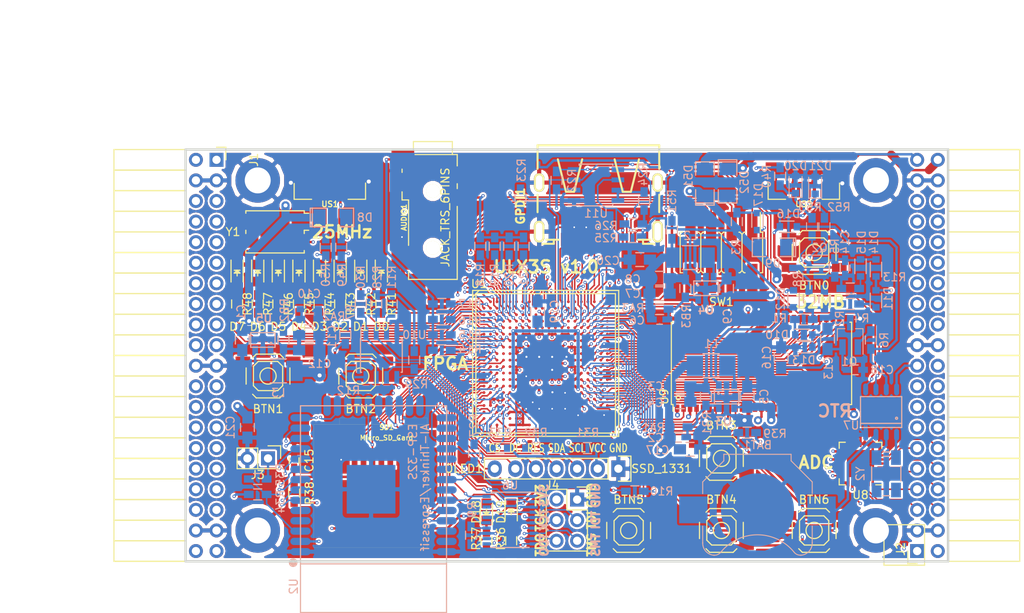
<source format=kicad_pcb>
(kicad_pcb (version 4) (host pcbnew 4.0.7+dfsg1-1)
  (layers (0 F.Cu signal) (1 In1.Cu signal) (2 In2.Cu signal) (31 B.Cu signal) (34 B.Paste user) (35 F.Paste user) (36 B.SilkS user) (37 F.SilkS user) (38 B.Mask user) (39 F.Mask user) (44 Edge.Cuts user))
  (net 0 "")
  (net 1 GND)
  (net 2 +5V)
  (net 3 /gpio/IN5V)
  (net 4 /gpio/OUT5V)
  (net 5 +3V3)
  (net 6 "Net-(L1-Pad1)")
  (net 7 "Net-(L2-Pad1)")
  (net 8 +1V2)
  (net 9 BTN_D)
  (net 10 BTN_F1)
  (net 11 BTN_F2)
  (net 12 BTN_L)
  (net 13 BTN_R)
  (net 14 BTN_U)
  (net 15 /power/FB1)
  (net 16 +2V5)
  (net 17 "Net-(L3-Pad1)")
  (net 18 /power/PWREN)
  (net 19 /power/FB3)
  (net 20 /power/FB2)
  (net 21 "Net-(D9-Pad1)")
  (net 22 /power/VBAT)
  (net 23 JTAG_TDI)
  (net 24 JTAG_TCK)
  (net 25 JTAG_TMS)
  (net 26 JTAG_TDO)
  (net 27 /power/WAKEUPn)
  (net 28 /power/WKUP)
  (net 29 /power/SHUT)
  (net 30 /power/WAKE)
  (net 31 /power/HOLD)
  (net 32 /power/WKn)
  (net 33 /power/OSCI_32k)
  (net 34 /power/OSCO_32k)
  (net 35 "Net-(Q2-Pad3)")
  (net 36 SHUTDOWN)
  (net 37 /analog/AUDIO_L)
  (net 38 /analog/AUDIO_R)
  (net 39 GPDI_5V_SCL)
  (net 40 GPDI_5V_SDA)
  (net 41 GPDI_SDA)
  (net 42 GPDI_SCL)
  (net 43 /gpdi/VREF2)
  (net 44 SD_CMD)
  (net 45 SD_CLK)
  (net 46 SD_D0)
  (net 47 SD_D1)
  (net 48 USB5V)
  (net 49 "Net-(BTN0-Pad1)")
  (net 50 GPDI_CEC)
  (net 51 nRESET)
  (net 52 FTDI_nDTR)
  (net 53 SDRAM_CKE)
  (net 54 SDRAM_A7)
  (net 55 SDRAM_D15)
  (net 56 SDRAM_BA1)
  (net 57 SDRAM_D7)
  (net 58 SDRAM_A6)
  (net 59 SDRAM_CLK)
  (net 60 SDRAM_D13)
  (net 61 SDRAM_BA0)
  (net 62 SDRAM_D6)
  (net 63 SDRAM_A5)
  (net 64 SDRAM_D14)
  (net 65 SDRAM_A11)
  (net 66 SDRAM_D12)
  (net 67 SDRAM_D5)
  (net 68 SDRAM_A4)
  (net 69 SDRAM_A10)
  (net 70 SDRAM_D11)
  (net 71 SDRAM_A3)
  (net 72 SDRAM_D4)
  (net 73 SDRAM_D10)
  (net 74 SDRAM_D9)
  (net 75 SDRAM_A9)
  (net 76 SDRAM_D3)
  (net 77 SDRAM_D8)
  (net 78 SDRAM_A8)
  (net 79 SDRAM_A2)
  (net 80 SDRAM_A1)
  (net 81 SDRAM_A0)
  (net 82 SDRAM_D2)
  (net 83 SDRAM_D1)
  (net 84 SDRAM_D0)
  (net 85 SDRAM_DQM0)
  (net 86 SDRAM_nCS)
  (net 87 SDRAM_nRAS)
  (net 88 SDRAM_DQM1)
  (net 89 SDRAM_nCAS)
  (net 90 SDRAM_nWE)
  (net 91 /flash/FLASH_nWP)
  (net 92 /flash/FLASH_nHOLD)
  (net 93 /flash/FLASH_MOSI)
  (net 94 /flash/FLASH_MISO)
  (net 95 /flash/FLASH_SCK)
  (net 96 /flash/FLASH_nCS)
  (net 97 /flash/FPGA_PROGRAMN)
  (net 98 /flash/FPGA_DONE)
  (net 99 /flash/FPGA_INITN)
  (net 100 OLED_RES)
  (net 101 OLED_DC)
  (net 102 OLED_CS)
  (net 103 WIFI_EN)
  (net 104 FTDI_nRTS)
  (net 105 FTDI_TXD)
  (net 106 FTDI_RXD)
  (net 107 WIFI_RXD)
  (net 108 WIFI_GPIO0)
  (net 109 WIFI_TXD)
  (net 110 GPDI_ETH-)
  (net 111 GPDI_ETH+)
  (net 112 GPDI_D2+)
  (net 113 GPDI_D2-)
  (net 114 GPDI_D1+)
  (net 115 GPDI_D1-)
  (net 116 GPDI_D0+)
  (net 117 GPDI_D0-)
  (net 118 GPDI_CLK+)
  (net 119 GPDI_CLK-)
  (net 120 USB_FTDI_D+)
  (net 121 USB_FTDI_D-)
  (net 122 J1_17-)
  (net 123 J1_17+)
  (net 124 J1_23-)
  (net 125 J1_23+)
  (net 126 J1_25-)
  (net 127 J1_25+)
  (net 128 J1_27-)
  (net 129 J1_27+)
  (net 130 J1_29-)
  (net 131 J1_29+)
  (net 132 J1_31-)
  (net 133 J1_31+)
  (net 134 J1_33-)
  (net 135 J1_33+)
  (net 136 J1_35-)
  (net 137 J1_35+)
  (net 138 J2_5-)
  (net 139 J2_5+)
  (net 140 J2_7-)
  (net 141 J2_7+)
  (net 142 J2_9-)
  (net 143 J2_9+)
  (net 144 J2_13-)
  (net 145 J2_13+)
  (net 146 J2_17-)
  (net 147 J2_17+)
  (net 148 J2_11-)
  (net 149 J2_11+)
  (net 150 J2_23-)
  (net 151 J2_23+)
  (net 152 J1_5-)
  (net 153 J1_5+)
  (net 154 J1_7-)
  (net 155 J1_7+)
  (net 156 J1_9-)
  (net 157 J1_9+)
  (net 158 J1_11-)
  (net 159 J1_11+)
  (net 160 J1_13-)
  (net 161 J1_13+)
  (net 162 J1_15-)
  (net 163 J1_15+)
  (net 164 J2_15-)
  (net 165 J2_15+)
  (net 166 J2_25-)
  (net 167 J2_25+)
  (net 168 J2_27-)
  (net 169 J2_27+)
  (net 170 J2_29-)
  (net 171 J2_29+)
  (net 172 J2_31-)
  (net 173 J2_31+)
  (net 174 J2_33-)
  (net 175 J2_33+)
  (net 176 J2_35-)
  (net 177 J2_35+)
  (net 178 SD_D3)
  (net 179 AUDIO_L3)
  (net 180 AUDIO_L2)
  (net 181 AUDIO_L1)
  (net 182 AUDIO_L0)
  (net 183 AUDIO_R3)
  (net 184 AUDIO_R2)
  (net 185 AUDIO_R1)
  (net 186 AUDIO_R0)
  (net 187 OLED_CLK)
  (net 188 OLED_MOSI)
  (net 189 LED0)
  (net 190 LED1)
  (net 191 LED2)
  (net 192 LED3)
  (net 193 LED4)
  (net 194 LED5)
  (net 195 LED6)
  (net 196 LED7)
  (net 197 BTN_PWRn)
  (net 198 "Net-(J3-Pad1)")
  (net 199 FTDI_nTXLED)
  (net 200 FTDI_nSLEEP)
  (net 201 /blinkey/LED_PWREN)
  (net 202 /blinkey/LED_TXLED)
  (net 203 FT3V3)
  (net 204 /sdcard/SD3V3)
  (net 205 SD_D2)
  (net 206 CLK_25MHz)
  (net 207 /blinkey/BTNPUL)
  (net 208 /blinkey/BTNPUR)
  (net 209 USB_FPGA_D+)
  (net 210 /power/FTDI_nSUSPEND)
  (net 211 /blinkey/ALED0)
  (net 212 /blinkey/ALED1)
  (net 213 /blinkey/ALED2)
  (net 214 /blinkey/ALED3)
  (net 215 /blinkey/ALED4)
  (net 216 /blinkey/ALED5)
  (net 217 /blinkey/ALED6)
  (net 218 /blinkey/ALED7)
  (net 219 /usb/FTD-)
  (net 220 /usb/FTD+)
  (net 221 ADC_MISO)
  (net 222 ADC_MOSI)
  (net 223 ADC_CSn)
  (net 224 ADC_SCLK)
  (net 225 "Net-(R51-Pad2)")
  (net 226 SW3)
  (net 227 SW2)
  (net 228 SW1)
  (net 229 SW0)
  (net 230 USB_FPGA_D-)
  (net 231 /usb/FPD+)
  (net 232 /usb/FPD-)
  (net 233 WIFI_GPIO16)
  (net 234 WIFI_GPIO15)
  (net 235 /usb/ANT_433MHz)
  (module Resistors_SMD:R_0603_HandSoldering (layer B.Cu) (at 154.044 71.326 90)
    (fp_text reference R51 (at 3.556 0 90) (layer B.SilkS) (effects (justify mirror)))
    (fp_text value 220)
    (pad 1 smd rect (at -1.1 0 90) (size 1.2 0.9) (layers B.Cu B.Paste B.Mask) (net 5 +3V3))
    (pad 2 smd rect (at 1.1 0 90) (size 1.2 0.9) (layers B.Cu B.Paste B.Mask) (net 225 "Net-(R51-Pad2)"))
  )
  (module Pin_Headers:Pin_Header_Straight_SMT_02x04 (layer F.Cu) (at 160.14 74.12 180)
    (fp_text reference SW1 (at 0 -6.096 180) (layer F.SilkS))
    (fp_text value DIPSW hide)
    (pad 1 smd rect (at -3.81 3.2 180) (size 1.27 3.6) (layers F.Cu F.Paste F.Mask) (net 226 SW3))
    (pad 2 smd rect (at -1.27 3.2 180) (size 1.27 3.6) (layers F.Cu F.Paste F.Mask) (net 227 SW2))
    (pad 3 smd rect (at 1.27 3.2 180) (size 1.27 3.6) (layers F.Cu F.Paste F.Mask) (net 228 SW1))
    (pad 4 smd rect (at 3.81 3.2 180) (size 1.27 3.6) (layers F.Cu F.Paste F.Mask) (net 229 SW0))
    (pad 5 smd rect (at 3.81 -3.2 180) (size 1.27 3.6) (layers F.Cu F.Paste F.Mask) (net 225 "Net-(R51-Pad2)"))
    (pad 6 smd rect (at 1.27 -3.2 180) (size 1.27 3.6) (layers F.Cu F.Paste F.Mask) (net 225 "Net-(R51-Pad2)"))
    (pad 7 smd rect (at -1.27 -3.2 180) (size 1.27 3.6) (layers F.Cu F.Paste F.Mask) (net 225 "Net-(R51-Pad2)"))
    (pad 8 smd rect (at -3.81 -3.2 180) (size 1.27 3.6) (layers F.Cu F.Paste F.Mask) (net 225 "Net-(R51-Pad2)"))
  )
  (module SMD_Packages:SMD-1206_Pol (layer B.Cu) (at 160.902 65.484 270)
    (fp_text reference D52 (at -0.034 -2.078 270) (layer B.SilkS) (effects (justify mirror)))
    (fp_text value 2A)
    (pad 1 smd rect (at -1.651 0 270) (size 1.524 2.032) (layers B.Cu B.Paste B.Mask) (net 4 /gpio/OUT5V))
    (pad 2 smd rect (at 1.651 0 270) (size 1.524 2.032) (layers B.Cu B.Paste B.Mask) (net 2 +5V))
  )
  (module SMD_Packages:SMD-1206_Pol (layer B.Cu) (at 158.108 65.484 90)
    (fp_text reference D51 (at 0.762 -2.032 90) (layer B.SilkS) (effects (justify mirror)))
    (fp_text value 2A)
    (pad 1 smd rect (at -1.651 0 90) (size 1.524 2.032) (layers B.Cu B.Paste B.Mask) (net 2 +5V))
    (pad 2 smd rect (at 1.651 0 90) (size 1.524 2.032) (layers B.Cu B.Paste B.Mask) (net 3 /gpio/IN5V))
  )
  (module micro-sd:MicroSD_TF02D (layer F.Cu) (at 116.87 110.52 180)
    (fp_text reference SD1 (at -1.995 14.81 180) (layer F.SilkS) (effects (font (size 0.59944 0.59944) (thickness 0.12446))))
    (fp_text value Micro_SD_Card (at -1.995 13.54 180) (layer F.SilkS) (effects (font (size 0.59944 0.59944) (thickness 0.12446))))
    (pad 1 smd rect (at 1.94 11 180) (size 0.7 1.8) (layers F.Cu F.Paste F.Mask) (net 205 SD_D2))
    (pad 2 smd rect (at 0.84 11 180) (size 0.7 1.8) (layers F.Cu F.Paste F.Mask) (net 178 SD_D3))
    (pad 3 smd rect (at -0.26 11 180) (size 0.7 1.8) (layers F.Cu F.Paste F.Mask) (net 44 SD_CMD))
    (pad 4 smd rect (at -1.36 11 180) (size 0.7 1.8) (layers F.Cu F.Paste F.Mask) (net 204 /sdcard/SD3V3))
    (pad 5 smd rect (at -2.46 11 180) (size 0.7 1.8) (layers F.Cu F.Paste F.Mask) (net 45 SD_CLK))
    (pad 6 smd rect (at -3.56 11 180) (size 0.7 1.8) (layers F.Cu F.Paste F.Mask) (net 1 GND))
    (pad 7 smd rect (at -4.66 11 180) (size 0.7 1.8) (layers F.Cu F.Paste F.Mask) (net 46 SD_D0))
    (pad 8 smd rect (at -5.76 11 180) (size 0.7 1.8) (layers F.Cu F.Paste F.Mask) (net 47 SD_D1))
    (pad S smd rect (at -5.05 0.4 180) (size 1.6 1.4) (layers F.Cu F.Paste F.Mask))
    (pad S smd rect (at 0.75 0.4 180) (size 1.8 1.4) (layers F.Cu F.Paste F.Mask))
    (pad G smd rect (at -7.45 13.55 180) (size 1.4 1.9) (layers F.Cu F.Paste F.Mask))
    (pad G smd rect (at 6.6 14.55 180) (size 1.4 1.9) (layers F.Cu F.Paste F.Mask))
  )
  (module Resistors_SMD:R_1210_HandSoldering (layer B.Cu) (at 158.87 88.09 180)
    (fp_text reference L1 (at 0 2.7 180) (layer B.SilkS) (effects (justify mirror)))
    (fp_text value 2.2uH)
    (pad 1 smd rect (at -2 0 180) (size 2 2.5) (layers B.Cu B.Paste B.Mask) (net 6 "Net-(L1-Pad1)"))
    (pad 2 smd rect (at 2 0 180) (size 2 2.5) (layers B.Cu B.Paste B.Mask) (net 8 +1V2))
  )
  (module TSOT-25:TSOT-25 (layer B.Cu) (at 160.775 91.9)
    (fp_text reference U3 (at -0.381 3.048) (layer B.SilkS) (effects (font (thickness 0.2)) (justify mirror)))
    (fp_text value AP3429A)
    (pad 1 smd rect (at -0.95 -1.3) (size 0.7 1.2) (layers B.Cu B.Paste B.Mask) (net 18 /power/PWREN))
    (pad 2 smd rect (at 0 -1.3) (size 0.7 1.2) (layers B.Cu B.Paste B.Mask) (net 1 GND))
    (pad 3 smd rect (at 0.95 -1.3) (size 0.7 1.2) (layers B.Cu B.Paste B.Mask) (net 6 "Net-(L1-Pad1)"))
    (pad 4 smd rect (at 0.95 1.3) (size 0.7 1.2) (layers B.Cu B.Paste B.Mask) (net 2 +5V))
    (pad 5 smd rect (at -0.95 1.3) (size 0.7 1.2) (layers B.Cu B.Paste B.Mask) (net 15 /power/FB1))
  )
  (module Resistors_SMD:R_1210_HandSoldering (layer B.Cu) (at 156.33 74.755 180)
    (fp_text reference L2 (at 0 2.7 180) (layer B.SilkS) (effects (justify mirror)))
    (fp_text value 2.2uH)
    (pad 1 smd rect (at -2 0 180) (size 2 2.5) (layers B.Cu B.Paste B.Mask) (net 7 "Net-(L2-Pad1)"))
    (pad 2 smd rect (at 2 0 180) (size 2 2.5) (layers B.Cu B.Paste B.Mask) (net 5 +3V3))
  )
  (module TSOT-25:TSOT-25 (layer B.Cu) (at 158.235 78.535)
    (fp_text reference U4 (at 0 2.697) (layer B.SilkS) (effects (font (thickness 0.2)) (justify mirror)))
    (fp_text value AP3429A)
    (pad 1 smd rect (at -0.95 -1.3) (size 0.7 1.2) (layers B.Cu B.Paste B.Mask) (net 18 /power/PWREN))
    (pad 2 smd rect (at 0 -1.3) (size 0.7 1.2) (layers B.Cu B.Paste B.Mask) (net 1 GND))
    (pad 3 smd rect (at 0.95 -1.3) (size 0.7 1.2) (layers B.Cu B.Paste B.Mask) (net 7 "Net-(L2-Pad1)"))
    (pad 4 smd rect (at 0.95 1.3) (size 0.7 1.2) (layers B.Cu B.Paste B.Mask) (net 2 +5V))
    (pad 5 smd rect (at -0.95 1.3) (size 0.7 1.2) (layers B.Cu B.Paste B.Mask) (net 19 /power/FB3))
  )
  (module Buttons_Switches_SMD:SW_SPST_SKQG (layer F.Cu) (at 104.26 89.36)
    (fp_text reference BTN1 (at 0 4.064) (layer F.SilkS))
    (fp_text value FIRE1)
    (pad 1 smd rect (at -3.1 -1.85) (size 1.8 1.1) (layers F.Cu F.Paste F.Mask) (net 207 /blinkey/BTNPUL))
    (pad 1 smd rect (at 3.1 -1.85) (size 1.8 1.1) (layers F.Cu F.Paste F.Mask) (net 207 /blinkey/BTNPUL))
    (pad 2 smd rect (at -3.1 1.85) (size 1.8 1.1) (layers F.Cu F.Paste F.Mask) (net 10 BTN_F1))
    (pad 2 smd rect (at 3.1 1.85) (size 1.8 1.1) (layers F.Cu F.Paste F.Mask) (net 10 BTN_F1))
  )
  (module Buttons_Switches_SMD:SW_SPST_SKQG (layer F.Cu) (at 115.69 89.36)
    (fp_text reference BTN2 (at 0 4.064) (layer F.SilkS))
    (fp_text value FIRE2)
    (pad 1 smd rect (at -3.1 -1.85) (size 1.8 1.1) (layers F.Cu F.Paste F.Mask) (net 207 /blinkey/BTNPUL))
    (pad 1 smd rect (at 3.1 -1.85) (size 1.8 1.1) (layers F.Cu F.Paste F.Mask) (net 207 /blinkey/BTNPUL))
    (pad 2 smd rect (at -3.1 1.85) (size 1.8 1.1) (layers F.Cu F.Paste F.Mask) (net 11 BTN_F2))
    (pad 2 smd rect (at 3.1 1.85) (size 1.8 1.1) (layers F.Cu F.Paste F.Mask) (net 11 BTN_F2))
  )
  (module Buttons_Switches_SMD:SW_SPST_SKQG (layer F.Cu) (at 160.14 99.52)
    (fp_text reference BTN3 (at 0 -4.064) (layer F.SilkS))
    (fp_text value UP)
    (pad 1 smd rect (at -3.1 -1.85) (size 1.8 1.1) (layers F.Cu F.Paste F.Mask) (net 208 /blinkey/BTNPUR))
    (pad 1 smd rect (at 3.1 -1.85) (size 1.8 1.1) (layers F.Cu F.Paste F.Mask) (net 208 /blinkey/BTNPUR))
    (pad 2 smd rect (at -3.1 1.85) (size 1.8 1.1) (layers F.Cu F.Paste F.Mask) (net 14 BTN_U))
    (pad 2 smd rect (at 3.1 1.85) (size 1.8 1.1) (layers F.Cu F.Paste F.Mask) (net 14 BTN_U))
  )
  (module Buttons_Switches_SMD:SW_SPST_SKQG (layer F.Cu) (at 160.14 108.41 180)
    (fp_text reference BTN4 (at 0 3.81 180) (layer F.SilkS))
    (fp_text value DOWN)
    (pad 1 smd rect (at -3.1 -1.85 180) (size 1.8 1.1) (layers F.Cu F.Paste F.Mask) (net 208 /blinkey/BTNPUR))
    (pad 1 smd rect (at 3.1 -1.85 180) (size 1.8 1.1) (layers F.Cu F.Paste F.Mask) (net 208 /blinkey/BTNPUR))
    (pad 2 smd rect (at -3.1 1.85 180) (size 1.8 1.1) (layers F.Cu F.Paste F.Mask) (net 9 BTN_D))
    (pad 2 smd rect (at 3.1 1.85 180) (size 1.8 1.1) (layers F.Cu F.Paste F.Mask) (net 9 BTN_D))
  )
  (module Buttons_Switches_SMD:SW_SPST_SKQG (layer F.Cu) (at 148.71 108.41 180)
    (fp_text reference BTN5 (at 0 3.81 180) (layer F.SilkS))
    (fp_text value LEFT)
    (pad 1 smd rect (at -3.1 -1.85 180) (size 1.8 1.1) (layers F.Cu F.Paste F.Mask) (net 208 /blinkey/BTNPUR))
    (pad 1 smd rect (at 3.1 -1.85 180) (size 1.8 1.1) (layers F.Cu F.Paste F.Mask) (net 208 /blinkey/BTNPUR))
    (pad 2 smd rect (at -3.1 1.85 180) (size 1.8 1.1) (layers F.Cu F.Paste F.Mask) (net 12 BTN_L))
    (pad 2 smd rect (at 3.1 1.85 180) (size 1.8 1.1) (layers F.Cu F.Paste F.Mask) (net 12 BTN_L))
  )
  (module Buttons_Switches_SMD:SW_SPST_SKQG (layer F.Cu) (at 171.57 108.41 180)
    (fp_text reference BTN6 (at 0 3.81 180) (layer F.SilkS))
    (fp_text value RIGHT)
    (pad 1 smd rect (at -3.1 -1.85 180) (size 1.8 1.1) (layers F.Cu F.Paste F.Mask) (net 208 /blinkey/BTNPUR))
    (pad 1 smd rect (at 3.1 -1.85 180) (size 1.8 1.1) (layers F.Cu F.Paste F.Mask) (net 208 /blinkey/BTNPUR))
    (pad 2 smd rect (at -3.1 1.85 180) (size 1.8 1.1) (layers F.Cu F.Paste F.Mask) (net 13 BTN_R))
    (pad 2 smd rect (at 3.1 1.85 180) (size 1.8 1.1) (layers F.Cu F.Paste F.Mask) (net 13 BTN_R))
  )
  (module LEDs:LED_0805 (layer F.Cu) (at 118.23 76.66 270)
    (fp_text reference D0 (at 6.604 0 360) (layer F.SilkS))
    (fp_text value LED hide)
    (pad 2 smd rect (at 1.04902 0 90) (size 1.19888 1.19888) (layers F.Cu F.Paste F.Mask) (net 211 /blinkey/ALED0))
    (pad 1 smd rect (at -1.04902 0 90) (size 1.19888 1.19888) (layers F.Cu F.Paste F.Mask) (net 1 GND))
  )
  (module LEDs:LED_0805 (layer F.Cu) (at 115.69 76.66 270)
    (fp_text reference D1 (at 6.604 0 360) (layer F.SilkS))
    (fp_text value LED hide)
    (pad 2 smd rect (at 1.04902 0 90) (size 1.19888 1.19888) (layers F.Cu F.Paste F.Mask) (net 212 /blinkey/ALED1))
    (pad 1 smd rect (at -1.04902 0 90) (size 1.19888 1.19888) (layers F.Cu F.Paste F.Mask) (net 1 GND))
  )
  (module LEDs:LED_0805 (layer F.Cu) (at 113.15 76.66 270)
    (fp_text reference D2 (at 6.604 0 360) (layer F.SilkS))
    (fp_text value LED hide)
    (pad 2 smd rect (at 1.04902 0 90) (size 1.19888 1.19888) (layers F.Cu F.Paste F.Mask) (net 213 /blinkey/ALED2))
    (pad 1 smd rect (at -1.04902 0 90) (size 1.19888 1.19888) (layers F.Cu F.Paste F.Mask) (net 1 GND))
  )
  (module LEDs:LED_0805 (layer F.Cu) (at 110.61 76.66 270)
    (fp_text reference D3 (at 6.604 0 360) (layer F.SilkS))
    (fp_text value LED hide)
    (pad 2 smd rect (at 1.04902 0 90) (size 1.19888 1.19888) (layers F.Cu F.Paste F.Mask) (net 214 /blinkey/ALED3))
    (pad 1 smd rect (at -1.04902 0 90) (size 1.19888 1.19888) (layers F.Cu F.Paste F.Mask) (net 1 GND))
  )
  (module LEDs:LED_0805 (layer F.Cu) (at 108.07 76.66 270)
    (fp_text reference D4 (at 6.604 0 360) (layer F.SilkS))
    (fp_text value LED hide)
    (pad 2 smd rect (at 1.04902 0 90) (size 1.19888 1.19888) (layers F.Cu F.Paste F.Mask) (net 215 /blinkey/ALED4))
    (pad 1 smd rect (at -1.04902 0 90) (size 1.19888 1.19888) (layers F.Cu F.Paste F.Mask) (net 1 GND))
  )
  (module LEDs:LED_0805 (layer F.Cu) (at 105.53 76.66 270)
    (fp_text reference D5 (at 6.604 0 360) (layer F.SilkS))
    (fp_text value LED hide)
    (pad 2 smd rect (at 1.04902 0 90) (size 1.19888 1.19888) (layers F.Cu F.Paste F.Mask) (net 216 /blinkey/ALED5))
    (pad 1 smd rect (at -1.04902 0 90) (size 1.19888 1.19888) (layers F.Cu F.Paste F.Mask) (net 1 GND))
  )
  (module LEDs:LED_0805 (layer F.Cu) (at 102.99 76.66 270)
    (fp_text reference D6 (at 6.604 0 360) (layer F.SilkS))
    (fp_text value LED hide)
    (pad 2 smd rect (at 1.04902 0 90) (size 1.19888 1.19888) (layers F.Cu F.Paste F.Mask) (net 217 /blinkey/ALED6))
    (pad 1 smd rect (at -1.04902 0 90) (size 1.19888 1.19888) (layers F.Cu F.Paste F.Mask) (net 1 GND))
  )
  (module LEDs:LED_0805 (layer F.Cu) (at 100.45 76.66 270)
    (fp_text reference D7 (at 6.604 0 360) (layer F.SilkS))
    (fp_text value LED hide)
    (pad 2 smd rect (at 1.04902 0 90) (size 1.19888 1.19888) (layers F.Cu F.Paste F.Mask) (net 218 /blinkey/ALED7))
    (pad 1 smd rect (at -1.04902 0 90) (size 1.19888 1.19888) (layers F.Cu F.Paste F.Mask) (net 1 GND))
  )
  (module Resistors_SMD:R_1210_HandSoldering (layer B.Cu) (at 105.53 88.725)
    (fp_text reference L3 (at 0 2.7) (layer B.SilkS) (effects (justify mirror)))
    (fp_text value 2.2uH)
    (pad 1 smd rect (at -2 0) (size 2 2.5) (layers B.Cu B.Paste B.Mask) (net 17 "Net-(L3-Pad1)"))
    (pad 2 smd rect (at 2 0) (size 2 2.5) (layers B.Cu B.Paste B.Mask) (net 16 +2V5))
  )
  (module TSOT-25:TSOT-25 (layer B.Cu) (at 103.625 84.915 180)
    (fp_text reference U5 (at -0.127 2.667 180) (layer B.SilkS) (effects (font (thickness 0.2)) (justify mirror)))
    (fp_text value AP3429A)
    (pad 1 smd rect (at -0.95 -1.3 180) (size 0.7 1.2) (layers B.Cu B.Paste B.Mask) (net 18 /power/PWREN))
    (pad 2 smd rect (at 0 -1.3 180) (size 0.7 1.2) (layers B.Cu B.Paste B.Mask) (net 1 GND))
    (pad 3 smd rect (at 0.95 -1.3 180) (size 0.7 1.2) (layers B.Cu B.Paste B.Mask) (net 17 "Net-(L3-Pad1)"))
    (pad 4 smd rect (at 0.95 1.3 180) (size 0.7 1.2) (layers B.Cu B.Paste B.Mask) (net 2 +5V))
    (pad 5 smd rect (at -0.95 1.3 180) (size 0.7 1.2) (layers B.Cu B.Paste B.Mask) (net 20 /power/FB2))
  )
  (module Capacitors_SMD:C_0805_HandSoldering (layer B.Cu) (at 101.085 84.915 270)
    (fp_text reference C1 (at -3.429 0.127 270) (layer B.SilkS) (effects (justify mirror)))
    (fp_text value 22uF)
    (pad 1 smd rect (at -1.25 0 270) (size 1.5 1.25) (layers B.Cu B.Paste B.Mask) (net 2 +5V))
    (pad 2 smd rect (at 1.25 0 270) (size 1.5 1.25) (layers B.Cu B.Paste B.Mask) (net 1 GND))
  )
  (module Capacitors_SMD:C_0805_HandSoldering (layer B.Cu) (at 155.06 90.63)
    (fp_text reference C3 (at -3.048 0) (layer B.SilkS) (effects (justify mirror)))
    (fp_text value 22uF)
    (pad 1 smd rect (at -1.25 0) (size 1.5 1.25) (layers B.Cu B.Paste B.Mask) (net 8 +1V2))
    (pad 2 smd rect (at 1.25 0) (size 1.5 1.25) (layers B.Cu B.Paste B.Mask) (net 1 GND))
  )
  (module Capacitors_SMD:C_0805_HandSoldering (layer B.Cu) (at 155.06 92.535)
    (fp_text reference C4 (at -3.048 0.127) (layer B.SilkS) (effects (justify mirror)))
    (fp_text value 22uF)
    (pad 1 smd rect (at -1.25 0) (size 1.5 1.25) (layers B.Cu B.Paste B.Mask) (net 8 +1V2))
    (pad 2 smd rect (at 1.25 0) (size 1.5 1.25) (layers B.Cu B.Paste B.Mask) (net 1 GND))
  )
  (module Capacitors_SMD:C_0805_HandSoldering (layer B.Cu) (at 163.315 91.9 90)
    (fp_text reference C5 (at 0 2.1 90) (layer B.SilkS) (effects (justify mirror)))
    (fp_text value 22uF)
    (pad 1 smd rect (at -1.25 0 90) (size 1.5 1.25) (layers B.Cu B.Paste B.Mask) (net 2 +5V))
    (pad 2 smd rect (at 1.25 0 90) (size 1.5 1.25) (layers B.Cu B.Paste B.Mask) (net 1 GND))
  )
  (module Capacitors_SMD:C_0805_HandSoldering (layer B.Cu) (at 152.52 79.2)
    (fp_text reference C7 (at -3.302 0) (layer B.SilkS) (effects (justify mirror)))
    (fp_text value 22uF)
    (pad 1 smd rect (at -1.25 0) (size 1.5 1.25) (layers B.Cu B.Paste B.Mask) (net 5 +3V3))
    (pad 2 smd rect (at 1.25 0) (size 1.5 1.25) (layers B.Cu B.Paste B.Mask) (net 1 GND))
  )
  (module Capacitors_SMD:C_0805_HandSoldering (layer B.Cu) (at 152.52 77.295)
    (fp_text reference C8 (at -3.302 0.127) (layer B.SilkS) (effects (justify mirror)))
    (fp_text value 22uF)
    (pad 1 smd rect (at -1.25 0) (size 1.5 1.25) (layers B.Cu B.Paste B.Mask) (net 5 +3V3))
    (pad 2 smd rect (at 1.25 0) (size 1.5 1.25) (layers B.Cu B.Paste B.Mask) (net 1 GND))
  )
  (module Capacitors_SMD:C_0805_HandSoldering (layer B.Cu) (at 160.775 78.565 90)
    (fp_text reference C9 (at -3.429 0.127 90) (layer B.SilkS) (effects (justify mirror)))
    (fp_text value 22uF)
    (pad 1 smd rect (at -1.25 0 90) (size 1.5 1.25) (layers B.Cu B.Paste B.Mask) (net 2 +5V))
    (pad 2 smd rect (at 1.25 0 90) (size 1.5 1.25) (layers B.Cu B.Paste B.Mask) (net 1 GND))
  )
  (module Capacitors_SMD:C_0805_HandSoldering (layer B.Cu) (at 109.34 84.28 180)
    (fp_text reference C11 (at -2.794 -0.254 270) (layer B.SilkS) (effects (justify mirror)))
    (fp_text value 22uF)
    (pad 1 smd rect (at -1.25 0 180) (size 1.5 1.25) (layers B.Cu B.Paste B.Mask) (net 16 +2V5))
    (pad 2 smd rect (at 1.25 0 180) (size 1.5 1.25) (layers B.Cu B.Paste B.Mask) (net 1 GND))
  )
  (module Capacitors_SMD:C_0805_HandSoldering (layer B.Cu) (at 109.34 86.185 180)
    (fp_text reference C12 (at -1.27 -1.651 360) (layer B.SilkS) (effects (justify mirror)))
    (fp_text value 22uF)
    (pad 1 smd rect (at -1.25 0 180) (size 1.5 1.25) (layers B.Cu B.Paste B.Mask) (net 16 +2V5))
    (pad 2 smd rect (at 1.25 0 180) (size 1.5 1.25) (layers B.Cu B.Paste B.Mask) (net 1 GND))
  )
  (module SMD_Packages:SMD-1206_Pol (layer B.Cu) (at 112.261 69.802)
    (fp_text reference D8 (at 3.937 0) (layer B.SilkS) (effects (justify mirror)))
    (fp_text value 2A)
    (pad 1 smd rect (at -1.651 0) (size 1.524 2.032) (layers B.Cu B.Paste B.Mask) (net 2 +5V))
    (pad 2 smd rect (at 1.651 0) (size 1.524 2.032) (layers B.Cu B.Paste B.Mask) (net 48 USB5V))
  )
  (module SMD_Packages:SMD-1206_Pol (layer B.Cu) (at 166.49 73.485 180)
    (fp_text reference D9 (at 0.01 -1.965 180) (layer B.SilkS) (effects (justify mirror)))
    (fp_text value 2A)
    (pad 1 smd rect (at -1.651 0 180) (size 1.524 2.032) (layers B.Cu B.Paste B.Mask) (net 21 "Net-(D9-Pad1)"))
    (pad 2 smd rect (at 1.651 0 180) (size 1.524 2.032) (layers B.Cu B.Paste B.Mask) (net 2 +5V))
  )
  (module Power_Integrations:SO-8 (layer B.Cu) (at 179.825 93.805 180)
    (fp_text reference U7 (at 3.683 -1.651 180) (layer B.SilkS) (effects (justify mirror)))
    (fp_text value PCF8523)
    (pad 1 smd oval (at -1.905 -2.794 180) (size 0.6096 1.4732) (layers B.Cu B.Paste B.Mask) (net 33 /power/OSCI_32k))
    (pad 2 smd oval (at -0.635 -2.794 180) (size 0.6096 1.4732) (layers B.Cu B.Paste B.Mask) (net 34 /power/OSCO_32k))
    (pad 3 smd oval (at 0.635 -2.794 180) (size 0.6096 1.4732) (layers B.Cu B.Paste B.Mask) (net 22 /power/VBAT))
    (pad 4 smd oval (at 1.905 -2.794 180) (size 0.6096 1.4732) (layers B.Cu B.Paste B.Mask) (net 1 GND))
    (pad 5 smd oval (at 1.905 2.794 180) (size 0.6096 1.4732) (layers B.Cu B.Paste B.Mask) (net 41 GPDI_SDA))
    (pad 6 smd oval (at 0.635 2.794 180) (size 0.6096 1.4732) (layers B.Cu B.Paste B.Mask) (net 42 GPDI_SCL))
    (pad 7 smd oval (at -0.635 2.794 180) (size 0.6096 1.4732) (layers B.Cu B.Paste B.Mask) (net 27 /power/WAKEUPn))
    (pad 8 smd oval (at -1.905 2.794 180) (size 0.6096 1.4732) (layers B.Cu B.Paste B.Mask) (net 5 +3V3))
  )
  (module Capacitors_SMD:C_0805_HandSoldering (layer B.Cu) (at 173.221 84.788 90)
    (fp_text reference C13 (at -3.556 0.127 90) (layer B.SilkS) (effects (justify mirror)))
    (fp_text value 2.2uF)
    (pad 1 smd rect (at -1.25 0 90) (size 1.5 1.25) (layers B.Cu B.Paste B.Mask) (net 2 +5V))
    (pad 2 smd rect (at 1.25 0 90) (size 1.5 1.25) (layers B.Cu B.Paste B.Mask) (net 28 /power/WKUP))
  )
  (module Diodes_SMD:D_0805 (layer B.Cu) (at 170.3 84.28)
    (fp_text reference D10 (at -3.302 0) (layer B.SilkS) (effects (justify mirror)))
    (fp_text value 1N4148)
    (pad 1 smd rect (at -1.05 0) (size 0.8 0.9) (layers B.Cu B.Paste B.Mask) (net 30 /power/WAKE))
    (pad 2 smd rect (at 1.05 0) (size 0.8 0.9) (layers B.Cu B.Paste B.Mask) (net 28 /power/WKUP))
  )
  (module Diodes_SMD:D_0805 (layer B.Cu) (at 179.19 79.835 90)
    (fp_text reference D11 (at 0 1.524 90) (layer B.SilkS) (effects (justify mirror)))
    (fp_text value 1N4148)
    (pad 1 smd rect (at -1.05 0 90) (size 0.8 0.9) (layers B.Cu B.Paste B.Mask) (net 31 /power/HOLD))
    (pad 2 smd rect (at 1.05 0 90) (size 0.8 0.9) (layers B.Cu B.Paste B.Mask) (net 5 +3V3))
  )
  (module Diodes_SMD:D_0805 (layer B.Cu) (at 177.285 76.025 270)
    (fp_text reference D15 (at -3.175 -0.127 270) (layer B.SilkS) (effects (justify mirror)))
    (fp_text value BAT42)
    (pad 1 smd rect (at -1.05 0 270) (size 0.8 0.9) (layers B.Cu B.Paste B.Mask) (net 29 /power/SHUT))
    (pad 2 smd rect (at 1.05 0 270) (size 0.8 0.9) (layers B.Cu B.Paste B.Mask) (net 36 SHUTDOWN))
  )
  (module Diodes_SMD:D_0805 (layer B.Cu) (at 169.03 79.835 90)
    (fp_text reference D12 (at 0 -1.6 90) (layer B.SilkS) (effects (justify mirror)))
    (fp_text value 1N4148)
    (pad 1 smd rect (at -1.05 0 90) (size 0.8 0.9) (layers B.Cu B.Paste B.Mask) (net 18 /power/PWREN))
    (pad 2 smd rect (at 1.05 0 90) (size 0.8 0.9) (layers B.Cu B.Paste B.Mask) (net 210 /power/FTDI_nSUSPEND))
  )
  (module TSOP54:TSOP54 (layer F.Cu) (at 165.08 87.8 90)
    (fp_text reference U9 (at -4.1 -12 90) (layer F.SilkS))
    (fp_text value MT48LC16M16A2TG)
    (pad 28 smd rect (at 5.53 10.4 90) (size 0.9 0.56) (layers F.Cu F.Paste F.Mask) (net 1 GND))
    (pad 1 smd rect (at -5.53 -10.4 90) (size 0.9 0.56) (layers F.Cu F.Paste F.Mask) (net 5 +3V3))
    (pad 2 smd rect (at -5.53 -9.6 90) (size 0.9 0.56) (layers F.Cu F.Paste F.Mask) (net 84 SDRAM_D0))
    (pad 3 smd rect (at -5.53 -8.8 90) (size 0.9 0.56) (layers F.Cu F.Paste F.Mask) (net 5 +3V3))
    (pad 4 smd rect (at -5.53 -8 90) (size 0.9 0.56) (layers F.Cu F.Paste F.Mask) (net 83 SDRAM_D1))
    (pad 5 smd rect (at -5.53 -7.2 90) (size 0.9 0.56) (layers F.Cu F.Paste F.Mask) (net 82 SDRAM_D2))
    (pad 6 smd rect (at -5.53 -6.4 90) (size 0.9 0.56) (layers F.Cu F.Paste F.Mask) (net 1 GND))
    (pad 7 smd rect (at -5.53 -5.6 90) (size 0.9 0.56) (layers F.Cu F.Paste F.Mask) (net 76 SDRAM_D3))
    (pad 8 smd rect (at -5.53 -4.8 90) (size 0.9 0.56) (layers F.Cu F.Paste F.Mask) (net 72 SDRAM_D4))
    (pad 9 smd rect (at -5.53 -4 90) (size 0.9 0.56) (layers F.Cu F.Paste F.Mask) (net 5 +3V3))
    (pad 10 smd rect (at -5.53 -3.2 90) (size 0.9 0.56) (layers F.Cu F.Paste F.Mask) (net 67 SDRAM_D5))
    (pad 11 smd rect (at -5.53 -2.4 90) (size 0.9 0.56) (layers F.Cu F.Paste F.Mask) (net 62 SDRAM_D6))
    (pad 12 smd rect (at -5.53 -1.6 90) (size 0.9 0.56) (layers F.Cu F.Paste F.Mask) (net 1 GND))
    (pad 13 smd rect (at -5.53 -0.8 90) (size 0.9 0.56) (layers F.Cu F.Paste F.Mask) (net 57 SDRAM_D7))
    (pad 14 smd rect (at -5.53 0 90) (size 0.9 0.56) (layers F.Cu F.Paste F.Mask) (net 5 +3V3))
    (pad 15 smd rect (at -5.53 0.8 90) (size 0.9 0.56) (layers F.Cu F.Paste F.Mask) (net 85 SDRAM_DQM0))
    (pad 16 smd rect (at -5.53 1.6 90) (size 0.9 0.56) (layers F.Cu F.Paste F.Mask) (net 90 SDRAM_nWE))
    (pad 17 smd rect (at -5.53 2.4 90) (size 0.9 0.56) (layers F.Cu F.Paste F.Mask) (net 89 SDRAM_nCAS))
    (pad 18 smd rect (at -5.53 3.2 90) (size 0.9 0.56) (layers F.Cu F.Paste F.Mask) (net 87 SDRAM_nRAS))
    (pad 19 smd rect (at -5.53 4 90) (size 0.9 0.56) (layers F.Cu F.Paste F.Mask) (net 86 SDRAM_nCS))
    (pad 20 smd rect (at -5.53 4.8 90) (size 0.9 0.56) (layers F.Cu F.Paste F.Mask) (net 61 SDRAM_BA0))
    (pad 21 smd rect (at -5.53 5.6 90) (size 0.9 0.56) (layers F.Cu F.Paste F.Mask) (net 56 SDRAM_BA1))
    (pad 22 smd rect (at -5.53 6.4 90) (size 0.9 0.56) (layers F.Cu F.Paste F.Mask) (net 69 SDRAM_A10))
    (pad 23 smd rect (at -5.53 7.2 90) (size 0.9 0.56) (layers F.Cu F.Paste F.Mask) (net 81 SDRAM_A0))
    (pad 24 smd rect (at -5.53 8 90) (size 0.9 0.56) (layers F.Cu F.Paste F.Mask) (net 80 SDRAM_A1))
    (pad 25 smd rect (at -5.53 8.8 90) (size 0.9 0.56) (layers F.Cu F.Paste F.Mask) (net 79 SDRAM_A2))
    (pad 26 smd rect (at -5.53 9.6 90) (size 0.9 0.56) (layers F.Cu F.Paste F.Mask) (net 71 SDRAM_A3))
    (pad 27 smd rect (at -5.53 10.4 90) (size 0.9 0.56) (layers F.Cu F.Paste F.Mask) (net 5 +3V3))
    (pad 29 smd rect (at 5.53 9.6 90) (size 0.9 0.56) (layers F.Cu F.Paste F.Mask) (net 68 SDRAM_A4))
    (pad 30 smd rect (at 5.53 8.8 90) (size 0.9 0.56) (layers F.Cu F.Paste F.Mask) (net 63 SDRAM_A5))
    (pad 31 smd rect (at 5.53 8 90) (size 0.9 0.56) (layers F.Cu F.Paste F.Mask) (net 58 SDRAM_A6))
    (pad 32 smd rect (at 5.53 7.2 90) (size 0.9 0.56) (layers F.Cu F.Paste F.Mask) (net 54 SDRAM_A7))
    (pad 33 smd rect (at 5.53 6.4 90) (size 0.9 0.56) (layers F.Cu F.Paste F.Mask) (net 78 SDRAM_A8))
    (pad 34 smd rect (at 5.53 5.6 90) (size 0.9 0.56) (layers F.Cu F.Paste F.Mask) (net 75 SDRAM_A9))
    (pad 35 smd rect (at 5.53 4.8 90) (size 0.9 0.56) (layers F.Cu F.Paste F.Mask) (net 65 SDRAM_A11))
    (pad 36 smd rect (at 5.53 4 90) (size 0.9 0.56) (layers F.Cu F.Paste F.Mask))
    (pad 37 smd rect (at 5.53 3.2 90) (size 0.9 0.56) (layers F.Cu F.Paste F.Mask) (net 53 SDRAM_CKE))
    (pad 38 smd rect (at 5.53 2.4 90) (size 0.9 0.56) (layers F.Cu F.Paste F.Mask) (net 59 SDRAM_CLK))
    (pad 39 smd rect (at 5.53 1.6 90) (size 0.9 0.56) (layers F.Cu F.Paste F.Mask) (net 88 SDRAM_DQM1))
    (pad 40 smd rect (at 5.53 0.8 90) (size 0.9 0.56) (layers F.Cu F.Paste F.Mask))
    (pad 41 smd rect (at 5.53 0 90) (size 0.9 0.56) (layers F.Cu F.Paste F.Mask) (net 1 GND))
    (pad 42 smd rect (at 5.53 -0.8 90) (size 0.9 0.56) (layers F.Cu F.Paste F.Mask) (net 77 SDRAM_D8))
    (pad 43 smd rect (at 5.53 -1.6 90) (size 0.9 0.56) (layers F.Cu F.Paste F.Mask) (net 5 +3V3))
    (pad 44 smd rect (at 5.53 -2.4 90) (size 0.9 0.56) (layers F.Cu F.Paste F.Mask) (net 74 SDRAM_D9))
    (pad 45 smd rect (at 5.53 -3.2 90) (size 0.9 0.56) (layers F.Cu F.Paste F.Mask) (net 73 SDRAM_D10))
    (pad 46 smd rect (at 5.53 -4 90) (size 0.9 0.56) (layers F.Cu F.Paste F.Mask) (net 1 GND))
    (pad 47 smd rect (at 5.53 -4.8 90) (size 0.9 0.56) (layers F.Cu F.Paste F.Mask) (net 70 SDRAM_D11))
    (pad 48 smd rect (at 5.53 -5.6 90) (size 0.9 0.56) (layers F.Cu F.Paste F.Mask) (net 66 SDRAM_D12))
    (pad 49 smd rect (at 5.53 -6.4 90) (size 0.9 0.56) (layers F.Cu F.Paste F.Mask) (net 5 +3V3))
    (pad 50 smd rect (at 5.53 -7.2 90) (size 0.9 0.56) (layers F.Cu F.Paste F.Mask) (net 60 SDRAM_D13))
    (pad 51 smd rect (at 5.53 -8 90) (size 0.9 0.56) (layers F.Cu F.Paste F.Mask) (net 64 SDRAM_D14))
    (pad 52 smd rect (at 5.53 -8.8 90) (size 0.9 0.56) (layers F.Cu F.Paste F.Mask) (net 1 GND))
    (pad 53 smd rect (at 5.53 -9.6 90) (size 0.9 0.56) (layers F.Cu F.Paste F.Mask) (net 55 SDRAM_D15))
    (pad 54 smd rect (at 5.53 -10.4 90) (size 0.9 0.56) (layers F.Cu F.Paste F.Mask) (net 1 GND))
  )
  (module TO_SOT_Packages_SMD:SOT-23_Handsoldering (layer B.Cu) (at 176.015 84.28 90)
    (fp_text reference Q1 (at -3.302 -0.127 180) (layer B.SilkS) (effects (justify mirror)))
    (fp_text value BC857)
    (pad 1 smd rect (at -1.5 0.95 90) (size 1.9 0.8) (layers B.Cu B.Paste B.Mask) (net 32 /power/WKn))
    (pad 2 smd rect (at -1.5 -0.95 90) (size 1.9 0.8) (layers B.Cu B.Paste B.Mask) (net 2 +5V))
    (pad 3 smd rect (at 1.5 0 90) (size 1.9 0.8) (layers B.Cu B.Paste B.Mask) (net 28 /power/WKUP))
  )
  (module TO_SOT_Packages_SMD:SOT-23_Handsoldering (layer B.Cu) (at 170.935 76.025 180)
    (fp_text reference Q2 (at -1.295 2.5 180) (layer B.SilkS) (effects (justify mirror)))
    (fp_text value 2N7002)
    (pad 1 smd rect (at -1.5 0.95 180) (size 1.9 0.8) (layers B.Cu B.Paste B.Mask) (net 29 /power/SHUT))
    (pad 2 smd rect (at -1.5 -0.95 180) (size 1.9 0.8) (layers B.Cu B.Paste B.Mask) (net 1 GND))
    (pad 3 smd rect (at 1.5 0 180) (size 1.9 0.8) (layers B.Cu B.Paste B.Mask) (net 35 "Net-(Q2-Pad3)"))
  )
  (module Capacitors_SMD:C_0603_HandSoldering (layer B.Cu) (at 154.86 96.91)
    (fp_text reference C2 (at -2.848 0.07) (layer B.SilkS) (effects (justify mirror)))
    (fp_text value 470pF)
    (pad 1 smd rect (at -0.95 0) (size 1.2 0.75) (layers B.Cu B.Paste B.Mask) (net 8 +1V2))
    (pad 2 smd rect (at 0.95 0) (size 1.2 0.75) (layers B.Cu B.Paste B.Mask) (net 15 /power/FB1))
  )
  (module Capacitors_SMD:C_0603_HandSoldering (layer B.Cu) (at 152.52 82.375)
    (fp_text reference C6 (at -2.794 0.127) (layer B.SilkS) (effects (justify mirror)))
    (fp_text value 470pF)
    (pad 1 smd rect (at -0.95 0) (size 1.2 0.75) (layers B.Cu B.Paste B.Mask) (net 5 +3V3))
    (pad 2 smd rect (at 0.95 0) (size 1.2 0.75) (layers B.Cu B.Paste B.Mask) (net 19 /power/FB3))
  )
  (module Capacitors_SMD:C_0603_HandSoldering (layer B.Cu) (at 109.34 81.105 180)
    (fp_text reference C10 (at 0 1.9 180) (layer B.SilkS) (effects (justify mirror)))
    (fp_text value 470pF)
    (pad 1 smd rect (at -0.95 0 180) (size 1.2 0.75) (layers B.Cu B.Paste B.Mask) (net 16 +2V5))
    (pad 2 smd rect (at 0.95 0 180) (size 1.2 0.75) (layers B.Cu B.Paste B.Mask) (net 20 /power/FB2))
  )
  (module Capacitors_SMD:C_0603_HandSoldering (layer B.Cu) (at 175.38 76.025 270)
    (fp_text reference C14 (at -3.175 0 270) (layer B.SilkS) (effects (justify mirror)))
    (fp_text value 100nF)
    (pad 1 smd rect (at -0.95 0 270) (size 1.2 0.75) (layers B.Cu B.Paste B.Mask) (net 29 /power/SHUT))
    (pad 2 smd rect (at 0.95 0 270) (size 1.2 0.75) (layers B.Cu B.Paste B.Mask) (net 1 GND))
  )
  (module Resistors_SMD:R_0603_HandSoldering (layer B.Cu) (at 170.3 82.375)
    (fp_text reference R1 (at -3.048 -0.127) (layer B.SilkS) (effects (justify mirror)))
    (fp_text value 15k)
    (pad 1 smd rect (at -1.1 0) (size 1.2 0.9) (layers B.Cu B.Paste B.Mask) (net 30 /power/WAKE))
    (pad 2 smd rect (at 1.1 0) (size 1.2 0.9) (layers B.Cu B.Paste B.Mask) (net 18 /power/PWREN))
  )
  (module Resistors_SMD:R_0603_HandSoldering (layer B.Cu) (at 172.84 79.835 90)
    (fp_text reference R2 (at -2.413 1.9 90) (layer B.SilkS) (effects (justify mirror)))
    (fp_text value 47k)
    (pad 1 smd rect (at -1.1 0 90) (size 1.2 0.9) (layers B.Cu B.Paste B.Mask) (net 18 /power/PWREN))
    (pad 2 smd rect (at 1.1 0 90) (size 1.2 0.9) (layers B.Cu B.Paste B.Mask) (net 1 GND))
  )
  (module Resistors_SMD:R_0603_HandSoldering (layer B.Cu) (at 176.015 80.47 180)
    (fp_text reference R4 (at -1.397 -1.778 360) (layer B.SilkS) (effects (justify mirror)))
    (fp_text value 15k)
    (pad 1 smd rect (at -1.1 0 180) (size 1.2 0.9) (layers B.Cu B.Paste B.Mask) (net 31 /power/HOLD))
    (pad 2 smd rect (at 1.1 0 180) (size 1.2 0.9) (layers B.Cu B.Paste B.Mask) (net 18 /power/PWREN))
  )
  (module Resistors_SMD:R_0603_HandSoldering (layer B.Cu) (at 174.11 76.025 270)
    (fp_text reference R5 (at -2.667 0 270) (layer B.SilkS) (effects (justify mirror)))
    (fp_text value 4.7M)
    (pad 1 smd rect (at -1.1 0 270) (size 1.2 0.9) (layers B.Cu B.Paste B.Mask) (net 29 /power/SHUT))
    (pad 2 smd rect (at 1.1 0 270) (size 1.2 0.9) (layers B.Cu B.Paste B.Mask) (net 1 GND))
  )
  (module Resistors_SMD:R_0603_HandSoldering (layer B.Cu) (at 178.555 84.915 270)
    (fp_text reference R6 (at 0 -1.651 270) (layer B.SilkS) (effects (justify mirror)))
    (fp_text value 1k)
    (pad 1 smd rect (at -1.1 0 270) (size 1.2 0.9) (layers B.Cu B.Paste B.Mask) (net 32 /power/WKn))
    (pad 2 smd rect (at 1.1 0 270) (size 1.2 0.9) (layers B.Cu B.Paste B.Mask) (net 27 /power/WAKEUPn))
  )
  (module Resistors_SMD:R_0603_HandSoldering (layer B.Cu) (at 113.785 84.28 270)
    (fp_text reference R7 (at -2.794 -0.635 270) (layer B.SilkS) (effects (justify mirror)))
    (fp_text value 220)
    (pad 1 smd rect (at -1.1 0 270) (size 1.2 0.9) (layers B.Cu B.Paste B.Mask) (net 5 +3V3))
    (pad 2 smd rect (at 1.1 0 270) (size 1.2 0.9) (layers B.Cu B.Paste B.Mask) (net 207 /blinkey/BTNPUL))
  )
  (module Resistors_SMD:R_0603_HandSoldering (layer B.Cu) (at 170.935 79.835 90)
    (fp_text reference R8 (at 2.413 -1.397 90) (layer B.SilkS) (effects (justify mirror)))
    (fp_text value 1k)
    (pad 1 smd rect (at -1.1 0 90) (size 1.2 0.9) (layers B.Cu B.Paste B.Mask) (net 18 /power/PWREN))
    (pad 2 smd rect (at 1.1 0 90) (size 1.2 0.9) (layers B.Cu B.Paste B.Mask) (net 35 "Net-(Q2-Pad3)"))
  )
  (module Resistors_SMD:R_0603_HandSoldering (layer B.Cu) (at 129.28 109 270)
    (fp_text reference R9 (at -3.13 -0.126 270) (layer B.SilkS) (effects (justify mirror)))
    (fp_text value 15k)
    (pad 1 smd rect (at -1.1 0 270) (size 1.2 0.9) (layers B.Cu B.Paste B.Mask) (net 51 nRESET))
    (pad 2 smd rect (at 1.1 0 270) (size 1.2 0.9) (layers B.Cu B.Paste B.Mask) (net 203 FT3V3))
  )
  (module Resistors_SMD:R_0603_HandSoldering (layer B.Cu) (at 149.472 103.584 180)
    (fp_text reference R10 (at -3.302 0 180) (layer B.SilkS) (effects (justify mirror)))
    (fp_text value 220)
    (pad 1 smd rect (at -1.1 0 180) (size 1.2 0.9) (layers B.Cu B.Paste B.Mask) (net 210 /power/FTDI_nSUSPEND))
    (pad 2 smd rect (at 1.1 0 180) (size 1.2 0.9) (layers B.Cu B.Paste B.Mask) (net 200 FTDI_nSLEEP))
  )
  (module Resistors_SMD:R_0603_HandSoldering (layer B.Cu) (at 176.015 78.565 180)
    (fp_text reference R13 (at -5.461 1.397 180) (layer B.SilkS) (effects (justify mirror)))
    (fp_text value 15k)
    (pad 1 smd rect (at -1.1 0 180) (size 1.2 0.9) (layers B.Cu B.Paste B.Mask) (net 36 SHUTDOWN))
    (pad 2 smd rect (at 1.1 0 180) (size 1.2 0.9) (layers B.Cu B.Paste B.Mask) (net 1 GND))
  )
  (module Resistors_SMD:R_0603_HandSoldering (layer B.Cu) (at 154.86 95.64)
    (fp_text reference RA1 (at -3.102 0.07) (layer B.SilkS) (effects (justify mirror)))
    (fp_text value 15k)
    (pad 1 smd rect (at -1.1 0) (size 1.2 0.9) (layers B.Cu B.Paste B.Mask) (net 8 +1V2))
    (pad 2 smd rect (at 1.1 0) (size 1.2 0.9) (layers B.Cu B.Paste B.Mask) (net 15 /power/FB1))
  )
  (module Resistors_SMD:R_0603_HandSoldering (layer B.Cu) (at 109.34 82.375 180)
    (fp_text reference RA2 (at -3.048 0.381 360) (layer B.SilkS) (effects (justify mirror)))
    (fp_text value 15k)
    (pad 1 smd rect (at -1.1 0 180) (size 1.2 0.9) (layers B.Cu B.Paste B.Mask) (net 16 +2V5))
    (pad 2 smd rect (at 1.1 0 180) (size 1.2 0.9) (layers B.Cu B.Paste B.Mask) (net 20 /power/FB2))
  )
  (module Resistors_SMD:R_0603_HandSoldering (layer B.Cu) (at 152.52 81.105)
    (fp_text reference RA3 (at -3.302 -0.127) (layer B.SilkS) (effects (justify mirror)))
    (fp_text value 15k)
    (pad 1 smd rect (at -1.1 0) (size 1.2 0.9) (layers B.Cu B.Paste B.Mask) (net 5 +3V3))
    (pad 2 smd rect (at 1.1 0) (size 1.2 0.9) (layers B.Cu B.Paste B.Mask) (net 19 /power/FB3))
  )
  (module Resistors_SMD:R_0603_HandSoldering (layer B.Cu) (at 158.235 91.9 270)
    (fp_text reference RB1 (at 3.302 -0.127 270) (layer B.SilkS) (effects (justify mirror)))
    (fp_text value 15k)
    (pad 1 smd rect (at -1.1 0 270) (size 1.2 0.9) (layers B.Cu B.Paste B.Mask) (net 1 GND))
    (pad 2 smd rect (at 1.1 0 270) (size 1.2 0.9) (layers B.Cu B.Paste B.Mask) (net 15 /power/FB1))
  )
  (module Resistors_SMD:R_0603_HandSoldering (layer B.Cu) (at 106.165 84.915 90)
    (fp_text reference RB2 (at 3.683 0.127 90) (layer B.SilkS) (effects (justify mirror)))
    (fp_text value 4.7k)
    (pad 1 smd rect (at -1.1 0 90) (size 1.2 0.9) (layers B.Cu B.Paste B.Mask) (net 1 GND))
    (pad 2 smd rect (at 1.1 0 90) (size 1.2 0.9) (layers B.Cu B.Paste B.Mask) (net 20 /power/FB2))
  )
  (module Resistors_SMD:R_0603_HandSoldering (layer B.Cu) (at 155.695 78.565 270)
    (fp_text reference RB3 (at 3.429 -0.127 270) (layer B.SilkS) (effects (justify mirror)))
    (fp_text value 3.3k)
    (pad 1 smd rect (at -1.1 0 270) (size 1.2 0.9) (layers B.Cu B.Paste B.Mask) (net 1 GND))
    (pad 2 smd rect (at 1.1 0 270) (size 1.2 0.9) (layers B.Cu B.Paste B.Mask) (net 19 /power/FB3))
  )
  (module Resistors_SMD:R_0603_HandSoldering (layer B.Cu) (at 125.682 86.185 180)
    (fp_text reference R14 (at -3.47 0.127 180) (layer B.SilkS) (effects (justify mirror)))
    (fp_text value 800)
    (pad 1 smd rect (at -1.1 0 180) (size 1.2 0.9) (layers B.Cu B.Paste B.Mask) (net 179 AUDIO_L3))
    (pad 2 smd rect (at 1.1 0 180) (size 1.2 0.9) (layers B.Cu B.Paste B.Mask) (net 37 /analog/AUDIO_L))
  )
  (module Resistors_SMD:R_0603_HandSoldering (layer B.Cu) (at 125.682 84.279 180)
    (fp_text reference R15 (at -3.47 -0.001 180) (layer B.SilkS) (effects (justify mirror)))
    (fp_text value 400)
    (pad 1 smd rect (at -1.1 0 180) (size 1.2 0.9) (layers B.Cu B.Paste B.Mask) (net 180 AUDIO_L2))
    (pad 2 smd rect (at 1.1 0 180) (size 1.2 0.9) (layers B.Cu B.Paste B.Mask) (net 37 /analog/AUDIO_L))
  )
  (module Resistors_SMD:R_0603_HandSoldering (layer B.Cu) (at 125.682 82.375 180)
    (fp_text reference R16 (at -3.47 -0.127 180) (layer B.SilkS) (effects (justify mirror)))
    (fp_text value 200)
    (pad 1 smd rect (at -1.1 0 180) (size 1.2 0.9) (layers B.Cu B.Paste B.Mask) (net 181 AUDIO_L1))
    (pad 2 smd rect (at 1.1 0 180) (size 1.2 0.9) (layers B.Cu B.Paste B.Mask) (net 37 /analog/AUDIO_L))
  )
  (module Resistors_SMD:R_0603_HandSoldering (layer B.Cu) (at 125.682 80.47 180)
    (fp_text reference R17 (at -3.47 0 180) (layer B.SilkS) (effects (justify mirror)))
    (fp_text value 100)
    (pad 1 smd rect (at -1.1 0 180) (size 1.2 0.9) (layers B.Cu B.Paste B.Mask) (net 182 AUDIO_L0))
    (pad 2 smd rect (at 1.1 0 180) (size 1.2 0.9) (layers B.Cu B.Paste B.Mask) (net 37 /analog/AUDIO_L))
  )
  (module Resistors_SMD:R_0603_HandSoldering (layer B.Cu) (at 130.422 73.358 90)
    (fp_text reference R18 (at -3.556 0 90) (layer B.SilkS) (effects (justify mirror)))
    (fp_text value 800)
    (pad 1 smd rect (at -1.1 0 90) (size 1.2 0.9) (layers B.Cu B.Paste B.Mask) (net 183 AUDIO_R3))
    (pad 2 smd rect (at 1.1 0 90) (size 1.2 0.9) (layers B.Cu B.Paste B.Mask) (net 38 /analog/AUDIO_R))
  )
  (module Resistors_SMD:R_0603_HandSoldering (layer B.Cu) (at 132.2 73.358 90)
    (fp_text reference R19 (at -3.556 0 90) (layer B.SilkS) (effects (justify mirror)))
    (fp_text value 400)
    (pad 1 smd rect (at -1.1 0 90) (size 1.2 0.9) (layers B.Cu B.Paste B.Mask) (net 184 AUDIO_R2))
    (pad 2 smd rect (at 1.1 0 90) (size 1.2 0.9) (layers B.Cu B.Paste B.Mask) (net 38 /analog/AUDIO_R))
  )
  (module Resistors_SMD:R_0603_HandSoldering (layer B.Cu) (at 133.978 73.358 90)
    (fp_text reference R20 (at -3.556 0 90) (layer B.SilkS) (effects (justify mirror)))
    (fp_text value 200)
    (pad 1 smd rect (at -1.1 0 90) (size 1.2 0.9) (layers B.Cu B.Paste B.Mask) (net 185 AUDIO_R1))
    (pad 2 smd rect (at 1.1 0 90) (size 1.2 0.9) (layers B.Cu B.Paste B.Mask) (net 38 /analog/AUDIO_R))
  )
  (module Resistors_SMD:R_0603_HandSoldering (layer B.Cu) (at 135.756 73.358 90)
    (fp_text reference R21 (at -3.556 0 90) (layer B.SilkS) (effects (justify mirror)))
    (fp_text value 100)
    (pad 1 smd rect (at -1.1 0 90) (size 1.2 0.9) (layers B.Cu B.Paste B.Mask) (net 186 AUDIO_R0))
    (pad 2 smd rect (at 1.1 0 90) (size 1.2 0.9) (layers B.Cu B.Paste B.Mask) (net 38 /analog/AUDIO_R))
  )
  (module Housings_SOIC:SOIC-8_3.9x4.9mm_Pitch1.27mm (layer B.Cu) (at 118.23 86.82 270)
    (fp_text reference U10 (at -2.54 -4.064 360) (layer B.SilkS) (effects (justify mirror)))
    (fp_text value S25FL164K0XMFI011)
    (pad 1 smd rect (at -2.7 1.905 270) (size 1.55 0.6) (layers B.Cu B.Paste B.Mask) (net 96 /flash/FLASH_nCS))
    (pad 2 smd rect (at -2.7 0.635 270) (size 1.55 0.6) (layers B.Cu B.Paste B.Mask) (net 94 /flash/FLASH_MISO))
    (pad 3 smd rect (at -2.7 -0.635 270) (size 1.55 0.6) (layers B.Cu B.Paste B.Mask) (net 91 /flash/FLASH_nWP))
    (pad 4 smd rect (at -2.7 -1.905 270) (size 1.55 0.6) (layers B.Cu B.Paste B.Mask) (net 1 GND))
    (pad 5 smd rect (at 2.7 -1.905 270) (size 1.55 0.6) (layers B.Cu B.Paste B.Mask) (net 93 /flash/FLASH_MOSI))
    (pad 6 smd rect (at 2.7 -0.635 270) (size 1.55 0.6) (layers B.Cu B.Paste B.Mask) (net 95 /flash/FLASH_SCK))
    (pad 7 smd rect (at 2.7 0.635 270) (size 1.55 0.6) (layers B.Cu B.Paste B.Mask) (net 92 /flash/FLASH_nHOLD))
    (pad 8 smd rect (at 2.7 1.905 270) (size 1.55 0.6) (layers B.Cu B.Paste B.Mask) (net 5 +3V3))
  )
  (module Capacitors_SMD:C_0603_HandSoldering (layer B.Cu) (at 176.65 88.598)
    (fp_text reference C18 (at 3.302 0) (layer B.SilkS) (effects (justify mirror)))
    (fp_text value 100nF)
    (pad 1 smd rect (at -0.95 0) (size 1.2 0.75) (layers B.Cu B.Paste B.Mask) (net 2 +5V))
    (pad 2 smd rect (at 0.95 0) (size 1.2 0.75) (layers B.Cu B.Paste B.Mask) (net 1 GND))
  )
  (module Housings_SOIC:SOIC-8_3.9x4.9mm_Pitch1.27mm (layer B.Cu) (at 144.68 65.8)
    (fp_text reference U11 (at 0 3.5) (layer B.SilkS) (effects (justify mirror)))
    (fp_text value PCA9306DCTR)
    (pad 1 smd rect (at -2.7 1.905) (size 1.55 0.6) (layers B.Cu B.Paste B.Mask) (net 1 GND))
    (pad 2 smd rect (at -2.7 0.635) (size 1.55 0.6) (layers B.Cu B.Paste B.Mask) (net 5 +3V3))
    (pad 3 smd rect (at -2.7 -0.635) (size 1.55 0.6) (layers B.Cu B.Paste B.Mask) (net 42 GPDI_SCL))
    (pad 4 smd rect (at -2.7 -1.905) (size 1.55 0.6) (layers B.Cu B.Paste B.Mask) (net 41 GPDI_SDA))
    (pad 5 smd rect (at 2.7 -1.905) (size 1.55 0.6) (layers B.Cu B.Paste B.Mask) (net 40 GPDI_5V_SDA))
    (pad 6 smd rect (at 2.7 -0.635) (size 1.55 0.6) (layers B.Cu B.Paste B.Mask) (net 39 GPDI_5V_SCL))
    (pad 7 smd rect (at 2.7 0.635) (size 1.55 0.6) (layers B.Cu B.Paste B.Mask) (net 43 /gpdi/VREF2))
    (pad 8 smd rect (at 2.7 1.905) (size 1.55 0.6) (layers B.Cu B.Paste B.Mask) (net 43 /gpdi/VREF2))
  )
  (module Diodes_SMD:D_0805 (layer B.Cu) (at 170.3 85.804 180)
    (fp_text reference D13 (at 0 -1.6 180) (layer B.SilkS) (effects (justify mirror)))
    (fp_text value 1N4148)
    (pad 1 smd rect (at -1.05 0 180) (size 0.8 0.9) (layers B.Cu B.Paste B.Mask) (net 28 /power/WKUP))
    (pad 2 smd rect (at 1.05 0 180) (size 0.8 0.9) (layers B.Cu B.Paste B.Mask) (net 1 GND))
  )
  (module Diodes_SMD:D_0805 (layer B.Cu) (at 179.19 76.025 90)
    (fp_text reference D14 (at 3.175 -0.254 90) (layer B.SilkS) (effects (justify mirror)))
    (fp_text value 1N4148)
    (pad 1 smd rect (at -1.05 0 90) (size 0.8 0.9) (layers B.Cu B.Paste B.Mask) (net 5 +3V3))
    (pad 2 smd rect (at 1.05 0 90) (size 0.8 0.9) (layers B.Cu B.Paste B.Mask) (net 29 /power/SHUT))
  )
  (module ESP32-footprints-Lib:ESP-32S (layer B.Cu) (at 117.313 101.513)
    (fp_text reference U2 (at -9.9 13.8 90) (layer B.SilkS) (effects (justify mirror)))
    (fp_text value ESP-32S)
    (fp_text user AI-Thinker/Espressif (at 6.3 1.6 270) (layer B.SilkS) (effects (justify mirror)))
    (fp_text user ESP-32S (at 4.8 -2.8 270) (layer B.SilkS) (effects (justify mirror)))
    (pad 38 smd oval (at 8.947434 9.517338 180) (size 2.5 0.9) (layers B.Cu B.Paste B.Mask) (net 1 GND))
    (pad 37 smd oval (at 8.947434 8.247338 180) (size 2.5 0.9) (layers B.Cu B.Paste B.Mask))
    (pad 36 smd oval (at 8.947434 6.977338 180) (size 2.5 0.9) (layers B.Cu B.Paste B.Mask))
    (pad 35 smd oval (at 8.947434 5.707338 180) (size 2.5 0.9) (layers B.Cu B.Paste B.Mask) (net 109 WIFI_TXD))
    (pad 34 smd oval (at 8.947434 4.437338 180) (size 2.5 0.9) (layers B.Cu B.Paste B.Mask) (net 107 WIFI_RXD))
    (pad 33 smd oval (at 8.947434 3.167338 180) (size 2.5 0.9) (layers B.Cu B.Paste B.Mask) (net 25 JTAG_TMS))
    (pad 32 smd oval (at 8.947434 1.897338 180) (size 2.5 0.9) (layers B.Cu B.Paste B.Mask))
    (pad 31 smd oval (at 8.947434 0.627338 180) (size 2.5 0.9) (layers B.Cu B.Paste B.Mask) (net 23 JTAG_TDI))
    (pad 30 smd oval (at 8.947434 -0.642662 180) (size 2.5 0.9) (layers B.Cu B.Paste B.Mask) (net 24 JTAG_TCK))
    (pad 29 smd oval (at 8.947434 -1.912662 180) (size 2.5 0.9) (layers B.Cu B.Paste B.Mask))
    (pad 28 smd oval (at 8.947434 -3.182662 180) (size 2.5 0.9) (layers B.Cu B.Paste B.Mask) (net 26 JTAG_TDO))
    (pad 27 smd oval (at 8.947434 -4.452662 180) (size 2.5 0.9) (layers B.Cu B.Paste B.Mask) (net 233 WIFI_GPIO16))
    (pad 26 smd oval (at 8.947434 -5.722662 180) (size 2.5 0.9) (layers B.Cu B.Paste B.Mask))
    (pad 25 smd oval (at 8.947434 -6.992662 180) (size 2.5 0.9) (layers B.Cu B.Paste B.Mask) (net 108 WIFI_GPIO0))
    (pad 24 smd oval (at 5.662434 -8.482662 180) (size 0.9 2.5) (layers B.Cu B.Paste B.Mask))
    (pad 23 smd oval (at 4.392434 -8.482662 180) (size 0.9 2.5) (layers B.Cu B.Paste B.Mask) (net 234 WIFI_GPIO15))
    (pad 22 smd oval (at 3.122434 -8.482662 180) (size 0.9 2.5) (layers B.Cu B.Paste B.Mask) (net 47 SD_D1))
    (pad 21 smd oval (at 1.852434 -8.482662 180) (size 0.9 2.5) (layers B.Cu B.Paste B.Mask) (net 46 SD_D0))
    (pad 20 smd oval (at 0.582434 -8.482662 180) (size 0.9 2.5) (layers B.Cu B.Paste B.Mask) (net 45 SD_CLK))
    (pad 19 smd oval (at -0.687566 -8.482662 180) (size 0.9 2.5) (layers B.Cu B.Paste B.Mask) (net 44 SD_CMD))
    (pad 18 smd oval (at -1.957566 -8.482662 180) (size 0.9 2.5) (layers B.Cu B.Paste B.Mask))
    (pad 17 smd oval (at -3.227566 -8.482662 180) (size 0.9 2.5) (layers B.Cu B.Paste B.Mask))
    (pad 16 smd oval (at -4.497566 -8.482662 180) (size 0.9 2.5) (layers B.Cu B.Paste B.Mask) (net 128 J1_27-))
    (pad 15 smd oval (at -5.767566 -8.482662 180) (size 0.9 2.5) (layers B.Cu B.Paste B.Mask))
    (pad 14 smd oval (at -9.052566 -6.992662 180) (size 2.5 0.9) (layers B.Cu B.Paste B.Mask) (net 129 J1_27+))
    (pad 13 smd oval (at -9.052566 -5.722662 180) (size 2.5 0.9) (layers B.Cu B.Paste B.Mask) (net 130 J1_29-))
    (pad 12 smd oval (at -9.052566 -4.452662 180) (size 2.5 0.9) (layers B.Cu B.Paste B.Mask) (net 131 J1_29+))
    (pad 11 smd oval (at -9.052566 -3.182662 180) (size 2.5 0.9) (layers B.Cu B.Paste B.Mask) (net 132 J1_31-))
    (pad 10 smd oval (at -9.052566 -1.912662 180) (size 2.5 0.9) (layers B.Cu B.Paste B.Mask) (net 133 J1_31+))
    (pad 9 smd oval (at -9.052566 -0.642662 180) (size 2.5 0.9) (layers B.Cu B.Paste B.Mask) (net 134 J1_33-))
    (pad 8 smd oval (at -9.052566 0.627338 180) (size 2.5 0.9) (layers B.Cu B.Paste B.Mask) (net 135 J1_33+))
    (pad 7 smd oval (at -9.052566 1.897338 180) (size 2.5 0.9) (layers B.Cu B.Paste B.Mask) (net 136 J1_35-))
    (pad 6 smd oval (at -9.052566 3.167338 180) (size 2.5 0.9) (layers B.Cu B.Paste B.Mask) (net 137 J1_35+))
    (pad 5 smd oval (at -9.052566 4.437338 180) (size 2.5 0.9) (layers B.Cu B.Paste B.Mask))
    (pad 4 smd oval (at -9.052566 5.707338 180) (size 2.5 0.9) (layers B.Cu B.Paste B.Mask))
    (pad 3 smd oval (at -9.052566 6.977338 180) (size 2.5 0.9) (layers B.Cu B.Paste B.Mask) (net 103 WIFI_EN))
    (pad 2 smd oval (at -9.052566 8.247338 180) (size 2.5 0.9) (layers B.Cu B.Paste B.Mask) (net 5 +3V3))
    (pad 1 smd oval (at -9.052566 9.517338 180) (size 2.5 0.9) (layers B.Cu B.Paste B.Mask) (net 1 GND))
    (pad 39 smd rect (at -0.352566 1.817338 180) (size 6 6) (layers B.Cu B.Paste B.Mask) (net 1 GND))
  )
  (module Socket_Strips:Socket_Strip_Angled_2x20 (layer F.Cu) (at 97.91 62.69 270)
    (fp_text reference J1 (at 0 -4.6 270) (layer F.SilkS))
    (fp_text value CONN_02X20 hide)
    (pad 1 thru_hole rect (at 0 0 270) (size 1.7272 1.7272) (drill 1.016) (layers *.Cu *.Mask) (net 5 +3V3))
    (pad 2 thru_hole oval (at 0 2.54 270) (size 1.7272 1.7272) (drill 1.016) (layers *.Cu *.Mask) (net 5 +3V3))
    (pad 3 thru_hole oval (at 2.54 0 270) (size 1.7272 1.7272) (drill 1.016) (layers *.Cu *.Mask) (net 1 GND))
    (pad 4 thru_hole oval (at 2.54 2.54 270) (size 1.7272 1.7272) (drill 1.016) (layers *.Cu *.Mask) (net 1 GND))
    (pad 5 thru_hole oval (at 5.08 0 270) (size 1.7272 1.7272) (drill 1.016) (layers *.Cu *.Mask) (net 152 J1_5-))
    (pad 6 thru_hole oval (at 5.08 2.54 270) (size 1.7272 1.7272) (drill 1.016) (layers *.Cu *.Mask) (net 153 J1_5+))
    (pad 7 thru_hole oval (at 7.62 0 270) (size 1.7272 1.7272) (drill 1.016) (layers *.Cu *.Mask) (net 154 J1_7-))
    (pad 8 thru_hole oval (at 7.62 2.54 270) (size 1.7272 1.7272) (drill 1.016) (layers *.Cu *.Mask) (net 155 J1_7+))
    (pad 9 thru_hole oval (at 10.16 0 270) (size 1.7272 1.7272) (drill 1.016) (layers *.Cu *.Mask) (net 156 J1_9-))
    (pad 10 thru_hole oval (at 10.16 2.54 270) (size 1.7272 1.7272) (drill 1.016) (layers *.Cu *.Mask) (net 157 J1_9+))
    (pad 11 thru_hole oval (at 12.7 0 270) (size 1.7272 1.7272) (drill 1.016) (layers *.Cu *.Mask) (net 158 J1_11-))
    (pad 12 thru_hole oval (at 12.7 2.54 270) (size 1.7272 1.7272) (drill 1.016) (layers *.Cu *.Mask) (net 159 J1_11+))
    (pad 13 thru_hole oval (at 15.24 0 270) (size 1.7272 1.7272) (drill 1.016) (layers *.Cu *.Mask) (net 160 J1_13-))
    (pad 14 thru_hole oval (at 15.24 2.54 270) (size 1.7272 1.7272) (drill 1.016) (layers *.Cu *.Mask) (net 161 J1_13+))
    (pad 15 thru_hole oval (at 17.78 0 270) (size 1.7272 1.7272) (drill 1.016) (layers *.Cu *.Mask) (net 162 J1_15-))
    (pad 16 thru_hole oval (at 17.78 2.54 270) (size 1.7272 1.7272) (drill 1.016) (layers *.Cu *.Mask) (net 163 J1_15+))
    (pad 17 thru_hole oval (at 20.32 0 270) (size 1.7272 1.7272) (drill 1.016) (layers *.Cu *.Mask) (net 122 J1_17-))
    (pad 18 thru_hole oval (at 20.32 2.54 270) (size 1.7272 1.7272) (drill 1.016) (layers *.Cu *.Mask) (net 123 J1_17+))
    (pad 19 thru_hole oval (at 22.86 0 270) (size 1.7272 1.7272) (drill 1.016) (layers *.Cu *.Mask) (net 5 +3V3))
    (pad 20 thru_hole oval (at 22.86 2.54 270) (size 1.7272 1.7272) (drill 1.016) (layers *.Cu *.Mask) (net 5 +3V3))
    (pad 21 thru_hole oval (at 25.4 0 270) (size 1.7272 1.7272) (drill 1.016) (layers *.Cu *.Mask) (net 1 GND))
    (pad 22 thru_hole oval (at 25.4 2.54 270) (size 1.7272 1.7272) (drill 1.016) (layers *.Cu *.Mask) (net 1 GND))
    (pad 23 thru_hole oval (at 27.94 0 270) (size 1.7272 1.7272) (drill 1.016) (layers *.Cu *.Mask) (net 124 J1_23-))
    (pad 24 thru_hole oval (at 27.94 2.54 270) (size 1.7272 1.7272) (drill 1.016) (layers *.Cu *.Mask) (net 125 J1_23+))
    (pad 25 thru_hole oval (at 30.48 0 270) (size 1.7272 1.7272) (drill 1.016) (layers *.Cu *.Mask) (net 126 J1_25-))
    (pad 26 thru_hole oval (at 30.48 2.54 270) (size 1.7272 1.7272) (drill 1.016) (layers *.Cu *.Mask) (net 127 J1_25+))
    (pad 27 thru_hole oval (at 33.02 0 270) (size 1.7272 1.7272) (drill 1.016) (layers *.Cu *.Mask) (net 128 J1_27-))
    (pad 28 thru_hole oval (at 33.02 2.54 270) (size 1.7272 1.7272) (drill 1.016) (layers *.Cu *.Mask) (net 129 J1_27+))
    (pad 29 thru_hole oval (at 35.56 0 270) (size 1.7272 1.7272) (drill 1.016) (layers *.Cu *.Mask) (net 130 J1_29-))
    (pad 30 thru_hole oval (at 35.56 2.54 270) (size 1.7272 1.7272) (drill 1.016) (layers *.Cu *.Mask) (net 131 J1_29+))
    (pad 31 thru_hole oval (at 38.1 0 270) (size 1.7272 1.7272) (drill 1.016) (layers *.Cu *.Mask) (net 132 J1_31-))
    (pad 32 thru_hole oval (at 38.1 2.54 270) (size 1.7272 1.7272) (drill 1.016) (layers *.Cu *.Mask) (net 133 J1_31+))
    (pad 33 thru_hole oval (at 40.64 0 270) (size 1.7272 1.7272) (drill 1.016) (layers *.Cu *.Mask) (net 134 J1_33-))
    (pad 34 thru_hole oval (at 40.64 2.54 270) (size 1.7272 1.7272) (drill 1.016) (layers *.Cu *.Mask) (net 135 J1_33+))
    (pad 35 thru_hole oval (at 43.18 0 270) (size 1.7272 1.7272) (drill 1.016) (layers *.Cu *.Mask) (net 136 J1_35-))
    (pad 36 thru_hole oval (at 43.18 2.54 270) (size 1.7272 1.7272) (drill 1.016) (layers *.Cu *.Mask) (net 137 J1_35+))
    (pad 37 thru_hole oval (at 45.72 0 270) (size 1.7272 1.7272) (drill 1.016) (layers *.Cu *.Mask) (net 1 GND))
    (pad 38 thru_hole oval (at 45.72 2.54 270) (size 1.7272 1.7272) (drill 1.016) (layers *.Cu *.Mask) (net 1 GND))
    (pad 39 thru_hole oval (at 48.26 0 270) (size 1.7272 1.7272) (drill 1.016) (layers *.Cu *.Mask) (net 5 +3V3))
    (pad 40 thru_hole oval (at 48.26 2.54 270) (size 1.7272 1.7272) (drill 1.016) (layers *.Cu *.Mask) (net 5 +3V3))
  )
  (module Socket_Strips:Socket_Strip_Angled_2x20 (layer F.Cu) (at 184.27 110.95 90)
    (fp_text reference J2 (at 0.254 -2.032 90) (layer F.SilkS))
    (fp_text value CONN_02X20 hide)
    (pad 1 thru_hole rect (at 0 0 90) (size 1.7272 1.7272) (drill 1.016) (layers *.Cu *.Mask) (net 5 +3V3))
    (pad 2 thru_hole oval (at 0 2.54 90) (size 1.7272 1.7272) (drill 1.016) (layers *.Cu *.Mask) (net 5 +3V3))
    (pad 3 thru_hole oval (at 2.54 0 90) (size 1.7272 1.7272) (drill 1.016) (layers *.Cu *.Mask) (net 1 GND))
    (pad 4 thru_hole oval (at 2.54 2.54 90) (size 1.7272 1.7272) (drill 1.016) (layers *.Cu *.Mask) (net 1 GND))
    (pad 5 thru_hole oval (at 5.08 0 90) (size 1.7272 1.7272) (drill 1.016) (layers *.Cu *.Mask) (net 138 J2_5-))
    (pad 6 thru_hole oval (at 5.08 2.54 90) (size 1.7272 1.7272) (drill 1.016) (layers *.Cu *.Mask) (net 139 J2_5+))
    (pad 7 thru_hole oval (at 7.62 0 90) (size 1.7272 1.7272) (drill 1.016) (layers *.Cu *.Mask) (net 140 J2_7-))
    (pad 8 thru_hole oval (at 7.62 2.54 90) (size 1.7272 1.7272) (drill 1.016) (layers *.Cu *.Mask) (net 141 J2_7+))
    (pad 9 thru_hole oval (at 10.16 0 90) (size 1.7272 1.7272) (drill 1.016) (layers *.Cu *.Mask) (net 142 J2_9-))
    (pad 10 thru_hole oval (at 10.16 2.54 90) (size 1.7272 1.7272) (drill 1.016) (layers *.Cu *.Mask) (net 143 J2_9+))
    (pad 11 thru_hole oval (at 12.7 0 90) (size 1.7272 1.7272) (drill 1.016) (layers *.Cu *.Mask) (net 148 J2_11-))
    (pad 12 thru_hole oval (at 12.7 2.54 90) (size 1.7272 1.7272) (drill 1.016) (layers *.Cu *.Mask) (net 149 J2_11+))
    (pad 13 thru_hole oval (at 15.24 0 90) (size 1.7272 1.7272) (drill 1.016) (layers *.Cu *.Mask) (net 144 J2_13-))
    (pad 14 thru_hole oval (at 15.24 2.54 90) (size 1.7272 1.7272) (drill 1.016) (layers *.Cu *.Mask) (net 145 J2_13+))
    (pad 15 thru_hole oval (at 17.78 0 90) (size 1.7272 1.7272) (drill 1.016) (layers *.Cu *.Mask) (net 164 J2_15-))
    (pad 16 thru_hole oval (at 17.78 2.54 90) (size 1.7272 1.7272) (drill 1.016) (layers *.Cu *.Mask) (net 165 J2_15+))
    (pad 17 thru_hole oval (at 20.32 0 90) (size 1.7272 1.7272) (drill 1.016) (layers *.Cu *.Mask) (net 146 J2_17-))
    (pad 18 thru_hole oval (at 20.32 2.54 90) (size 1.7272 1.7272) (drill 1.016) (layers *.Cu *.Mask) (net 147 J2_17+))
    (pad 19 thru_hole oval (at 22.86 0 90) (size 1.7272 1.7272) (drill 1.016) (layers *.Cu *.Mask) (net 5 +3V3))
    (pad 20 thru_hole oval (at 22.86 2.54 90) (size 1.7272 1.7272) (drill 1.016) (layers *.Cu *.Mask) (net 5 +3V3))
    (pad 21 thru_hole oval (at 25.4 0 90) (size 1.7272 1.7272) (drill 1.016) (layers *.Cu *.Mask) (net 1 GND))
    (pad 22 thru_hole oval (at 25.4 2.54 90) (size 1.7272 1.7272) (drill 1.016) (layers *.Cu *.Mask) (net 1 GND))
    (pad 23 thru_hole oval (at 27.94 0 90) (size 1.7272 1.7272) (drill 1.016) (layers *.Cu *.Mask) (net 150 J2_23-))
    (pad 24 thru_hole oval (at 27.94 2.54 90) (size 1.7272 1.7272) (drill 1.016) (layers *.Cu *.Mask) (net 151 J2_23+))
    (pad 25 thru_hole oval (at 30.48 0 90) (size 1.7272 1.7272) (drill 1.016) (layers *.Cu *.Mask) (net 166 J2_25-))
    (pad 26 thru_hole oval (at 30.48 2.54 90) (size 1.7272 1.7272) (drill 1.016) (layers *.Cu *.Mask) (net 167 J2_25+))
    (pad 27 thru_hole oval (at 33.02 0 90) (size 1.7272 1.7272) (drill 1.016) (layers *.Cu *.Mask) (net 168 J2_27-))
    (pad 28 thru_hole oval (at 33.02 2.54 90) (size 1.7272 1.7272) (drill 1.016) (layers *.Cu *.Mask) (net 169 J2_27+))
    (pad 29 thru_hole oval (at 35.56 0 90) (size 1.7272 1.7272) (drill 1.016) (layers *.Cu *.Mask) (net 170 J2_29-))
    (pad 30 thru_hole oval (at 35.56 2.54 90) (size 1.7272 1.7272) (drill 1.016) (layers *.Cu *.Mask) (net 171 J2_29+))
    (pad 31 thru_hole oval (at 38.1 0 90) (size 1.7272 1.7272) (drill 1.016) (layers *.Cu *.Mask) (net 172 J2_31-))
    (pad 32 thru_hole oval (at 38.1 2.54 90) (size 1.7272 1.7272) (drill 1.016) (layers *.Cu *.Mask) (net 173 J2_31+))
    (pad 33 thru_hole oval (at 40.64 0 90) (size 1.7272 1.7272) (drill 1.016) (layers *.Cu *.Mask) (net 174 J2_33-))
    (pad 34 thru_hole oval (at 40.64 2.54 90) (size 1.7272 1.7272) (drill 1.016) (layers *.Cu *.Mask) (net 175 J2_33+))
    (pad 35 thru_hole oval (at 43.18 0 90) (size 1.7272 1.7272) (drill 1.016) (layers *.Cu *.Mask) (net 176 J2_35-))
    (pad 36 thru_hole oval (at 43.18 2.54 90) (size 1.7272 1.7272) (drill 1.016) (layers *.Cu *.Mask) (net 177 J2_35+))
    (pad 37 thru_hole oval (at 45.72 0 90) (size 1.7272 1.7272) (drill 1.016) (layers *.Cu *.Mask) (net 1 GND))
    (pad 38 thru_hole oval (at 45.72 2.54 90) (size 1.7272 1.7272) (drill 1.016) (layers *.Cu *.Mask) (net 1 GND))
    (pad 39 thru_hole oval (at 48.26 0 90) (size 1.7272 1.7272) (drill 1.016) (layers *.Cu *.Mask) (net 3 /gpio/IN5V))
    (pad 40 thru_hole oval (at 48.26 2.54 90) (size 1.7272 1.7272) (drill 1.016) (layers *.Cu *.Mask) (net 4 /gpio/OUT5V))
  )
  (module Mounting_Holes:MountingHole_3.2mm_M3_ISO14580_Pad (layer F.Cu) (at 102.99 108.41)
    (fp_text reference H1 hide)
    (fp_text value HOLE hide)
    (pad 1 thru_hole circle (at 0 0) (size 5.5 5.5) (drill 3.2) (layers *.Cu *.Mask) (net 1 GND))
  )
  (module Mounting_Holes:MountingHole_3.2mm_M3_ISO14580_Pad (layer F.Cu) (at 179.19 108.41)
    (fp_text reference H2 hide)
    (fp_text value HOLE hide)
    (pad 1 thru_hole circle (at 0 0) (size 5.5 5.5) (drill 3.2) (layers *.Cu *.Mask) (net 1 GND))
  )
  (module Mounting_Holes:MountingHole_3.2mm_M3_ISO14580_Pad (layer F.Cu) (at 179.19 65.23)
    (fp_text reference H3 hide)
    (fp_text value HOLE hide)
    (pad 1 thru_hole circle (at 0 0) (size 5.5 5.5) (drill 3.2) (layers *.Cu *.Mask) (net 1 GND))
  )
  (module Mounting_Holes:MountingHole_3.2mm_M3_ISO14580_Pad (layer F.Cu) (at 102.99 65.23)
    (fp_text reference H4 hide)
    (fp_text value HOLE hide)
    (pad 1 thru_hole circle (at 0 0) (size 5.5 5.5) (drill 3.2) (layers *.Cu *.Mask) (net 1 GND))
  )
  (module Buttons_Switches_SMD:SW_SPST_SKQG (layer F.Cu) (at 171.57 74.12 180)
    (fp_text reference BTN0 (at 0 -4.064 180) (layer F.SilkS))
    (fp_text value POWER)
    (pad 1 smd rect (at -3.1 -1.85 180) (size 1.8 1.1) (layers F.Cu F.Paste F.Mask) (net 49 "Net-(BTN0-Pad1)"))
    (pad 1 smd rect (at 3.1 -1.85 180) (size 1.8 1.1) (layers F.Cu F.Paste F.Mask) (net 49 "Net-(BTN0-Pad1)"))
    (pad 2 smd rect (at -3.1 1.85 180) (size 1.8 1.1) (layers F.Cu F.Paste F.Mask) (net 1 GND))
    (pad 2 smd rect (at 3.1 1.85 180) (size 1.8 1.1) (layers F.Cu F.Paste F.Mask) (net 1 GND))
  )
  (module Diodes_SMD:D_0805 (layer B.Cu) (at 168.395 70.945)
    (fp_text reference D16 (at 0 -1.6) (layer B.SilkS) (effects (justify mirror)))
    (fp_text value 1N4148)
    (pad 1 smd rect (at -1.05 0) (size 0.8 0.9) (layers B.Cu B.Paste B.Mask) (net 49 "Net-(BTN0-Pad1)"))
    (pad 2 smd rect (at 1.05 0) (size 0.8 0.9) (layers B.Cu B.Paste B.Mask) (net 27 /power/WAKEUPn))
  )
  (module Diodes_SMD:D_0805 (layer B.Cu) (at 164.585 70.31 270)
    (fp_text reference D17 (at -3.302 -0.127 270) (layer B.SilkS) (effects (justify mirror)))
    (fp_text value 1N4148)
    (pad 1 smd rect (at -1.05 0 270) (size 0.8 0.9) (layers B.Cu B.Paste B.Mask) (net 49 "Net-(BTN0-Pad1)"))
    (pad 2 smd rect (at 1.05 0 270) (size 0.8 0.9) (layers B.Cu B.Paste B.Mask) (net 197 BTN_PWRn))
  )
  (module Resistors_SMD:R_0603_HandSoldering (layer B.Cu) (at 162.045 70.31 90)
    (fp_text reference R3 (at -3.14 -0.065 90) (layer B.SilkS) (effects (justify mirror)))
    (fp_text value 4.7k)
    (pad 1 smd rect (at -1.1 0 90) (size 1.2 0.9) (layers B.Cu B.Paste B.Mask) (net 2 +5V))
    (pad 2 smd rect (at 1.1 0 90) (size 1.2 0.9) (layers B.Cu B.Paste B.Mask) (net 49 "Net-(BTN0-Pad1)"))
  )
  (module Resistors_SMD:R_0603_HandSoldering (layer B.Cu) (at 139.82 65.23 90)
    (fp_text reference R22 (at 0 1.9 90) (layer B.SilkS) (effects (justify mirror)))
    (fp_text value 2.2k)
    (pad 1 smd rect (at -1.1 0 90) (size 1.2 0.9) (layers B.Cu B.Paste B.Mask) (net 5 +3V3))
    (pad 2 smd rect (at 1.1 0 90) (size 1.2 0.9) (layers B.Cu B.Paste B.Mask) (net 41 GPDI_SDA))
  )
  (module Resistors_SMD:R_0603_HandSoldering (layer B.Cu) (at 135.375 67.432 90)
    (fp_text reference R23 (at 3.472 0.127 90) (layer B.SilkS) (effects (justify mirror)))
    (fp_text value 2.2k)
    (pad 1 smd rect (at -1.1 0 90) (size 1.2 0.9) (layers B.Cu B.Paste B.Mask) (net 5 +3V3))
    (pad 2 smd rect (at 1.1 0 90) (size 1.2 0.9) (layers B.Cu B.Paste B.Mask) (net 42 GPDI_SCL))
  )
  (module Resistors_SMD:R_0603_HandSoldering (layer B.Cu) (at 150.615 67.77 90)
    (fp_text reference R24 (at 3.302 -0.127 90) (layer B.SilkS) (effects (justify mirror)))
    (fp_text value 100k)
    (pad 1 smd rect (at -1.1 0 90) (size 1.2 0.9) (layers B.Cu B.Paste B.Mask) (net 2 +5V))
    (pad 2 smd rect (at 1.1 0 90) (size 1.2 0.9) (layers B.Cu B.Paste B.Mask) (net 43 /gpdi/VREF2))
  )
  (module Resistors_SMD:R_0603_HandSoldering (layer B.Cu) (at 149.175 72.215 180)
    (fp_text reference R25 (at 3.259 -0.127 180) (layer B.SilkS) (effects (justify mirror)))
    (fp_text value 470)
    (pad 1 smd rect (at -1.1 0 180) (size 1.2 0.9) (layers B.Cu B.Paste B.Mask) (net 2 +5V))
    (pad 2 smd rect (at 1.1 0 180) (size 1.2 0.9) (layers B.Cu B.Paste B.Mask) (net 39 GPDI_5V_SCL))
  )
  (module Resistors_SMD:R_0603_HandSoldering (layer B.Cu) (at 149.28 70.6 180)
    (fp_text reference R26 (at 3.364 -0.218 180) (layer B.SilkS) (effects (justify mirror)))
    (fp_text value 470)
    (pad 1 smd rect (at -1.1 0 180) (size 1.2 0.9) (layers B.Cu B.Paste B.Mask) (net 2 +5V))
    (pad 2 smd rect (at 1.1 0 180) (size 1.2 0.9) (layers B.Cu B.Paste B.Mask) (net 40 GPDI_5V_SDA))
  )
  (module Housings_SSOP:SSOP-20_4.4x6.5mm_Pitch0.65mm (layer B.Cu) (at 134.105 107.14 180)
    (fp_text reference U6 (at 0 4.3 180) (layer B.SilkS) (effects (justify mirror)))
    (fp_text value FT231XS)
    (pad 1 smd rect (at -2.9 2.925 180) (size 1 0.4) (layers B.Cu B.Paste B.Mask) (net 52 FTDI_nDTR))
    (pad 2 smd rect (at -2.9 2.275 180) (size 1 0.4) (layers B.Cu B.Paste B.Mask) (net 104 FTDI_nRTS))
    (pad 3 smd rect (at -2.9 1.625 180) (size 1 0.4) (layers B.Cu B.Paste B.Mask) (net 203 FT3V3))
    (pad 4 smd rect (at -2.9 0.975 180) (size 1 0.4) (layers B.Cu B.Paste B.Mask) (net 106 FTDI_RXD))
    (pad 5 smd rect (at -2.9 0.325 180) (size 1 0.4) (layers B.Cu B.Paste B.Mask) (net 23 JTAG_TDI))
    (pad 6 smd rect (at -2.9 -0.325 180) (size 1 0.4) (layers B.Cu B.Paste B.Mask) (net 1 GND))
    (pad 7 smd rect (at -2.9 -0.975 180) (size 1 0.4) (layers B.Cu B.Paste B.Mask) (net 24 JTAG_TCK))
    (pad 8 smd rect (at -2.9 -1.625 180) (size 1 0.4) (layers B.Cu B.Paste B.Mask) (net 25 JTAG_TMS))
    (pad 9 smd rect (at -2.9 -2.275 180) (size 1 0.4) (layers B.Cu B.Paste B.Mask) (net 26 JTAG_TDO))
    (pad 10 smd rect (at -2.9 -2.925 180) (size 1 0.4) (layers B.Cu B.Paste B.Mask) (net 199 FTDI_nTXLED))
    (pad 11 smd rect (at 2.9 -2.925 180) (size 1 0.4) (layers B.Cu B.Paste B.Mask) (net 120 USB_FTDI_D+))
    (pad 12 smd rect (at 2.9 -2.275 180) (size 1 0.4) (layers B.Cu B.Paste B.Mask) (net 121 USB_FTDI_D-))
    (pad 13 smd rect (at 2.9 -1.625 180) (size 1 0.4) (layers B.Cu B.Paste B.Mask) (net 203 FT3V3))
    (pad 14 smd rect (at 2.9 -0.975 180) (size 1 0.4) (layers B.Cu B.Paste B.Mask) (net 51 nRESET))
    (pad 15 smd rect (at 2.9 -0.325 180) (size 1 0.4) (layers B.Cu B.Paste B.Mask) (net 2 +5V))
    (pad 16 smd rect (at 2.9 0.325 180) (size 1 0.4) (layers B.Cu B.Paste B.Mask) (net 1 GND))
    (pad 17 smd rect (at 2.9 0.975 180) (size 1 0.4) (layers B.Cu B.Paste B.Mask))
    (pad 18 smd rect (at 2.9 1.625 180) (size 1 0.4) (layers B.Cu B.Paste B.Mask))
    (pad 19 smd rect (at 2.9 2.275 180) (size 1 0.4) (layers B.Cu B.Paste B.Mask) (net 200 FTDI_nSLEEP))
    (pad 20 smd rect (at 2.9 2.925 180) (size 1 0.4) (layers B.Cu B.Paste B.Mask) (net 105 FTDI_TXD))
  )
  (module Resistors_SMD:R_0603_HandSoldering (layer B.Cu) (at 119.5 80.47 270)
    (fp_text reference R11 (at -3.302 0 270) (layer B.SilkS) (effects (justify mirror)))
    (fp_text value 10k)
    (pad 1 smd rect (at -1.1 0 270) (size 1.2 0.9) (layers B.Cu B.Paste B.Mask) (net 5 +3V3))
    (pad 2 smd rect (at 1.1 0 270) (size 1.2 0.9) (layers B.Cu B.Paste B.Mask) (net 91 /flash/FLASH_nWP))
  )
  (module Resistors_SMD:R_0603_HandSoldering (layer B.Cu) (at 114.48 88.4 90)
    (fp_text reference R12 (at -2.738 -0.314 180) (layer B.SilkS) (effects (justify mirror)))
    (fp_text value 10k)
    (pad 1 smd rect (at -1.1 0 90) (size 1.2 0.9) (layers B.Cu B.Paste B.Mask) (net 5 +3V3))
    (pad 2 smd rect (at 1.1 0 90) (size 1.2 0.9) (layers B.Cu B.Paste B.Mask) (net 92 /flash/FLASH_nHOLD))
  )
  (module Resistors_SMD:R_0603_HandSoldering (layer B.Cu) (at 129.66 98.885 90)
    (fp_text reference R27 (at 3.429 0 90) (layer B.SilkS) (effects (justify mirror)))
    (fp_text value 10k)
    (pad 1 smd rect (at -1.1 0 90) (size 1.2 0.9) (layers B.Cu B.Paste B.Mask) (net 5 +3V3))
    (pad 2 smd rect (at 1.1 0 90) (size 1.2 0.9) (layers B.Cu B.Paste B.Mask) (net 93 /flash/FLASH_MOSI))
  )
  (module Resistors_SMD:R_0603_HandSoldering (layer B.Cu) (at 117.595 80.47 270)
    (fp_text reference R28 (at -3.302 -0.127 270) (layer B.SilkS) (effects (justify mirror)))
    (fp_text value 10k)
    (pad 1 smd rect (at -1.1 0 270) (size 1.2 0.9) (layers B.Cu B.Paste B.Mask) (net 5 +3V3))
    (pad 2 smd rect (at 1.1 0 270) (size 1.2 0.9) (layers B.Cu B.Paste B.Mask) (net 94 /flash/FLASH_MISO))
  )
  (module Resistors_SMD:R_0603_HandSoldering (layer B.Cu) (at 122.28 87.4 270)
    (fp_text reference R29 (at 2.976 -0.268 360) (layer B.SilkS) (effects (justify mirror)))
    (fp_text value 1k)
    (pad 1 smd rect (at -1.1 0 270) (size 1.2 0.9) (layers B.Cu B.Paste B.Mask) (net 5 +3V3))
    (pad 2 smd rect (at 1.1 0 270) (size 1.2 0.9) (layers B.Cu B.Paste B.Mask) (net 95 /flash/FLASH_SCK))
  )
  (module Resistors_SMD:R_0603_HandSoldering (layer B.Cu) (at 115.69 80.47 270)
    (fp_text reference R30 (at -3.302 0 270) (layer B.SilkS) (effects (justify mirror)))
    (fp_text value 4.7k)
    (pad 1 smd rect (at -1.1 0 270) (size 1.2 0.9) (layers B.Cu B.Paste B.Mask) (net 5 +3V3))
    (pad 2 smd rect (at 1.1 0 270) (size 1.2 0.9) (layers B.Cu B.Paste B.Mask) (net 96 /flash/FLASH_nCS))
  )
  (module Resistors_SMD:R_0603_HandSoldering (layer B.Cu) (at 143.63 98.25 180)
    (fp_text reference R31 (at 0 1.9 180) (layer B.SilkS) (effects (justify mirror)))
    (fp_text value 10k)
    (pad 1 smd rect (at -1.1 0 180) (size 1.2 0.9) (layers B.Cu B.Paste B.Mask) (net 5 +3V3))
    (pad 2 smd rect (at 1.1 0 180) (size 1.2 0.9) (layers B.Cu B.Paste B.Mask) (net 97 /flash/FPGA_PROGRAMN))
  )
  (module Resistors_SMD:R_0603_HandSoldering (layer B.Cu) (at 137.28 98.25 180)
    (fp_text reference R32 (at 0 1.9 180) (layer B.SilkS) (effects (justify mirror)))
    (fp_text value 10k)
    (pad 1 smd rect (at -1.1 0 180) (size 1.2 0.9) (layers B.Cu B.Paste B.Mask) (net 5 +3V3))
    (pad 2 smd rect (at 1.1 0 180) (size 1.2 0.9) (layers B.Cu B.Paste B.Mask) (net 98 /flash/FPGA_DONE))
  )
  (module Resistors_SMD:R_0603_HandSoldering (layer B.Cu) (at 132.835 98.25 180)
    (fp_text reference R33 (at 0 1.9 180) (layer B.SilkS) (effects (justify mirror)))
    (fp_text value 10k)
    (pad 1 smd rect (at -1.1 0 180) (size 1.2 0.9) (layers B.Cu B.Paste B.Mask) (net 5 +3V3))
    (pad 2 smd rect (at 1.1 0 180) (size 1.2 0.9) (layers B.Cu B.Paste B.Mask) (net 99 /flash/FPGA_INITN))
  )
  (module Resistors_SMD:R_0603_HandSoldering (layer B.Cu) (at 102.99 103.965)
    (fp_text reference R34 (at 2.794 0.889 90) (layer B.SilkS) (effects (justify mirror)))
    (fp_text value 15k)
    (pad 1 smd rect (at -1.1 0) (size 1.2 0.9) (layers B.Cu B.Paste B.Mask) (net 5 +3V3))
    (pad 2 smd rect (at 1.1 0) (size 1.2 0.9) (layers B.Cu B.Paste B.Mask) (net 103 WIFI_EN))
  )
  (module abs25:Crystal_SMD_ABS25 (layer B.Cu) (at 180.46 101.425 270)
    (fp_text reference Y2 (at 0 3.2 270) (layer B.SilkS) (effects (justify mirror)))
    (fp_text value 32768Hz)
    (pad 4 smd rect (at -2 1.2 270) (size 1.8 1.2) (layers B.Cu B.Paste B.Mask) (net 34 /power/OSCO_32k))
    (pad 3 smd rect (at 2 1.2 270) (size 1.8 1.2) (layers B.Cu B.Paste B.Mask))
    (pad 2 smd rect (at 2 -1.2 270) (size 1.8 1.2) (layers B.Cu B.Paste B.Mask))
    (pad 1 smd rect (at -2 -1.2 270) (size 1.8 1.2) (layers B.Cu B.Paste B.Mask) (net 33 /power/OSCI_32k))
  )
  (module oscxo:Crystal_SMD_7050_4Pads (layer F.Cu) (at 105.124 71.58 180)
    (fp_text reference Y1 (at 5.182 0 180) (layer F.SilkS))
    (fp_text value FNETHE025 hide)
    (pad 1 smd rect (at -3.15 1.25 180) (size 2.2 1.4) (layers F.Cu F.Paste F.Mask) (net 5 +3V3))
    (pad 2 smd rect (at 3.15 1.25 180) (size 2.2 1.4) (layers F.Cu F.Paste F.Mask) (net 1 GND))
    (pad 3 smd rect (at 3.15 -1.25 180) (size 2.2 1.4) (layers F.Cu F.Paste F.Mask) (net 206 CLK_25MHz))
    (pad 4 smd rect (at -3.15 -1.25 180) (size 2.2 1.4) (layers F.Cu F.Paste F.Mask) (net 5 +3V3))
  )
  (module Socket_Strips:Socket_Strip_Straight_2x01 (layer F.Cu) (at 104.26 99.52 270)
    (fp_text reference J3 (at 2.032 1.27 360) (layer F.SilkS))
    (fp_text value WIFI_OFF)
    (pad 1 thru_hole rect (at 0 0 270) (size 1.7272 1.7272) (drill 1.016) (layers *.Cu *.Mask) (net 198 "Net-(J3-Pad1)"))
    (pad 2 thru_hole oval (at 0 2.54 270) (size 1.7272 1.7272) (drill 1.016) (layers *.Cu *.Mask) (net 1 GND))
  )
  (module Resistors_SMD:R_0603_HandSoldering (layer B.Cu) (at 102.99 102.06)
    (fp_text reference R35 (at 2.794 -0.508 90) (layer B.SilkS) (effects (justify mirror)))
    (fp_text value 470)
    (pad 1 smd rect (at -1.1 0) (size 1.2 0.9) (layers B.Cu B.Paste B.Mask) (net 103 WIFI_EN))
    (pad 2 smd rect (at 1.1 0) (size 1.2 0.9) (layers B.Cu B.Paste B.Mask) (net 198 "Net-(J3-Pad1)"))
  )
  (module LEDs:LED_0805 (layer F.Cu) (at 131.184 106.124 90)
    (fp_text reference D18 (at 0 -1.27 270) (layer F.SilkS))
    (fp_text value LED hide)
    (pad 2 smd rect (at 1.04902 0 270) (size 1.19888 1.19888) (layers F.Cu F.Paste F.Mask) (net 200 FTDI_nSLEEP))
    (pad 1 smd rect (at -1.04902 0 270) (size 1.19888 1.19888) (layers F.Cu F.Paste F.Mask) (net 201 /blinkey/LED_PWREN))
  )
  (module LEDs:LED_0805 (layer F.Cu) (at 134.232 106.124 270)
    (fp_text reference D19 (at 0 1.27 450) (layer F.SilkS))
    (fp_text value LED hide)
    (pad 2 smd rect (at 1.04902 0 90) (size 1.19888 1.19888) (layers F.Cu F.Paste F.Mask) (net 202 /blinkey/LED_TXLED))
    (pad 1 smd rect (at -1.04902 0 90) (size 1.19888 1.19888) (layers F.Cu F.Paste F.Mask) (net 203 FT3V3))
  )
  (module Resistors_SMD:R_0603_HandSoldering (layer F.Cu) (at 131.184 109.68 270)
    (fp_text reference R36 (at -0.254 -1.778 270) (layer F.SilkS))
    (fp_text value 330)
    (pad 1 smd rect (at -1.1 0 270) (size 1.2 0.9) (layers F.Cu F.Paste F.Mask) (net 201 /blinkey/LED_PWREN))
    (pad 2 smd rect (at 1.1 0 270) (size 1.2 0.9) (layers F.Cu F.Paste F.Mask) (net 1 GND))
  )
  (module Resistors_SMD:R_0603_HandSoldering (layer F.Cu) (at 134.232 109.68 90)
    (fp_text reference R37 (at 0.254 -4.318 90) (layer F.SilkS))
    (fp_text value 330)
    (pad 1 smd rect (at -1.1 0 90) (size 1.2 0.9) (layers F.Cu F.Paste F.Mask) (net 199 FTDI_nTXLED))
    (pad 2 smd rect (at 1.1 0 90) (size 1.2 0.9) (layers F.Cu F.Paste F.Mask) (net 202 /blinkey/LED_TXLED))
  )
  (module Capacitors_SMD:C_0603_HandSoldering (layer F.Cu) (at 107.48 99.8 90)
    (fp_text reference C15 (at 0.026 1.86 90) (layer F.SilkS))
    (fp_text value 22uF)
    (pad 1 smd rect (at -0.95 0 90) (size 1.2 0.75) (layers F.Cu F.Paste F.Mask) (net 204 /sdcard/SD3V3))
    (pad 2 smd rect (at 0.95 0 90) (size 1.2 0.75) (layers F.Cu F.Paste F.Mask) (net 1 GND))
  )
  (module Resistors_SMD:R_0603_HandSoldering (layer F.Cu) (at 107.48 103.8 270)
    (fp_text reference R38 (at 0 -1.9 270) (layer F.SilkS))
    (fp_text value 1R0)
    (pad 1 smd rect (at -1.1 0 270) (size 1.2 0.9) (layers F.Cu F.Paste F.Mask) (net 204 /sdcard/SD3V3))
    (pad 2 smd rect (at 1.1 0 270) (size 1.2 0.9) (layers F.Cu F.Paste F.Mask) (net 5 +3V3))
  )
  (module usb_otg:USB-MICRO-B-FCI-10118192-0001LF (layer F.Cu) (at 111.88 63.96 180)
    (fp_text reference US1 (at 0 -4.2 180) (layer F.SilkS) (effects (font (size 0.7 0.7))))
    (fp_text value USB_FTDI hide)
    (pad 6 smd rect (at -3.1 -2.55 180) (size 2.1 1.6) (layers F.Cu F.Paste F.Mask) (net 1 GND))
    (pad 6 smd rect (at 3.1 -2.55 180) (size 2.1 1.6) (layers F.Cu F.Paste F.Mask) (net 1 GND))
    (pad 6 smd rect (at -1.2 0 180) (size 1.9 1.9) (layers F.Cu F.Paste F.Mask) (net 1 GND))
    (pad 6 smd rect (at 1.2 0 180) (size 1.9 1.9) (layers F.Cu F.Paste F.Mask) (net 1 GND))
    (pad 1 smd rect (at -1.3 -2.675 180) (size 0.4 1.35) (layers F.Cu F.Paste F.Mask) (net 48 USB5V))
    (pad 2 smd rect (at -0.65 -2.675 180) (size 0.4 1.35) (layers F.Cu F.Paste F.Mask) (net 219 /usb/FTD-))
    (pad 3 smd rect (at 0 -2.675 180) (size 0.4 1.35) (layers F.Cu F.Paste F.Mask) (net 220 /usb/FTD+))
    (pad 4 smd rect (at 0.65 -2.675 180) (size 0.4 1.35) (layers F.Cu F.Paste F.Mask))
    (pad 5 smd rect (at 1.3 -2.675 180) (size 0.4 1.35) (layers F.Cu F.Paste F.Mask) (net 1 GND))
    (pad 6 smd rect (at -3.8 0 180) (size 1.8 1.9) (layers F.Cu F.Paste F.Mask) (net 1 GND))
    (pad 6 smd rect (at 3.8 0 180) (size 1.8 1.9) (layers F.Cu F.Paste F.Mask) (net 1 GND))
  )
  (module usb_otg:USB-MICRO-B-FCI-10118192-0001LF (layer F.Cu) (at 170.3 63.96 180)
    (fp_text reference US2 (at 0 -4.2 180) (layer F.SilkS) (effects (font (size 0.7 0.7))))
    (fp_text value USB_FPGA hide)
    (pad 6 smd rect (at -3.1 -2.55 180) (size 2.1 1.6) (layers F.Cu F.Paste F.Mask) (net 1 GND))
    (pad 6 smd rect (at 3.1 -2.55 180) (size 2.1 1.6) (layers F.Cu F.Paste F.Mask) (net 1 GND))
    (pad 6 smd rect (at -1.2 0 180) (size 1.9 1.9) (layers F.Cu F.Paste F.Mask) (net 1 GND))
    (pad 6 smd rect (at 1.2 0 180) (size 1.9 1.9) (layers F.Cu F.Paste F.Mask) (net 1 GND))
    (pad 1 smd rect (at -1.3 -2.675 180) (size 0.4 1.35) (layers F.Cu F.Paste F.Mask) (net 21 "Net-(D9-Pad1)"))
    (pad 2 smd rect (at -0.65 -2.675 180) (size 0.4 1.35) (layers F.Cu F.Paste F.Mask) (net 232 /usb/FPD-))
    (pad 3 smd rect (at 0 -2.675 180) (size 0.4 1.35) (layers F.Cu F.Paste F.Mask) (net 231 /usb/FPD+))
    (pad 4 smd rect (at 0.65 -2.675 180) (size 0.4 1.35) (layers F.Cu F.Paste F.Mask))
    (pad 5 smd rect (at 1.3 -2.675 180) (size 0.4 1.35) (layers F.Cu F.Paste F.Mask) (net 1 GND))
    (pad 6 smd rect (at -3.8 0 180) (size 1.8 1.9) (layers F.Cu F.Paste F.Mask) (net 1 GND))
    (pad 6 smd rect (at 3.8 0 180) (size 1.8 1.9) (layers F.Cu F.Paste F.Mask) (net 1 GND))
  )
  (module Capacitors_SMD:C_0805_HandSoldering (layer B.Cu) (at 167.506 87.074 90)
    (fp_text reference C16 (at 0 -1.778 90) (layer B.SilkS) (effects (justify mirror)))
    (fp_text value 2.2uF)
    (pad 1 smd rect (at -1.25 0 90) (size 1.5 1.25) (layers B.Cu B.Paste B.Mask) (net 5 +3V3))
    (pad 2 smd rect (at 1.25 0 90) (size 1.5 1.25) (layers B.Cu B.Paste B.Mask) (net 1 GND))
  )
  (module Resistors_SMD:R_0603_HandSoldering (layer B.Cu) (at 163.315 96.345 180)
    (fp_text reference R39 (at -3.429 -0.127 180) (layer B.SilkS) (effects (justify mirror)))
    (fp_text value 220)
    (pad 1 smd rect (at -1.1 0 180) (size 1.2 0.9) (layers B.Cu B.Paste B.Mask) (net 5 +3V3))
    (pad 2 smd rect (at 1.1 0 180) (size 1.2 0.9) (layers B.Cu B.Paste B.Mask) (net 208 /blinkey/BTNPUR))
  )
  (module Resistors_SMD:R_0603_HandSoldering (layer B.Cu) (at 167.379 64.722 90)
    (fp_text reference R40 (at 0 -1.651 90) (layer B.SilkS) (effects (justify mirror)))
    (fp_text value 1.5k)
    (pad 1 smd rect (at -1.1 0 90) (size 1.2 0.9) (layers B.Cu B.Paste B.Mask) (net 231 /usb/FPD+))
    (pad 2 smd rect (at 1.1 0 90) (size 1.2 0.9) (layers B.Cu B.Paste B.Mask) (net 5 +3V3))
  )
  (module Socket_Strips:Socket_Strip_Straight_2x03 (layer F.Cu) (at 142.36 104.6 270)
    (fp_text reference J4 (at -1.778 3.048 360) (layer F.SilkS))
    (fp_text value CONN_02X03 hide)
    (pad 1 thru_hole rect (at 0 0 270) (size 1.7272 1.7272) (drill 1.016) (layers *.Cu *.Mask) (net 1 GND))
    (pad 2 thru_hole oval (at 0 2.54 270) (size 1.7272 1.7272) (drill 1.016) (layers *.Cu *.Mask) (net 5 +3V3))
    (pad 3 thru_hole oval (at 2.54 0 270) (size 1.7272 1.7272) (drill 1.016) (layers *.Cu *.Mask) (net 23 JTAG_TDI))
    (pad 4 thru_hole oval (at 2.54 2.54 270) (size 1.7272 1.7272) (drill 1.016) (layers *.Cu *.Mask) (net 24 JTAG_TCK))
    (pad 5 thru_hole oval (at 5.08 0 270) (size 1.7272 1.7272) (drill 1.016) (layers *.Cu *.Mask) (net 25 JTAG_TMS))
    (pad 6 thru_hole oval (at 5.08 2.54 270) (size 1.7272 1.7272) (drill 1.016) (layers *.Cu *.Mask) (net 26 JTAG_TDO))
  )
  (module Resistors_SMD:R_0603_HandSoldering (layer F.Cu) (at 118.23 80.47 90)
    (fp_text reference R41 (at 0 1.27 90) (layer F.SilkS))
    (fp_text value 330)
    (pad 1 smd rect (at -1.1 0 90) (size 1.2 0.9) (layers F.Cu F.Paste F.Mask) (net 189 LED0))
    (pad 2 smd rect (at 1.1 0 90) (size 1.2 0.9) (layers F.Cu F.Paste F.Mask) (net 211 /blinkey/ALED0))
  )
  (module Resistors_SMD:R_0603_HandSoldering (layer F.Cu) (at 115.69 80.47 90)
    (fp_text reference R42 (at 0 1.27 90) (layer F.SilkS))
    (fp_text value 330)
    (pad 1 smd rect (at -1.1 0 90) (size 1.2 0.9) (layers F.Cu F.Paste F.Mask) (net 190 LED1))
    (pad 2 smd rect (at 1.1 0 90) (size 1.2 0.9) (layers F.Cu F.Paste F.Mask) (net 212 /blinkey/ALED1))
  )
  (module Resistors_SMD:R_0603_HandSoldering (layer F.Cu) (at 113.15 80.47 90)
    (fp_text reference R43 (at 0 1.27 90) (layer F.SilkS))
    (fp_text value 330)
    (pad 1 smd rect (at -1.1 0 90) (size 1.2 0.9) (layers F.Cu F.Paste F.Mask) (net 191 LED2))
    (pad 2 smd rect (at 1.1 0 90) (size 1.2 0.9) (layers F.Cu F.Paste F.Mask) (net 213 /blinkey/ALED2))
  )
  (module Resistors_SMD:R_0603_HandSoldering (layer F.Cu) (at 110.61 80.47 90)
    (fp_text reference R44 (at 0 1.27 90) (layer F.SilkS))
    (fp_text value 330)
    (pad 1 smd rect (at -1.1 0 90) (size 1.2 0.9) (layers F.Cu F.Paste F.Mask) (net 192 LED3))
    (pad 2 smd rect (at 1.1 0 90) (size 1.2 0.9) (layers F.Cu F.Paste F.Mask) (net 214 /blinkey/ALED3))
  )
  (module Resistors_SMD:R_0603_HandSoldering (layer F.Cu) (at 108.07 80.47 90)
    (fp_text reference R45 (at 0 1.27 90) (layer F.SilkS))
    (fp_text value 330)
    (pad 1 smd rect (at -1.1 0 90) (size 1.2 0.9) (layers F.Cu F.Paste F.Mask) (net 193 LED4))
    (pad 2 smd rect (at 1.1 0 90) (size 1.2 0.9) (layers F.Cu F.Paste F.Mask) (net 215 /blinkey/ALED4))
  )
  (module Resistors_SMD:R_0603_HandSoldering (layer F.Cu) (at 105.53 80.47 90)
    (fp_text reference R46 (at 0 1.27 90) (layer F.SilkS))
    (fp_text value 330)
    (pad 1 smd rect (at -1.1 0 90) (size 1.2 0.9) (layers F.Cu F.Paste F.Mask) (net 194 LED5))
    (pad 2 smd rect (at 1.1 0 90) (size 1.2 0.9) (layers F.Cu F.Paste F.Mask) (net 216 /blinkey/ALED5))
  )
  (module Resistors_SMD:R_0603_HandSoldering (layer F.Cu) (at 102.99 80.47 90)
    (fp_text reference R47 (at 0 1.27 90) (layer F.SilkS))
    (fp_text value 330)
    (pad 1 smd rect (at -1.1 0 90) (size 1.2 0.9) (layers F.Cu F.Paste F.Mask) (net 195 LED6))
    (pad 2 smd rect (at 1.1 0 90) (size 1.2 0.9) (layers F.Cu F.Paste F.Mask) (net 217 /blinkey/ALED6))
  )
  (module Resistors_SMD:R_0603_HandSoldering (layer F.Cu) (at 100.45 80.47 90)
    (fp_text reference R48 (at 0 1.27 90) (layer F.SilkS))
    (fp_text value 330)
    (pad 1 smd rect (at -1.1 0 90) (size 1.2 0.9) (layers F.Cu F.Paste F.Mask) (net 196 LED7))
    (pad 2 smd rect (at 1.1 0 90) (size 1.2 0.9) (layers F.Cu F.Paste F.Mask) (net 218 /blinkey/ALED7))
  )
  (module Capacitors_SMD:C_0805_HandSoldering (layer B.Cu) (at 156.28 98.4)
    (fp_text reference C17 (at -4.014 0.104) (layer B.SilkS) (effects (justify mirror)))
    (fp_text value 2.2uF)
    (pad 1 smd rect (at -1.25 0) (size 1.5 1.25) (layers B.Cu B.Paste B.Mask) (net 8 +1V2))
    (pad 2 smd rect (at 1.25 0) (size 1.5 1.25) (layers B.Cu B.Paste B.Mask) (net 1 GND))
  )
  (module Capacitors_SMD:C_0805_HandSoldering (layer B.Cu) (at 137.48 81.4 90)
    (fp_text reference C19 (at 0 2.1 90) (layer B.SilkS) (effects (justify mirror)))
    (fp_text value 2.2uF)
    (pad 1 smd rect (at -1.25 0 90) (size 1.5 1.25) (layers B.Cu B.Paste B.Mask) (net 16 +2V5))
    (pad 2 smd rect (at 1.25 0 90) (size 1.5 1.25) (layers B.Cu B.Paste B.Mask) (net 1 GND))
  )
  (module Capacitors_SMD:C_0805_HandSoldering (layer B.Cu) (at 150.08 75 180)
    (fp_text reference C20 (at 3.91 -0.136 180) (layer B.SilkS) (effects (justify mirror)))
    (fp_text value 2.2uF)
    (pad 1 smd rect (at -1.25 0 180) (size 1.5 1.25) (layers B.Cu B.Paste B.Mask) (net 5 +3V3))
    (pad 2 smd rect (at 1.25 0 180) (size 1.5 1.25) (layers B.Cu B.Paste B.Mask) (net 1 GND))
  )
  (module Capacitors_SMD:C_0805_HandSoldering (layer B.Cu) (at 101.72 95.71 270)
    (fp_text reference C21 (at 0 2.1 270) (layer B.SilkS) (effects (justify mirror)))
    (fp_text value 22uF)
    (pad 1 smd rect (at -1.25 0 270) (size 1.5 1.25) (layers B.Cu B.Paste B.Mask) (net 5 +3V3))
    (pad 2 smd rect (at 1.25 0 270) (size 1.5 1.25) (layers B.Cu B.Paste B.Mask) (net 1 GND))
  )
  (module Resistors_SMD:R_0603_HandSoldering (layer B.Cu) (at 113.277 73.485 90)
    (fp_text reference R49 (at -3.429 0.127 90) (layer B.SilkS) (effects (justify mirror)))
    (fp_text value 27)
    (pad 1 smd rect (at -1.1 0 90) (size 1.2 0.9) (layers B.Cu B.Paste B.Mask) (net 121 USB_FTDI_D-))
    (pad 2 smd rect (at 1.1 0 90) (size 1.2 0.9) (layers B.Cu B.Paste B.Mask) (net 219 /usb/FTD-))
  )
  (module Resistors_SMD:R_0603_HandSoldering (layer B.Cu) (at 111.372 73.485 90)
    (fp_text reference R50 (at -3.429 0 90) (layer B.SilkS) (effects (justify mirror)))
    (fp_text value 27)
    (pad 1 smd rect (at -1.1 0 90) (size 1.2 0.9) (layers B.Cu B.Paste B.Mask) (net 120 USB_FTDI_D+))
    (pad 2 smd rect (at 1.1 0 90) (size 1.2 0.9) (layers B.Cu B.Paste B.Mask) (net 220 /usb/FTD+))
  )
  (module Housings_DFN_QFN:QFN-28-1EP_5x5mm_Pitch0.5mm (layer F.Cu) (at 177.285 100.155 180)
    (fp_text reference U8 (at 0 -3.875 180) (layer F.SilkS))
    (fp_text value MAX11123)
    (pad 1 smd oval (at -2.45 -1.5 180) (size 0.85 0.3) (layers F.Cu F.Paste F.Mask) (net 141 J2_7+))
    (pad 2 smd oval (at -2.45 -1 180) (size 0.85 0.3) (layers F.Cu F.Paste F.Mask) (net 142 J2_9-))
    (pad 3 smd oval (at -2.45 -0.5 180) (size 0.85 0.3) (layers F.Cu F.Paste F.Mask) (net 143 J2_9+))
    (pad 4 smd oval (at -2.45 0 180) (size 0.85 0.3) (layers F.Cu F.Paste F.Mask) (net 148 J2_11-))
    (pad 5 smd oval (at -2.45 0.5 180) (size 0.85 0.3) (layers F.Cu F.Paste F.Mask) (net 149 J2_11+))
    (pad 6 smd oval (at -2.45 1 180) (size 0.85 0.3) (layers F.Cu F.Paste F.Mask) (net 1 GND))
    (pad 7 smd oval (at -2.45 1.5 180) (size 0.85 0.3) (layers F.Cu F.Paste F.Mask) (net 1 GND))
    (pad 8 smd oval (at -1.5 2.45 270) (size 0.85 0.3) (layers F.Cu F.Paste F.Mask) (net 1 GND))
    (pad 9 smd oval (at -1 2.45 270) (size 0.85 0.3) (layers F.Cu F.Paste F.Mask) (net 1 GND))
    (pad 10 smd oval (at -0.5 2.45 270) (size 0.85 0.3) (layers F.Cu F.Paste F.Mask) (net 1 GND))
    (pad 11 smd oval (at 0 2.45 270) (size 0.85 0.3) (layers F.Cu F.Paste F.Mask) (net 1 GND))
    (pad 12 smd oval (at 0.5 2.45 270) (size 0.85 0.3) (layers F.Cu F.Paste F.Mask))
    (pad 13 smd oval (at 1 2.45 270) (size 0.85 0.3) (layers F.Cu F.Paste F.Mask) (net 1 GND))
    (pad 14 smd oval (at 1.5 2.45 270) (size 0.85 0.3) (layers F.Cu F.Paste F.Mask) (net 1 GND))
    (pad 15 smd oval (at 2.45 1.5 180) (size 0.85 0.3) (layers F.Cu F.Paste F.Mask) (net 5 +3V3))
    (pad 16 smd oval (at 2.45 1 180) (size 0.85 0.3) (layers F.Cu F.Paste F.Mask) (net 1 GND))
    (pad 17 smd oval (at 2.45 0.5 180) (size 0.85 0.3) (layers F.Cu F.Paste F.Mask) (net 5 +3V3))
    (pad 18 smd oval (at 2.45 0 180) (size 0.85 0.3) (layers F.Cu F.Paste F.Mask) (net 5 +3V3))
    (pad 19 smd oval (at 2.45 -0.5 180) (size 0.85 0.3) (layers F.Cu F.Paste F.Mask) (net 224 ADC_SCLK))
    (pad 20 smd oval (at 2.45 -1 180) (size 0.85 0.3) (layers F.Cu F.Paste F.Mask) (net 223 ADC_CSn))
    (pad 21 smd oval (at 2.45 -1.5 180) (size 0.85 0.3) (layers F.Cu F.Paste F.Mask) (net 222 ADC_MOSI))
    (pad 22 smd oval (at 1.5 -2.45 270) (size 0.85 0.3) (layers F.Cu F.Paste F.Mask) (net 1 GND))
    (pad 23 smd oval (at 1 -2.45 270) (size 0.85 0.3) (layers F.Cu F.Paste F.Mask) (net 5 +3V3))
    (pad 24 smd oval (at 0.5 -2.45 270) (size 0.85 0.3) (layers F.Cu F.Paste F.Mask) (net 221 ADC_MISO))
    (pad 25 smd oval (at 0 -2.45 270) (size 0.85 0.3) (layers F.Cu F.Paste F.Mask))
    (pad 26 smd oval (at -0.5 -2.45 270) (size 0.85 0.3) (layers F.Cu F.Paste F.Mask) (net 138 J2_5-))
    (pad 27 smd oval (at -1 -2.45 270) (size 0.85 0.3) (layers F.Cu F.Paste F.Mask) (net 139 J2_5+))
    (pad 28 smd oval (at -1.5 -2.45 270) (size 0.85 0.3) (layers F.Cu F.Paste F.Mask) (net 140 J2_7-))
    (pad 29 smd rect (at 0.8375 0.8375 180) (size 1.675 1.675) (layers F.Cu F.Paste F.Mask) (net 1 GND))
    (pad 29 smd rect (at 0.8375 -0.8375 180) (size 1.675 1.675) (layers F.Cu F.Paste F.Mask) (net 1 GND))
    (pad 29 smd rect (at -0.8375 0.8375 180) (size 1.675 1.675) (layers F.Cu F.Paste F.Mask) (net 1 GND))
    (pad 29 smd rect (at -0.8375 -0.8375 180) (size 1.675 1.675) (layers F.Cu F.Paste F.Mask) (net 1 GND))
  )
  (module Diodes_SMD:D_0805 (layer B.Cu) (at 169.284 65.738 90)
    (fp_text reference D20 (at 2.286 0 180) (layer B.SilkS) (effects (justify mirror)))
    (fp_text value 3.6V)
    (pad 1 smd rect (at -1.05 0 90) (size 0.8 0.9) (layers B.Cu B.Paste B.Mask) (net 231 /usb/FPD+))
    (pad 2 smd rect (at 1.05 0 90) (size 0.8 0.9) (layers B.Cu B.Paste B.Mask) (net 1 GND))
  )
  (module Diodes_SMD:D_0805 (layer B.Cu) (at 171.697 65.831 90)
    (fp_text reference D21 (at 2.379 0.635 180) (layer B.SilkS) (effects (justify mirror)))
    (fp_text value 3.6V)
    (pad 1 smd rect (at -1.05 0 90) (size 0.8 0.9) (layers B.Cu B.Paste B.Mask) (net 232 /usb/FPD-))
    (pad 2 smd rect (at 1.05 0 90) (size 0.8 0.9) (layers B.Cu B.Paste B.Mask) (net 1 GND))
  )
  (module Resistors_SMD:R_0603_HandSoldering (layer B.Cu) (at 172.84 70.945 90)
    (fp_text reference R52 (at 2.413 1.778 180) (layer B.SilkS) (effects (justify mirror)))
    (fp_text value 27)
    (pad 1 smd rect (at -1.1 0 90) (size 1.2 0.9) (layers B.Cu B.Paste B.Mask) (net 230 USB_FPGA_D-))
    (pad 2 smd rect (at 1.1 0 90) (size 1.2 0.9) (layers B.Cu B.Paste B.Mask) (net 232 /usb/FPD-))
  )
  (module Resistors_SMD:R_0603_HandSoldering (layer B.Cu) (at 171.316 70.945 90)
    (fp_text reference R53 (at 2.413 -0.254 180) (layer B.SilkS) (effects (justify mirror)))
    (fp_text value 27)
    (pad 1 smd rect (at -1.1 0 90) (size 1.2 0.9) (layers B.Cu B.Paste B.Mask) (net 209 USB_FPGA_D+))
    (pad 2 smd rect (at 1.1 0 90) (size 1.2 0.9) (layers B.Cu B.Paste B.Mask) (net 231 /usb/FPD+))
  )
  (module lfe5bg381:BGA-381_pitch0.8mm_dia0.4mm (layer F.Cu) (at 138.48 87.8)
    (fp_text reference U1 (at -8.2 -9.8) (layer F.SilkS))
    (fp_text value LFE5U-25F-6BG381C)
    (pad A2 smd circle (at -6.8 -7.6) (size 0.35 0.35) (layers F.Cu F.Paste F.Mask) (net 129 J1_27+))
    (pad A3 smd circle (at -6 -7.6) (size 0.35 0.35) (layers F.Cu F.Paste F.Mask) (net 183 AUDIO_R3))
    (pad A4 smd circle (at -5.2 -7.6) (size 0.35 0.35) (layers F.Cu F.Paste F.Mask) (net 127 J1_25+))
    (pad A5 smd circle (at -4.4 -7.6) (size 0.35 0.35) (layers F.Cu F.Paste F.Mask) (net 126 J1_25-))
    (pad A6 smd circle (at -3.6 -7.6) (size 0.35 0.35) (layers F.Cu F.Paste F.Mask) (net 125 J1_23+))
    (pad A7 smd circle (at -2.8 -7.6) (size 0.35 0.35) (layers F.Cu F.Paste F.Mask) (net 161 J1_13+))
    (pad A8 smd circle (at -2 -7.6) (size 0.35 0.35) (layers F.Cu F.Paste F.Mask) (net 160 J1_13-))
    (pad A9 smd circle (at -1.2 -7.6) (size 0.35 0.35) (layers F.Cu F.Paste F.Mask) (net 156 J1_9-))
    (pad A10 smd circle (at -0.4 -7.6) (size 0.35 0.35) (layers F.Cu F.Paste F.Mask) (net 155 J1_7+))
    (pad A11 smd circle (at 0.4 -7.6) (size 0.35 0.35) (layers F.Cu F.Paste F.Mask) (net 154 J1_7-))
    (pad A12 smd circle (at 1.2 -7.6) (size 0.35 0.35) (layers F.Cu F.Paste F.Mask) (net 111 GPDI_ETH+))
    (pad A13 smd circle (at 2 -7.6) (size 0.35 0.35) (layers F.Cu F.Paste F.Mask) (net 110 GPDI_ETH-))
    (pad A14 smd circle (at 2.8 -7.6) (size 0.35 0.35) (layers F.Cu F.Paste F.Mask) (net 112 GPDI_D2+))
    (pad A15 smd circle (at 3.6 -7.6) (size 0.35 0.35) (layers F.Cu F.Paste F.Mask))
    (pad A16 smd circle (at 4.4 -7.6) (size 0.35 0.35) (layers F.Cu F.Paste F.Mask) (net 114 GPDI_D1+))
    (pad A17 smd circle (at 5.2 -7.6) (size 0.35 0.35) (layers F.Cu F.Paste F.Mask) (net 116 GPDI_D0+))
    (pad A18 smd circle (at 6 -7.6) (size 0.35 0.35) (layers F.Cu F.Paste F.Mask) (net 118 GPDI_CLK+))
    (pad A19 smd circle (at 6.8 -7.6) (size 0.35 0.35) (layers F.Cu F.Paste F.Mask) (net 50 GPDI_CEC))
    (pad B1 smd circle (at -7.6 -6.8) (size 0.35 0.35) (layers F.Cu F.Paste F.Mask) (net 128 J1_27-))
    (pad B2 smd circle (at -6.8 -6.8) (size 0.35 0.35) (layers F.Cu F.Paste F.Mask) (net 189 LED0))
    (pad B3 smd circle (at -6 -6.8) (size 0.35 0.35) (layers F.Cu F.Paste F.Mask) (net 182 AUDIO_L0))
    (pad B4 smd circle (at -5.2 -6.8) (size 0.35 0.35) (layers F.Cu F.Paste F.Mask) (net 130 J1_29-))
    (pad B5 smd circle (at -4.4 -6.8) (size 0.35 0.35) (layers F.Cu F.Paste F.Mask) (net 184 AUDIO_R2))
    (pad B6 smd circle (at -3.6 -6.8) (size 0.35 0.35) (layers F.Cu F.Paste F.Mask) (net 124 J1_23-))
    (pad B7 smd circle (at -2.8 -6.8) (size 0.35 0.35) (layers F.Cu F.Paste F.Mask) (net 1 GND))
    (pad B8 smd circle (at -2 -6.8) (size 0.35 0.35) (layers F.Cu F.Paste F.Mask) (net 162 J1_15-))
    (pad B9 smd circle (at -1.2 -6.8) (size 0.35 0.35) (layers F.Cu F.Paste F.Mask) (net 159 J1_11+))
    (pad B10 smd circle (at -0.4 -6.8) (size 0.35 0.35) (layers F.Cu F.Paste F.Mask) (net 157 J1_9+))
    (pad B11 smd circle (at 0.4 -6.8) (size 0.35 0.35) (layers F.Cu F.Paste F.Mask) (net 153 J1_5+))
    (pad B12 smd circle (at 1.2 -6.8) (size 0.35 0.35) (layers F.Cu F.Paste F.Mask))
    (pad B13 smd circle (at 2 -6.8) (size 0.35 0.35) (layers F.Cu F.Paste F.Mask) (net 175 J2_33+))
    (pad B14 smd circle (at 2.8 -6.8) (size 0.35 0.35) (layers F.Cu F.Paste F.Mask) (net 1 GND))
    (pad B15 smd circle (at 3.6 -6.8) (size 0.35 0.35) (layers F.Cu F.Paste F.Mask) (net 173 J2_31+))
    (pad B16 smd circle (at 4.4 -6.8) (size 0.35 0.35) (layers F.Cu F.Paste F.Mask) (net 115 GPDI_D1-))
    (pad B17 smd circle (at 5.2 -6.8) (size 0.35 0.35) (layers F.Cu F.Paste F.Mask) (net 169 J2_27+))
    (pad B18 smd circle (at 6 -6.8) (size 0.35 0.35) (layers F.Cu F.Paste F.Mask) (net 117 GPDI_D0-))
    (pad B19 smd circle (at 6.8 -6.8) (size 0.35 0.35) (layers F.Cu F.Paste F.Mask) (net 119 GPDI_CLK-))
    (pad B20 smd circle (at 7.6 -6.8) (size 0.35 0.35) (layers F.Cu F.Paste F.Mask) (net 41 GPDI_SDA))
    (pad C1 smd circle (at -7.6 -6) (size 0.35 0.35) (layers F.Cu F.Paste F.Mask) (net 191 LED2))
    (pad C2 smd circle (at -6.8 -6) (size 0.35 0.35) (layers F.Cu F.Paste F.Mask) (net 190 LED1))
    (pad C3 smd circle (at -6 -6) (size 0.35 0.35) (layers F.Cu F.Paste F.Mask) (net 181 AUDIO_L1))
    (pad C4 smd circle (at -5.2 -6) (size 0.35 0.35) (layers F.Cu F.Paste F.Mask) (net 131 J1_29+))
    (pad C5 smd circle (at -4.4 -6) (size 0.35 0.35) (layers F.Cu F.Paste F.Mask) (net 186 AUDIO_R0))
    (pad C6 smd circle (at -3.6 -6) (size 0.35 0.35) (layers F.Cu F.Paste F.Mask) (net 123 J1_17+))
    (pad C7 smd circle (at -2.8 -6) (size 0.35 0.35) (layers F.Cu F.Paste F.Mask) (net 122 J1_17-))
    (pad C8 smd circle (at -2 -6) (size 0.35 0.35) (layers F.Cu F.Paste F.Mask) (net 163 J1_15+))
    (pad C9 smd circle (at -1.2 -6) (size 0.35 0.35) (layers F.Cu F.Paste F.Mask))
    (pad C10 smd circle (at -0.4 -6) (size 0.35 0.35) (layers F.Cu F.Paste F.Mask) (net 158 J1_11-))
    (pad C11 smd circle (at 0.4 -6) (size 0.35 0.35) (layers F.Cu F.Paste F.Mask) (net 152 J1_5-))
    (pad C12 smd circle (at 1.2 -6) (size 0.35 0.35) (layers F.Cu F.Paste F.Mask) (net 42 GPDI_SCL))
    (pad C13 smd circle (at 2 -6) (size 0.35 0.35) (layers F.Cu F.Paste F.Mask) (net 174 J2_33-))
    (pad C14 smd circle (at 2.8 -6) (size 0.35 0.35) (layers F.Cu F.Paste F.Mask) (net 113 GPDI_D2-))
    (pad C15 smd circle (at 3.6 -6) (size 0.35 0.35) (layers F.Cu F.Paste F.Mask) (net 172 J2_31-))
    (pad C16 smd circle (at 4.4 -6) (size 0.35 0.35) (layers F.Cu F.Paste F.Mask) (net 171 J2_29+))
    (pad C17 smd circle (at 5.2 -6) (size 0.35 0.35) (layers F.Cu F.Paste F.Mask) (net 168 J2_27-))
    (pad C18 smd circle (at 6 -6) (size 0.35 0.35) (layers F.Cu F.Paste F.Mask) (net 151 J2_23+))
    (pad C19 smd circle (at 6.8 -6) (size 0.35 0.35) (layers F.Cu F.Paste F.Mask) (net 1 GND))
    (pad C20 smd circle (at 7.6 -6) (size 0.35 0.35) (layers F.Cu F.Paste F.Mask) (net 64 SDRAM_D14))
    (pad D1 smd circle (at -7.6 -5.2) (size 0.35 0.35) (layers F.Cu F.Paste F.Mask) (net 193 LED4))
    (pad D2 smd circle (at -6.8 -5.2) (size 0.35 0.35) (layers F.Cu F.Paste F.Mask) (net 192 LED3))
    (pad D3 smd circle (at -6 -5.2) (size 0.35 0.35) (layers F.Cu F.Paste F.Mask) (net 180 AUDIO_L2))
    (pad D4 smd circle (at -5.2 -5.2) (size 0.35 0.35) (layers F.Cu F.Paste F.Mask) (net 1 GND))
    (pad D5 smd circle (at -4.4 -5.2) (size 0.35 0.35) (layers F.Cu F.Paste F.Mask) (net 185 AUDIO_R1))
    (pad D6 smd circle (at -3.6 -5.2) (size 0.35 0.35) (layers F.Cu F.Paste F.Mask) (net 197 BTN_PWRn))
    (pad D7 smd circle (at -2.8 -5.2) (size 0.35 0.35) (layers F.Cu F.Paste F.Mask) (net 228 SW1))
    (pad D8 smd circle (at -2 -5.2) (size 0.35 0.35) (layers F.Cu F.Paste F.Mask) (net 229 SW0))
    (pad D9 smd circle (at -1.2 -5.2) (size 0.35 0.35) (layers F.Cu F.Paste F.Mask))
    (pad D10 smd circle (at -0.4 -5.2) (size 0.35 0.35) (layers F.Cu F.Paste F.Mask))
    (pad D11 smd circle (at 0.4 -5.2) (size 0.35 0.35) (layers F.Cu F.Paste F.Mask))
    (pad D12 smd circle (at 1.2 -5.2) (size 0.35 0.35) (layers F.Cu F.Paste F.Mask))
    (pad D13 smd circle (at 2 -5.2) (size 0.35 0.35) (layers F.Cu F.Paste F.Mask) (net 177 J2_35+))
    (pad D14 smd circle (at 2.8 -5.2) (size 0.35 0.35) (layers F.Cu F.Paste F.Mask))
    (pad D15 smd circle (at 3.6 -5.2) (size 0.35 0.35) (layers F.Cu F.Paste F.Mask) (net 167 J2_25+))
    (pad D16 smd circle (at 4.4 -5.2) (size 0.35 0.35) (layers F.Cu F.Paste F.Mask) (net 170 J2_29-))
    (pad D17 smd circle (at 5.2 -5.2) (size 0.35 0.35) (layers F.Cu F.Paste F.Mask) (net 150 J2_23-))
    (pad D18 smd circle (at 6 -5.2) (size 0.35 0.35) (layers F.Cu F.Paste F.Mask) (net 147 J2_17+))
    (pad D19 smd circle (at 6.8 -5.2) (size 0.35 0.35) (layers F.Cu F.Paste F.Mask) (net 55 SDRAM_D15))
    (pad D20 smd circle (at 7.6 -5.2) (size 0.35 0.35) (layers F.Cu F.Paste F.Mask) (net 60 SDRAM_D13))
    (pad E1 smd circle (at -7.6 -4.4) (size 0.35 0.35) (layers F.Cu F.Paste F.Mask) (net 195 LED6))
    (pad E2 smd circle (at -6.8 -4.4) (size 0.35 0.35) (layers F.Cu F.Paste F.Mask) (net 194 LED5))
    (pad E3 smd circle (at -6 -4.4) (size 0.35 0.35) (layers F.Cu F.Paste F.Mask) (net 132 J1_31-))
    (pad E4 smd circle (at -5.2 -4.4) (size 0.35 0.35) (layers F.Cu F.Paste F.Mask) (net 179 AUDIO_L3))
    (pad E5 smd circle (at -4.4 -4.4) (size 0.35 0.35) (layers F.Cu F.Paste F.Mask))
    (pad E6 smd circle (at -3.6 -4.4) (size 0.35 0.35) (layers F.Cu F.Paste F.Mask))
    (pad E7 smd circle (at -2.8 -4.4) (size 0.35 0.35) (layers F.Cu F.Paste F.Mask) (net 226 SW3))
    (pad E8 smd circle (at -2 -4.4) (size 0.35 0.35) (layers F.Cu F.Paste F.Mask) (net 227 SW2))
    (pad E9 smd circle (at -1.2 -4.4) (size 0.35 0.35) (layers F.Cu F.Paste F.Mask))
    (pad E10 smd circle (at -0.4 -4.4) (size 0.35 0.35) (layers F.Cu F.Paste F.Mask))
    (pad E11 smd circle (at 0.4 -4.4) (size 0.35 0.35) (layers F.Cu F.Paste F.Mask))
    (pad E12 smd circle (at 1.2 -4.4) (size 0.35 0.35) (layers F.Cu F.Paste F.Mask))
    (pad E13 smd circle (at 2 -4.4) (size 0.35 0.35) (layers F.Cu F.Paste F.Mask) (net 176 J2_35-))
    (pad E14 smd circle (at 2.8 -4.4) (size 0.35 0.35) (layers F.Cu F.Paste F.Mask))
    (pad E15 smd circle (at 3.6 -4.4) (size 0.35 0.35) (layers F.Cu F.Paste F.Mask) (net 166 J2_25-))
    (pad E16 smd circle (at 4.4 -4.4) (size 0.35 0.35) (layers F.Cu F.Paste F.Mask) (net 209 USB_FPGA_D+))
    (pad E17 smd circle (at 5.2 -4.4) (size 0.35 0.35) (layers F.Cu F.Paste F.Mask) (net 146 J2_17-))
    (pad E18 smd circle (at 6 -4.4) (size 0.35 0.35) (layers F.Cu F.Paste F.Mask) (net 72 SDRAM_D4))
    (pad E19 smd circle (at 6.8 -4.4) (size 0.35 0.35) (layers F.Cu F.Paste F.Mask) (net 66 SDRAM_D12))
    (pad E20 smd circle (at 7.6 -4.4) (size 0.35 0.35) (layers F.Cu F.Paste F.Mask) (net 70 SDRAM_D11))
    (pad F1 smd circle (at -7.6 -3.6) (size 0.35 0.35) (layers F.Cu F.Paste F.Mask) (net 103 WIFI_EN))
    (pad F2 smd circle (at -6.8 -3.6) (size 0.35 0.35) (layers F.Cu F.Paste F.Mask))
    (pad F3 smd circle (at -6 -3.6) (size 0.35 0.35) (layers F.Cu F.Paste F.Mask) (net 134 J1_33-))
    (pad F4 smd circle (at -5.2 -3.6) (size 0.35 0.35) (layers F.Cu F.Paste F.Mask) (net 133 J1_31+))
    (pad F5 smd circle (at -4.4 -3.6) (size 0.35 0.35) (layers F.Cu F.Paste F.Mask))
    (pad F6 smd circle (at -3.6 -3.6) (size 0.35 0.35) (layers F.Cu F.Paste F.Mask) (net 16 +2V5))
    (pad F7 smd circle (at -2.8 -3.6) (size 0.35 0.35) (layers F.Cu F.Paste F.Mask) (net 1 GND))
    (pad F8 smd circle (at -2 -3.6) (size 0.35 0.35) (layers F.Cu F.Paste F.Mask) (net 1 GND))
    (pad F9 smd circle (at -1.2 -3.6) (size 0.35 0.35) (layers F.Cu F.Paste F.Mask) (net 5 +3V3))
    (pad F10 smd circle (at -0.4 -3.6) (size 0.35 0.35) (layers F.Cu F.Paste F.Mask) (net 5 +3V3))
    (pad F11 smd circle (at 0.4 -3.6) (size 0.35 0.35) (layers F.Cu F.Paste F.Mask) (net 5 +3V3))
    (pad F12 smd circle (at 1.2 -3.6) (size 0.35 0.35) (layers F.Cu F.Paste F.Mask) (net 5 +3V3))
    (pad F13 smd circle (at 2 -3.6) (size 0.35 0.35) (layers F.Cu F.Paste F.Mask) (net 1 GND))
    (pad F14 smd circle (at 2.8 -3.6) (size 0.35 0.35) (layers F.Cu F.Paste F.Mask) (net 1 GND))
    (pad F15 smd circle (at 3.6 -3.6) (size 0.35 0.35) (layers F.Cu F.Paste F.Mask) (net 16 +2V5))
    (pad F16 smd circle (at 4.4 -3.6) (size 0.35 0.35) (layers F.Cu F.Paste F.Mask) (net 230 USB_FPGA_D-))
    (pad F17 smd circle (at 5.2 -3.6) (size 0.35 0.35) (layers F.Cu F.Paste F.Mask) (net 165 J2_15+))
    (pad F18 smd circle (at 6 -3.6) (size 0.35 0.35) (layers F.Cu F.Paste F.Mask) (net 67 SDRAM_D5))
    (pad F19 smd circle (at 6.8 -3.6) (size 0.35 0.35) (layers F.Cu F.Paste F.Mask) (net 73 SDRAM_D10))
    (pad F20 smd circle (at 7.6 -3.6) (size 0.35 0.35) (layers F.Cu F.Paste F.Mask) (net 74 SDRAM_D9))
    (pad G1 smd circle (at -7.6 -2.8) (size 0.35 0.35) (layers F.Cu F.Paste F.Mask) (net 235 /usb/ANT_433MHz))
    (pad G2 smd circle (at -6.8 -2.8) (size 0.35 0.35) (layers F.Cu F.Paste F.Mask) (net 206 CLK_25MHz))
    (pad G3 smd circle (at -6 -2.8) (size 0.35 0.35) (layers F.Cu F.Paste F.Mask) (net 135 J1_33+))
    (pad G4 smd circle (at -5.2 -2.8) (size 0.35 0.35) (layers F.Cu F.Paste F.Mask) (net 1 GND))
    (pad G5 smd circle (at -4.4 -2.8) (size 0.35 0.35) (layers F.Cu F.Paste F.Mask) (net 136 J1_35-))
    (pad G6 smd circle (at -3.6 -2.8) (size 0.35 0.35) (layers F.Cu F.Paste F.Mask) (net 1 GND))
    (pad G7 smd circle (at -2.8 -2.8) (size 0.35 0.35) (layers F.Cu F.Paste F.Mask) (net 1 GND))
    (pad G8 smd circle (at -2 -2.8) (size 0.35 0.35) (layers F.Cu F.Paste F.Mask) (net 1 GND))
    (pad G9 smd circle (at -1.2 -2.8) (size 0.35 0.35) (layers F.Cu F.Paste F.Mask) (net 1 GND))
    (pad G10 smd circle (at -0.4 -2.8) (size 0.35 0.35) (layers F.Cu F.Paste F.Mask) (net 1 GND))
    (pad G11 smd circle (at 0.4 -2.8) (size 0.35 0.35) (layers F.Cu F.Paste F.Mask) (net 1 GND))
    (pad G12 smd circle (at 1.2 -2.8) (size 0.35 0.35) (layers F.Cu F.Paste F.Mask) (net 1 GND))
    (pad G13 smd circle (at 2 -2.8) (size 0.35 0.35) (layers F.Cu F.Paste F.Mask) (net 1 GND))
    (pad G14 smd circle (at 2.8 -2.8) (size 0.35 0.35) (layers F.Cu F.Paste F.Mask) (net 1 GND))
    (pad G15 smd circle (at 3.6 -2.8) (size 0.35 0.35) (layers F.Cu F.Paste F.Mask) (net 1 GND))
    (pad G16 smd circle (at 4.4 -2.8) (size 0.35 0.35) (layers F.Cu F.Paste F.Mask))
    (pad G17 smd circle (at 5.2 -2.8) (size 0.35 0.35) (layers F.Cu F.Paste F.Mask) (net 1 GND))
    (pad G18 smd circle (at 6 -2.8) (size 0.35 0.35) (layers F.Cu F.Paste F.Mask) (net 164 J2_15-))
    (pad G19 smd circle (at 6.8 -2.8) (size 0.35 0.35) (layers F.Cu F.Paste F.Mask) (net 77 SDRAM_D8))
    (pad G20 smd circle (at 7.6 -2.8) (size 0.35 0.35) (layers F.Cu F.Paste F.Mask) (net 88 SDRAM_DQM1))
    (pad H1 smd circle (at -7.6 -2) (size 0.35 0.35) (layers F.Cu F.Paste F.Mask) (net 178 SD_D3))
    (pad H2 smd circle (at -6.8 -2) (size 0.35 0.35) (layers F.Cu F.Paste F.Mask) (net 205 SD_D2))
    (pad H3 smd circle (at -6 -2) (size 0.35 0.35) (layers F.Cu F.Paste F.Mask) (net 196 LED7))
    (pad H4 smd circle (at -5.2 -2) (size 0.35 0.35) (layers F.Cu F.Paste F.Mask) (net 137 J1_35+))
    (pad H5 smd circle (at -4.4 -2) (size 0.35 0.35) (layers F.Cu F.Paste F.Mask))
    (pad H6 smd circle (at -3.6 -2) (size 0.35 0.35) (layers F.Cu F.Paste F.Mask) (net 5 +3V3))
    (pad H7 smd circle (at -2.8 -2) (size 0.35 0.35) (layers F.Cu F.Paste F.Mask) (net 5 +3V3))
    (pad H8 smd circle (at -2 -2) (size 0.35 0.35) (layers F.Cu F.Paste F.Mask) (net 8 +1V2))
    (pad H9 smd circle (at -1.2 -2) (size 0.35 0.35) (layers F.Cu F.Paste F.Mask) (net 8 +1V2))
    (pad H10 smd circle (at -0.4 -2) (size 0.35 0.35) (layers F.Cu F.Paste F.Mask) (net 8 +1V2))
    (pad H11 smd circle (at 0.4 -2) (size 0.35 0.35) (layers F.Cu F.Paste F.Mask) (net 8 +1V2))
    (pad H12 smd circle (at 1.2 -2) (size 0.35 0.35) (layers F.Cu F.Paste F.Mask) (net 8 +1V2))
    (pad H13 smd circle (at 2 -2) (size 0.35 0.35) (layers F.Cu F.Paste F.Mask) (net 8 +1V2))
    (pad H14 smd circle (at 2.8 -2) (size 0.35 0.35) (layers F.Cu F.Paste F.Mask) (net 5 +3V3))
    (pad H15 smd circle (at 3.6 -2) (size 0.35 0.35) (layers F.Cu F.Paste F.Mask) (net 5 +3V3))
    (pad H16 smd circle (at 4.4 -2) (size 0.35 0.35) (layers F.Cu F.Paste F.Mask))
    (pad H17 smd circle (at 5.2 -2) (size 0.35 0.35) (layers F.Cu F.Paste F.Mask) (net 144 J2_13-))
    (pad H18 smd circle (at 6 -2) (size 0.35 0.35) (layers F.Cu F.Paste F.Mask) (net 145 J2_13+))
    (pad H19 smd circle (at 6.8 -2) (size 0.35 0.35) (layers F.Cu F.Paste F.Mask) (net 1 GND))
    (pad H20 smd circle (at 7.6 -2) (size 0.35 0.35) (layers F.Cu F.Paste F.Mask) (net 59 SDRAM_CLK))
    (pad J1 smd circle (at -7.6 -1.2) (size 0.35 0.35) (layers F.Cu F.Paste F.Mask) (net 45 SD_CLK))
    (pad J2 smd circle (at -6.8 -1.2) (size 0.35 0.35) (layers F.Cu F.Paste F.Mask) (net 1 GND))
    (pad J3 smd circle (at -6 -1.2) (size 0.35 0.35) (layers F.Cu F.Paste F.Mask) (net 44 SD_CMD))
    (pad J4 smd circle (at -5.2 -1.2) (size 0.35 0.35) (layers F.Cu F.Paste F.Mask))
    (pad J5 smd circle (at -4.4 -1.2) (size 0.35 0.35) (layers F.Cu F.Paste F.Mask))
    (pad J6 smd circle (at -3.6 -1.2) (size 0.35 0.35) (layers F.Cu F.Paste F.Mask) (net 5 +3V3))
    (pad J7 smd circle (at -2.8 -1.2) (size 0.35 0.35) (layers F.Cu F.Paste F.Mask) (net 1 GND))
    (pad J8 smd circle (at -2 -1.2) (size 0.35 0.35) (layers F.Cu F.Paste F.Mask) (net 8 +1V2))
    (pad J9 smd circle (at -1.2 -1.2) (size 0.35 0.35) (layers F.Cu F.Paste F.Mask) (net 1 GND))
    (pad J10 smd circle (at -0.4 -1.2) (size 0.35 0.35) (layers F.Cu F.Paste F.Mask) (net 1 GND))
    (pad J11 smd circle (at 0.4 -1.2) (size 0.35 0.35) (layers F.Cu F.Paste F.Mask) (net 1 GND))
    (pad J12 smd circle (at 1.2 -1.2) (size 0.35 0.35) (layers F.Cu F.Paste F.Mask) (net 1 GND))
    (pad J13 smd circle (at 2 -1.2) (size 0.35 0.35) (layers F.Cu F.Paste F.Mask) (net 8 +1V2))
    (pad J14 smd circle (at 2.8 -1.2) (size 0.35 0.35) (layers F.Cu F.Paste F.Mask) (net 1 GND))
    (pad J15 smd circle (at 3.6 -1.2) (size 0.35 0.35) (layers F.Cu F.Paste F.Mask) (net 5 +3V3))
    (pad J16 smd circle (at 4.4 -1.2) (size 0.35 0.35) (layers F.Cu F.Paste F.Mask))
    (pad J17 smd circle (at 5.2 -1.2) (size 0.35 0.35) (layers F.Cu F.Paste F.Mask))
    (pad J18 smd circle (at 6 -1.2) (size 0.35 0.35) (layers F.Cu F.Paste F.Mask) (net 76 SDRAM_D3))
    (pad J19 smd circle (at 6.8 -1.2) (size 0.35 0.35) (layers F.Cu F.Paste F.Mask) (net 53 SDRAM_CKE))
    (pad J20 smd circle (at 7.6 -1.2) (size 0.35 0.35) (layers F.Cu F.Paste F.Mask) (net 65 SDRAM_A11))
    (pad K1 smd circle (at -7.6 -0.4) (size 0.35 0.35) (layers F.Cu F.Paste F.Mask) (net 47 SD_D1))
    (pad K2 smd circle (at -6.8 -0.4) (size 0.35 0.35) (layers F.Cu F.Paste F.Mask) (net 46 SD_D0))
    (pad K3 smd circle (at -6 -0.4) (size 0.35 0.35) (layers F.Cu F.Paste F.Mask) (net 107 WIFI_RXD))
    (pad K4 smd circle (at -5.2 -0.4) (size 0.35 0.35) (layers F.Cu F.Paste F.Mask) (net 109 WIFI_TXD))
    (pad K5 smd circle (at -4.4 -0.4) (size 0.35 0.35) (layers F.Cu F.Paste F.Mask))
    (pad K6 smd circle (at -3.6 -0.4) (size 0.35 0.35) (layers F.Cu F.Paste F.Mask) (net 1 GND))
    (pad K7 smd circle (at -2.8 -0.4) (size 0.35 0.35) (layers F.Cu F.Paste F.Mask) (net 1 GND))
    (pad K8 smd circle (at -2 -0.4) (size 0.35 0.35) (layers F.Cu F.Paste F.Mask) (net 8 +1V2))
    (pad K9 smd circle (at -1.2 -0.4) (size 0.35 0.35) (layers F.Cu F.Paste F.Mask) (net 1 GND))
    (pad K10 smd circle (at -0.4 -0.4) (size 0.35 0.35) (layers F.Cu F.Paste F.Mask) (net 1 GND))
    (pad K11 smd circle (at 0.4 -0.4) (size 0.35 0.35) (layers F.Cu F.Paste F.Mask) (net 1 GND))
    (pad K12 smd circle (at 1.2 -0.4) (size 0.35 0.35) (layers F.Cu F.Paste F.Mask) (net 1 GND))
    (pad K13 smd circle (at 2 -0.4) (size 0.35 0.35) (layers F.Cu F.Paste F.Mask) (net 8 +1V2))
    (pad K14 smd circle (at 2.8 -0.4) (size 0.35 0.35) (layers F.Cu F.Paste F.Mask) (net 1 GND))
    (pad K15 smd circle (at 3.6 -0.4) (size 0.35 0.35) (layers F.Cu F.Paste F.Mask) (net 1 GND))
    (pad K16 smd circle (at 4.4 -0.4) (size 0.35 0.35) (layers F.Cu F.Paste F.Mask))
    (pad K17 smd circle (at 5.2 -0.4) (size 0.35 0.35) (layers F.Cu F.Paste F.Mask))
    (pad K18 smd circle (at 6 -0.4) (size 0.35 0.35) (layers F.Cu F.Paste F.Mask) (net 82 SDRAM_D2))
    (pad K19 smd circle (at 6.8 -0.4) (size 0.35 0.35) (layers F.Cu F.Paste F.Mask) (net 75 SDRAM_A9))
    (pad K20 smd circle (at 7.6 -0.4) (size 0.35 0.35) (layers F.Cu F.Paste F.Mask) (net 78 SDRAM_A8))
    (pad L1 smd circle (at -7.6 0.4) (size 0.35 0.35) (layers F.Cu F.Paste F.Mask) (net 233 WIFI_GPIO16))
    (pad L2 smd circle (at -6.8 0.4) (size 0.35 0.35) (layers F.Cu F.Paste F.Mask) (net 108 WIFI_GPIO0))
    (pad L3 smd circle (at -6 0.4) (size 0.35 0.35) (layers F.Cu F.Paste F.Mask))
    (pad L4 smd circle (at -5.2 0.4) (size 0.35 0.35) (layers F.Cu F.Paste F.Mask) (net 106 FTDI_RXD))
    (pad L5 smd circle (at -4.4 0.4) (size 0.35 0.35) (layers F.Cu F.Paste F.Mask))
    (pad L6 smd circle (at -3.6 0.4) (size 0.35 0.35) (layers F.Cu F.Paste F.Mask) (net 5 +3V3))
    (pad L7 smd circle (at -2.8 0.4) (size 0.35 0.35) (layers F.Cu F.Paste F.Mask) (net 5 +3V3))
    (pad L8 smd circle (at -2 0.4) (size 0.35 0.35) (layers F.Cu F.Paste F.Mask) (net 8 +1V2))
    (pad L9 smd circle (at -1.2 0.4) (size 0.35 0.35) (layers F.Cu F.Paste F.Mask) (net 1 GND))
    (pad L10 smd circle (at -0.4 0.4) (size 0.35 0.35) (layers F.Cu F.Paste F.Mask) (net 1 GND))
    (pad L11 smd circle (at 0.4 0.4) (size 0.35 0.35) (layers F.Cu F.Paste F.Mask) (net 1 GND))
    (pad L12 smd circle (at 1.2 0.4) (size 0.35 0.35) (layers F.Cu F.Paste F.Mask) (net 1 GND))
    (pad L13 smd circle (at 2 0.4) (size 0.35 0.35) (layers F.Cu F.Paste F.Mask) (net 8 +1V2))
    (pad L14 smd circle (at 2.8 0.4) (size 0.35 0.35) (layers F.Cu F.Paste F.Mask) (net 5 +3V3))
    (pad L15 smd circle (at 3.6 0.4) (size 0.35 0.35) (layers F.Cu F.Paste F.Mask) (net 5 +3V3))
    (pad L16 smd circle (at 4.4 0.4) (size 0.35 0.35) (layers F.Cu F.Paste F.Mask) (net 149 J2_11+))
    (pad L17 smd circle (at 5.2 0.4) (size 0.35 0.35) (layers F.Cu F.Paste F.Mask) (net 148 J2_11-))
    (pad L18 smd circle (at 6 0.4) (size 0.35 0.35) (layers F.Cu F.Paste F.Mask) (net 83 SDRAM_D1))
    (pad L19 smd circle (at 6.8 0.4) (size 0.35 0.35) (layers F.Cu F.Paste F.Mask) (net 54 SDRAM_A7))
    (pad L20 smd circle (at 7.6 0.4) (size 0.35 0.35) (layers F.Cu F.Paste F.Mask) (net 58 SDRAM_A6))
    (pad M1 smd circle (at -7.6 1.2) (size 0.35 0.35) (layers F.Cu F.Paste F.Mask) (net 105 FTDI_TXD))
    (pad M2 smd circle (at -6.8 1.2) (size 0.35 0.35) (layers F.Cu F.Paste F.Mask) (net 1 GND))
    (pad M3 smd circle (at -6 1.2) (size 0.35 0.35) (layers F.Cu F.Paste F.Mask) (net 104 FTDI_nRTS))
    (pad M4 smd circle (at -5.2 1.2) (size 0.35 0.35) (layers F.Cu F.Paste F.Mask))
    (pad M5 smd circle (at -4.4 1.2) (size 0.35 0.35) (layers F.Cu F.Paste F.Mask))
    (pad M6 smd circle (at -3.6 1.2) (size 0.35 0.35) (layers F.Cu F.Paste F.Mask) (net 5 +3V3))
    (pad M7 smd circle (at -2.8 1.2) (size 0.35 0.35) (layers F.Cu F.Paste F.Mask) (net 1 GND))
    (pad M8 smd circle (at -2 1.2) (size 0.35 0.35) (layers F.Cu F.Paste F.Mask) (net 8 +1V2))
    (pad M9 smd circle (at -1.2 1.2) (size 0.35 0.35) (layers F.Cu F.Paste F.Mask) (net 1 GND))
    (pad M10 smd circle (at -0.4 1.2) (size 0.35 0.35) (layers F.Cu F.Paste F.Mask) (net 1 GND))
    (pad M11 smd circle (at 0.4 1.2) (size 0.35 0.35) (layers F.Cu F.Paste F.Mask) (net 1 GND))
    (pad M12 smd circle (at 1.2 1.2) (size 0.35 0.35) (layers F.Cu F.Paste F.Mask) (net 1 GND))
    (pad M13 smd circle (at 2 1.2) (size 0.35 0.35) (layers F.Cu F.Paste F.Mask) (net 8 +1V2))
    (pad M14 smd circle (at 2.8 1.2) (size 0.35 0.35) (layers F.Cu F.Paste F.Mask) (net 1 GND))
    (pad M15 smd circle (at 3.6 1.2) (size 0.35 0.35) (layers F.Cu F.Paste F.Mask) (net 5 +3V3))
    (pad M16 smd circle (at 4.4 1.2) (size 0.35 0.35) (layers F.Cu F.Paste F.Mask) (net 1 GND))
    (pad M17 smd circle (at 5.2 1.2) (size 0.35 0.35) (layers F.Cu F.Paste F.Mask) (net 142 J2_9-))
    (pad M18 smd circle (at 6 1.2) (size 0.35 0.35) (layers F.Cu F.Paste F.Mask) (net 84 SDRAM_D0))
    (pad M19 smd circle (at 6.8 1.2) (size 0.35 0.35) (layers F.Cu F.Paste F.Mask) (net 63 SDRAM_A5))
    (pad M20 smd circle (at 7.6 1.2) (size 0.35 0.35) (layers F.Cu F.Paste F.Mask) (net 68 SDRAM_A4))
    (pad N1 smd circle (at -7.6 2) (size 0.35 0.35) (layers F.Cu F.Paste F.Mask) (net 52 FTDI_nDTR))
    (pad N2 smd circle (at -6.8 2) (size 0.35 0.35) (layers F.Cu F.Paste F.Mask) (net 102 OLED_CS))
    (pad N3 smd circle (at -6 2) (size 0.35 0.35) (layers F.Cu F.Paste F.Mask) (net 234 WIFI_GPIO15))
    (pad N4 smd circle (at -5.2 2) (size 0.35 0.35) (layers F.Cu F.Paste F.Mask))
    (pad N5 smd circle (at -4.4 2) (size 0.35 0.35) (layers F.Cu F.Paste F.Mask))
    (pad N6 smd circle (at -3.6 2) (size 0.35 0.35) (layers F.Cu F.Paste F.Mask) (net 1 GND))
    (pad N7 smd circle (at -2.8 2) (size 0.35 0.35) (layers F.Cu F.Paste F.Mask) (net 1 GND))
    (pad N8 smd circle (at -2 2) (size 0.35 0.35) (layers F.Cu F.Paste F.Mask) (net 8 +1V2))
    (pad N9 smd circle (at -1.2 2) (size 0.35 0.35) (layers F.Cu F.Paste F.Mask) (net 8 +1V2))
    (pad N10 smd circle (at -0.4 2) (size 0.35 0.35) (layers F.Cu F.Paste F.Mask) (net 8 +1V2))
    (pad N11 smd circle (at 0.4 2) (size 0.35 0.35) (layers F.Cu F.Paste F.Mask) (net 8 +1V2))
    (pad N12 smd circle (at 1.2 2) (size 0.35 0.35) (layers F.Cu F.Paste F.Mask) (net 8 +1V2))
    (pad N13 smd circle (at 2 2) (size 0.35 0.35) (layers F.Cu F.Paste F.Mask) (net 8 +1V2))
    (pad N14 smd circle (at 2.8 2) (size 0.35 0.35) (layers F.Cu F.Paste F.Mask) (net 1 GND))
    (pad N15 smd circle (at 3.6 2) (size 0.35 0.35) (layers F.Cu F.Paste F.Mask) (net 1 GND))
    (pad N16 smd circle (at 4.4 2) (size 0.35 0.35) (layers F.Cu F.Paste F.Mask) (net 143 J2_9+))
    (pad N17 smd circle (at 5.2 2) (size 0.35 0.35) (layers F.Cu F.Paste F.Mask) (net 141 J2_7+))
    (pad N18 smd circle (at 6 2) (size 0.35 0.35) (layers F.Cu F.Paste F.Mask) (net 62 SDRAM_D6))
    (pad N19 smd circle (at 6.8 2) (size 0.35 0.35) (layers F.Cu F.Paste F.Mask) (net 71 SDRAM_A3))
    (pad N20 smd circle (at 7.6 2) (size 0.35 0.35) (layers F.Cu F.Paste F.Mask) (net 79 SDRAM_A2))
    (pad P1 smd circle (at -7.6 2.8) (size 0.35 0.35) (layers F.Cu F.Paste F.Mask) (net 101 OLED_DC))
    (pad P2 smd circle (at -6.8 2.8) (size 0.35 0.35) (layers F.Cu F.Paste F.Mask) (net 100 OLED_RES))
    (pad P3 smd circle (at -6 2.8) (size 0.35 0.35) (layers F.Cu F.Paste F.Mask) (net 188 OLED_MOSI))
    (pad P4 smd circle (at -5.2 2.8) (size 0.35 0.35) (layers F.Cu F.Paste F.Mask) (net 187 OLED_CLK))
    (pad P5 smd circle (at -4.4 2.8) (size 0.35 0.35) (layers F.Cu F.Paste F.Mask))
    (pad P6 smd circle (at -3.6 2.8) (size 0.35 0.35) (layers F.Cu F.Paste F.Mask) (net 16 +2V5))
    (pad P7 smd circle (at -2.8 2.8) (size 0.35 0.35) (layers F.Cu F.Paste F.Mask) (net 1 GND))
    (pad P8 smd circle (at -2 2.8) (size 0.35 0.35) (layers F.Cu F.Paste F.Mask) (net 1 GND))
    (pad P9 smd circle (at -1.2 2.8) (size 0.35 0.35) (layers F.Cu F.Paste F.Mask) (net 5 +3V3))
    (pad P10 smd circle (at -0.4 2.8) (size 0.35 0.35) (layers F.Cu F.Paste F.Mask) (net 5 +3V3))
    (pad P11 smd circle (at 0.4 2.8) (size 0.35 0.35) (layers F.Cu F.Paste F.Mask) (net 1 GND))
    (pad P12 smd circle (at 1.2 2.8) (size 0.35 0.35) (layers F.Cu F.Paste F.Mask) (net 1 GND))
    (pad P13 smd circle (at 2 2.8) (size 0.35 0.35) (layers F.Cu F.Paste F.Mask) (net 1 GND))
    (pad P14 smd circle (at 2.8 2.8) (size 0.35 0.35) (layers F.Cu F.Paste F.Mask) (net 1 GND))
    (pad P15 smd circle (at 3.6 2.8) (size 0.35 0.35) (layers F.Cu F.Paste F.Mask) (net 16 +2V5))
    (pad P16 smd circle (at 4.4 2.8) (size 0.35 0.35) (layers F.Cu F.Paste F.Mask) (net 140 J2_7-))
    (pad P17 smd circle (at 5.2 2.8) (size 0.35 0.35) (layers F.Cu F.Paste F.Mask) (net 224 ADC_SCLK))
    (pad P18 smd circle (at 6 2.8) (size 0.35 0.35) (layers F.Cu F.Paste F.Mask) (net 57 SDRAM_D7))
    (pad P19 smd circle (at 6.8 2.8) (size 0.35 0.35) (layers F.Cu F.Paste F.Mask) (net 80 SDRAM_A1))
    (pad P20 smd circle (at 7.6 2.8) (size 0.35 0.35) (layers F.Cu F.Paste F.Mask) (net 81 SDRAM_A0))
    (pad R1 smd circle (at -7.6 3.6) (size 0.35 0.35) (layers F.Cu F.Paste F.Mask) (net 10 BTN_F1))
    (pad R2 smd circle (at -6.8 3.6) (size 0.35 0.35) (layers F.Cu F.Paste F.Mask) (net 96 /flash/FLASH_nCS))
    (pad R3 smd circle (at -6 3.6) (size 0.35 0.35) (layers F.Cu F.Paste F.Mask))
    (pad R4 smd circle (at -5.2 3.6) (size 0.35 0.35) (layers F.Cu F.Paste F.Mask) (net 1 GND))
    (pad R5 smd circle (at -4.4 3.6) (size 0.35 0.35) (layers F.Cu F.Paste F.Mask) (net 23 JTAG_TDI))
    (pad R16 smd circle (at 4.4 3.6) (size 0.35 0.35) (layers F.Cu F.Paste F.Mask) (net 222 ADC_MOSI))
    (pad R17 smd circle (at 5.2 3.6) (size 0.35 0.35) (layers F.Cu F.Paste F.Mask) (net 223 ADC_CSn))
    (pad R18 smd circle (at 6 3.6) (size 0.35 0.35) (layers F.Cu F.Paste F.Mask) (net 85 SDRAM_DQM0))
    (pad R19 smd circle (at 6.8 3.6) (size 0.35 0.35) (layers F.Cu F.Paste F.Mask) (net 1 GND))
    (pad R20 smd circle (at 7.6 3.6) (size 0.35 0.35) (layers F.Cu F.Paste F.Mask) (net 69 SDRAM_A10))
    (pad T1 smd circle (at -7.6 4.4) (size 0.35 0.35) (layers F.Cu F.Paste F.Mask) (net 11 BTN_F2))
    (pad T2 smd circle (at -6.8 4.4) (size 0.35 0.35) (layers F.Cu F.Paste F.Mask) (net 5 +3V3))
    (pad T3 smd circle (at -6 4.4) (size 0.35 0.35) (layers F.Cu F.Paste F.Mask) (net 5 +3V3))
    (pad T4 smd circle (at -5.2 4.4) (size 0.35 0.35) (layers F.Cu F.Paste F.Mask) (net 5 +3V3))
    (pad T5 smd circle (at -4.4 4.4) (size 0.35 0.35) (layers F.Cu F.Paste F.Mask) (net 24 JTAG_TCK))
    (pad T6 smd circle (at -3.6 4.4) (size 0.35 0.35) (layers F.Cu F.Paste F.Mask) (net 1 GND))
    (pad T7 smd circle (at -2.8 4.4) (size 0.35 0.35) (layers F.Cu F.Paste F.Mask) (net 1 GND))
    (pad T8 smd circle (at -2 4.4) (size 0.35 0.35) (layers F.Cu F.Paste F.Mask) (net 1 GND))
    (pad T9 smd circle (at -1.2 4.4) (size 0.35 0.35) (layers F.Cu F.Paste F.Mask) (net 1 GND))
    (pad T10 smd circle (at -0.4 4.4) (size 0.35 0.35) (layers F.Cu F.Paste F.Mask) (net 1 GND))
    (pad T11 smd circle (at 0.4 4.4) (size 0.35 0.35) (layers F.Cu F.Paste F.Mask))
    (pad T12 smd circle (at 1.2 4.4) (size 0.35 0.35) (layers F.Cu F.Paste F.Mask))
    (pad T13 smd circle (at 2 4.4) (size 0.35 0.35) (layers F.Cu F.Paste F.Mask))
    (pad T14 smd circle (at 2.8 4.4) (size 0.35 0.35) (layers F.Cu F.Paste F.Mask))
    (pad T15 smd circle (at 3.6 4.4) (size 0.35 0.35) (layers F.Cu F.Paste F.Mask))
    (pad T16 smd circle (at 4.4 4.4) (size 0.35 0.35) (layers F.Cu F.Paste F.Mask))
    (pad T17 smd circle (at 5.2 4.4) (size 0.35 0.35) (layers F.Cu F.Paste F.Mask) (net 89 SDRAM_nCAS))
    (pad T18 smd circle (at 6 4.4) (size 0.35 0.35) (layers F.Cu F.Paste F.Mask) (net 90 SDRAM_nWE))
    (pad T19 smd circle (at 6.8 4.4) (size 0.35 0.35) (layers F.Cu F.Paste F.Mask) (net 56 SDRAM_BA1))
    (pad T20 smd circle (at 7.6 4.4) (size 0.35 0.35) (layers F.Cu F.Paste F.Mask) (net 61 SDRAM_BA0))
    (pad U1 smd circle (at -7.6 5.2) (size 0.35 0.35) (layers F.Cu F.Paste F.Mask) (net 12 BTN_L))
    (pad U2 smd circle (at -6.8 5.2) (size 0.35 0.35) (layers F.Cu F.Paste F.Mask) (net 5 +3V3))
    (pad U3 smd circle (at -6 5.2) (size 0.35 0.35) (layers F.Cu F.Paste F.Mask) (net 95 /flash/FLASH_SCK))
    (pad U4 smd circle (at -5.2 5.2) (size 0.35 0.35) (layers F.Cu F.Paste F.Mask) (net 1 GND))
    (pad U5 smd circle (at -4.4 5.2) (size 0.35 0.35) (layers F.Cu F.Paste F.Mask) (net 25 JTAG_TMS))
    (pad U6 smd circle (at -3.6 5.2) (size 0.35 0.35) (layers F.Cu F.Paste F.Mask) (net 1 GND))
    (pad U7 smd circle (at -2.8 5.2) (size 0.35 0.35) (layers F.Cu F.Paste F.Mask) (net 1 GND))
    (pad U8 smd circle (at -2 5.2) (size 0.35 0.35) (layers F.Cu F.Paste F.Mask) (net 1 GND))
    (pad U9 smd circle (at -1.2 5.2) (size 0.35 0.35) (layers F.Cu F.Paste F.Mask) (net 1 GND))
    (pad U10 smd circle (at -0.4 5.2) (size 0.35 0.35) (layers F.Cu F.Paste F.Mask) (net 1 GND))
    (pad U11 smd circle (at 0.4 5.2) (size 0.35 0.35) (layers F.Cu F.Paste F.Mask) (net 1 GND))
    (pad U12 smd circle (at 1.2 5.2) (size 0.35 0.35) (layers F.Cu F.Paste F.Mask) (net 1 GND))
    (pad U13 smd circle (at 2 5.2) (size 0.35 0.35) (layers F.Cu F.Paste F.Mask) (net 1 GND))
    (pad U14 smd circle (at 2.8 5.2) (size 0.35 0.35) (layers F.Cu F.Paste F.Mask) (net 1 GND))
    (pad U15 smd circle (at 3.6 5.2) (size 0.35 0.35) (layers F.Cu F.Paste F.Mask))
    (pad U16 smd circle (at 4.4 5.2) (size 0.35 0.35) (layers F.Cu F.Paste F.Mask) (net 221 ADC_MISO))
    (pad U17 smd circle (at 5.2 5.2) (size 0.35 0.35) (layers F.Cu F.Paste F.Mask) (net 138 J2_5-))
    (pad U18 smd circle (at 6 5.2) (size 0.35 0.35) (layers F.Cu F.Paste F.Mask) (net 139 J2_5+))
    (pad U19 smd circle (at 6.8 5.2) (size 0.35 0.35) (layers F.Cu F.Paste F.Mask) (net 86 SDRAM_nCS))
    (pad U20 smd circle (at 7.6 5.2) (size 0.35 0.35) (layers F.Cu F.Paste F.Mask) (net 87 SDRAM_nRAS))
    (pad V1 smd circle (at -7.6 6) (size 0.35 0.35) (layers F.Cu F.Paste F.Mask) (net 9 BTN_D))
    (pad V2 smd circle (at -6.8 6) (size 0.35 0.35) (layers F.Cu F.Paste F.Mask) (net 94 /flash/FLASH_MISO))
    (pad V3 smd circle (at -6 6) (size 0.35 0.35) (layers F.Cu F.Paste F.Mask) (net 99 /flash/FPGA_INITN))
    (pad V4 smd circle (at -5.2 6) (size 0.35 0.35) (layers F.Cu F.Paste F.Mask) (net 26 JTAG_TDO))
    (pad V5 smd circle (at -4.4 6) (size 0.35 0.35) (layers F.Cu F.Paste F.Mask) (net 1 GND))
    (pad V6 smd circle (at -3.6 6) (size 0.35 0.35) (layers F.Cu F.Paste F.Mask) (net 1 GND))
    (pad V7 smd circle (at -2.8 6) (size 0.35 0.35) (layers F.Cu F.Paste F.Mask) (net 1 GND))
    (pad V8 smd circle (at -2 6) (size 0.35 0.35) (layers F.Cu F.Paste F.Mask) (net 1 GND))
    (pad V9 smd circle (at -1.2 6) (size 0.35 0.35) (layers F.Cu F.Paste F.Mask) (net 1 GND))
    (pad V10 smd circle (at -0.4 6) (size 0.35 0.35) (layers F.Cu F.Paste F.Mask) (net 1 GND))
    (pad V11 smd circle (at 0.4 6) (size 0.35 0.35) (layers F.Cu F.Paste F.Mask) (net 1 GND))
    (pad V12 smd circle (at 1.2 6) (size 0.35 0.35) (layers F.Cu F.Paste F.Mask) (net 1 GND))
    (pad V13 smd circle (at 2 6) (size 0.35 0.35) (layers F.Cu F.Paste F.Mask) (net 1 GND))
    (pad V14 smd circle (at 2.8 6) (size 0.35 0.35) (layers F.Cu F.Paste F.Mask) (net 1 GND))
    (pad V15 smd circle (at 3.6 6) (size 0.35 0.35) (layers F.Cu F.Paste F.Mask) (net 1 GND))
    (pad V16 smd circle (at 4.4 6) (size 0.35 0.35) (layers F.Cu F.Paste F.Mask) (net 1 GND))
    (pad V17 smd circle (at 5.2 6) (size 0.35 0.35) (layers F.Cu F.Paste F.Mask))
    (pad V18 smd circle (at 6 6) (size 0.35 0.35) (layers F.Cu F.Paste F.Mask))
    (pad V19 smd circle (at 6.8 6) (size 0.35 0.35) (layers F.Cu F.Paste F.Mask) (net 1 GND))
    (pad V20 smd circle (at 7.6 6) (size 0.35 0.35) (layers F.Cu F.Paste F.Mask) (net 1 GND))
    (pad W1 smd circle (at -7.6 6.8) (size 0.35 0.35) (layers F.Cu F.Paste F.Mask) (net 14 BTN_U))
    (pad W2 smd circle (at -6.8 6.8) (size 0.35 0.35) (layers F.Cu F.Paste F.Mask) (net 93 /flash/FLASH_MOSI))
    (pad W3 smd circle (at -6 6.8) (size 0.35 0.35) (layers F.Cu F.Paste F.Mask) (net 97 /flash/FPGA_PROGRAMN))
    (pad W4 smd circle (at -5.2 6.8) (size 0.35 0.35) (layers F.Cu F.Paste F.Mask))
    (pad W5 smd circle (at -4.4 6.8) (size 0.35 0.35) (layers F.Cu F.Paste F.Mask))
    (pad W6 smd circle (at -3.6 6.8) (size 0.35 0.35) (layers F.Cu F.Paste F.Mask) (net 1 GND))
    (pad W7 smd circle (at -2.8 6.8) (size 0.35 0.35) (layers F.Cu F.Paste F.Mask) (net 1 GND))
    (pad W8 smd circle (at -2 6.8) (size 0.35 0.35) (layers F.Cu F.Paste F.Mask))
    (pad W9 smd circle (at -1.2 6.8) (size 0.35 0.35) (layers F.Cu F.Paste F.Mask))
    (pad W10 smd circle (at -0.4 6.8) (size 0.35 0.35) (layers F.Cu F.Paste F.Mask))
    (pad W11 smd circle (at 0.4 6.8) (size 0.35 0.35) (layers F.Cu F.Paste F.Mask))
    (pad W12 smd circle (at 1.2 6.8) (size 0.35 0.35) (layers F.Cu F.Paste F.Mask) (net 1 GND))
    (pad W13 smd circle (at 2 6.8) (size 0.35 0.35) (layers F.Cu F.Paste F.Mask))
    (pad W14 smd circle (at 2.8 6.8) (size 0.35 0.35) (layers F.Cu F.Paste F.Mask))
    (pad W15 smd circle (at 3.6 6.8) (size 0.35 0.35) (layers F.Cu F.Paste F.Mask) (net 1 GND))
    (pad W16 smd circle (at 4.4 6.8) (size 0.35 0.35) (layers F.Cu F.Paste F.Mask) (net 1 GND))
    (pad W17 smd circle (at 5.2 6.8) (size 0.35 0.35) (layers F.Cu F.Paste F.Mask))
    (pad W18 smd circle (at 6 6.8) (size 0.35 0.35) (layers F.Cu F.Paste F.Mask))
    (pad W19 smd circle (at 6.8 6.8) (size 0.35 0.35) (layers F.Cu F.Paste F.Mask) (net 1 GND))
    (pad W20 smd circle (at 7.6 6.8) (size 0.35 0.35) (layers F.Cu F.Paste F.Mask))
    (pad Y2 smd circle (at -6.8 7.6) (size 0.35 0.35) (layers F.Cu F.Paste F.Mask) (net 13 BTN_R))
    (pad Y3 smd circle (at -6 7.6) (size 0.35 0.35) (layers F.Cu F.Paste F.Mask) (net 98 /flash/FPGA_DONE))
    (pad Y5 smd circle (at -4.4 7.6) (size 0.35 0.35) (layers F.Cu F.Paste F.Mask) (net 1 GND))
    (pad Y6 smd circle (at -3.6 7.6) (size 0.35 0.35) (layers F.Cu F.Paste F.Mask) (net 1 GND))
    (pad Y7 smd circle (at -2.8 7.6) (size 0.35 0.35) (layers F.Cu F.Paste F.Mask) (net 1 GND))
    (pad Y8 smd circle (at -2 7.6) (size 0.35 0.35) (layers F.Cu F.Paste F.Mask) (net 1 GND))
    (pad Y11 smd circle (at 0.4 7.6) (size 0.35 0.35) (layers F.Cu F.Paste F.Mask) (net 1 GND))
    (pad Y12 smd circle (at 1.2 7.6) (size 0.35 0.35) (layers F.Cu F.Paste F.Mask) (net 1 GND))
    (pad Y14 smd circle (at 2.8 7.6) (size 0.35 0.35) (layers F.Cu F.Paste F.Mask))
    (pad Y15 smd circle (at 3.6 7.6) (size 0.35 0.35) (layers F.Cu F.Paste F.Mask))
    (pad Y16 smd circle (at 4.4 7.6) (size 0.35 0.35) (layers F.Cu F.Paste F.Mask))
    (pad Y17 smd circle (at 5.2 7.6) (size 0.35 0.35) (layers F.Cu F.Paste F.Mask))
    (pad Y19 smd circle (at 6.8 7.6) (size 0.35 0.35) (layers F.Cu F.Paste F.Mask))
  )
  (module SMD_Packages:1Pin (layer F.Cu) (at 182.68 110.2)
    (fp_text reference AE1 hide)
    (fp_text value 433MHz hide)
    (pad 1 smd rect (at 0 0) (size 0.5 0.5) (layers B.Cu F.Paste F.Mask) (net 235 /usb/ANT_433MHz))
  )
  (module oled:oled_13xx (layer F.Cu) (at 139.82 100.79 180)
    (fp_text reference OLED1 (at 11.43 0 180) (layer F.SilkS))
    (fp_text value SSD_1331 (at -12.954 0 180) (layer F.SilkS))
    (fp_text user CS (at 7.62 2.54 180) (layer F.SilkS) (effects (font (size 1 0.75))))
    (fp_text user DC (at 5.08 2.54 180) (layer F.SilkS) (effects (font (size 1 0.75))))
    (fp_text user RES (at 2.54 2.54 180) (layer F.SilkS) (effects (font (size 1 0.75))))
    (fp_text user SDA (at 0 2.54 180) (layer F.SilkS) (effects (font (size 1 0.75))))
    (fp_text user SCL (at -2.54 2.54 180) (layer F.SilkS) (effects (font (size 1 0.75))))
    (fp_text user VCC (at -5.08 2.54 180) (layer F.SilkS) (effects (font (size 1 0.75))))
    (fp_text user GND (at -7.62 2.54 180) (layer F.SilkS) (effects (font (size 1 0.75))))
    (pad 1 thru_hole rect (at -7.62 0 180) (size 1.7272 2.032) (drill 1.016) (layers *.Cu *.Mask) (net 1 GND))
    (pad 2 thru_hole oval (at -5.08 0 180) (size 1.7272 2.032) (drill 1.016) (layers *.Cu *.Mask) (net 5 +3V3))
    (pad 3 thru_hole oval (at -2.54 0 180) (size 1.7272 2.032) (drill 1.016) (layers *.Cu *.Mask) (net 187 OLED_CLK))
    (pad 4 thru_hole oval (at 0 0 180) (size 1.7272 2.032) (drill 1.016) (layers *.Cu *.Mask) (net 188 OLED_MOSI))
    (pad 5 thru_hole oval (at 2.54 0 180) (size 1.7272 2.032) (drill 1.016) (layers *.Cu *.Mask) (net 100 OLED_RES))
    (pad 6 thru_hole oval (at 5.08 0 180) (size 1.7272 2.032) (drill 1.016) (layers *.Cu *.Mask) (net 101 OLED_DC))
    (pad 7 thru_hole oval (at 7.62 0 180) (size 1.7272 2.032) (drill 1.016) (layers *.Cu *.Mask) (net 102 OLED_CS))
  )
  (module Keystone_3000_1x12mm-CoinCell:Keystone_3000_1x12mm-CoinCell (layer B.Cu) (at 164.585 105.87 180)
    (fp_text reference BAT1 (at 0 8 180) (layer B.SilkS) (effects (justify mirror)))
    (fp_text value CR1225)
    (pad 1 smd rect (at -7.9 0 180) (size 3.5 3.3) (layers B.Cu B.Paste B.Mask) (net 22 /power/VBAT))
    (pad 1 smd rect (at 7.9 0 180) (size 3.5 3.3) (layers B.Cu B.Paste B.Mask) (net 22 /power/VBAT))
    (pad 2 smd circle (at 0 0 180) (size 9 9) (layers B.Cu B.Mask) (net 1 GND))
  )
  (module audio-jack:CUI_SJ-43516-SMT (layer F.Cu) (at 124.58 69.04 270)
    (fp_text reference AUDIO1 (at 0.762 3.556 270) (layer F.SilkS) (effects (font (size 0.6096 0.6096) (thickness 0.1524))))
    (fp_text value JACK_TRS_6PINS (at 0.762 -1.524 270) (layer F.SilkS))
    (pad 1 smd rect (at -6.4 3.7 270) (size 2.2 2.8) (layers F.Cu F.Paste F.Mask) (net 37 /analog/AUDIO_L))
    (pad 4 smd rect (at -3.6 3.7 270) (size 2.2 2.8) (layers F.Cu F.Paste F.Mask))
    (pad 2 smd rect (at 5.8 3.7 270) (size 2.8 2.8) (layers F.Cu F.Paste F.Mask) (net 1 GND))
    (pad 5 smd rect (at 9.9 -0.75 270) (size 2.8 2.8) (layers F.Cu F.Paste F.Mask))
    (pad 3 smd rect (at -1.7 -3.7 270) (size 2 2.8) (layers F.Cu F.Paste F.Mask) (net 38 /analog/AUDIO_R))
    (pad 6 smd rect (at -4.5 -3.7 270) (size 2 2.8) (layers F.Cu F.Paste F.Mask))
    (pad "" np_thru_hole circle (at -2.5 0 270) (size 1.7 1.7) (drill 1.7) (layers *.Cu *.Mask F.SilkS) (clearance 0.4))
    (pad "" np_thru_hole circle (at 4.5 0 270) (size 1.7 1.7) (drill 1.7) (layers *.Cu *.Mask F.SilkS) (clearance 0.4))
  )
  (module hdmi-swm-19:hdmi-swm-19 (layer F.Cu) (at 144.98 66.95)
    (fp_text reference GPDI1 (at -9.605 1.45 90) (layer F.SilkS) (effects (font (size 1.016 1.016) (thickness 0.254))))
    (fp_text value GPDI-D)
    (pad 0 thru_hole oval (at 7.3 4.6) (size 1.3 2.7) (drill oval 0.8 2.2) (layers *.Cu *.Mask F.SilkS) (net 1 GND))
    (pad 0 thru_hole oval (at -7.3 4.6) (size 1.3 2.7) (drill oval 0.8 2.2) (layers *.Cu *.Mask F.SilkS) (net 1 GND))
    (pad 0 thru_hole oval (at -7.3 -1.45) (size 1.3 2.3) (drill oval 0.8 1.8) (layers *.Cu *.Mask F.SilkS) (net 1 GND))
    (pad 1 smd rect (at -4.5 5.55 90) (size 1.6 0.25) (layers F.Cu F.Paste F.Mask) (net 110 GPDI_ETH-))
    (pad 2 smd rect (at -4 5.55 90) (size 1.6 0.25) (layers F.Cu F.Paste F.Mask) (net 111 GPDI_ETH+))
    (pad 3 smd rect (at -3.5 5.55 90) (size 1.6 0.25) (layers F.Cu F.Paste F.Mask) (net 112 GPDI_D2+))
    (pad 4 smd rect (at -3 5.55 90) (size 1.6 0.25) (layers F.Cu F.Paste F.Mask) (net 1 GND))
    (pad 5 smd rect (at -2.5 5.55 90) (size 1.6 0.25) (layers F.Cu F.Paste F.Mask) (net 113 GPDI_D2-))
    (pad 6 smd rect (at -2 5.55 90) (size 1.6 0.25) (layers F.Cu F.Paste F.Mask) (net 114 GPDI_D1+))
    (pad 7 smd rect (at -1.5 5.55 90) (size 1.6 0.25) (layers F.Cu F.Paste F.Mask) (net 1 GND))
    (pad 8 smd rect (at -1 5.55 90) (size 1.6 0.25) (layers F.Cu F.Paste F.Mask) (net 115 GPDI_D1-))
    (pad 9 smd rect (at -0.5 5.55 90) (size 1.6 0.25) (layers F.Cu F.Paste F.Mask) (net 116 GPDI_D0+))
    (pad 10 smd rect (at 0 5.55 90) (size 1.6 0.25) (layers F.Cu F.Paste F.Mask) (net 1 GND))
    (pad 11 smd rect (at 0.5 5.55 90) (size 1.6 0.25) (layers F.Cu F.Paste F.Mask) (net 117 GPDI_D0-))
    (pad 12 smd rect (at 1 5.55 90) (size 1.6 0.25) (layers F.Cu F.Paste F.Mask) (net 118 GPDI_CLK+))
    (pad 13 smd rect (at 1.5 5.55 90) (size 1.6 0.25) (layers F.Cu F.Paste F.Mask) (net 1 GND))
    (pad 14 smd rect (at 2 5.55 90) (size 1.6 0.25) (layers F.Cu F.Paste F.Mask) (net 119 GPDI_CLK-))
    (pad 15 smd rect (at 2.5 5.55 90) (size 1.6 0.25) (layers F.Cu F.Paste F.Mask) (net 50 GPDI_CEC))
    (pad 16 smd rect (at 3 5.55 90) (size 1.6 0.25) (layers F.Cu F.Paste F.Mask) (net 1 GND))
    (pad 17 smd rect (at 3.5 5.55 90) (size 1.6 0.25) (layers F.Cu F.Paste F.Mask) (net 39 GPDI_5V_SCL))
    (pad 18 smd rect (at 4 5.55 90) (size 1.6 0.25) (layers F.Cu F.Paste F.Mask) (net 40 GPDI_5V_SDA))
    (pad 19 smd rect (at 4.5 5.55 90) (size 1.6 0.25) (layers F.Cu F.Paste F.Mask) (net 2 +5V))
    (pad 0 thru_hole oval (at 7.3 -1.45) (size 1.3 2.3) (drill oval 0.8 1.8) (layers *.Cu *.Mask F.SilkS) (net 1 GND))
  )
  (gr_text TCK (at 138.296 107.14 90) (layer B.SilkS) (effects (font (size 1 1) (thickness 0.25)) (justify mirror)))
  (gr_text 3V3 (at 138.296 104.092 90) (layer B.SilkS) (effects (font (size 1 1) (thickness 0.25)) (justify mirror)))
  (gr_text TDO (at 138.296 110.188 90) (layer B.SilkS) (effects (font (size 1 1) (thickness 0.25)) (justify mirror)))
  (gr_text GND (at 144.646 104.092 90) (layer B.SilkS) (effects (font (size 1 1) (thickness 0.25)) (justify mirror)))
  (gr_text TDI (at 144.646 107.14 90) (layer B.SilkS) (effects (font (size 1 1) (thickness 0.25)) (justify mirror)))
  (gr_text TMS (at 144.646 110.188 90) (layer B.SilkS) (effects (font (size 1 1) (thickness 0.25)) (justify mirror)))
  (gr_text RTC (at 174.11 93.678) (layer B.SilkS) (effects (font (size 1.5 1.5) (thickness 0.3)) (justify mirror)))
  (gr_text "ULX3S v1.0" (at 138.55 75.898) (layer F.SilkS) (effects (font (size 1.5 1.5) (thickness 0.3))))
  (gr_text FPGA (at 126.104 87.836) (layer F.SilkS) (effects (font (size 1.5 1.5) (thickness 0.3))))
  (gr_text 32MB (at 172.332 80.216) (layer F.SilkS) (effects (font (size 1.5 1.5) (thickness 0.3))))
  (gr_text ADC (at 171.824 100.028) (layer F.SilkS) (effects (font (size 1.5 1.5) (thickness 0.3))))
  (gr_text 25MHz (at 113.404 71.58) (layer F.SilkS) (effects (font (size 1.5 1.5) (thickness 0.3))))
  (gr_text TMS (at 144.138 110.188 90) (layer F.SilkS) (effects (font (size 1 1) (thickness 0.25))))
  (gr_text TDI (at 144.138 107.14 90) (layer F.SilkS) (effects (font (size 1 1) (thickness 0.25))))
  (gr_text GND (at 144.138 104.092 90) (layer F.SilkS) (effects (font (size 1 1) (thickness 0.25))))
  (gr_text TDO (at 137.788 110.188 90) (layer F.SilkS) (effects (font (size 1 1) (thickness 0.25))))
  (gr_text TCK (at 137.788 107.14 90) (layer F.SilkS) (effects (font (size 1 1) (thickness 0.25))))
  (gr_text 3V3 (at 137.788 104.092 90) (layer F.SilkS) (effects (font (size 1 1) (thickness 0.25))))
  (gr_line (start 94.1 61.42) (end 94.1 112.22) (layer Edge.Cuts) (width 0.3))
  (gr_line (start 188.08 61.42) (end 94.1 61.42) (layer Edge.Cuts) (width 0.3))
  (gr_line (start 188.08 112.22) (end 188.08 61.42) (layer Edge.Cuts) (width 0.3))
  (gr_line (start 94.1 112.22) (end 188.08 112.22) (layer Edge.Cuts) (width 0.3))
  (segment (start 138.63 63.6) (end 139.449896 62.780104) (width 0.3) (layer B.Cu) (net 0))
  (segment (start 137.68 63) (end 137.68 63.6) (width 0.3) (layer B.Cu) (net 0))
  (segment (start 150.510104 62.780104) (end 151.33 63.6) (width 0.3) (layer B.Cu) (net 0))
  (segment (start 137.68 63.6) (end 138.63 63.6) (width 0.3) (layer B.Cu) (net 0))
  (segment (start 139.449896 62.780104) (end 150.510104 62.780104) (width 0.3) (layer B.Cu) (net 0))
  (segment (start 151.33 63.6) (end 152.28 63.6) (width 0.3) (layer B.Cu) (net 0))
  (segment (start 132.742351 109.415) (end 132.748035 109.420684) (width 0.19) (layer B.Cu) (net 0))
  (segment (start 175.495631 71.740274) (end 175.495631 71.457432) (width 0.3) (layer F.Cu) (net 1))
  (segment (start 175.495631 72.230631) (end 175.495631 71.740274) (width 0.3) (layer F.Cu) (net 1))
  (segment (start 175.535 72.27) (end 175.495631 72.230631) (width 0.3) (layer F.Cu) (net 1))
  (via (at 175.495631 71.457432) (size 0.4) (drill 0.2) (layers F.Cu B.Cu) (net 1))
  (segment (start 116.176078 65.872156) (end 116.676077 65.372157) (width 1) (layer F.Cu) (net 1))
  (segment (start 115.894988 66.124988) (end 115.923246 66.124988) (width 1) (layer F.Cu) (net 1))
  (segment (start 115.68 65.91) (end 115.894988 66.124988) (width 1) (layer F.Cu) (net 1))
  (segment (start 115.923246 66.124988) (end 116.176078 65.872156) (width 1) (layer F.Cu) (net 1))
  (segment (start 115.68 63.96) (end 115.68 65.91) (width 1) (layer F.Cu) (net 1))
  (via (at 116.676077 65.372157) (size 1) (drill 0.5) (layers F.Cu B.Cu) (net 1))
  (segment (start 141.88 69.2) (end 140.785205 69.2) (width 0.3) (layer F.Cu) (net 1))
  (segment (start 140.785205 69.2) (end 140.192348 69.792857) (width 0.3) (layer F.Cu) (net 1))
  (segment (start 140.192348 69.792857) (end 139.858451 69.792857) (width 0.3) (layer F.Cu) (net 1))
  (segment (start 139.858451 69.792857) (end 139.575609 69.792857) (width 0.3) (layer F.Cu) (net 1))
  (segment (start 139.292767 69.792857) (end 139.575609 69.792857) (width 0.3) (layer B.Cu) (net 1))
  (segment (start 137.822857 69.792857) (end 139.292767 69.792857) (width 0.3) (layer B.Cu) (net 1))
  (segment (start 137.68 69.65) (end 137.822857 69.792857) (width 0.3) (layer B.Cu) (net 1))
  (via (at 139.575609 69.792857) (size 0.4) (drill 0.2) (layers F.Cu B.Cu) (net 1))
  (segment (start 143.48 72.5) (end 143.48 71.016876) (width 0.3) (layer F.Cu) (net 1))
  (segment (start 143.48 71.016876) (end 143.48035 71.016526) (width 0.3) (layer F.Cu) (net 1))
  (segment (start 144.98 72.5) (end 144.98 71.02563) (width 0.3) (layer F.Cu) (net 1))
  (segment (start 144.98 71.02563) (end 144.978424 71.024054) (width 0.3) (layer F.Cu) (net 1))
  (segment (start 146.48 72.5) (end 146.48 71.004972) (width 0.3) (layer F.Cu) (net 1))
  (segment (start 146.48 71.004972) (end 146.46897 70.993942) (width 0.3) (layer F.Cu) (net 1))
  (segment (start 147.98 72.5) (end 147.98 71.385152) (width 0.3) (layer F.Cu) (net 1))
  (segment (start 147.98 71.385152) (end 147.987361 71.377791) (width 0.3) (layer F.Cu) (net 1))
  (segment (start 146.46897 70.7111) (end 146.46897 70.993942) (width 0.3) (layer F.Cu) (net 1))
  (segment (start 146.46897 69.21103) (end 146.46897 70.7111) (width 0.3) (layer F.Cu) (net 1))
  (segment (start 146.48 69.2) (end 146.46897 69.21103) (width 0.3) (layer F.Cu) (net 1))
  (via (at 146.46897 70.993942) (size 0.4) (drill 0.2) (layers F.Cu B.Cu) (net 1))
  (segment (start 144.978424 70.741212) (end 144.978424 71.024054) (width 0.3) (layer F.Cu) (net 1))
  (segment (start 144.978424 69.201576) (end 144.978424 70.741212) (width 0.3) (layer F.Cu) (net 1))
  (segment (start 144.98 69.2) (end 144.978424 69.201576) (width 0.3) (layer F.Cu) (net 1))
  (via (at 144.978424 71.024054) (size 0.4) (drill 0.2) (layers F.Cu B.Cu) (net 1))
  (segment (start 143.48035 70.733684) (end 143.48035 71.016526) (width 0.3) (layer F.Cu) (net 1))
  (segment (start 143.48035 69.20035) (end 143.48035 70.733684) (width 0.3) (layer F.Cu) (net 1))
  (segment (start 143.48 69.2) (end 143.48035 69.20035) (width 0.3) (layer F.Cu) (net 1))
  (via (at 143.48035 71.016526) (size 0.4) (drill 0.2) (layers F.Cu B.Cu) (net 1))
  (segment (start 142.000564 71.008511) (end 142.000564 72.479436) (width 0.3) (layer F.Cu) (net 1))
  (segment (start 142.000564 72.479436) (end 141.98 72.5) (width 0.3) (layer F.Cu) (net 1))
  (segment (start 142.000564 70.725669) (end 142.000564 71.008511) (width 0.3) (layer F.Cu) (net 1))
  (segment (start 142.000564 69.320564) (end 142.000564 70.725669) (width 0.3) (layer F.Cu) (net 1))
  (segment (start 141.88 69.2) (end 142.000564 69.320564) (width 0.3) (layer F.Cu) (net 1))
  (via (at 142.000564 71.008511) (size 0.4) (drill 0.2) (layers F.Cu B.Cu) (net 1))
  (segment (start 146.48 69.2) (end 147.78 69.2) (width 0.3) (layer F.Cu) (net 1))
  (segment (start 147.78 69.2) (end 147.940542 69.360542) (width 0.3) (layer F.Cu) (net 1))
  (segment (start 147.987361 71.094949) (end 147.987361 71.377791) (width 0.3) (layer F.Cu) (net 1))
  (segment (start 147.940542 71.04813) (end 147.987361 71.094949) (width 0.3) (layer F.Cu) (net 1))
  (segment (start 147.940542 69.360542) (end 147.940542 71.04813) (width 0.3) (layer F.Cu) (net 1))
  (segment (start 112.441822 98.85) (end 113.07321 99.481388) (width 0.3) (layer F.Cu) (net 1))
  (via (at 113.273209 99.681387) (size 0.4) (drill 0.2) (layers F.Cu B.Cu) (net 1))
  (segment (start 107.48 98.85) (end 112.441822 98.85) (width 0.3) (layer F.Cu) (net 1))
  (segment (start 113.07321 99.481388) (end 113.273209 99.681387) (width 0.3) (layer F.Cu) (net 1))
  (segment (start 169.284 64.688) (end 166.391953 64.688) (width 0.3) (layer B.Cu) (net 1))
  (segment (start 166.391953 64.688) (end 165.541128 65.538825) (width 0.3) (layer B.Cu) (net 1))
  (segment (start 171.697 64.781) (end 174.23286 64.781) (width 0.3) (layer B.Cu) (net 1))
  (segment (start 174.23286 64.781) (end 175.041608 65.589748) (width 0.3) (layer B.Cu) (net 1))
  (segment (start 169.284 64.688) (end 171.604 64.688) (width 0.3) (layer B.Cu) (net 1))
  (segment (start 171.604 64.688) (end 171.697 64.781) (width 0.3) (layer B.Cu) (net 1))
  (segment (start 166.5 64.579953) (end 166.041127 65.038826) (width 1) (layer F.Cu) (net 1))
  (segment (start 166.041127 65.038826) (end 165.541128 65.538825) (width 1) (layer F.Cu) (net 1))
  (segment (start 166.5 63.96) (end 166.5 64.579953) (width 1) (layer F.Cu) (net 1))
  (via (at 165.541128 65.538825) (size 1) (drill 0.5) (layers F.Cu B.Cu) (net 1))
  (segment (start 174.541609 65.089749) (end 175.041608 65.589748) (width 1) (layer F.Cu) (net 1))
  (segment (start 174.1 64.64814) (end 174.541609 65.089749) (width 1) (layer F.Cu) (net 1))
  (segment (start 174.1 63.96) (end 174.1 64.64814) (width 1) (layer F.Cu) (net 1))
  (via (at 175.041608 65.589748) (size 1) (drill 0.5) (layers F.Cu B.Cu) (net 1))
  (segment (start 107.572472 65.019921) (end 107.072473 65.51992) (width 1) (layer F.Cu) (net 1))
  (segment (start 108.08 64.512393) (end 107.572472 65.019921) (width 1) (layer F.Cu) (net 1))
  (segment (start 108.08 63.96) (end 108.08 64.512393) (width 1) (layer F.Cu) (net 1))
  (via (at 107.072473 65.51992) (size 1) (drill 0.5) (layers F.Cu B.Cu) (net 1))
  (segment (start 108.78 66.51) (end 110.455 66.51) (width 0.6) (layer F.Cu) (net 1))
  (segment (start 110.455 66.51) (end 110.58 66.635) (width 0.3) (layer F.Cu) (net 1))
  (segment (start 108.08 63.96) (end 108.08 65.81) (width 1) (layer F.Cu) (net 1))
  (segment (start 108.08 65.81) (end 108.78 66.51) (width 1) (layer F.Cu) (net 1))
  (segment (start 115.68 63.96) (end 115.68 65.81) (width 1) (layer F.Cu) (net 1))
  (segment (start 115.68 65.81) (end 114.98 66.51) (width 0.3) (layer F.Cu) (net 1))
  (segment (start 113.08 63.96) (end 115.68 63.96) (width 1) (layer F.Cu) (net 1))
  (segment (start 110.68 63.96) (end 113.08 63.96) (width 1) (layer F.Cu) (net 1))
  (segment (start 108.08 63.96) (end 110.68 63.96) (width 1) (layer F.Cu) (net 1))
  (segment (start 167.2 66.51) (end 168.875 66.51) (width 0.6) (layer F.Cu) (net 1))
  (segment (start 168.875 66.51) (end 169 66.635) (width 0.3) (layer F.Cu) (net 1))
  (segment (start 174.1 63.96) (end 174.1 65.81) (width 1) (layer F.Cu) (net 1))
  (segment (start 174.1 65.81) (end 173.4 66.51) (width 1) (layer F.Cu) (net 1))
  (segment (start 166.5 63.96) (end 166.5 65.81) (width 1) (layer F.Cu) (net 1))
  (segment (start 166.5 65.81) (end 167.2 66.51) (width 1) (layer F.Cu) (net 1))
  (segment (start 171.5 63.96) (end 174.1 63.96) (width 1) (layer F.Cu) (net 1))
  (segment (start 169.1 63.96) (end 171.5 63.96) (width 1) (layer F.Cu) (net 1))
  (segment (start 166.5 63.96) (end 169.1 63.96) (width 1) (layer F.Cu) (net 1))
  (via (at 147.987361 71.377791) (size 0.4) (drill 0.2) (layers F.Cu B.Cu) (net 1))
  (segment (start 143.68 85) (end 144.08 84.6) (width 0.3) (layer F.Cu) (net 1))
  (via (at 144.10201 84.6) (size 0.4) (drill 0.2) (layers F.Cu B.Cu) (net 1))
  (segment (start 144.08 84.6) (end 144.10201 84.6) (width 0.3) (layer F.Cu) (net 1))
  (via (at 132.880424 84.561218) (size 0.4) (drill 0.2) (layers F.Cu B.Cu) (net 1))
  (segment (start 132.880424 84.600424) (end 132.880424 84.561218) (width 0.3) (layer F.Cu) (net 1))
  (segment (start 133.28 85) (end 132.880424 84.600424) (width 0.3) (layer F.Cu) (net 1))
  (segment (start 135.68 80.752513) (end 135.629789 80.702302) (width 0.3) (layer F.Cu) (net 1))
  (segment (start 135.629789 80.702302) (end 135.567436 80.702302) (width 0.3) (layer F.Cu) (net 1))
  (segment (start 135.68 81) (end 135.68 80.752513) (width 0.3) (layer F.Cu) (net 1))
  (via (at 135.567436 80.702302) (size 0.4) (drill 0.2) (layers F.Cu B.Cu) (net 1))
  (segment (start 132.85799 82.17799) (end 132.810347 82.17799) (width 0.3) (layer F.Cu) (net 1))
  (via (at 132.810347 82.17799) (size 0.4) (drill 0.2) (layers F.Cu B.Cu) (net 1))
  (segment (start 133.28 82.6) (end 132.85799 82.17799) (width 0.3) (layer F.Cu) (net 1))
  (segment (start 145.65799 91.02201) (end 145.713035 91.02201) (width 0.3) (layer F.Cu) (net 1))
  (segment (start 145.28 91.4) (end 145.65799 91.02201) (width 0.3) (layer F.Cu) (net 1))
  (via (at 145.713035 91.02201) (size 0.4) (drill 0.2) (layers F.Cu B.Cu) (net 1))
  (segment (start 145.68 93.8) (end 145.68 94.17799) (width 0.3) (layer F.Cu) (net 1))
  (via (at 145.68 94.17799) (size 0.4) (drill 0.2) (layers F.Cu B.Cu) (net 1))
  (segment (start 178.785 97.705) (end 178.785 98.655) (width 0.3) (layer F.Cu) (net 1))
  (segment (start 178.785 98.655) (end 178.1225 99.3175) (width 0.3) (layer F.Cu) (net 1))
  (segment (start 176.285 97.705) (end 175.785 97.705) (width 0.3) (layer F.Cu) (net 1))
  (segment (start 175.785 102.605) (end 175.785 101.655) (width 0.3) (layer F.Cu) (net 1))
  (segment (start 175.785 101.655) (end 176.4475 100.9925) (width 0.3) (layer F.Cu) (net 1))
  (segment (start 178.1225 99.3175) (end 178.1225 100.9925) (width 0.3) (layer F.Cu) (net 1))
  (segment (start 176.4475 99.3175) (end 178.1225 99.3175) (width 0.3) (layer F.Cu) (net 1))
  (segment (start 176.4475 100.9925) (end 178.1225 100.9925) (width 0.3) (layer F.Cu) (net 1))
  (segment (start 177.285 95.71) (end 177.285 95.964) (width 0.3) (layer B.Cu) (net 1))
  (segment (start 177.285 95.964) (end 177.92 96.599) (width 0.3) (layer B.Cu) (net 1))
  (segment (start 177.285 97.705) (end 177.285 95.71) (width 0.3) (layer F.Cu) (net 1))
  (via (at 177.285 95.71) (size 0.4) (drill 0.2) (layers F.Cu B.Cu) (net 1))
  (segment (start 178.1225 99.3175) (end 178.285 99.155) (width 0.3) (layer F.Cu) (net 1))
  (segment (start 178.285 99.155) (end 179.735 99.155) (width 0.3) (layer F.Cu) (net 1))
  (segment (start 179.735 98.655) (end 179.735 99.155) (width 0.3) (layer F.Cu) (net 1))
  (segment (start 177.785 97.705) (end 177.92 97.705) (width 0.3) (layer F.Cu) (net 1))
  (segment (start 177.92 97.705) (end 178.285 97.705) (width 0.3) (layer F.Cu) (net 1))
  (segment (start 178.285 97.705) (end 178.785 97.705) (width 0.3) (layer F.Cu) (net 1))
  (segment (start 177.285 97.705) (end 177.785 97.705) (width 0.3) (layer F.Cu) (net 1))
  (segment (start 175.785 97.705) (end 175.785 98.655) (width 0.3) (layer F.Cu) (net 1))
  (segment (start 175.785 98.655) (end 176.4475 99.3175) (width 0.3) (layer F.Cu) (net 1))
  (segment (start 174.835 99.155) (end 176.285 99.155) (width 0.3) (layer F.Cu) (net 1))
  (segment (start 176.285 99.155) (end 176.4475 99.3175) (width 0.3) (layer F.Cu) (net 1))
  (segment (start 177.24126 82.27) (end 177.229911 82.281349) (width 0.3) (layer F.Cu) (net 1))
  (via (at 177.229911 82.281349) (size 1) (drill 0.5) (layers F.Cu B.Cu) (net 1))
  (segment (start 167.506 85.824) (end 169.23 85.824) (width 0.3) (layer B.Cu) (net 1))
  (segment (start 169.23 85.824) (end 169.25 85.804) (width 0.3) (layer B.Cu) (net 1))
  (segment (start 169.25 85.804) (end 170.046 85.804) (width 0.3) (layer B.Cu) (net 1))
  (via (at 170.046 85.804) (size 0.4) (drill 0.2) (layers F.Cu B.Cu) (net 1))
  (segment (start 164.941831 81.330571) (end 164.741832 81.130572) (width 0.3) (layer F.Cu) (net 1))
  (segment (start 165.08 81.46874) (end 164.941831 81.330571) (width 0.3) (layer F.Cu) (net 1))
  (segment (start 165.08 82.27) (end 165.08 81.46874) (width 0.3) (layer F.Cu) (net 1))
  (via (at 164.741832 81.130572) (size 0.6) (drill 0.3) (layers F.Cu B.Cu) (net 1))
  (segment (start 120.77 73.03) (end 120.77 72.215) (width 0.3) (layer F.Cu) (net 1))
  (via (at 120.77 72.215) (size 0.4) (drill 0.2) (layers F.Cu B.Cu) (net 1))
  (segment (start 120.88 74.84) (end 120.88 73.14) (width 0.3) (layer F.Cu) (net 1))
  (segment (start 120.88 73.14) (end 120.77 73.03) (width 0.3) (layer F.Cu) (net 1))
  (segment (start 118.23 75.61098) (end 120.10902 75.61098) (width 0.3) (layer F.Cu) (net 1))
  (segment (start 120.10902 75.61098) (end 120.88 74.84) (width 0.3) (layer F.Cu) (net 1))
  (segment (start 131.184 110.78) (end 132.36846 110.78) (width 0.3) (layer F.Cu) (net 1))
  (segment (start 132.36846 110.78) (end 133.21446 109.934) (width 0.3) (layer F.Cu) (net 1))
  (segment (start 133.21446 109.934) (end 133.216 109.934) (width 0.3) (layer F.Cu) (net 1))
  (via (at 133.216 109.934) (size 0.4) (drill 0.2) (layers F.Cu B.Cu) (net 1))
  (segment (start 142.28 69.2) (end 141.88 69.2) (width 0.3) (layer F.Cu) (net 1))
  (segment (start 161.08 81.228126) (end 161.067993 81.216119) (width 0.3) (layer F.Cu) (net 1))
  (segment (start 161.08 82.27) (end 161.08 81.228126) (width 0.3) (layer F.Cu) (net 1))
  (via (at 161.067993 81.216119) (size 0.6) (drill 0.3) (layers F.Cu B.Cu) (net 1))
  (segment (start 175.48 82.27) (end 177.24126 82.27) (width 0.5) (layer F.Cu) (net 1))
  (segment (start 158.68 94.406303) (end 158.433686 94.652617) (width 0.3) (layer F.Cu) (net 1))
  (segment (start 158.433686 94.652617) (end 158.233687 94.852616) (width 0.3) (layer F.Cu) (net 1))
  (segment (start 158.68 93.33) (end 158.68 94.406303) (width 0.3) (layer F.Cu) (net 1))
  (via (at 158.233687 94.852616) (size 1) (drill 0.5) (layers F.Cu B.Cu) (net 1))
  (segment (start 163.192747 94.620186) (end 162.992748 94.820185) (width 0.3) (layer F.Cu) (net 1))
  (segment (start 163.48 94.332933) (end 163.192747 94.620186) (width 0.3) (layer F.Cu) (net 1))
  (segment (start 163.48 93.33) (end 163.48 94.332933) (width 0.3) (layer F.Cu) (net 1))
  (via (at 162.992748 94.820185) (size 1) (drill 0.5) (layers F.Cu B.Cu) (net 1))
  (segment (start 156.28 82.27) (end 156.28 81.210838) (width 0.3) (layer F.Cu) (net 1))
  (via (at 156.28 81.210838) (size 0.6) (drill 0.3) (layers F.Cu B.Cu) (net 1))
  (segment (start 131.331357 86.251357) (end 131.254529 86.251357) (width 0.3) (layer F.Cu) (net 1))
  (segment (start 131.68 86.6) (end 131.331357 86.251357) (width 0.3) (layer F.Cu) (net 1))
  (via (at 131.254529 86.251357) (size 0.4) (drill 0.2) (layers F.Cu B.Cu) (net 1))
  (segment (start 141.28 81) (end 140.88 81.4) (width 0.3) (layer F.Cu) (net 1))
  (via (at 140.88 81.4) (size 0.4) (drill 0.2) (layers F.Cu B.Cu) (net 1))
  (segment (start 135.685174 89.394826) (end 135.802332 89.394826) (width 0.3) (layer F.Cu) (net 1))
  (segment (start 135.68 89.4) (end 135.685174 89.394826) (width 0.3) (layer F.Cu) (net 1))
  (via (at 136.085174 89.394826) (size 0.4) (drill 0.2) (layers F.Cu B.Cu) (net 1))
  (segment (start 135.802332 89.394826) (end 136.085174 89.394826) (width 0.3) (layer F.Cu) (net 1))
  (segment (start 135.054999 84.825001) (end 137.08 84.825001) (width 0.3) (layer F.Cu) (net 1))
  (segment (start 137.28 85) (end 137.105001 84.825001) (width 0.3) (layer F.Cu) (net 1))
  (segment (start 137.105001 84.825001) (end 137.08 84.825001) (width 0.3) (layer F.Cu) (net 1))
  (segment (start 138.28 85.088351) (end 137.368351 85.088351) (width 0.3) (layer F.Cu) (net 1))
  (segment (start 137.368351 85.088351) (end 137.28 85) (width 0.3) (layer F.Cu) (net 1))
  (segment (start 139.68 86.6) (end 139.28 87) (width 0.3) (layer F.Cu) (net 1))
  (segment (start 139.68 88.2) (end 139.68 89) (width 0.3) (layer F.Cu) (net 1))
  (segment (start 139.68 87.4) (end 139.68 88.2) (width 0.3) (layer F.Cu) (net 1))
  (segment (start 139.68 86.6) (end 139.68 87.4) (width 0.3) (layer F.Cu) (net 1))
  (segment (start 137.28 88.2) (end 137.28 89) (width 0.3) (layer F.Cu) (net 1))
  (segment (start 137.28 87.4) (end 137.28 88.2) (width 0.3) (layer F.Cu) (net 1))
  (segment (start 137.28 86.6) (end 137.28 87.4) (width 0.3) (layer F.Cu) (net 1))
  (segment (start 138.88 87.4) (end 138.88 88.2) (width 0.3) (layer F.Cu) (net 1))
  (segment (start 138.88 86.6) (end 138.88 87.4) (width 0.3) (layer F.Cu) (net 1))
  (segment (start 138.08 87.4) (end 138.08 86.6) (width 0.3) (layer F.Cu) (net 1))
  (segment (start 138.08 88.2) (end 138.08 87.4) (width 0.3) (layer F.Cu) (net 1))
  (segment (start 138.08 89) (end 138.08 88.2) (width 0.3) (layer F.Cu) (net 1))
  (segment (start 138.08 88.2) (end 138.88 88.2) (width 0.3) (layer F.Cu) (net 1))
  (segment (start 138.08 87.4) (end 138.88 87.4) (width 0.3) (layer F.Cu) (net 1))
  (segment (start 137.28 87.4) (end 138.08 87.4) (width 0.3) (layer F.Cu) (net 1))
  (segment (start 145.454999 81.625001) (end 145.68 81.4) (width 0.3) (layer F.Cu) (net 1))
  (via (at 145.68 81.4) (size 0.4) (drill 0.2) (layers F.Cu B.Cu) (net 1))
  (segment (start 145.28 81.8) (end 145.454999 81.625001) (width 0.3) (layer F.Cu) (net 1))
  (via (at 120.43 97.05) (size 0.4) (drill 0.2) (layers F.Cu B.Cu) (net 1))
  (segment (start 120.43 99.52) (end 120.43 97.05) (width 0.3) (layer F.Cu) (net 1))
  (segment (start 153.43 81.6) (end 150.08 81.6) (width 0.3) (layer F.Cu) (net 1))
  (via (at 150.08 81.6) (size 0.4) (drill 0.2) (layers F.Cu B.Cu) (net 1))
  (segment (start 154.68 82.27) (end 154.1 82.27) (width 0.3) (layer F.Cu) (net 1))
  (segment (start 154.1 82.27) (end 153.43 81.6) (width 0.3) (layer F.Cu) (net 1))
  (segment (start 134.345 107.465) (end 133.695 106.815) (width 0.3) (layer B.Cu) (net 1))
  (segment (start 133.695 106.815) (end 131.205 106.815) (width 0.3) (layer B.Cu) (net 1))
  (segment (start 137.005 107.465) (end 134.345 107.465) (width 0.3) (layer B.Cu) (net 1))
  (segment (start 141.48 89.8) (end 141.48 89.2) (width 0.3) (layer F.Cu) (net 1))
  (segment (start 141.48 89.2) (end 141.28 89) (width 0.3) (layer F.Cu) (net 1))
  (segment (start 141.28 89.8) (end 141.48 89.8) (width 0.3) (layer F.Cu) (net 1))
  (segment (start 141.48 89.8) (end 142.08 89.8) (width 0.3) (layer F.Cu) (net 1))
  (segment (start 141.454999 90.425001) (end 141.454999 89.825001) (width 0.3) (layer F.Cu) (net 1))
  (segment (start 141.454999 89.825001) (end 141.48 89.8) (width 0.3) (layer F.Cu) (net 1))
  (via (at 131.28 89.4) (size 0.4) (drill 0.2) (layers F.Cu B.Cu) (net 1))
  (segment (start 131.68 89) (end 131.28 89.4) (width 0.3) (layer F.Cu) (net 1))
  (segment (start 133.699841 94.180159) (end 133.690245 94.180159) (width 0.3) (layer F.Cu) (net 1))
  (segment (start 134.08 93.8) (end 133.699841 94.180159) (width 0.3) (layer F.Cu) (net 1))
  (via (at 133.690245 94.180159) (size 0.4) (drill 0.2) (layers F.Cu B.Cu) (net 1))
  (segment (start 102.21 84.915) (end 103.625 84.915) (width 0.3) (layer B.Cu) (net 1))
  (segment (start 103.625 84.915) (end 105.215 84.915) (width 0.3) (layer B.Cu) (net 1))
  (segment (start 103.625 86.215) (end 103.625 84.915) (width 0.3) (layer B.Cu) (net 1))
  (segment (start 105.215 84.915) (end 106.165 85.865) (width 0.3) (layer B.Cu) (net 1))
  (segment (start 106.165 85.865) (end 106.165 86.015) (width 0.3) (layer B.Cu) (net 1))
  (segment (start 101.085 86.165) (end 101.085 86.04) (width 0.3) (layer B.Cu) (net 1))
  (segment (start 101.085 86.04) (end 102.21 84.915) (width 0.3) (layer B.Cu) (net 1))
  (segment (start 106.165 86.015) (end 107.92 86.015) (width 0.3) (layer B.Cu) (net 1))
  (segment (start 107.92 86.015) (end 108.09 86.185) (width 0.3) (layer B.Cu) (net 1))
  (segment (start 139.085645 91.132701) (end 139.312644 91.3597) (width 0.3) (layer F.Cu) (net 1))
  (segment (start 138.88 90.927056) (end 139.085645 91.132701) (width 0.3) (layer F.Cu) (net 1))
  (segment (start 138.88 90.6) (end 138.88 90.927056) (width 0.3) (layer F.Cu) (net 1))
  (segment (start 139.085645 91.132701) (end 139.312644 91.3597) (width 0.3) (layer B.Cu) (net 1))
  (segment (start 138.48 89.4) (end 138.48 90.527056) (width 0.3) (layer B.Cu) (net 1))
  (segment (start 139.28 88.6) (end 138.48 89.4) (width 0.3) (layer B.Cu) (net 1))
  (segment (start 138.48 90.527056) (end 139.085645 91.132701) (width 0.3) (layer B.Cu) (net 1))
  (via (at 139.312644 91.3597) (size 0.454) (drill 0.254) (layers F.Cu B.Cu) (net 1))
  (segment (start 140.874194 90.605806) (end 140.874194 91.150511) (width 0.3) (layer F.Cu) (net 1))
  (segment (start 140.88 90.6) (end 140.874194 90.605806) (width 0.3) (layer F.Cu) (net 1))
  (segment (start 140.874194 91.150511) (end 140.874194 91.433353) (width 0.3) (layer F.Cu) (net 1))
  (via (at 140.874194 91.433353) (size 0.4) (drill 0.2) (layers F.Cu B.Cu) (net 1))
  (segment (start 140.48 90.6) (end 140.88 90.6) (width 0.3) (layer F.Cu) (net 1))
  (segment (start 140.88 90.6) (end 141.28 90.6) (width 0.3) (layer F.Cu) (net 1))
  (segment (start 139.68 90.6) (end 140.48 90.6) (width 0.3) (layer F.Cu) (net 1))
  (segment (start 138.88 90.6) (end 139.68 90.6) (width 0.3) (layer F.Cu) (net 1))
  (segment (start 153.77 77.295) (end 155.525 77.295) (width 1) (layer B.Cu) (net 1))
  (segment (start 155.525 77.295) (end 155.695 77.465) (width 0.3) (layer B.Cu) (net 1))
  (segment (start 153.77 79.2) (end 153.77 77.295) (width 1) (layer B.Cu) (net 1))
  (segment (start 174.11 77.125) (end 174.745 77.125) (width 0.3) (layer B.Cu) (net 1))
  (segment (start 174.745 77.125) (end 175.23 77.125) (width 0.3) (layer B.Cu) (net 1))
  (segment (start 174.915 78.565) (end 174.915 77.295) (width 0.3) (layer B.Cu) (net 1))
  (segment (start 174.915 77.295) (end 174.745 77.125) (width 0.3) (layer B.Cu) (net 1))
  (segment (start 172.84 78.735) (end 172.84 77.38) (width 0.3) (layer B.Cu) (net 1))
  (segment (start 172.84 77.38) (end 172.435 76.975) (width 0.3) (layer B.Cu) (net 1))
  (segment (start 175.23 77.125) (end 175.38 76.975) (width 0.3) (layer B.Cu) (net 1))
  (segment (start 172.435 76.975) (end 173.96 76.975) (width 0.3) (layer B.Cu) (net 1))
  (segment (start 173.96 76.975) (end 174.11 77.125) (width 0.3) (layer B.Cu) (net 1))
  (segment (start 145.28 85.8) (end 145.65799 85.42201) (width 0.3) (layer F.Cu) (net 1))
  (via (at 145.68 85.42201) (size 0.4) (drill 0.2) (layers F.Cu B.Cu) (net 1))
  (segment (start 145.65799 85.42201) (end 145.68 85.42201) (width 0.3) (layer F.Cu) (net 1))
  (segment (start 141.28 85) (end 141.28 84.8) (width 0.3) (layer F.Cu) (net 1))
  (segment (start 141.28 84.2) (end 141.28 85) (width 0.3) (layer F.Cu) (net 1))
  (segment (start 140.48 84.2) (end 141.28 84.2) (width 0.3) (layer F.Cu) (net 1))
  (segment (start 141.28 84.8) (end 141.28 84.2) (width 0.3) (layer F.Cu) (net 1))
  (segment (start 141.905001 84.825001) (end 141.305001 84.825001) (width 0.3) (layer F.Cu) (net 1))
  (segment (start 141.305001 84.825001) (end 141.28 84.8) (width 0.3) (layer F.Cu) (net 1))
  (segment (start 140.48 85) (end 140.48 84.2) (width 0.3) (layer F.Cu) (net 1))
  (segment (start 139.68 85) (end 139.68 84.898347) (width 0.3) (layer F.Cu) (net 1))
  (segment (start 139.68 84.898347) (end 139.753346 84.825001) (width 0.3) (layer F.Cu) (net 1))
  (segment (start 138.28 85.088351) (end 138.68 85.088351) (width 0.3) (layer F.Cu) (net 1))
  (segment (start 138.28 85.088351) (end 139.489996 85.088351) (width 0.3) (layer F.Cu) (net 1))
  (segment (start 138.08 85) (end 138.191649 85) (width 0.3) (layer F.Cu) (net 1))
  (segment (start 138.191649 85) (end 138.28 85.088351) (width 0.3) (layer F.Cu) (net 1))
  (segment (start 138.88 85) (end 138.768351 85) (width 0.3) (layer F.Cu) (net 1))
  (segment (start 138.768351 85) (end 138.68 85.088351) (width 0.3) (layer F.Cu) (net 1))
  (segment (start 135.68 84.2) (end 135.68 84.8) (width 0.3) (layer F.Cu) (net 1))
  (segment (start 135.68 84.8) (end 135.68 85) (width 0.3) (layer F.Cu) (net 1))
  (segment (start 135.054999 84.825001) (end 135.654999 84.825001) (width 0.3) (layer F.Cu) (net 1))
  (segment (start 135.654999 84.825001) (end 135.68 84.8) (width 0.3) (layer F.Cu) (net 1))
  (segment (start 136.48 85) (end 136.48 84.2) (width 0.3) (layer F.Cu) (net 1))
  (segment (start 134.88 85) (end 135.054999 84.825001) (width 0.3) (layer F.Cu) (net 1))
  (segment (start 138.88 87.4) (end 139.68 87.4) (width 0.3) (layer F.Cu) (net 1))
  (segment (start 138.88 88.2) (end 138.88 89) (width 0.3) (layer F.Cu) (net 1))
  (segment (start 138.88 88.2) (end 139.68 88.2) (width 0.3) (layer F.Cu) (net 1))
  (segment (start 137.28 88.2) (end 138.08 88.2) (width 0.3) (layer F.Cu) (net 1))
  (segment (start 141.28 90.6) (end 141.454999 90.425001) (width 0.3) (layer F.Cu) (net 1))
  (segment (start 142.28 69.2) (end 143.48 69.2) (width 0.3) (layer F.Cu) (net 1))
  (segment (start 143.48 69.2) (end 144.98 69.2) (width 0.3) (layer F.Cu) (net 1))
  (segment (start 144.98 69.2) (end 146.48 69.2) (width 0.3) (layer F.Cu) (net 1))
  (segment (start 115.69 75.61098) (end 118.23 75.61098) (width 0.5) (layer F.Cu) (net 1))
  (segment (start 113.15 75.61098) (end 115.69 75.61098) (width 0.5) (layer F.Cu) (net 1))
  (segment (start 110.61 75.61098) (end 113.15 75.61098) (width 0.5) (layer F.Cu) (net 1))
  (segment (start 108.07 75.61098) (end 110.61 75.61098) (width 0.5) (layer F.Cu) (net 1))
  (segment (start 105.53 75.61098) (end 108.07 75.61098) (width 0.5) (layer F.Cu) (net 1))
  (segment (start 102.99 75.61098) (end 105.53 75.61098) (width 0.5) (layer F.Cu) (net 1))
  (segment (start 100.45 75.61098) (end 102.99 75.61098) (width 0.5) (layer F.Cu) (net 1))
  (segment (start 142.08 89.8) (end 142.88 89) (width 0.3) (layer F.Cu) (net 1))
  (segment (start 145.68 93.8) (end 145.28 93.8) (width 0.3) (layer F.Cu) (net 1))
  (segment (start 146.08 93.8) (end 145.68 93.8) (width 0.3) (layer F.Cu) (net 1))
  (segment (start 135.68 89.4) (end 135.68 89.8) (width 0.3) (layer F.Cu) (net 1))
  (segment (start 135.68 89) (end 135.68 89.4) (width 0.3) (layer F.Cu) (net 1))
  (via (at 135.28 95) (size 0.4) (drill 0.2) (layers F.Cu B.Cu) (net 1))
  (segment (start 135.28 95.4) (end 135.68 95.4) (width 0.3) (layer F.Cu) (net 1))
  (segment (start 134.88 95.4) (end 135.28 95.4) (width 0.3) (layer F.Cu) (net 1))
  (segment (start 135.28 95.4) (end 135.28 95) (width 0.3) (layer F.Cu) (net 1))
  (via (at 135.28 94.2) (size 0.4) (drill 0.2) (layers F.Cu B.Cu) (net 1))
  (segment (start 135.28 93.8) (end 135.68 93.8) (width 0.3) (layer F.Cu) (net 1))
  (segment (start 134.88 93.8) (end 135.28 93.8) (width 0.3) (layer F.Cu) (net 1))
  (segment (start 135.28 93.8) (end 135.28 94.2) (width 0.3) (layer F.Cu) (net 1))
  (via (at 142.48 94.2) (size 0.4) (drill 0.2) (layers F.Cu B.Cu) (net 1))
  (segment (start 142.48 93.8) (end 142.08 93.8) (width 0.3) (layer F.Cu) (net 1))
  (segment (start 142.88 93.8) (end 142.48 93.8) (width 0.3) (layer F.Cu) (net 1))
  (segment (start 142.48 93.8) (end 142.48 94.2) (width 0.3) (layer F.Cu) (net 1))
  (via (at 140.88 93.4) (size 0.4) (drill 0.2) (layers F.Cu B.Cu) (net 1))
  (segment (start 140.88 93) (end 141.28 93) (width 0.3) (layer F.Cu) (net 1))
  (segment (start 140.48 93) (end 140.88 93) (width 0.3) (layer F.Cu) (net 1))
  (segment (start 140.88 93) (end 140.88 93.4) (width 0.3) (layer F.Cu) (net 1))
  (via (at 139.28 93.4) (size 0.4) (drill 0.2) (layers F.Cu B.Cu) (net 1))
  (segment (start 139.28 93) (end 138.88 93) (width 0.3) (layer F.Cu) (net 1))
  (segment (start 139.68 93) (end 139.28 93) (width 0.3) (layer F.Cu) (net 1))
  (segment (start 139.28 93) (end 139.28 93.4) (width 0.3) (layer F.Cu) (net 1))
  (via (at 137.68 93.4) (size 0.4) (drill 0.2) (layers F.Cu B.Cu) (net 1))
  (segment (start 137.68 93) (end 137.28 93) (width 0.3) (layer F.Cu) (net 1))
  (segment (start 137.68 93) (end 137.68 93.4) (width 0.3) (layer F.Cu) (net 1))
  (segment (start 138.08 93) (end 137.68 93) (width 0.3) (layer F.Cu) (net 1))
  (via (at 136.08 93.4) (size 0.4) (drill 0.2) (layers F.Cu B.Cu) (net 1))
  (segment (start 136.08 93) (end 135.68 93) (width 0.3) (layer F.Cu) (net 1))
  (segment (start 136.48 93) (end 136.08 93) (width 0.3) (layer F.Cu) (net 1))
  (segment (start 136.08 93) (end 136.08 93.4) (width 0.3) (layer F.Cu) (net 1))
  (via (at 136.88 92.6) (size 0.4) (drill 0.2) (layers F.Cu B.Cu) (net 1))
  (segment (start 136.88 93) (end 136.48 93) (width 0.3) (layer F.Cu) (net 1))
  (segment (start 137.28 93) (end 136.88 93) (width 0.3) (layer F.Cu) (net 1))
  (segment (start 136.88 93) (end 136.88 92.6) (width 0.3) (layer F.Cu) (net 1))
  (via (at 135.28 92.6) (size 0.4) (drill 0.2) (layers F.Cu B.Cu) (net 1))
  (segment (start 135.28 93) (end 135.68 93) (width 0.3) (layer F.Cu) (net 1))
  (segment (start 134.88 93) (end 135.28 93) (width 0.3) (layer F.Cu) (net 1))
  (segment (start 135.28 93) (end 135.28 92.6) (width 0.3) (layer F.Cu) (net 1))
  (segment (start 133.28 91.4) (end 132.88 91.8) (width 0.3) (layer F.Cu) (net 1))
  (via (at 132.88 91.8) (size 0.4) (drill 0.2) (layers F.Cu B.Cu) (net 1))
  (via (at 132.88 93.4) (size 0.4) (drill 0.2) (layers F.Cu B.Cu) (net 1))
  (segment (start 133.28 93) (end 132.88 93.4) (width 0.3) (layer F.Cu) (net 1))
  (segment (start 139.753346 84.825001) (end 141.905001 84.825001) (width 0.3) (layer F.Cu) (net 1))
  (segment (start 139.489996 85.088351) (end 139.753346 84.825001) (width 0.3) (layer F.Cu) (net 1))
  (segment (start 141.905001 84.825001) (end 142.08 85) (width 0.3) (layer F.Cu) (net 1))
  (segment (start 137.68 86.2) (end 137.68 86.6) (width 0.3) (layer B.Cu) (net 1))
  (segment (start 136.08 84.6) (end 137.68 86.2) (width 0.3) (layer B.Cu) (net 1))
  (segment (start 159.85 78.365) (end 158.235 78.365) (width 0.3) (layer B.Cu) (net 1))
  (segment (start 158.235 78.365) (end 156.445 78.365) (width 0.3) (layer B.Cu) (net 1))
  (segment (start 158.235 77.235) (end 158.235 78.365) (width 0.3) (layer B.Cu) (net 1))
  (segment (start 160.775 77.315) (end 160.775 77.44) (width 0.3) (layer B.Cu) (net 1))
  (segment (start 160.775 77.44) (end 159.85 78.365) (width 0.3) (layer B.Cu) (net 1))
  (segment (start 156.445 78.365) (end 155.695 77.615) (width 0.3) (layer B.Cu) (net 1))
  (segment (start 155.695 77.615) (end 155.695 77.465) (width 0.3) (layer B.Cu) (net 1))
  (segment (start 156.31 90.63) (end 156.31 92.535) (width 1) (layer B.Cu) (net 1))
  (segment (start 158.235 90.8) (end 156.48 90.8) (width 1) (layer B.Cu) (net 1))
  (segment (start 156.48 90.8) (end 156.31 90.63) (width 0.3) (layer B.Cu) (net 1))
  (segment (start 163.315 90.65) (end 163.315 90.834602) (width 0.3) (layer B.Cu) (net 1))
  (segment (start 163.315 90.834602) (end 162.249602 91.9) (width 0.3) (layer B.Cu) (net 1))
  (segment (start 162.249602 91.9) (end 160.775 91.9) (width 0.3) (layer B.Cu) (net 1))
  (segment (start 101.085 86.165) (end 101.085 85.929893) (width 0.3) (layer B.Cu) (net 1))
  (segment (start 106.165 85.944374) (end 106.165 86.015) (width 0.3) (layer B.Cu) (net 1))
  (segment (start 159.185 91.9) (end 160.775 91.9) (width 0.3) (layer B.Cu) (net 1))
  (segment (start 160.775 90.6) (end 160.775 91.9) (width 0.3) (layer B.Cu) (net 1))
  (segment (start 158.235 90.8) (end 158.235 90.95) (width 0.3) (layer B.Cu) (net 1))
  (segment (start 158.235 90.95) (end 159.185 91.9) (width 0.3) (layer B.Cu) (net 1))
  (segment (start 108.09 84.28) (end 108.09 86.185) (width 0.3) (layer B.Cu) (net 1))
  (segment (start 107.625 84.745) (end 108.09 84.28) (width 0.3) (layer B.Cu) (net 1))
  (segment (start 108.07 84.26) (end 108.09 84.28) (width 0.3) (layer B.Cu) (net 1))
  (segment (start 141.037856 87) (end 141.042859 86.994997) (width 0.3) (layer B.Cu) (net 1))
  (segment (start 139.28 87) (end 141.037856 87) (width 0.3) (layer B.Cu) (net 1))
  (segment (start 141.042859 86.837141) (end 141.042859 86.994997) (width 0.3) (layer F.Cu) (net 1))
  (segment (start 141.28 86.6) (end 141.042859 86.837141) (width 0.3) (layer F.Cu) (net 1))
  (via (at 141.042859 86.994997) (size 0.454) (drill 0.254) (layers F.Cu B.Cu) (net 1))
  (via (at 139.28 87) (size 0.454) (drill 0.254) (layers F.Cu B.Cu) (net 1))
  (segment (start 135.684597 86.995403) (end 135.789964 86.995403) (width 0.3) (layer F.Cu) (net 1))
  (segment (start 135.68 87) (end 135.684597 86.995403) (width 0.3) (layer F.Cu) (net 1))
  (segment (start 136.432016 86.995403) (end 136.11099 86.995403) (width 0.3) (layer B.Cu) (net 1))
  (segment (start 137.284597 86.995403) (end 136.432016 86.995403) (width 0.3) (layer B.Cu) (net 1))
  (segment (start 137.68 86.6) (end 137.284597 86.995403) (width 0.3) (layer B.Cu) (net 1))
  (via (at 136.11099 86.995403) (size 0.454) (drill 0.254) (layers F.Cu B.Cu) (net 1))
  (segment (start 135.789964 86.995403) (end 136.11099 86.995403) (width 0.3) (layer F.Cu) (net 1))
  (segment (start 137.68 86.6) (end 137.68 87) (width 0.3) (layer B.Cu) (net 1))
  (segment (start 135.68 87) (end 135.68 86.6) (width 0.3) (layer F.Cu) (net 1))
  (segment (start 135.68 87.4) (end 135.68 87) (width 0.3) (layer F.Cu) (net 1))
  (segment (start 138.88 90.6) (end 138.88 91.09188) (width 0.3) (layer F.Cu) (net 1))
  (segment (start 138.88 91.09188) (end 138.08 91.89188) (width 0.3) (layer F.Cu) (net 1))
  (segment (start 138.08 91.89188) (end 138.08 92.2) (width 0.3) (layer F.Cu) (net 1))
  (segment (start 136.48 90.6) (end 136.48 92.2) (width 0.3) (layer F.Cu) (net 1))
  (segment (start 139.68 89) (end 139.28 88.6) (width 0.3) (layer F.Cu) (net 1))
  (via (at 139.28 88.6) (size 0.454) (drill 0.254) (layers F.Cu B.Cu) (net 1))
  (via (at 137.68 87) (size 0.454) (drill 0.254) (layers F.Cu B.Cu) (net 1))
  (segment (start 137.28 86.6) (end 137.68 87) (width 0.3) (layer F.Cu) (net 1))
  (segment (start 136.48 84.2) (end 136.08 84.6) (width 0.3) (layer F.Cu) (net 1))
  (via (at 136.08 84.6) (size 0.454) (drill 0.254) (layers F.Cu B.Cu) (net 1))
  (segment (start 141.28 86.6) (end 141.28 87.4) (width 0.3) (layer F.Cu) (net 1))
  (segment (start 142.08 87.4) (end 141.28 87.4) (width 0.3) (layer F.Cu) (net 1))
  (segment (start 135.68 84.2) (end 136.48 84.2) (width 0.3) (layer F.Cu) (net 1))
  (segment (start 134.88 87.4) (end 135.68 87.4) (width 0.3) (layer F.Cu) (net 1))
  (segment (start 138.88 86.6) (end 139.68 86.6) (width 0.3) (layer F.Cu) (net 1))
  (segment (start 138.08 86.6) (end 138.88 86.6) (width 0.3) (layer F.Cu) (net 1))
  (segment (start 137.28 86.6) (end 138.08 86.6) (width 0.3) (layer F.Cu) (net 1))
  (segment (start 138.88 89) (end 139.68 89) (width 0.3) (layer F.Cu) (net 1))
  (segment (start 138.08 89) (end 138.88 89) (width 0.3) (layer F.Cu) (net 1))
  (segment (start 137.28 89) (end 138.08 89) (width 0.3) (layer F.Cu) (net 1))
  (segment (start 135.68 89.8) (end 134.88 89.8) (width 0.3) (layer F.Cu) (net 1))
  (segment (start 135.68 90.6) (end 135.68 89.8) (width 0.3) (layer F.Cu) (net 1))
  (segment (start 135.68 90.6) (end 136.48 90.6) (width 0.3) (layer F.Cu) (net 1))
  (segment (start 140.48 93) (end 139.68 93) (width 0.3) (layer F.Cu) (net 1))
  (segment (start 139.68 93.8) (end 140.48 93.8) (width 0.3) (layer F.Cu) (net 1))
  (segment (start 139.68 93.8) (end 139.68 94.6) (width 0.3) (layer F.Cu) (net 1))
  (segment (start 139.68 95.4) (end 139.68 94.6) (width 0.3) (layer F.Cu) (net 1))
  (segment (start 138.88 95.4) (end 139.68 95.4) (width 0.3) (layer F.Cu) (net 1))
  (segment (start 135.68 95.4) (end 136.48 95.4) (width 0.3) (layer F.Cu) (net 1))
  (segment (start 135.68 95.4) (end 135.68 94.6) (width 0.3) (layer F.Cu) (net 1))
  (segment (start 134.88 95.4) (end 134.08 95.4) (width 0.3) (layer F.Cu) (net 1))
  (segment (start 134.88 94.6) (end 134.88 95.4) (width 0.3) (layer F.Cu) (net 1))
  (segment (start 134.08 93.8) (end 134.88 93.8) (width 0.3) (layer F.Cu) (net 1))
  (segment (start 134.88 94.6) (end 134.88 93.8) (width 0.3) (layer F.Cu) (net 1))
  (segment (start 135.68 94.6) (end 134.88 94.6) (width 0.3) (layer F.Cu) (net 1))
  (segment (start 135.68 93.8) (end 135.68 94.6) (width 0.3) (layer F.Cu) (net 1))
  (segment (start 134.88 93) (end 134.88 93.8) (width 0.3) (layer F.Cu) (net 1))
  (segment (start 134.88 92.2) (end 134.88 93) (width 0.3) (layer F.Cu) (net 1))
  (segment (start 135.68 92.2) (end 134.88 92.2) (width 0.3) (layer F.Cu) (net 1))
  (segment (start 135.68 93.8) (end 136.48 93.8) (width 0.3) (layer F.Cu) (net 1))
  (segment (start 135.68 93) (end 135.68 93.8) (width 0.3) (layer F.Cu) (net 1))
  (segment (start 135.68 92.2) (end 135.68 93) (width 0.3) (layer F.Cu) (net 1))
  (segment (start 135.68 92.2) (end 136.48 92.2) (width 0.3) (layer F.Cu) (net 1))
  (segment (start 136.48 92.2) (end 137.28 92.2) (width 0.3) (layer F.Cu) (net 1))
  (segment (start 137.28 93.8) (end 137.28 93) (width 0.3) (layer F.Cu) (net 1))
  (segment (start 136.48 93.8) (end 137.28 93.8) (width 0.3) (layer F.Cu) (net 1))
  (segment (start 136.48 93) (end 136.48 93.8) (width 0.3) (layer F.Cu) (net 1))
  (segment (start 136.48 92.2) (end 136.48 93) (width 0.3) (layer F.Cu) (net 1))
  (segment (start 137.28 92.2) (end 138.08 92.2) (width 0.3) (layer F.Cu) (net 1))
  (segment (start 137.28 93.8) (end 138.08 93.8) (width 0.3) (layer F.Cu) (net 1))
  (segment (start 137.28 92.2) (end 137.28 93) (width 0.3) (layer F.Cu) (net 1))
  (segment (start 138.08 92.2) (end 138.08 93) (width 0.3) (layer F.Cu) (net 1))
  (segment (start 138.08 93) (end 138.88 93) (width 0.3) (layer F.Cu) (net 1))
  (segment (start 138.08 93.8) (end 138.08 93) (width 0.3) (layer F.Cu) (net 1))
  (segment (start 138.88 93.8) (end 138.08 93.8) (width 0.3) (layer F.Cu) (net 1))
  (segment (start 138.88 93) (end 138.88 93.8) (width 0.3) (layer F.Cu) (net 1))
  (segment (start 139.68 93.8) (end 139.68 93) (width 0.3) (layer F.Cu) (net 1))
  (segment (start 138.88 93.8) (end 139.68 93.8) (width 0.3) (layer F.Cu) (net 1))
  (segment (start 140.48 93) (end 140.48 93.8) (width 0.3) (layer F.Cu) (net 1))
  (segment (start 141.28 93) (end 141.28 93.8) (width 0.3) (layer F.Cu) (net 1))
  (segment (start 141.28 93.8) (end 142.08 93.8) (width 0.3) (layer F.Cu) (net 1))
  (segment (start 140.48 93.8) (end 141.28 93.8) (width 0.3) (layer F.Cu) (net 1))
  (segment (start 142.08 94.6) (end 142.88 94.6) (width 0.3) (layer F.Cu) (net 1))
  (segment (start 142.08 93.8) (end 142.08 94.6) (width 0.3) (layer F.Cu) (net 1))
  (segment (start 142.88 94.6) (end 142.88 93.8) (width 0.3) (layer F.Cu) (net 1))
  (segment (start 145.28 93.8) (end 145.28 94.6) (width 0.3) (layer F.Cu) (net 1))
  (segment (start 138.029 66.332) (end 138.115 66.246) (width 0.19) (layer B.Cu) (net 1))
  (segment (start 157.333363 66.548363) (end 156.942688 66.548363) (width 1) (layer B.Cu) (net 2))
  (segment (start 162.045 71.26) (end 157.333363 66.548363) (width 1) (layer B.Cu) (net 2))
  (via (at 156.235582 66.548363) (size 1) (drill 0.5) (layers F.Cu B.Cu) (net 2))
  (segment (start 156.942688 66.548363) (end 156.235582 66.548363) (width 1) (layer B.Cu) (net 2))
  (segment (start 156.792 67.135) (end 156.235582 66.578582) (width 0.3) (layer B.Cu) (net 2))
  (segment (start 158.108 67.135) (end 156.792 67.135) (width 0.3) (layer B.Cu) (net 2))
  (segment (start 156.235582 66.578582) (end 156.235582 66.548363) (width 0.3) (layer B.Cu) (net 2))
  (segment (start 162.045 71.41) (end 162.045 71.26) (width 1) (layer B.Cu) (net 2))
  (segment (start 167.019936 77.389798) (end 166.985398 77.424336) (width 1) (layer B.Cu) (net 2))
  (via (at 166.942988 77.424336) (size 1) (drill 0.5) (layers F.Cu B.Cu) (net 2))
  (segment (start 162.045 71.41) (end 162.045 71.56) (width 1) (layer B.Cu) (net 2))
  (segment (start 162.045 71.56) (end 167.019936 76.534936) (width 1) (layer B.Cu) (net 2))
  (segment (start 166.985398 77.424336) (end 166.942988 77.424336) (width 1) (layer B.Cu) (net 2))
  (segment (start 167.019936 76.534936) (end 167.019936 77.389798) (width 1) (layer B.Cu) (net 2))
  (segment (start 158.108 67.135) (end 160.902 67.135) (width 1) (layer B.Cu) (net 2))
  (segment (start 101.085 82.615) (end 101.114952 82.585048) (width 0.3) (layer B.Cu) (net 2))
  (segment (start 101.114952 82.585048) (end 101.224959 82.585048) (width 0.3) (layer B.Cu) (net 2))
  (segment (start 101.085 83.665) (end 101.085 82.615) (width 0.3) (layer B.Cu) (net 2))
  (segment (start 101.932065 81.877942) (end 101.932065 82.585048) (width 1) (layer B.Cu) (net 2))
  (segment (start 101.932065 74.415935) (end 101.932065 81.877942) (width 1) (layer B.Cu) (net 2))
  (segment (start 106.407114 69.940886) (end 101.932065 74.415935) (width 1) (layer B.Cu) (net 2))
  (segment (start 101.224959 82.585048) (end 101.932065 82.585048) (width 0.3) (layer B.Cu) (net 2))
  (via (at 101.932065 82.585048) (size 1) (drill 0.5) (layers F.Cu B.Cu) (net 2))
  (segment (start 149.48 71.7) (end 149.802209 71.377791) (width 0.3) (layer F.Cu) (net 2))
  (segment (start 149.802209 71.377791) (end 150.457224 71.377791) (width 0.3) (layer F.Cu) (net 2))
  (segment (start 149.48 72.5) (end 149.48 71.7) (width 0.3) (layer F.Cu) (net 2))
  (segment (start 151.08 71.4) (end 151.35299 71.12701) (width 0.3) (layer B.Cu) (net 2))
  (segment (start 158.407951 71.315988) (end 158.501963 71.41) (width 0.3) (layer B.Cu) (net 2))
  (segment (start 151.35299 71.12701) (end 151.35299 70.46602) (width 0.3) (layer B.Cu) (net 2))
  (segment (start 153.372399 71.103001) (end 154.568521 71.103001) (width 0.3) (layer B.Cu) (net 2))
  (segment (start 158.501963 71.41) (end 162.045 71.41) (width 0.3) (layer B.Cu) (net 2))
  (segment (start 151.35299 70.46602) (end 151.89602 69.92299) (width 0.3) (layer B.Cu) (net 2))
  (segment (start 153.316999 69.896923) (end 153.316999 71.047601) (width 0.3) (layer B.Cu) (net 2))
  (segment (start 156.924522 71.27551) (end 156.965 71.315988) (width 0.3) (layer B.Cu) (net 2))
  (segment (start 151.89602 69.92299) (end 152.55701 69.92299) (width 0.3) (layer B.Cu) (net 2))
  (segment (start 152.55701 69.92299) (end 152.583077 69.896923) (width 0.3) (layer B.Cu) (net 2))
  (segment (start 152.583077 69.896923) (end 153.316999 69.896923) (width 0.3) (layer B.Cu) (net 2))
  (segment (start 156.965 71.315988) (end 158.407951 71.315988) (width 0.3) (layer B.Cu) (net 2))
  (segment (start 153.316999 71.047601) (end 153.372399 71.103001) (width 0.3) (layer B.Cu) (net 2))
  (segment (start 154.568521 71.103001) (end 154.74103 71.27551) (width 0.3) (layer B.Cu) (net 2))
  (segment (start 154.74103 71.27551) (end 156.924522 71.27551) (width 0.3) (layer B.Cu) (net 2))
  (segment (start 106.417803 69.019589) (end 106.417803 68.312483) (width 1) (layer B.Cu) (net 2))
  (segment (start 106.417803 69.930197) (end 106.417803 69.019589) (width 1) (layer B.Cu) (net 2))
  (segment (start 106.407114 69.940886) (end 106.417803 69.930197) (width 1) (layer B.Cu) (net 2))
  (via (at 106.417803 68.312483) (size 1) (drill 0.5) (layers F.Cu B.Cu) (net 2))
  (via (at 166.28 94.8) (size 1) (drill 0.5) (layers F.Cu B.Cu) (net 2))
  (segment (start 166.28 93.15) (end 166.28 94.8) (width 1) (layer B.Cu) (net 2))
  (segment (start 126.358 108.156) (end 112.134 108.156) (width 0.3) (layer F.Cu) (net 2))
  (via (at 112.134 108.156) (size 0.4) (drill 0.2) (layers F.Cu B.Cu) (net 2))
  (segment (start 127.882 106.632) (end 126.358 108.156) (width 0.3) (layer F.Cu) (net 2))
  (segment (start 128.39 106.632) (end 127.882 106.632) (width 0.3) (layer F.Cu) (net 2))
  (segment (start 129.572 106.632) (end 128.39 106.632) (width 0.3) (layer B.Cu) (net 2))
  (via (at 128.39 106.632) (size 0.4) (drill 0.2) (layers F.Cu B.Cu) (net 2))
  (segment (start 131.205 107.465) (end 130.405 107.465) (width 0.3) (layer B.Cu) (net 2))
  (segment (start 130.405 107.465) (end 129.572 106.632) (width 0.3) (layer B.Cu) (net 2))
  (segment (start 110.61 69.548) (end 110.61 69.802) (width 0.3) (layer B.Cu) (net 2))
  (segment (start 150.457224 71.377791) (end 150.457224 72.032776) (width 0.3) (layer B.Cu) (net 2))
  (segment (start 150.457224 72.032776) (end 150.275 72.215) (width 0.3) (layer B.Cu) (net 2))
  (segment (start 109.975 69.802) (end 106.546 69.802) (width 1) (layer B.Cu) (net 2))
  (segment (start 106.546 69.802) (end 106.419 69.929) (width 1) (layer B.Cu) (net 2))
  (segment (start 164.839 73.485) (end 163.777 73.485) (width 0.3) (layer B.Cu) (net 2))
  (segment (start 163.777 73.485) (end 162.045 71.753) (width 0.3) (layer B.Cu) (net 2))
  (segment (start 162.045 71.753) (end 162.045 71.41) (width 0.3) (layer B.Cu) (net 2))
  (via (at 150.457224 71.377791) (size 0.4) (drill 0.2) (layers F.Cu B.Cu) (net 2))
  (segment (start 151.057791 71.377791) (end 150.740066 71.377791) (width 0.3) (layer B.Cu) (net 2))
  (segment (start 150.740066 71.377791) (end 150.457224 71.377791) (width 0.3) (layer B.Cu) (net 2))
  (segment (start 151.08 71.4) (end 151.057791 71.377791) (width 0.3) (layer B.Cu) (net 2))
  (segment (start 172.289562 87.094438) (end 172.289562 87.124051) (width 0.3) (layer B.Cu) (net 2))
  (segment (start 173.221 86.163) (end 172.289562 87.094438) (width 0.3) (layer B.Cu) (net 2))
  (segment (start 173.221 86.038) (end 173.221 86.163) (width 0.3) (layer B.Cu) (net 2))
  (via (at 172.289562 87.124051) (size 0.4) (drill 0.2) (layers F.Cu B.Cu) (net 2))
  (segment (start 175.065 88.598) (end 175.065 85.78) (width 0.3) (layer B.Cu) (net 2))
  (segment (start 175.7 88.598) (end 175.065 88.598) (width 0.3) (layer B.Cu) (net 2))
  (segment (start 160.79 79.8) (end 161.201106 79.388894) (width 1) (layer B.Cu) (net 2))
  (segment (start 165.543904 79.388894) (end 166.25101 79.388894) (width 1) (layer B.Cu) (net 2))
  (segment (start 161.201106 79.388894) (end 165.543904 79.388894) (width 1) (layer B.Cu) (net 2))
  (via (at 166.25101 79.388894) (size 1) (drill 0.5) (layers F.Cu B.Cu) (net 2))
  (segment (start 106.419 69.929) (end 106.407114 69.940886) (width 1) (layer B.Cu) (net 2))
  (segment (start 106.419 69.675) (end 106.419 69.929) (width 0.3) (layer B.Cu) (net 2))
  (segment (start 100.572432 83.665) (end 100.424079 83.813353) (width 0.3) (layer B.Cu) (net 2))
  (segment (start 101.085 83.665) (end 100.572432 83.665) (width 0.3) (layer B.Cu) (net 2))
  (segment (start 160.79 79.8) (end 160.775 79.815) (width 0.3) (layer B.Cu) (net 2))
  (segment (start 163.315 93.15) (end 166.28 93.15) (width 1) (layer B.Cu) (net 2))
  (segment (start 160.775 79.94) (end 160.775 79.815) (width 0.3) (layer B.Cu) (net 2))
  (segment (start 164.925 93.15) (end 164.24 93.15) (width 0.3) (layer B.Cu) (net 2))
  (segment (start 164.24 93.15) (end 163.315 93.15) (width 0.3) (layer B.Cu) (net 2))
  (segment (start 101.085 83.665) (end 101.085 83.79) (width 0.3) (layer B.Cu) (net 2))
  (segment (start 151.08 71.4) (end 151.08 70.83812) (width 0.3) (layer B.Cu) (net 2))
  (segment (start 151.08 70.83812) (end 150.615 70.37312) (width 0.3) (layer B.Cu) (net 2))
  (segment (start 150.615 70.37312) (end 150.615 69.99599) (width 0.3) (layer B.Cu) (net 2))
  (segment (start 150.615 69.99599) (end 150.615 68.87) (width 0.3) (layer B.Cu) (net 2))
  (segment (start 159.185 79.835) (end 160.755 79.835) (width 1) (layer B.Cu) (net 2))
  (segment (start 160.755 79.835) (end 160.775 79.815) (width 0.3) (layer B.Cu) (net 2))
  (segment (start 161.725 93.2) (end 163.265 93.2) (width 0.3) (layer B.Cu) (net 2))
  (segment (start 163.265 93.2) (end 163.315 93.15) (width 0.3) (layer B.Cu) (net 2))
  (segment (start 173.221 86.038) (end 174.807 86.038) (width 0.3) (layer B.Cu) (net 2))
  (segment (start 174.807 86.038) (end 175.065 85.78) (width 0.3) (layer B.Cu) (net 2))
  (segment (start 101.085 83.665) (end 102.625 83.665) (width 1) (layer B.Cu) (net 2))
  (segment (start 102.625 83.665) (end 102.675 83.615) (width 0.3) (layer B.Cu) (net 2))
  (segment (start 158.673826 62.251174) (end 163.455591 62.251174) (width 1) (layer B.Cu) (net 3))
  (segment (start 163.455591 62.251174) (end 176.413347 62.251174) (width 1) (layer B.Cu) (net 3))
  (segment (start 158.673826 62.251174) (end 158.627826 62.251174) (width 0.3) (layer B.Cu) (net 3))
  (segment (start 158.627826 62.251174) (end 158.108 62.771) (width 1) (layer B.Cu) (net 3))
  (segment (start 158.108 62.771) (end 158.108 63.833) (width 1) (layer B.Cu) (net 3))
  (segment (start 184.27 62.69) (end 183.58661 62.00661) (width 0.3) (layer B.Cu) (net 3))
  (segment (start 183.58661 62.00661) (end 176.657911 62.00661) (width 0.3) (layer B.Cu) (net 3))
  (segment (start 176.657911 62.00661) (end 176.413347 62.251174) (width 0.3) (layer B.Cu) (net 3))
  (segment (start 176.413347 62.251174) (end 176.42545 62.263277) (width 1) (layer B.Cu) (net 3))
  (segment (start 162.787481 63.718486) (end 162.787481 63.53479) (width 1) (layer F.Cu) (net 4))
  (segment (start 162.787481 63.53479) (end 163.28748 63.034791) (width 1) (layer F.Cu) (net 4))
  (segment (start 163.28748 63.034791) (end 164.063508 62.258763) (width 1) (layer F.Cu) (net 4))
  (segment (start 164.063508 62.258763) (end 176.34251 62.258763) (width 1) (layer F.Cu) (net 4))
  (segment (start 160.902 63.833) (end 161.016514 63.718486) (width 1) (layer B.Cu) (net 4))
  (segment (start 161.016514 63.718486) (end 162.080375 63.718486) (width 1) (layer B.Cu) (net 4))
  (segment (start 162.080375 63.718486) (end 162.787481 63.718486) (width 1) (layer B.Cu) (net 4))
  (via (at 162.787481 63.718486) (size 1) (drill 0.5) (layers F.Cu B.Cu) (net 4))
  (segment (start 176.34251 62.258763) (end 176.884856 62.258763) (width 0.3) (layer F.Cu) (net 4))
  (segment (start 176.884856 62.258763) (end 177.107672 62.035947) (width 0.3) (layer F.Cu) (net 4))
  (segment (start 176.34251 62.258763) (end 176.358228 62.274481) (width 1) (layer F.Cu) (net 4))
  (segment (start 177.107672 62.035947) (end 181.075947 62.035947) (width 0.3) (layer F.Cu) (net 4))
  (segment (start 183.005038 63.965038) (end 185.722827 63.965038) (width 0.3) (layer F.Cu) (net 4))
  (segment (start 181.075947 62.035947) (end 183.005038 63.965038) (width 1) (layer F.Cu) (net 4))
  (segment (start 186.81 62.877865) (end 186.81 62.69) (width 0.3) (layer F.Cu) (net 4))
  (segment (start 185.722827 63.965038) (end 186.81 62.877865) (width 1) (layer F.Cu) (net 4))
  (segment (start 161.08 94.784647) (end 160.875897 94.98875) (width 0.5) (layer F.Cu) (net 5))
  (segment (start 161.08 93.33) (end 161.08 94.784647) (width 0.5) (layer F.Cu) (net 5))
  (via (at 160.875897 94.98875) (size 1) (drill 0.5) (layers F.Cu B.Cu) (net 5))
  (segment (start 164.415 97.095) (end 164.773112 97.453112) (width 0.3) (layer B.Cu) (net 5))
  (segment (start 164.415 96.345) (end 164.415 97.095) (width 0.3) (layer B.Cu) (net 5))
  (segment (start 164.773112 97.453112) (end 164.961419 97.453112) (width 0.3) (layer B.Cu) (net 5))
  (via (at 164.961419 97.453112) (size 0.4) (drill 0.2) (layers F.Cu B.Cu) (net 5))
  (segment (start 164.549336 63.622) (end 164.433885 63.737451) (width 0.3) (layer B.Cu) (net 5))
  (segment (start 167.379 63.622) (end 164.549336 63.622) (width 0.3) (layer B.Cu) (net 5))
  (via (at 164.433885 63.737451) (size 0.4) (drill 0.2) (layers F.Cu B.Cu) (net 5))
  (segment (start 139.82 66.33) (end 139.82 68.665673) (width 0.3) (layer B.Cu) (net 5))
  (via (at 139.82 68.665673) (size 0.4) (drill 0.2) (layers F.Cu B.Cu) (net 5))
  (segment (start 149.784145 77.289735) (end 149.75164 77.32224) (width 1) (layer B.Cu) (net 5))
  (segment (start 149.75164 77.32224) (end 149.75164 78.029346) (width 1) (layer B.Cu) (net 5))
  (segment (start 149.993577 77.289735) (end 149.784145 77.289735) (width 1) (layer B.Cu) (net 5))
  (via (at 148.639876 77.729346) (size 0.4) (drill 0.2) (layers F.Cu B.Cu) (net 5))
  (via (at 149.75164 78.029346) (size 1) (drill 0.5) (layers F.Cu B.Cu) (net 5))
  (segment (start 134.07916 67.068995) (end 134.07916 66.786153) (width 0.3) (layer B.Cu) (net 5))
  (segment (start 134.07916 67.08616) (end 134.07916 67.068995) (width 0.3) (layer B.Cu) (net 5))
  (segment (start 135.375 68.382) (end 134.07916 67.08616) (width 0.3) (layer B.Cu) (net 5))
  (segment (start 135.375 68.532) (end 135.375 68.382) (width 0.3) (layer B.Cu) (net 5))
  (via (at 134.07916 66.786153) (size 0.4) (drill 0.2) (layers F.Cu B.Cu) (net 5))
  (via (at 109.828 72.83) (size 0.4) (drill 0.2) (layers F.Cu B.Cu) (net 5))
  (segment (start 108.274 72.83) (end 109.828 72.83) (width 0.3) (layer F.Cu) (net 5))
  (segment (start 108.274 70.33) (end 108.274 72.83) (width 0.3) (layer F.Cu) (net 5))
  (segment (start 154.044 72.426) (end 154.044 74.469) (width 0.3) (layer B.Cu) (net 5))
  (segment (start 154.044 74.469) (end 154.33 74.755) (width 0.3) (layer B.Cu) (net 5))
  (segment (start 116.654336 79.155664) (end 116.654336 79.060832) (width 0.3) (layer B.Cu) (net 5))
  (via (at 116.654336 78.77799) (size 0.4) (drill 0.2) (layers F.Cu B.Cu) (net 5))
  (segment (start 115.69 79.37) (end 116.44 79.37) (width 0.3) (layer B.Cu) (net 5))
  (segment (start 116.44 79.37) (end 116.654336 79.155664) (width 0.3) (layer B.Cu) (net 5))
  (segment (start 116.654336 79.060832) (end 116.654336 78.77799) (width 0.3) (layer B.Cu) (net 5))
  (segment (start 173.623469 99.655) (end 173.620534 99.657935) (width 0.3) (layer F.Cu) (net 5))
  (segment (start 174.835 99.655) (end 173.623469 99.655) (width 0.3) (layer F.Cu) (net 5))
  (via (at 173.620534 99.657935) (size 0.4) (drill 0.2) (layers F.Cu B.Cu) (net 5))
  (segment (start 173.931856 98.655) (end 173.902378 98.625522) (width 0.3) (layer F.Cu) (net 5))
  (segment (start 174.835 98.655) (end 173.931856 98.655) (width 0.3) (layer F.Cu) (net 5))
  (via (at 173.902378 98.625522) (size 0.4) (drill 0.2) (layers F.Cu B.Cu) (net 5))
  (segment (start 176.28 103.335) (end 176.285 103.33) (width 0.3) (layer F.Cu) (net 5))
  (via (at 176.285 103.33) (size 0.4) (drill 0.2) (layers F.Cu B.Cu) (net 5))
  (segment (start 176.285 102.605) (end 176.285 103.33) (width 0.3) (layer F.Cu) (net 5))
  (segment (start 174.835 99.655) (end 174.835 100.155) (width 0.3) (layer F.Cu) (net 5))
  (segment (start 176.26 93.33) (end 176.474303 93.544303) (width 0.5) (layer F.Cu) (net 5))
  (segment (start 176.474303 93.544303) (end 176.474303 94.069095) (width 0.5) (layer F.Cu) (net 5))
  (segment (start 175.48 93.33) (end 176.26 93.33) (width 0.5) (layer F.Cu) (net 5))
  (via (at 176.474303 94.069095) (size 1) (drill 0.5) (layers F.Cu B.Cu) (net 5))
  (segment (start 181.73 89.106) (end 182.746 88.09) (width 0.3) (layer B.Cu) (net 5))
  (segment (start 182.746 88.09) (end 184.27 88.09) (width 0.3) (layer B.Cu) (net 5))
  (segment (start 181.73 91.011) (end 181.73 89.106) (width 0.3) (layer B.Cu) (net 5))
  (segment (start 172.352 88.324) (end 173.094 87.582) (width 0.3) (layer B.Cu) (net 5))
  (via (at 173.094 87.582) (size 0.4) (drill 0.2) (layers F.Cu B.Cu) (net 5))
  (segment (start 167.506 88.324) (end 172.352 88.324) (width 0.3) (layer B.Cu) (net 5))
  (segment (start 100.479904 93.094904) (end 100.479904 93.063904) (width 0.3) (layer B.Cu) (net 5))
  (segment (start 101.72 94.335) (end 100.479904 93.094904) (width 1) (layer B.Cu) (net 5))
  (segment (start 101.72 94.46) (end 101.72 94.335) (width 0.3) (layer B.Cu) (net 5))
  (via (at 100.479904 93.063904) (size 1) (drill 0.5) (layers F.Cu B.Cu) (net 5))
  (segment (start 151.33 75) (end 151.33 77.235) (width 0.3) (layer B.Cu) (net 5))
  (segment (start 151.33 77.235) (end 151.27 77.295) (width 0.3) (layer B.Cu) (net 5))
  (segment (start 138.38 98.25) (end 138.38 98.686358) (width 0.3) (layer B.Cu) (net 5))
  (segment (start 138.38 98.686358) (end 138.55 98.856358) (width 0.3) (layer B.Cu) (net 5))
  (segment (start 138.55 98.856358) (end 138.55 99.266) (width 0.3) (layer B.Cu) (net 5))
  (segment (start 135.101 99.266) (end 138.55 99.266) (width 0.3) (layer B.Cu) (net 5))
  (segment (start 138.55 99.266) (end 144.73 99.266) (width 0.3) (layer B.Cu) (net 5))
  (segment (start 144.73 98.25) (end 144.73 99.266) (width 0.3) (layer B.Cu) (net 5))
  (segment (start 144.73 99.266) (end 144.73 99.4) (width 0.3) (layer B.Cu) (net 5))
  (segment (start 133.935 98.25) (end 134.085 98.25) (width 0.3) (layer B.Cu) (net 5))
  (segment (start 134.085 98.25) (end 135.101 99.266) (width 0.3) (layer B.Cu) (net 5))
  (segment (start 163.48 81.178635) (end 163.42203 81.120665) (width 0.3) (layer F.Cu) (net 5))
  (segment (start 163.48 82.27) (end 163.48 81.178635) (width 0.3) (layer F.Cu) (net 5))
  (via (at 163.42203 81.120665) (size 0.6) (drill 0.3) (layers F.Cu B.Cu) (net 5))
  (segment (start 154.68 93.33) (end 154.68 94.125071) (width 0.3) (layer F.Cu) (net 5))
  (via (at 154.726292 94.171363) (size 0.6) (drill 0.3) (layers F.Cu B.Cu) (net 5))
  (segment (start 154.68 94.125071) (end 154.726292 94.171363) (width 0.3) (layer F.Cu) (net 5))
  (segment (start 156.28 94.177886) (end 156.077107 94.380779) (width 0.3) (layer F.Cu) (net 5))
  (segment (start 156.28 93.33) (end 156.28 94.177886) (width 0.3) (layer F.Cu) (net 5))
  (via (at 156.077107 94.380779) (size 0.6) (drill 0.3) (layers F.Cu B.Cu) (net 5))
  (via (at 158.68 81.210838) (size 0.6) (drill 0.3) (layers F.Cu B.Cu) (net 5))
  (segment (start 158.68 82.27) (end 158.68 81.210838) (width 0.3) (layer F.Cu) (net 5))
  (segment (start 144.73 99.4) (end 144.73 100.62) (width 0.3) (layer B.Cu) (net 5))
  (segment (start 113.785 83.18) (end 112.685 83.18) (width 0.3) (layer B.Cu) (net 5))
  (segment (start 112.685 83.18) (end 112.515 83.01) (width 0.3) (layer B.Cu) (net 5))
  (via (at 112.515 83.01) (size 0.4) (drill 0.2) (layers F.Cu B.Cu) (net 5))
  (segment (start 122.28 86.3) (end 122.28 81.4) (width 0.3) (layer B.Cu) (net 5))
  (segment (start 122.28 81.4) (end 120.25 79.37) (width 0.3) (layer B.Cu) (net 5))
  (segment (start 120.25 79.37) (end 119.5 79.37) (width 0.3) (layer B.Cu) (net 5))
  (segment (start 134.88 86.6) (end 135.28 86.2) (width 0.3) (layer F.Cu) (net 5))
  (segment (start 135.28 85.8) (end 135.28 86.2) (width 0.3) (layer F.Cu) (net 5))
  (via (at 181.065 78.785) (size 0.4) (drill 0.2) (layers F.Cu B.Cu) (net 5))
  (segment (start 179.19 78.785) (end 181.065 78.785) (width 0.3) (layer B.Cu) (net 5))
  (segment (start 128.44133 100.513039) (end 128.44133 100.795881) (width 0.3) (layer B.Cu) (net 5))
  (segment (start 128.44133 100.45367) (end 128.44133 100.513039) (width 0.3) (layer B.Cu) (net 5))
  (segment (start 129.66 99.985) (end 128.91 99.985) (width 0.3) (layer B.Cu) (net 5))
  (segment (start 128.91 99.985) (end 128.44133 100.45367) (width 0.3) (layer B.Cu) (net 5))
  (via (at 128.44133 100.795881) (size 0.4) (drill 0.2) (layers F.Cu B.Cu) (net 5))
  (segment (start 134.88 85.8) (end 134.88 86.6) (width 0.3) (layer F.Cu) (net 5))
  (via (at 110.529662 109.760338) (size 0.4) (drill 0.2) (layers F.Cu B.Cu) (net 5))
  (segment (start 108.260434 109.760338) (end 110.529662 109.760338) (width 0.3) (layer B.Cu) (net 5))
  (segment (start 179.19 77.075) (end 179.19 78.785) (width 0.3) (layer B.Cu) (net 5))
  (segment (start 108.33 105) (end 110.28 105) (width 0.3) (layer F.Cu) (net 5))
  (via (at 110.28 105) (size 0.4) (drill 0.2) (layers F.Cu B.Cu) (net 5))
  (segment (start 107.48 104.9) (end 108.23 104.9) (width 0.3) (layer F.Cu) (net 5))
  (segment (start 108.23 104.9) (end 108.33 105) (width 0.3) (layer F.Cu) (net 5))
  (segment (start 100.315 103.965) (end 100.08 104.2) (width 0.3) (layer B.Cu) (net 5))
  (segment (start 101.89 103.965) (end 100.315 103.965) (width 0.3) (layer B.Cu) (net 5))
  (via (at 100.08 104.2) (size 0.4) (drill 0.2) (layers F.Cu B.Cu) (net 5))
  (segment (start 117.595 79.37) (end 119.5 79.37) (width 0.3) (layer B.Cu) (net 5))
  (segment (start 115.69 79.37) (end 117.595 79.37) (width 0.3) (layer B.Cu) (net 5))
  (segment (start 114.48 89.5) (end 113.78 89.5) (width 0.3) (layer B.Cu) (net 5))
  (segment (start 113.78 89.5) (end 113.08 88.8) (width 0.3) (layer B.Cu) (net 5))
  (via (at 113.08 88.8) (size 0.4) (drill 0.2) (layers F.Cu B.Cu) (net 5))
  (segment (start 114.48 89.5) (end 116.305 89.5) (width 0.3) (layer B.Cu) (net 5))
  (segment (start 116.305 89.5) (end 116.325 89.52) (width 0.3) (layer B.Cu) (net 5))
  (segment (start 144.9 98.25) (end 144.73 98.25) (width 0.3) (layer B.Cu) (net 5))
  (segment (start 138.38 98.25) (end 138.53 98.25) (width 0.3) (layer B.Cu) (net 5))
  (segment (start 144.73 100.62) (end 144.9 100.79) (width 0.3) (layer B.Cu) (net 5))
  (segment (start 139.82 66.33) (end 141.875 66.33) (width 0.3) (layer B.Cu) (net 5))
  (segment (start 141.875 66.33) (end 141.98 66.435) (width 0.3) (layer B.Cu) (net 5))
  (segment (start 164.853769 94.625548) (end 164.65377 94.825547) (width 0.3) (layer F.Cu) (net 5))
  (segment (start 165.08 94.399317) (end 164.853769 94.625548) (width 0.3) (layer F.Cu) (net 5))
  (segment (start 165.08 93.33) (end 165.08 94.399317) (width 0.3) (layer F.Cu) (net 5))
  (via (at 164.65377 94.825547) (size 1) (drill 0.5) (layers F.Cu B.Cu) (net 5))
  (segment (start 151.27 77.295) (end 151.264735 77.289735) (width 1) (layer B.Cu) (net 5))
  (segment (start 151.264735 77.289735) (end 149.993577 77.289735) (width 2) (layer B.Cu) (net 5))
  (segment (start 151.27 77.295) (end 151.27 76.37) (width 1) (layer B.Cu) (net 5))
  (segment (start 152.885 74.755) (end 153.03 74.755) (width 0.3) (layer B.Cu) (net 5))
  (segment (start 151.27 76.37) (end 152.885 74.755) (width 1) (layer B.Cu) (net 5))
  (segment (start 153.03 74.755) (end 154.33 74.755) (width 1) (layer B.Cu) (net 5))
  (segment (start 137.665894 91.119604) (end 137.665894 91.402446) (width 0.3) (layer F.Cu) (net 5))
  (segment (start 137.665894 90.814106) (end 137.665894 91.119604) (width 0.3) (layer F.Cu) (net 5))
  (segment (start 137.68 90.8) (end 137.665894 90.814106) (width 0.3) (layer F.Cu) (net 5))
  (via (at 137.665894 91.402446) (size 0.4) (drill 0.2) (layers F.Cu B.Cu) (net 5))
  (segment (start 137.68 90.8) (end 137.88 90.8) (width 0.3) (layer F.Cu) (net 5))
  (segment (start 137.48 90.8) (end 137.68 90.8) (width 0.3) (layer F.Cu) (net 5))
  (segment (start 137.88 90.8) (end 138.08 90.6) (width 0.3) (layer F.Cu) (net 5))
  (segment (start 137.28 90.6) (end 137.48 90.8) (width 0.3) (layer F.Cu) (net 5))
  (segment (start 132.88 92.6) (end 133.28 92.2) (width 0.3) (layer F.Cu) (net 5))
  (segment (start 132.48 92.2) (end 132.88 92.6) (width 0.3) (layer F.Cu) (net 5))
  (segment (start 134.990464 88.618602) (end 135.273306 88.618602) (width 0.3) (layer F.Cu) (net 5))
  (segment (start 134.898602 88.618602) (end 134.990464 88.618602) (width 0.3) (layer F.Cu) (net 5))
  (segment (start 134.88 88.6) (end 134.898602 88.618602) (width 0.3) (layer F.Cu) (net 5))
  (via (at 135.273306 88.618602) (size 0.4) (drill 0.2) (layers F.Cu B.Cu) (net 5))
  (segment (start 139.272517 84.328507) (end 139.272517 84.611349) (width 0.3) (layer F.Cu) (net 5))
  (segment (start 139.272517 84.207483) (end 139.272517 84.328507) (width 0.3) (layer F.Cu) (net 5))
  (via (at 139.272517 84.611349) (size 0.4) (drill 0.2) (layers F.Cu B.Cu) (net 5))
  (segment (start 139.28 84.2) (end 139.272517 84.207483) (width 0.3) (layer F.Cu) (net 5))
  (segment (start 137.680556 84.200556) (end 137.680556 84.251243) (width 0.3) (layer F.Cu) (net 5))
  (segment (start 137.68 84.2) (end 137.680556 84.200556) (width 0.3) (layer F.Cu) (net 5))
  (via (at 137.680556 84.534085) (size 0.4) (drill 0.2) (layers F.Cu B.Cu) (net 5))
  (segment (start 137.680556 84.251243) (end 137.680556 84.534085) (width 0.3) (layer F.Cu) (net 5))
  (segment (start 142.08 88.6) (end 142.08 89) (width 0.3) (layer F.Cu) (net 5))
  (segment (start 142.08 88.2) (end 142.08 88.6) (width 0.3) (layer F.Cu) (net 5))
  (via (at 141.68 86.2) (size 0.4) (drill 0.2) (layers F.Cu B.Cu) (net 5))
  (segment (start 141.68 85.8) (end 141.68 86.2) (width 0.3) (layer F.Cu) (net 5))
  (via (at 135.28 86.2) (size 0.4) (drill 0.2) (layers F.Cu B.Cu) (net 5))
  (segment (start 135.28 85.8) (end 135.68 85.8) (width 0.3) (layer F.Cu) (net 5))
  (segment (start 134.88 85.8) (end 135.28 85.8) (width 0.3) (layer F.Cu) (net 5))
  (via (at 132.88 92.6) (size 0.4) (drill 0.2) (layers F.Cu B.Cu) (net 5))
  (via (at 132.08 92.6) (size 0.4) (drill 0.2) (layers F.Cu B.Cu) (net 5))
  (segment (start 132.08 92.2) (end 132.48 92.2) (width 0.3) (layer F.Cu) (net 5))
  (segment (start 131.68 92.2) (end 132.08 92.2) (width 0.3) (layer F.Cu) (net 5))
  (segment (start 132.08 92.2) (end 132.08 92.6) (width 0.3) (layer F.Cu) (net 5))
  (segment (start 131.68 93) (end 131.68 92.2) (width 0.3) (layer F.Cu) (net 5))
  (segment (start 134.88 88.6) (end 134.88 89) (width 0.3) (layer F.Cu) (net 5))
  (segment (start 134.88 88.2) (end 134.88 88.6) (width 0.3) (layer F.Cu) (net 5))
  (via (at 141.68 88.6) (size 0.4) (drill 0.2) (layers F.Cu B.Cu) (net 5))
  (segment (start 141.68 88.2) (end 142.08 88.2) (width 0.3) (layer F.Cu) (net 5))
  (segment (start 141.28 88.2) (end 141.68 88.2) (width 0.3) (layer F.Cu) (net 5))
  (segment (start 141.68 88.2) (end 141.68 88.6) (width 0.3) (layer F.Cu) (net 5))
  (via (at 141.68 85.4) (size 0.4) (drill 0.2) (layers F.Cu B.Cu) (net 5))
  (segment (start 141.68 85.8) (end 142.08 85.8) (width 0.3) (layer F.Cu) (net 5))
  (segment (start 141.28 85.8) (end 141.68 85.8) (width 0.3) (layer F.Cu) (net 5))
  (segment (start 141.68 85.8) (end 141.68 85.4) (width 0.3) (layer F.Cu) (net 5))
  (segment (start 139.28 84.2) (end 139.68 84.2) (width 0.3) (layer F.Cu) (net 5))
  (segment (start 138.88 84.2) (end 139.28 84.2) (width 0.3) (layer F.Cu) (net 5))
  (segment (start 137.68 84.2) (end 138.08 84.2) (width 0.3) (layer F.Cu) (net 5))
  (segment (start 137.28 84.2) (end 137.68 84.2) (width 0.3) (layer F.Cu) (net 5))
  (segment (start 151.42 81.105) (end 151.42 82.225) (width 1) (layer B.Cu) (net 5))
  (segment (start 151.42 82.225) (end 151.57 82.375) (width 0.3) (layer B.Cu) (net 5))
  (segment (start 151.27 79.2) (end 151.27 80.955) (width 1) (layer B.Cu) (net 5))
  (segment (start 151.27 80.955) (end 151.42 81.105) (width 0.3) (layer B.Cu) (net 5))
  (segment (start 151.27 77.295) (end 151.27 79.2) (width 1) (layer B.Cu) (net 5))
  (segment (start 151.79 76.775) (end 151.27 77.295) (width 0.3) (layer B.Cu) (net 5))
  (segment (start 142.08 85.8) (end 142.08 86.6) (width 0.3) (layer F.Cu) (net 5))
  (segment (start 134.88 88.2) (end 135.68 88.2) (width 0.3) (layer F.Cu) (net 5))
  (segment (start 160.87 88.09) (end 161.725 88.945) (width 0.3) (layer B.Cu) (net 6))
  (segment (start 161.725 88.945) (end 161.725 90.6) (width 0.3) (layer B.Cu) (net 6))
  (segment (start 159.185 77.235) (end 159.185 75.61) (width 0.3) (layer B.Cu) (net 7))
  (segment (start 159.185 75.61) (end 158.33 74.755) (width 0.3) (layer B.Cu) (net 7))
  (segment (start 155.03 98.4) (end 154.905 98.4) (width 0.3) (layer B.Cu) (net 8))
  (segment (start 154.905 98.4) (end 153.733519 97.228519) (width 0.3) (layer B.Cu) (net 8))
  (segment (start 153.733519 97.228519) (end 153.733519 96.686345) (width 0.3) (layer B.Cu) (net 8))
  (segment (start 153.701005 95.301005) (end 153.81 95.41) (width 1) (layer B.Cu) (net 8))
  (segment (start 153.701005 92.643995) (end 153.701005 95.301005) (width 1) (layer B.Cu) (net 8))
  (segment (start 153.81 92.535) (end 153.701005 92.643995) (width 1) (layer B.Cu) (net 8))
  (segment (start 153.81 95.41) (end 154.11 95.71) (width 0.3) (layer B.Cu) (net 8))
  (segment (start 154.11 95.71) (end 154.11 96.385) (width 0.3) (layer B.Cu) (net 8))
  (segment (start 136.654999 86.8) (end 136.654999 87.2) (width 0.3) (layer F.Cu) (net 8))
  (segment (start 136.654999 86.6) (end 136.654999 86.8) (width 0.3) (layer F.Cu) (net 8))
  (segment (start 136.654999 86.8) (end 136.654999 86.774999) (width 0.3) (layer F.Cu) (net 8))
  (segment (start 136.654999 86.774999) (end 136.48 86.6) (width 0.3) (layer F.Cu) (net 8))
  (segment (start 136.654999 87.2) (end 136.654999 88.2) (width 0.3) (layer F.Cu) (net 8))
  (segment (start 136.48 87.4) (end 136.654999 87.225001) (width 0.3) (layer F.Cu) (net 8))
  (segment (start 136.654999 87.225001) (end 136.654999 87.2) (width 0.3) (layer F.Cu) (net 8))
  (segment (start 153.121046 98.01997) (end 152.621047 98.519969) (width 1.5) (layer B.Cu) (net 8))
  (segment (start 153.733519 97.407497) (end 153.121046 98.01997) (width 1.5) (layer B.Cu) (net 8))
  (segment (start 153.733519 96.686345) (end 153.733519 97.407497) (width 1.5) (layer B.Cu) (net 8))
  (via (at 152.621047 98.519969) (size 1) (drill 0.5) (layers F.Cu B.Cu) (net 8))
  (segment (start 136.885174 89.911984) (end 136.885174 90.194826) (width 0.3) (layer F.Cu) (net 8))
  (segment (start 136.88 89.8) (end 136.885174 89.805174) (width 0.3) (layer F.Cu) (net 8))
  (via (at 136.885174 90.194826) (size 0.4) (drill 0.2) (layers F.Cu B.Cu) (net 8))
  (segment (start 136.885174 89.805174) (end 136.885174 89.911984) (width 0.3) (layer F.Cu) (net 8))
  (segment (start 138.08 89.625001) (end 138.88 89.625001) (width 0.3) (layer F.Cu) (net 8))
  (segment (start 138.88 89.625001) (end 139.28 89.625001) (width 0.3) (layer F.Cu) (net 8))
  (segment (start 138.88 89.8) (end 138.88 89.625001) (width 0.3) (layer F.Cu) (net 8))
  (segment (start 138.08 89.8) (end 138.08 89.625001) (width 0.3) (layer F.Cu) (net 8))
  (segment (start 137.054999 89.625001) (end 137.28 89.625001) (width 0.3) (layer F.Cu) (net 8))
  (segment (start 137.28 89.625001) (end 137.68 89.625001) (width 0.3) (layer F.Cu) (net 8))
  (segment (start 137.28 89.8) (end 137.28 89.625001) (width 0.3) (layer F.Cu) (net 8))
  (segment (start 137.68 89.625001) (end 138.08 89.625001) (width 0.3) (layer F.Cu) (net 8))
  (segment (start 136.48 89) (end 136.654999 89) (width 0.3) (layer F.Cu) (net 8))
  (segment (start 136.654999 88.2) (end 136.654999 89) (width 0.3) (layer F.Cu) (net 8))
  (segment (start 136.48 88.2) (end 136.654999 88.2) (width 0.3) (layer F.Cu) (net 8))
  (segment (start 140.09489 89.840148) (end 140.09489 90.12299) (width 0.3) (layer F.Cu) (net 8))
  (segment (start 140.09489 89.639891) (end 140.09489 89.840148) (width 0.3) (layer F.Cu) (net 8))
  (segment (start 140.08 89.625001) (end 140.09489 89.639891) (width 0.3) (layer F.Cu) (net 8))
  (via (at 140.09489 90.12299) (size 0.4) (drill 0.2) (layers F.Cu B.Cu) (net 8))
  (segment (start 139.28 89.625001) (end 139.28 90.12299) (width 0.3) (layer F.Cu) (net 8))
  (via (at 139.28 90.12299) (size 0.4) (drill 0.2) (layers F.Cu B.Cu) (net 8))
  (segment (start 139.28 89.625001) (end 139.68 89.625001) (width 0.3) (layer F.Cu) (net 8))
  (segment (start 139.68 89.625001) (end 140.08 89.625001) (width 0.3) (layer F.Cu) (net 8))
  (segment (start 140.08 89.625001) (end 140.305001 89.625001) (width 0.3) (layer F.Cu) (net 8))
  (segment (start 156.87 88.09) (end 155.57 88.09) (width 1) (layer B.Cu) (net 8))
  (segment (start 155.57 88.09) (end 153.81 89.85) (width 1) (layer B.Cu) (net 8))
  (segment (start 153.81 89.85) (end 153.81 90.63) (width 1) (layer B.Cu) (net 8))
  (segment (start 139.68 89.8) (end 139.68 89.625001) (width 0.3) (layer F.Cu) (net 8))
  (segment (start 140.305001 89.4) (end 140.305001 89) (width 0.3) (layer F.Cu) (net 8))
  (segment (start 140.305001 89) (end 140.305001 88.2) (width 0.3) (layer F.Cu) (net 8))
  (segment (start 140.48 89) (end 140.305001 89) (width 0.3) (layer F.Cu) (net 8))
  (segment (start 140.305001 88.2) (end 140.305001 87.8) (width 0.3) (layer F.Cu) (net 8))
  (segment (start 140.48 88.2) (end 140.305001 88.2) (width 0.3) (layer F.Cu) (net 8))
  (segment (start 140.305001 87.8) (end 140.305001 87.4) (width 0.3) (layer F.Cu) (net 8))
  (segment (start 140.305001 87.4) (end 140.305001 86.6) (width 0.3) (layer F.Cu) (net 8))
  (segment (start 140.48 87.4) (end 140.305001 87.4) (width 0.3) (layer F.Cu) (net 8))
  (segment (start 140.305001 86.6) (end 140.305001 85.974999) (width 0.3) (layer F.Cu) (net 8))
  (segment (start 140.48 86.6) (end 140.305001 86.6) (width 0.3) (layer F.Cu) (net 8))
  (segment (start 140.48 85.8) (end 139.48 85.8) (width 0.3) (layer F.Cu) (net 8))
  (segment (start 139.48 85.8) (end 138.68 85.8) (width 0.3) (layer F.Cu) (net 8))
  (segment (start 139.68 85.8) (end 139.48 85.8) (width 0.3) (layer F.Cu) (net 8))
  (segment (start 138.68 85.8) (end 137.88 85.8) (width 0.3) (layer F.Cu) (net 8))
  (segment (start 138.88 85.8) (end 138.68 85.8) (width 0.3) (layer F.Cu) (net 8))
  (segment (start 137.88 85.8) (end 137.08 85.8) (width 0.3) (layer F.Cu) (net 8))
  (segment (start 138.08 85.8) (end 137.88 85.8) (width 0.3) (layer F.Cu) (net 8))
  (segment (start 137.08 85.8) (end 136.48 85.8) (width 0.3) (layer F.Cu) (net 8))
  (segment (start 137.28 85.8) (end 137.08 85.8) (width 0.3) (layer F.Cu) (net 8))
  (segment (start 136.654999 85.974999) (end 136.654999 86.6) (width 0.3) (layer F.Cu) (net 8))
  (segment (start 136.654999 89) (end 136.654999 89.625001) (width 0.3) (layer F.Cu) (net 8))
  (via (at 140.88 89.4) (size 0.4) (drill 0.2) (layers F.Cu B.Cu) (net 8))
  (segment (start 140.305001 89.4) (end 140.88 89.4) (width 0.3) (layer F.Cu) (net 8))
  (via (at 137.68 90.17299) (size 0.4) (drill 0.2) (layers F.Cu B.Cu) (net 8))
  (segment (start 137.68 89.625001) (end 137.68 90.17299) (width 0.3) (layer F.Cu) (net 8))
  (segment (start 136.88 89.8) (end 137.054999 89.625001) (width 0.3) (layer F.Cu) (net 8))
  (segment (start 140.305001 89.625001) (end 140.48 89.8) (width 0.3) (layer F.Cu) (net 8))
  (segment (start 140.305001 87.8) (end 140.88 87.8) (width 0.3) (layer F.Cu) (net 8))
  (via (at 140.88 87.8) (size 0.4) (drill 0.2) (layers F.Cu B.Cu) (net 8))
  (segment (start 140.305001 89.625001) (end 140.305001 89.4) (width 0.3) (layer F.Cu) (net 8))
  (segment (start 140.48 85.8) (end 140.88 85.4) (width 0.3) (layer F.Cu) (net 8))
  (via (at 140.88 85.4) (size 0.4) (drill 0.2) (layers F.Cu B.Cu) (net 8))
  (segment (start 136.48 89.8) (end 136.88 89.8) (width 0.3) (layer F.Cu) (net 8))
  (via (at 136.08 85.4) (size 0.454) (drill 0.254) (layers F.Cu B.Cu) (net 8))
  (segment (start 136.48 85.8) (end 136.08 85.4) (width 0.3) (layer F.Cu) (net 8))
  (segment (start 153.81 92.535) (end 153.81 90.63) (width 1) (layer B.Cu) (net 8))
  (segment (start 153.695 90.515) (end 153.81 90.63) (width 0.3) (layer B.Cu) (net 8))
  (segment (start 140.305001 85.974999) (end 140.48 85.8) (width 0.3) (layer F.Cu) (net 8))
  (segment (start 136.48 85.8) (end 136.654999 85.974999) (width 0.3) (layer F.Cu) (net 8))
  (segment (start 136.654999 89.625001) (end 136.48 89.8) (width 0.3) (layer F.Cu) (net 8))
  (segment (start 148.488968 98.358968) (end 147.062304 98.358968) (width 0.19) (layer F.Cu) (net 9))
  (segment (start 134.101837 97.439899) (end 132.070901 97.439899) (width 0.19) (layer F.Cu) (net 9))
  (segment (start 147.062304 98.358968) (end 145.302445 96.599106) (width 0.19) (layer F.Cu) (net 9))
  (segment (start 157.04 106.56) (end 156.69 106.56) (width 0.19) (layer F.Cu) (net 9))
  (segment (start 156.69 106.56) (end 148.488968 98.358968) (width 0.19) (layer F.Cu) (net 9))
  (segment (start 145.302445 96.599106) (end 134.94263 96.599106) (width 0.19) (layer F.Cu) (net 9))
  (segment (start 134.94263 96.599106) (end 134.101837 97.439899) (width 0.19) (layer F.Cu) (net 9))
  (segment (start 131.207825 96.576823) (end 130.706357 96.576823) (width 0.19) (layer F.Cu) (net 9))
  (segment (start 132.070901 97.439899) (end 131.207825 96.576823) (width 0.19) (layer F.Cu) (net 9))
  (segment (start 130.706357 96.576823) (end 130.04155 95.912016) (width 0.19) (layer F.Cu) (net 9))
  (segment (start 130.04155 95.912016) (end 130.04155 94.63845) (width 0.19) (layer F.Cu) (net 9))
  (segment (start 130.04155 94.63845) (end 130.88 93.8) (width 0.19) (layer F.Cu) (net 9))
  (segment (start 163.24 106.56) (end 157.04 106.56) (width 0.19) (layer F.Cu) (net 9))
  (segment (start 101.16 91.21) (end 107.01 91.21) (width 0.19) (layer F.Cu) (net 10))
  (segment (start 107.01 91.21) (end 107.36 91.21) (width 0.19) (layer F.Cu) (net 10))
  (segment (start 109.237987 90.422013) (end 120.017719 90.422013) (width 0.19) (layer F.Cu) (net 10))
  (segment (start 120.175152 90.579446) (end 120.375151 90.779445) (width 0.19) (layer F.Cu) (net 10))
  (via (at 120.375151 90.779445) (size 0.4) (drill 0.2) (layers F.Cu B.Cu) (net 10))
  (segment (start 120.017719 90.422013) (end 120.175152 90.579446) (width 0.19) (layer F.Cu) (net 10))
  (segment (start 107.36 91.21) (end 108.45 91.21) (width 0.19) (layer F.Cu) (net 10))
  (segment (start 108.45 91.21) (end 109.237987 90.422013) (width 0.19) (layer F.Cu) (net 10))
  (segment (start 130.525433 91.4) (end 130.091196 91.834237) (width 0.19) (layer F.Cu) (net 10))
  (segment (start 130.091196 91.834237) (end 130.022933 91.834237) (width 0.19) (layer F.Cu) (net 10))
  (segment (start 130.88 91.4) (end 130.525433 91.4) (width 0.19) (layer F.Cu) (net 10))
  (via (at 130.022933 91.834237) (size 0.4) (drill 0.2) (layers F.Cu B.Cu) (net 10))
  (via (at 119.684872 91.469724) (size 0.4) (drill 0.2) (layers F.Cu B.Cu) (net 11))
  (segment (start 119.484873 91.269725) (end 119.684872 91.469724) (width 0.19) (layer F.Cu) (net 11))
  (segment (start 118.79 91.21) (end 119.425148 91.21) (width 0.19) (layer F.Cu) (net 11))
  (segment (start 119.425148 91.21) (end 119.484873 91.269725) (width 0.19) (layer F.Cu) (net 11))
  (segment (start 130.401752 92.678248) (end 130.184906 92.678248) (width 0.19) (layer F.Cu) (net 11))
  (segment (start 130.88 92.2) (end 130.401752 92.678248) (width 0.19) (layer F.Cu) (net 11))
  (via (at 129.902064 92.678248) (size 0.4) (drill 0.2) (layers F.Cu B.Cu) (net 11))
  (segment (start 130.184906 92.678248) (end 129.902064 92.678248) (width 0.19) (layer F.Cu) (net 11))
  (segment (start 112.59 91.21) (end 118.79 91.21) (width 0.19) (layer F.Cu) (net 11))
  (segment (start 130.1931 93) (end 130.081742 93.111358) (width 0.19) (layer F.Cu) (net 12))
  (segment (start 130.081742 93.111358) (end 129.816881 93.111358) (width 0.19) (layer F.Cu) (net 12))
  (segment (start 146.930994 98.675979) (end 148.357659 98.675979) (width 0.19) (layer F.Cu) (net 12))
  (segment (start 129.702002 93.226237) (end 129.702002 96.020789) (width 0.19) (layer F.Cu) (net 12))
  (segment (start 148.357659 98.675979) (end 150.54 100.85832) (width 0.19) (layer F.Cu) (net 12))
  (segment (start 145.171135 96.916117) (end 145.453236 97.198218) (width 0.19) (layer F.Cu) (net 12))
  (segment (start 131.076515 96.893834) (end 131.939591 97.75691) (width 0.19) (layer F.Cu) (net 12))
  (segment (start 130.575047 96.893834) (end 131.076515 96.893834) (width 0.19) (layer F.Cu) (net 12))
  (segment (start 129.702002 96.020789) (end 130.575047 96.893834) (width 0.19) (layer F.Cu) (net 12))
  (segment (start 129.816881 93.111358) (end 129.702002 93.226237) (width 0.19) (layer F.Cu) (net 12))
  (segment (start 150.54 100.85832) (end 150.54 106.485) (width 0.19) (layer F.Cu) (net 12))
  (segment (start 134.233147 97.75691) (end 135.07394 96.916117) (width 0.19) (layer F.Cu) (net 12))
  (segment (start 135.07394 96.916117) (end 145.171135 96.916117) (width 0.19) (layer F.Cu) (net 12))
  (segment (start 130.88 93) (end 130.1931 93) (width 0.19) (layer F.Cu) (net 12))
  (segment (start 131.939591 97.75691) (end 134.233147 97.75691) (width 0.19) (layer F.Cu) (net 12))
  (segment (start 145.453236 97.198218) (end 146.930994 98.675979) (width 0.19) (layer F.Cu) (net 12))
  (segment (start 150.54 106.485) (end 150.615 106.56) (width 0.19) (layer F.Cu) (net 12))
  (segment (start 145.61 106.56) (end 150.615 106.56) (width 0.19) (layer F.Cu) (net 12))
  (segment (start 150.615 106.56) (end 151.81 106.56) (width 0.19) (layer F.Cu) (net 12))
  (segment (start 131.68 95.4) (end 131.68 96.142798) (width 0.19) (layer F.Cu) (net 13))
  (segment (start 131.68 96.142798) (end 132.343079 96.805877) (width 0.19) (layer F.Cu) (net 13))
  (segment (start 148.824076 97.724946) (end 151.274968 100.175838) (width 0.19) (layer F.Cu) (net 13))
  (segment (start 132.343079 96.805877) (end 133.839217 96.805877) (width 0.19) (layer F.Cu) (net 13))
  (segment (start 133.839217 96.805877) (end 134.68001 95.965084) (width 0.19) (layer F.Cu) (net 13))
  (segment (start 145.565065 95.965084) (end 147.324924 97.724946) (width 0.19) (layer F.Cu) (net 13))
  (segment (start 134.68001 95.965084) (end 145.565065 95.965084) (width 0.19) (layer F.Cu) (net 13))
  (segment (start 164.359767 100.175838) (end 168.47 104.286071) (width 0.19) (layer F.Cu) (net 13))
  (segment (start 168.47 104.286071) (end 168.47 106.56) (width 0.19) (layer F.Cu) (net 13))
  (segment (start 147.324924 97.724946) (end 148.824076 97.724946) (width 0.19) (layer F.Cu) (net 13))
  (segment (start 151.274968 100.175838) (end 164.359767 100.175838) (width 0.19) (layer F.Cu) (net 13))
  (segment (start 168.82 106.56) (end 168.47 106.56) (width 0.19) (layer F.Cu) (net 13))
  (segment (start 174.67 106.56) (end 174.32 106.56) (width 0.19) (layer F.Cu) (net 13))
  (segment (start 173.58 107.3) (end 169.56 107.3) (width 0.19) (layer F.Cu) (net 13))
  (segment (start 174.32 106.56) (end 173.58 107.3) (width 0.19) (layer F.Cu) (net 13))
  (segment (start 169.56 107.3) (end 168.82 106.56) (width 0.19) (layer F.Cu) (net 13))
  (segment (start 157.04 101.37) (end 152.020809 101.37) (width 0.19) (layer F.Cu) (net 14))
  (segment (start 152.020809 101.37) (end 148.692766 98.041957) (width 0.19) (layer F.Cu) (net 14))
  (segment (start 163.24 101.37) (end 157.04 101.37) (width 0.19) (layer F.Cu) (net 14))
  (segment (start 147.193614 98.041957) (end 147.007913 97.856256) (width 0.19) (layer F.Cu) (net 14))
  (segment (start 134.81132 96.282095) (end 133.970527 97.122888) (width 0.19) (layer F.Cu) (net 14))
  (segment (start 130.800127 96.222272) (end 130.358561 95.780706) (width 0.19) (layer F.Cu) (net 14))
  (segment (start 130.358561 95.121439) (end 130.705001 94.774999) (width 0.19) (layer F.Cu) (net 14))
  (segment (start 132.202211 97.122888) (end 131.301595 96.222272) (width 0.19) (layer F.Cu) (net 14))
  (segment (start 130.358561 95.780706) (end 130.358561 95.121439) (width 0.19) (layer F.Cu) (net 14))
  (segment (start 145.433755 96.282095) (end 134.81132 96.282095) (width 0.19) (layer F.Cu) (net 14))
  (segment (start 148.692766 98.041957) (end 147.193614 98.041957) (width 0.19) (layer F.Cu) (net 14))
  (segment (start 147.007913 97.856256) (end 145.433755 96.282095) (width 0.19) (layer F.Cu) (net 14))
  (segment (start 130.705001 94.774999) (end 130.88 94.6) (width 0.19) (layer F.Cu) (net 14))
  (segment (start 133.970527 97.122888) (end 132.202211 97.122888) (width 0.19) (layer F.Cu) (net 14))
  (segment (start 131.301595 96.222272) (end 130.800127 96.222272) (width 0.19) (layer F.Cu) (net 14))
  (segment (start 156.01 95.71) (end 156.524914 95.71) (width 0.3) (layer B.Cu) (net 15))
  (segment (start 156.524914 95.71) (end 157.145126 95.089788) (width 0.3) (layer B.Cu) (net 15))
  (segment (start 157.145126 95.089788) (end 157.145126 94.239874) (width 0.3) (layer B.Cu) (net 15))
  (segment (start 157.145126 94.239874) (end 158.235 93.15) (width 0.3) (layer B.Cu) (net 15))
  (segment (start 158.235 93.15) (end 158.235 93) (width 0.3) (layer B.Cu) (net 15))
  (segment (start 155.96 95.64) (end 155.96 96.76) (width 0.3) (layer B.Cu) (net 15))
  (segment (start 155.96 96.76) (end 155.81 96.91) (width 0.3) (layer B.Cu) (net 15))
  (segment (start 158.235 93) (end 159.625 93) (width 0.3) (layer B.Cu) (net 15))
  (segment (start 159.625 93) (end 159.825 93.2) (width 0.3) (layer B.Cu) (net 15))
  (segment (start 134.48 83.8) (end 137.48 83.8) (width 0.4) (layer B.Cu) (net 16))
  (segment (start 137.48 82.65) (end 137.48 83.8) (width 0.3) (layer B.Cu) (net 16))
  (segment (start 137.48 83.8) (end 142.48 83.8) (width 0.4) (layer B.Cu) (net 16))
  (segment (start 110.055172 88.725) (end 107.53 88.725) (width 1.5) (layer B.Cu) (net 16))
  (segment (start 110.617371 89.287199) (end 110.055172 88.725) (width 1.5) (layer B.Cu) (net 16))
  (segment (start 110.59 89.259828) (end 110.617371 89.287199) (width 0.3) (layer B.Cu) (net 16))
  (segment (start 110.59 86.185) (end 110.59 89.259828) (width 1.5) (layer B.Cu) (net 16))
  (via (at 110.617371 89.287199) (size 1) (drill 0.5) (layers F.Cu B.Cu) (net 16))
  (segment (start 142.48 83.8) (end 142.48 91) (width 0.4) (layer B.Cu) (net 16))
  (segment (start 134.48 91) (end 134.48 83.8) (width 0.4) (layer B.Cu) (net 16))
  (via (at 142.48 91) (size 0.4) (drill 0.2) (layers F.Cu B.Cu) (net 16))
  (segment (start 142.08 90.6) (end 142.48 91) (width 0.3) (layer F.Cu) (net 16))
  (segment (start 142.254999 84.025001) (end 142.48 83.8) (width 0.3) (layer F.Cu) (net 16))
  (via (at 142.48 83.8) (size 0.4) (drill 0.2) (layers F.Cu B.Cu) (net 16))
  (segment (start 142.08 84.2) (end 142.254999 84.025001) (width 0.3) (layer F.Cu) (net 16))
  (via (at 134.48 83.8) (size 0.4) (drill 0.2) (layers F.Cu B.Cu) (net 16))
  (segment (start 134.88 84.2) (end 134.48 83.8) (width 0.3) (layer F.Cu) (net 16))
  (via (at 134.48 91) (size 0.4) (drill 0.2) (layers F.Cu B.Cu) (net 16))
  (segment (start 134.88 90.6) (end 134.48 91) (width 0.3) (layer F.Cu) (net 16))
  (segment (start 110.44 82.375) (end 110.44 81.255) (width 1) (layer B.Cu) (net 16))
  (segment (start 110.44 81.255) (end 110.29 81.105) (width 0.3) (layer B.Cu) (net 16))
  (segment (start 110.59 84.28) (end 110.59 82.525) (width 1) (layer B.Cu) (net 16))
  (segment (start 110.59 82.525) (end 110.44 82.375) (width 0.3) (layer B.Cu) (net 16))
  (segment (start 110.59 86.185) (end 110.59 84.28) (width 1) (layer B.Cu) (net 16))
  (segment (start 110.07 86.705) (end 110.59 86.185) (width 0.3) (layer B.Cu) (net 16))
  (segment (start 102.675 86.215) (end 102.675 87.87) (width 0.3) (layer B.Cu) (net 17))
  (segment (start 102.675 87.87) (end 103.53 88.725) (width 0.3) (layer B.Cu) (net 17))
  (segment (start 104.837712 86.709457) (end 105.037711 86.909456) (width 0.3) (layer B.Cu) (net 18))
  (segment (start 104.575 86.446745) (end 104.837712 86.709457) (width 0.3) (layer B.Cu) (net 18))
  (segment (start 104.575 86.215) (end 104.575 86.446745) (width 0.3) (layer B.Cu) (net 18))
  (via (at 105.037711 86.909456) (size 0.4) (drill 0.2) (layers F.Cu B.Cu) (net 18))
  (via (at 155.14936 71.764535) (size 0.4) (drill 0.2) (layers F.Cu B.Cu) (net 18))
  (segment (start 156.28 72) (end 156.044535 71.764535) (width 0.3) (layer B.Cu) (net 18))
  (segment (start 156.044535 71.764535) (end 155.432202 71.764535) (width 0.3) (layer B.Cu) (net 18))
  (segment (start 155.432202 71.764535) (end 155.14936 71.764535) (width 0.3) (layer B.Cu) (net 18))
  (via (at 121.086654 69.078528) (size 0.4) (drill 0.2) (layers F.Cu B.Cu) (net 18))
  (segment (start 167.18355 79.089235) (end 167.18355 81.105) (width 0.3) (layer B.Cu) (net 18))
  (segment (start 156.28 72) (end 160.094315 72) (width 0.3) (layer B.Cu) (net 18))
  (segment (start 160.094315 72) (end 167.18355 79.089235) (width 0.3) (layer B.Cu) (net 18))
  (segment (start 167.18355 81.105) (end 167.18355 82.51855) (width 0.3) (layer B.Cu) (net 18))
  (segment (start 169.03 80.885) (end 167.40355 80.885) (width 0.3) (layer B.Cu) (net 18))
  (segment (start 167.40355 80.885) (end 167.18355 81.105) (width 0.3) (layer B.Cu) (net 18))
  (segment (start 166.265 83.6) (end 167.265 82.6) (width 0.3) (layer B.Cu) (net 18))
  (segment (start 167.18355 82.51855) (end 167.265 82.6) (width 0.3) (layer B.Cu) (net 18))
  (segment (start 156.28 75.98) (end 156.28 72) (width 0.3) (layer B.Cu) (net 18))
  (segment (start 157.285 77.235) (end 157.285 76.985) (width 0.3) (layer B.Cu) (net 18))
  (segment (start 157.285 76.985) (end 156.28 75.98) (width 0.3) (layer B.Cu) (net 18))
  (segment (start 159.825 90.6) (end 159.825 90.345) (width 0.3) (layer B.Cu) (net 18))
  (segment (start 159.825 90.345) (end 158.88 89.4) (width 0.3) (layer B.Cu) (net 18))
  (segment (start 158.88 89.4) (end 158.88 85.8) (width 0.3) (layer B.Cu) (net 18))
  (segment (start 158.88 85.8) (end 161.08 83.6) (width 0.3) (layer B.Cu) (net 18))
  (segment (start 161.08 83.6) (end 166.265 83.6) (width 0.3) (layer B.Cu) (net 18))
  (segment (start 168.98 80.885) (end 169.03 80.885) (width 0.3) (layer B.Cu) (net 18))
  (segment (start 169.03 80.885) (end 170.885 80.885) (width 0.3) (layer B.Cu) (net 18))
  (segment (start 170.885 80.885) (end 170.935 80.935) (width 0.3) (layer B.Cu) (net 18))
  (segment (start 170.935 80.935) (end 171.57 80.935) (width 0.3) (layer B.Cu) (net 18))
  (segment (start 171.57 80.935) (end 172.84 80.935) (width 0.3) (layer B.Cu) (net 18))
  (segment (start 171.4 82.375) (end 171.4 81.105) (width 0.3) (layer B.Cu) (net 18))
  (segment (start 171.4 81.105) (end 171.57 80.935) (width 0.3) (layer B.Cu) (net 18))
  (segment (start 174.915 80.47) (end 173.305 80.47) (width 0.3) (layer B.Cu) (net 18))
  (segment (start 173.305 80.47) (end 172.84 80.935) (width 0.3) (layer B.Cu) (net 18))
  (segment (start 153.62 81.105) (end 154.432087 81.105) (width 0.3) (layer B.Cu) (net 19))
  (segment (start 154.432087 81.105) (end 155.695 79.842087) (width 0.3) (layer B.Cu) (net 19))
  (segment (start 155.695 79.842087) (end 155.695 79.665) (width 0.3) (layer B.Cu) (net 19))
  (segment (start 153.62 81.105) (end 153.62 82.225) (width 0.3) (layer B.Cu) (net 19))
  (segment (start 153.62 82.225) (end 153.47 82.375) (width 0.3) (layer B.Cu) (net 19))
  (segment (start 155.695 79.665) (end 157.115 79.665) (width 0.3) (layer B.Cu) (net 19))
  (segment (start 157.115 79.665) (end 157.285 79.835) (width 0.3) (layer B.Cu) (net 19))
  (segment (start 155.525 79.835) (end 155.695 79.665) (width 0.3) (layer B.Cu) (net 19))
  (segment (start 108.24 82.375) (end 107.605 82.375) (width 0.3) (layer B.Cu) (net 20))
  (segment (start 107.605 82.375) (end 106.165 83.815) (width 0.3) (layer B.Cu) (net 20))
  (segment (start 104.575 83.615) (end 105.965 83.615) (width 0.3) (layer B.Cu) (net 20))
  (segment (start 105.965 83.615) (end 106.165 83.815) (width 0.3) (layer B.Cu) (net 20))
  (segment (start 104.775 83.815) (end 104.575 83.615) (width 0.3) (layer B.Cu) (net 20))
  (segment (start 108.07 82.545) (end 108.24 82.375) (width 0.3) (layer B.Cu) (net 20))
  (segment (start 108.39 81.105) (end 108.39 82.225) (width 0.3) (layer B.Cu) (net 20))
  (segment (start 108.39 82.225) (end 108.24 82.375) (width 0.3) (layer B.Cu) (net 20))
  (segment (start 171.6 66.635) (end 171.6 68.153974) (width 0.3) (layer F.Cu) (net 21))
  (segment (start 168.141 73.485) (end 168.402683 73.223317) (width 0.3) (layer B.Cu) (net 21))
  (segment (start 168.402683 73.223317) (end 168.402683 69.93242) (width 0.3) (layer B.Cu) (net 21))
  (segment (start 168.402683 69.93242) (end 168.764091 69.571012) (width 0.3) (layer B.Cu) (net 21))
  (segment (start 168.764091 69.571012) (end 169.90012 69.571012) (width 0.3) (layer B.Cu) (net 21))
  (segment (start 169.90012 69.571012) (end 170.182962 69.571012) (width 0.3) (layer B.Cu) (net 21))
  (segment (start 170.382961 69.371013) (end 170.182962 69.571012) (width 0.3) (layer F.Cu) (net 21))
  (segment (start 171.6 68.153974) (end 170.382961 69.371013) (width 0.3) (layer F.Cu) (net 21))
  (via (at 170.182962 69.571012) (size 0.4) (drill 0.2) (layers F.Cu B.Cu) (net 21))
  (segment (start 158.87 108.41) (end 158.87 107.955) (width 0.3) (layer B.Cu) (net 22))
  (segment (start 156.785 105.87) (end 156.685 105.87) (width 0.3) (layer B.Cu) (net 22))
  (segment (start 158.87 107.955) (end 156.785 105.87) (width 0.3) (layer B.Cu) (net 22))
  (segment (start 174.39 105.87) (end 175.730225 104.529775) (width 0.3) (layer B.Cu) (net 22))
  (segment (start 175.730225 104.529775) (end 175.730225 100.058775) (width 0.3) (layer B.Cu) (net 22))
  (segment (start 175.730225 100.058775) (end 179.19 96.599) (width 0.3) (layer B.Cu) (net 22))
  (segment (start 174.11 108.41) (end 174.11 106.15) (width 0.3) (layer B.Cu) (net 22))
  (segment (start 174.11 106.15) (end 174.39 105.87) (width 0.3) (layer B.Cu) (net 22))
  (via (at 174.11 108.41) (size 0.4) (drill 0.2) (layers F.Cu B.Cu) (net 22))
  (segment (start 158.87 108.41) (end 174.11 108.41) (width 0.3) (layer F.Cu) (net 22))
  (via (at 158.87 108.41) (size 0.4) (drill 0.2) (layers F.Cu B.Cu) (net 22))
  (segment (start 137.005 106.815) (end 137.695 106.815) (width 0.19) (layer B.Cu) (net 23))
  (segment (start 137.695 106.815) (end 138.636731 105.873269) (width 0.19) (layer B.Cu) (net 23))
  (segment (start 138.636731 105.873269) (end 141.093269 105.873269) (width 0.19) (layer B.Cu) (net 23))
  (segment (start 141.093269 105.873269) (end 142.36 107.14) (width 0.19) (layer B.Cu) (net 23))
  (segment (start 131.793914 102.752225) (end 133.753388 102.752225) (width 0.19) (layer B.Cu) (net 23))
  (segment (start 130.542027 101.500338) (end 131.793914 102.752225) (width 0.19) (layer B.Cu) (net 23))
  (segment (start 128.791195 101.500338) (end 130.542027 101.500338) (width 0.19) (layer B.Cu) (net 23))
  (segment (start 128.151195 102.140338) (end 128.791195 101.500338) (width 0.19) (layer B.Cu) (net 23))
  (segment (start 133.753388 102.752225) (end 134.074414 102.752225) (width 0.19) (layer B.Cu) (net 23))
  (segment (start 126.260434 102.140338) (end 128.151195 102.140338) (width 0.19) (layer B.Cu) (net 23))
  (segment (start 136.003146 106.815) (end 135.884156 106.69601) (width 0.19) (layer B.Cu) (net 23))
  (segment (start 137.005 106.815) (end 136.003146 106.815) (width 0.19) (layer B.Cu) (net 23))
  (via (at 135.884156 106.69601) (size 0.4) (drill 0.2) (layers F.Cu B.Cu) (net 23))
  (segment (start 137.2887 97.255899) (end 137.2887 97.538741) (width 0.19) (layer B.Cu) (net 23))
  (segment (start 137.2887 95.4087) (end 137.2887 97.255899) (width 0.19) (layer B.Cu) (net 23))
  (via (at 137.2887 97.538741) (size 0.4) (drill 0.2) (layers F.Cu B.Cu) (net 23))
  (segment (start 133.68 91.8) (end 137.2887 95.4087) (width 0.19) (layer B.Cu) (net 23))
  (via (at 133.68 91.8) (size 0.4) (drill 0.2) (layers F.Cu B.Cu) (net 23))
  (segment (start 134.08 91.4) (end 133.68 91.8) (width 0.19) (layer F.Cu) (net 23))
  (via (at 134.074414 102.752225) (size 0.454) (drill 0.254) (layers F.Cu B.Cu) (net 23))
  (segment (start 137.005 108.115) (end 138.298299 108.115) (width 0.19) (layer B.Cu) (net 24))
  (segment (start 138.298299 108.115) (end 139.273299 107.14) (width 0.19) (layer B.Cu) (net 24))
  (segment (start 139.273299 107.14) (end 139.82 107.14) (width 0.19) (layer B.Cu) (net 24))
  (segment (start 126.260434 100.870338) (end 127.060434 100.870338) (width 0.19) (layer B.Cu) (net 24))
  (segment (start 133.128263 102.232615) (end 133.449289 102.232615) (width 0.19) (layer B.Cu) (net 24))
  (segment (start 128.662889 101.180323) (end 130.670332 101.180323) (width 0.19) (layer B.Cu) (net 24))
  (segment (start 131.722624 102.232615) (end 133.128263 102.232615) (width 0.19) (layer B.Cu) (net 24))
  (segment (start 128.332874 101.510338) (end 128.662889 101.180323) (width 0.19) (layer B.Cu) (net 24))
  (segment (start 127.060434 100.870338) (end 127.700434 101.510338) (width 0.19) (layer B.Cu) (net 24))
  (segment (start 127.700434 101.510338) (end 128.332874 101.510338) (width 0.19) (layer B.Cu) (net 24))
  (segment (start 130.670332 101.180323) (end 131.722624 102.232615) (width 0.19) (layer B.Cu) (net 24))
  (segment (start 134.856098 97.30243) (end 134.885459 97.331791) (width 0.19) (layer B.Cu) (net 24))
  (segment (start 134.856098 93.776098) (end 134.856098 97.30243) (width 0.19) (layer B.Cu) (net 24))
  (segment (start 133.68 92.6) (end 134.856098 93.776098) (width 0.19) (layer B.Cu) (net 24))
  (segment (start 134.885459 97.331791) (end 135.085458 97.53179) (width 0.19) (layer B.Cu) (net 24))
  (via (at 135.085458 97.53179) (size 0.4) (drill 0.2) (layers F.Cu B.Cu) (net 24))
  (segment (start 137.005 108.115) (end 135.947547 108.115) (width 0.19) (layer B.Cu) (net 24))
  (segment (start 135.947547 108.115) (end 135.855186 108.022639) (width 0.19) (layer B.Cu) (net 24))
  (via (at 135.855186 108.022639) (size 0.4) (drill 0.2) (layers F.Cu B.Cu) (net 24))
  (via (at 133.449289 102.232615) (size 0.454) (drill 0.254) (layers F.Cu B.Cu) (net 24))
  (via (at 133.68 92.6) (size 0.4) (drill 0.2) (layers F.Cu B.Cu) (net 24))
  (segment (start 134.08 92.2) (end 133.68 92.6) (width 0.19) (layer F.Cu) (net 24))
  (segment (start 137.005 108.765) (end 138.363482 108.765) (width 0.19) (layer B.Cu) (net 25))
  (segment (start 138.363482 108.765) (end 138.696143 108.432339) (width 0.19) (layer B.Cu) (net 25))
  (segment (start 138.696143 108.432339) (end 141.112339 108.432339) (width 0.19) (layer B.Cu) (net 25))
  (segment (start 141.112339 108.432339) (end 141.496401 108.816401) (width 0.19) (layer B.Cu) (net 25))
  (segment (start 141.496401 108.816401) (end 142.36 109.68) (width 0.19) (layer B.Cu) (net 25))
  (segment (start 133.268244 97.295512) (end 132.75267 97.811086) (width 0.19) (layer B.Cu) (net 25))
  (segment (start 133.268244 93.819906) (end 133.268244 97.295512) (width 0.19) (layer B.Cu) (net 25))
  (segment (start 133.685668 93.402482) (end 133.268244 93.819906) (width 0.19) (layer B.Cu) (net 25))
  (via (at 132.75267 98.17892) (size 0.4) (drill 0.2) (layers F.Cu B.Cu) (net 25))
  (segment (start 132.75267 97.811086) (end 132.75267 97.896078) (width 0.19) (layer B.Cu) (net 25))
  (segment (start 132.75267 97.896078) (end 132.75267 98.17892) (width 0.19) (layer B.Cu) (net 25))
  (segment (start 132.918584 104.8) (end 132.099569 103.980985) (width 0.19) (layer F.Cu) (net 25))
  (segment (start 128.892955 104.714568) (end 128.610113 104.714568) (width 0.19) (layer F.Cu) (net 25))
  (segment (start 132.099569 103.980985) (end 129.626538 103.980985) (width 0.19) (layer F.Cu) (net 25))
  (segment (start 129.626538 103.980985) (end 128.892955 104.714568) (width 0.19) (layer F.Cu) (net 25))
  (segment (start 128.575883 104.680338) (end 128.610113 104.714568) (width 0.19) (layer B.Cu) (net 25))
  (segment (start 126.260434 104.680338) (end 128.575883 104.680338) (width 0.19) (layer B.Cu) (net 25))
  (via (at 128.610113 104.714568) (size 0.4) (drill 0.2) (layers F.Cu B.Cu) (net 25))
  (via (at 132.918584 104.8) (size 0.4) (drill 0.2) (layers F.Cu B.Cu) (net 25))
  (segment (start 137.005 108.765) (end 135.88064 108.765) (width 0.19) (layer B.Cu) (net 25))
  (segment (start 135.88064 108.765) (end 135.853254 108.792386) (width 0.19) (layer B.Cu) (net 25))
  (via (at 135.853254 108.792386) (size 0.4) (drill 0.2) (layers F.Cu B.Cu) (net 25))
  (segment (start 133.685668 93.394332) (end 133.685668 93.402482) (width 0.19) (layer F.Cu) (net 25))
  (segment (start 134.08 93) (end 133.685668 93.394332) (width 0.19) (layer F.Cu) (net 25))
  (via (at 133.685668 93.402482) (size 0.4) (drill 0.2) (layers F.Cu B.Cu) (net 25))
  (segment (start 130.549 98.885) (end 130.714529 99.050529) (width 0.19) (layer B.Cu) (net 26))
  (segment (start 130.714529 99.050529) (end 130.714529 99.901) (width 0.19) (layer B.Cu) (net 26))
  (segment (start 128.255096 98.885) (end 130.549 98.885) (width 0.19) (layer B.Cu) (net 26))
  (segment (start 126.260434 98.330338) (end 127.700434 98.330338) (width 0.19) (layer B.Cu) (net 26))
  (segment (start 127.700434 98.330338) (end 128.255096 98.885) (width 0.19) (layer B.Cu) (net 26))
  (via (at 130.714529 99.901) (size 0.4) (drill 0.2) (layers F.Cu B.Cu) (net 26))
  (segment (start 137.005 109.415) (end 139.555 109.415) (width 0.19) (layer B.Cu) (net 26))
  (segment (start 139.555 109.415) (end 139.82 109.68) (width 0.19) (layer B.Cu) (net 26))
  (via (at 131.039363 97.487286) (size 0.4) (drill 0.2) (layers F.Cu B.Cu) (net 26))
  (segment (start 131.56518 96.961469) (end 131.239362 97.287287) (width 0.19) (layer B.Cu) (net 26))
  (segment (start 131.239362 97.287287) (end 131.039363 97.487286) (width 0.19) (layer B.Cu) (net 26))
  (segment (start 131.56518 95.478127) (end 131.56518 96.961469) (width 0.19) (layer B.Cu) (net 26))
  (segment (start 132.846234 94.197073) (end 131.56518 95.478127) (width 0.19) (layer B.Cu) (net 26))
  (segment (start 135.521071 109.415) (end 135.471949 109.365878) (width 0.19) (layer B.Cu) (net 26))
  (segment (start 137.005 109.415) (end 135.521071 109.415) (width 0.19) (layer B.Cu) (net 26))
  (via (at 135.471949 109.365878) (size 0.4) (drill 0.2) (layers F.Cu B.Cu) (net 26))
  (segment (start 133.28 93.8) (end 132.882927 94.197073) (width 0.19) (layer F.Cu) (net 26))
  (via (at 132.846234 94.197073) (size 0.4) (drill 0.2) (layers F.Cu B.Cu) (net 26))
  (segment (start 132.882927 94.197073) (end 132.846234 94.197073) (width 0.19) (layer F.Cu) (net 26))
  (segment (start 169.445 70.945) (end 174.08474 70.945) (width 0.3) (layer B.Cu) (net 27))
  (segment (start 174.08474 70.945) (end 175.826942 72.687202) (width 0.3) (layer B.Cu) (net 27))
  (segment (start 175.826942 72.687202) (end 180.932202 72.687202) (width 0.3) (layer B.Cu) (net 27))
  (segment (start 180.932202 72.687202) (end 181.73 73.485) (width 0.3) (layer B.Cu) (net 27))
  (segment (start 181.73 73.485) (end 181.73 84.915) (width 0.3) (layer B.Cu) (net 27))
  (segment (start 181.73 84.915) (end 180.63 86.015) (width 0.3) (layer B.Cu) (net 27))
  (segment (start 180.63 86.015) (end 178.555 86.015) (width 0.3) (layer B.Cu) (net 27))
  (segment (start 180.46 91.011) (end 180.46 89.489868) (width 0.3) (layer B.Cu) (net 27))
  (segment (start 180.46 89.489868) (end 178.555 87.584868) (width 0.3) (layer B.Cu) (net 27))
  (segment (start 178.555 87.584868) (end 178.555 86.015) (width 0.3) (layer B.Cu) (net 27))
  (segment (start 176.015 82.78) (end 173.979 82.78) (width 0.3) (layer B.Cu) (net 28))
  (segment (start 173.979 82.78) (end 173.221 83.538) (width 0.3) (layer B.Cu) (net 28))
  (segment (start 171.35 84.28) (end 172.479 84.28) (width 0.3) (layer B.Cu) (net 28))
  (segment (start 172.479 84.28) (end 173.221 83.538) (width 0.3) (layer B.Cu) (net 28))
  (segment (start 171.35 84.28) (end 171.35 85.804) (width 0.3) (layer B.Cu) (net 28))
  (segment (start 177.285 74.975) (end 179.19 74.975) (width 0.3) (layer B.Cu) (net 29))
  (segment (start 175.38 75.075) (end 177.185 75.075) (width 0.3) (layer B.Cu) (net 29))
  (segment (start 177.185 75.075) (end 177.285 74.975) (width 0.3) (layer B.Cu) (net 29))
  (segment (start 174.11 74.925) (end 175.23 74.925) (width 0.3) (layer B.Cu) (net 29))
  (segment (start 175.23 74.925) (end 175.38 75.075) (width 0.3) (layer B.Cu) (net 29))
  (segment (start 172.435 75.075) (end 173.96 75.075) (width 0.3) (layer B.Cu) (net 29))
  (segment (start 173.96 75.075) (end 174.11 74.925) (width 0.3) (layer B.Cu) (net 29))
  (segment (start 169.2 82.375) (end 169.2 84.23) (width 0.3) (layer B.Cu) (net 30))
  (segment (start 169.2 84.23) (end 169.25 84.28) (width 0.3) (layer B.Cu) (net 30))
  (segment (start 177.115 80.47) (end 178.775 80.47) (width 0.3) (layer B.Cu) (net 31))
  (segment (start 178.775 80.47) (end 179.19 80.885) (width 0.3) (layer B.Cu) (net 31))
  (segment (start 176.965 85.78) (end 176.965 85.405) (width 0.3) (layer B.Cu) (net 32))
  (segment (start 176.965 85.405) (end 178.555 83.815) (width 0.3) (layer B.Cu) (net 32))
  (segment (start 181.66 99.425) (end 181.66 96.669) (width 0.3) (layer B.Cu) (net 33))
  (segment (start 181.66 96.669) (end 181.73 96.599) (width 0.3) (layer B.Cu) (net 33))
  (segment (start 180.48 97.905) (end 180.46 97.885) (width 0.3) (layer B.Cu) (net 34))
  (segment (start 180.46 97.885) (end 180.46 96.599) (width 0.3) (layer B.Cu) (net 34))
  (segment (start 179.26 99.425) (end 179.26 99.125) (width 0.3) (layer B.Cu) (net 34))
  (segment (start 179.26 99.125) (end 180.48 97.905) (width 0.3) (layer B.Cu) (net 34))
  (segment (start 170.935 78.735) (end 170.935 77.525) (width 0.3) (layer B.Cu) (net 35))
  (segment (start 170.935 77.525) (end 169.435 76.025) (width 0.3) (layer B.Cu) (net 35))
  (segment (start 177.285 77.075) (end 177.285 78.395) (width 0.19) (layer B.Cu) (net 36))
  (segment (start 177.285 78.395) (end 177.115 78.565) (width 0.19) (layer B.Cu) (net 36))
  (segment (start 124.582 80.47) (end 124.582 79.72) (width 0.3) (layer B.Cu) (net 37))
  (segment (start 124.582 79.72) (end 118.85869 73.99669) (width 0.3) (layer B.Cu) (net 37))
  (segment (start 118.85869 62.941812) (end 118.85869 62.65897) (width 0.3) (layer B.Cu) (net 37))
  (segment (start 118.85869 73.99669) (end 118.85869 62.941812) (width 0.3) (layer B.Cu) (net 37))
  (segment (start 120.88 62.64) (end 118.87766 62.64) (width 0.3) (layer F.Cu) (net 37))
  (segment (start 118.87766 62.64) (end 118.85869 62.65897) (width 0.3) (layer F.Cu) (net 37))
  (via (at 118.85869 62.65897) (size 0.4) (drill 0.2) (layers F.Cu B.Cu) (net 37))
  (segment (start 124.582 84.279) (end 124.582 86.185) (width 0.3) (layer B.Cu) (net 37))
  (segment (start 124.582 82.375) (end 124.582 84.279) (width 0.3) (layer B.Cu) (net 37))
  (segment (start 124.582 80.47) (end 124.582 82.375) (width 0.3) (layer B.Cu) (net 37))
  (segment (start 132.2 72.258) (end 130.422 72.258) (width 0.3) (layer B.Cu) (net 38))
  (segment (start 133.978 72.258) (end 132.2 72.258) (width 0.3) (layer B.Cu) (net 38))
  (segment (start 135.756 72.258) (end 133.978 72.258) (width 0.3) (layer B.Cu) (net 38))
  (segment (start 135.74835 72.191002) (end 135.722352 72.217) (width 0.3) (layer B.Cu) (net 38))
  (segment (start 130.40294 67.478671) (end 130.76199 67.119621) (width 0.3) (layer B.Cu) (net 38))
  (segment (start 130.40294 72.217) (end 130.40294 67.478671) (width 0.3) (layer B.Cu) (net 38))
  (segment (start 130.561991 67.31962) (end 130.76199 67.119621) (width 0.3) (layer F.Cu) (net 38))
  (via (at 130.76199 67.119621) (size 0.4) (drill 0.2) (layers F.Cu B.Cu) (net 38))
  (segment (start 130.541611 67.34) (end 130.561991 67.31962) (width 0.3) (layer F.Cu) (net 38))
  (segment (start 128.28 67.34) (end 130.541611 67.34) (width 0.3) (layer F.Cu) (net 38))
  (segment (start 148.19499 69.619684) (end 148.477832 69.619684) (width 0.19) (layer B.Cu) (net 39))
  (segment (start 147.186 68.691785) (end 148.113899 69.619684) (width 0.19) (layer B.Cu) (net 39))
  (segment (start 148.48 72.5) (end 148.48 69.621852) (width 0.19) (layer F.Cu) (net 39))
  (segment (start 148.113899 69.619684) (end 148.19499 69.619684) (width 0.19) (layer B.Cu) (net 39))
  (segment (start 148.48 69.621852) (end 148.477832 69.619684) (width 0.19) (layer F.Cu) (net 39))
  (via (at 148.477832 69.619684) (size 0.4) (drill 0.2) (layers F.Cu B.Cu) (net 39))
  (segment (start 145.821785 68.691785) (end 147.186 68.691785) (width 0.19) (layer B.Cu) (net 39))
  (segment (start 148.075 72.215) (end 147.925 72.215) (width 0.19) (layer B.Cu) (net 39))
  (segment (start 147.186 71.476) (end 147.186 68.691785) (width 0.19) (layer B.Cu) (net 39))
  (segment (start 147.925 72.215) (end 147.186 71.476) (width 0.19) (layer B.Cu) (net 39))
  (segment (start 148.075 72.215) (end 148.075 71.961) (width 0.19) (layer B.Cu) (net 39))
  (segment (start 147.38 65.165) (end 145.6 65.165) (width 0.19) (layer B.Cu) (net 39))
  (segment (start 145.6 65.165) (end 144.9 65.865) (width 0.19) (layer B.Cu) (net 39))
  (segment (start 144.9 65.865) (end 144.9 67.77) (width 0.19) (layer B.Cu) (net 39))
  (segment (start 144.9 67.77) (end 145.821785 68.691785) (width 0.19) (layer B.Cu) (net 39))
  (segment (start 149.275952 69.819683) (end 149.475951 69.619684) (width 0.19) (layer F.Cu) (net 40))
  (segment (start 148.991194 71.377791) (end 148.991194 70.104441) (width 0.19) (layer F.Cu) (net 40))
  (segment (start 149.475951 68.558685) (end 149.475951 69.336842) (width 0.19) (layer B.Cu) (net 40))
  (via (at 149.475951 69.619684) (size 0.4) (drill 0.2) (layers F.Cu B.Cu) (net 40))
  (segment (start 150.146475 67.888161) (end 149.475951 68.558685) (width 0.19) (layer B.Cu) (net 40))
  (segment (start 151.180315 67.888161) (end 150.146475 67.888161) (width 0.19) (layer B.Cu) (net 40))
  (segment (start 147.38 63.895) (end 149.915 63.895) (width 0.19) (layer B.Cu) (net 40))
  (segment (start 149.915 63.895) (end 151.40799 65.38799) (width 0.19) (layer B.Cu) (net 40))
  (segment (start 151.40799 67.660486) (end 151.180315 67.888161) (width 0.19) (layer B.Cu) (net 40))
  (segment (start 151.40799 65.38799) (end 151.40799 67.660486) (width 0.19) (layer B.Cu) (net 40))
  (segment (start 149.475951 69.336842) (end 149.475951 69.619684) (width 0.19) (layer B.Cu) (net 40))
  (segment (start 148.991194 70.104441) (end 149.275952 69.819683) (width 0.19) (layer F.Cu) (net 40))
  (segment (start 148.98 72.5) (end 148.98 71.388985) (width 0.19) (layer F.Cu) (net 40))
  (segment (start 148.98 71.388985) (end 148.991194 71.377791) (width 0.19) (layer F.Cu) (net 40))
  (via (at 148.991194 71.377791) (size 0.4) (drill 0.2) (layers F.Cu B.Cu) (net 40))
  (segment (start 148.991194 71.261194) (end 148.991194 71.377791) (width 0.19) (layer B.Cu) (net 40))
  (segment (start 148.18 70.6) (end 148.33 70.6) (width 0.19) (layer B.Cu) (net 40))
  (segment (start 148.33 70.6) (end 148.991194 71.261194) (width 0.19) (layer B.Cu) (net 40))
  (segment (start 178.665908 89.713903) (end 178.665908 89.431061) (width 0.19) (layer F.Cu) (net 41))
  (segment (start 160.051626 63.871626) (end 154.43057 63.871626) (width 0.19) (layer F.Cu) (net 41))
  (segment (start 178.665908 89.431061) (end 179.110133 88.986836) (width 0.19) (layer F.Cu) (net 41))
  (segment (start 154.43057 63.871626) (end 154.003165 64.299032) (width 0.19) (layer F.Cu) (net 41))
  (segment (start 179.110133 88.986836) (end 179.110133 82.466041) (width 0.19) (layer F.Cu) (net 41))
  (segment (start 179.110133 82.466041) (end 178.20344 81.559348) (width 0.19) (layer F.Cu) (net 41))
  (segment (start 178.20344 81.559348) (end 169.544028 81.559348) (width 0.19) (layer F.Cu) (net 41))
  (segment (start 169.544028 81.559348) (end 165.79199 77.80731) (width 0.19) (layer F.Cu) (net 41))
  (segment (start 165.79199 77.80731) (end 165.79199 77.54469) (width 0.19) (layer F.Cu) (net 41))
  (segment (start 165.79199 77.54469) (end 165.855 77.48168) (width 0.19) (layer F.Cu) (net 41))
  (segment (start 165.855 77.48168) (end 165.855 69.675) (width 0.19) (layer F.Cu) (net 41))
  (segment (start 165.855 69.675) (end 160.051626 63.871626) (width 0.19) (layer F.Cu) (net 41))
  (segment (start 154.003165 64.299032) (end 153.984196 64.280063) (width 0.19) (layer F.Cu) (net 41))
  (segment (start 153.322343 64.941916) (end 153.784197 64.480062) (width 0.19) (layer B.Cu) (net 41))
  (segment (start 153.566653 63.86252) (end 153.784197 64.080064) (width 0.19) (layer F.Cu) (net 41))
  (segment (start 153.784197 64.480062) (end 153.984196 64.280063) (width 0.19) (layer B.Cu) (net 41))
  (segment (start 153.322343 68.673419) (end 153.322343 64.941916) (width 0.19) (layer B.Cu) (net 41))
  (via (at 153.984196 64.280063) (size 0.4) (drill 0.2) (layers F.Cu B.Cu) (net 41))
  (segment (start 143.650666 63.86252) (end 153.566653 63.86252) (width 0.19) (layer F.Cu) (net 41))
  (segment (start 153.784197 64.080064) (end 153.984196 64.280063) (width 0.19) (layer F.Cu) (net 41))
  (segment (start 153.322343 68.956261) (end 153.322343 68.673419) (width 0.19) (layer F.Cu) (net 41))
  (segment (start 146.08 81) (end 147.118 79.962) (width 0.19) (layer F.Cu) (net 41))
  (segment (start 152.52 79.962) (end 153.322343 79.159657) (width 0.19) (layer F.Cu) (net 41))
  (segment (start 153.322343 79.159657) (end 153.322343 68.956261) (width 0.19) (layer F.Cu) (net 41))
  (via (at 153.322343 68.673419) (size 0.4) (drill 0.2) (layers F.Cu B.Cu) (net 41))
  (segment (start 147.118 79.962) (end 152.52 79.962) (width 0.19) (layer F.Cu) (net 41))
  (via (at 143.650666 63.86252) (size 0.4) (drill 0.2) (layers F.Cu B.Cu) (net 41))
  (segment (start 141.98 63.895) (end 143.618186 63.895) (width 0.19) (layer B.Cu) (net 41))
  (segment (start 143.618186 63.895) (end 143.650666 63.86252) (width 0.19) (layer B.Cu) (net 41))
  (segment (start 177.92 91.011) (end 177.92 90.5792) (width 0.19) (layer B.Cu) (net 41))
  (via (at 178.665908 89.713903) (size 0.4) (drill 0.2) (layers F.Cu B.Cu) (net 41))
  (segment (start 178.665908 89.833292) (end 178.665908 89.713903) (width 0.19) (layer B.Cu) (net 41))
  (segment (start 177.92 90.5792) (end 178.665908 89.833292) (width 0.19) (layer B.Cu) (net 41))
  (segment (start 141.98 63.895) (end 140.055 63.895) (width 0.19) (layer B.Cu) (net 41))
  (segment (start 140.055 63.895) (end 139.82 64.13) (width 0.19) (layer B.Cu) (net 41))
  (segment (start 179.575976 89.117807) (end 179.375977 89.317806) (width 0.19) (layer F.Cu) (net 42))
  (segment (start 176.546413 79.454) (end 179.575976 82.483563) (width 0.19) (layer F.Cu) (net 42))
  (segment (start 179.575976 82.483563) (end 179.575976 89.117807) (width 0.19) (layer F.Cu) (net 42))
  (segment (start 166.220987 69.509181) (end 166.220987 77.787987) (width 0.19) (layer F.Cu) (net 42))
  (segment (start 166.220987 77.787987) (end 167.887 79.454) (width 0.19) (layer F.Cu) (net 42))
  (segment (start 167.887 79.454) (end 176.546413 79.454) (width 0.19) (layer F.Cu) (net 42))
  (segment (start 149.183754 63.257114) (end 159.96892 63.257114) (width 0.19) (layer F.Cu) (net 42))
  (segment (start 159.96892 63.257114) (end 166.220987 69.509181) (width 0.19) (layer F.Cu) (net 42))
  (segment (start 144.89594 63.21406) (end 148.857858 63.21406) (width 0.19) (layer B.Cu) (net 42))
  (segment (start 141.98 65.165) (end 142.945 65.165) (width 0.19) (layer B.Cu) (net 42))
  (segment (start 148.857858 63.21406) (end 148.900912 63.257114) (width 0.19) (layer B.Cu) (net 42))
  (segment (start 142.945 65.165) (end 144.89594 63.21406) (width 0.19) (layer B.Cu) (net 42))
  (via (at 149.183754 63.257114) (size 0.4) (drill 0.2) (layers F.Cu B.Cu) (net 42))
  (segment (start 148.900912 63.257114) (end 149.183754 63.257114) (width 0.19) (layer B.Cu) (net 42))
  (segment (start 138.98 68.578574) (end 138.98 67.516) (width 0.19) (layer B.Cu) (net 42))
  (segment (start 140.035989 69.634563) (end 138.98 68.578574) (width 0.19) (layer B.Cu) (net 42))
  (segment (start 140.035989 81.4) (end 140.035989 69.634563) (width 0.19) (layer B.Cu) (net 42))
  (segment (start 136.409 67.516) (end 138.98 67.516) (width 0.19) (layer B.Cu) (net 42))
  (segment (start 138.98 67.516) (end 138.98 65.165) (width 0.19) (layer B.Cu) (net 42))
  (segment (start 135.375 66.332) (end 135.375 66.482) (width 0.19) (layer B.Cu) (net 42))
  (segment (start 135.375 66.482) (end 136.409 67.516) (width 0.19) (layer B.Cu) (net 42))
  (segment (start 138.98 65.165) (end 141.98 65.165) (width 0.19) (layer B.Cu) (net 42))
  (segment (start 179.19 89.503783) (end 179.375977 89.317806) (width 0.19) (layer B.Cu) (net 42))
  (segment (start 179.19 91.011) (end 179.19 89.503783) (width 0.19) (layer B.Cu) (net 42))
  (via (at 179.375977 89.317806) (size 0.4) (drill 0.2) (layers F.Cu B.Cu) (net 42))
  (segment (start 139.68 81.8) (end 140.035989 81.444011) (width 0.19) (layer F.Cu) (net 42))
  (via (at 140.035989 81.4) (size 0.4) (drill 0.2) (layers F.Cu B.Cu) (net 42))
  (segment (start 140.035989 81.444011) (end 140.035989 81.4) (width 0.19) (layer F.Cu) (net 42))
  (segment (start 147.38 67.705) (end 147.38 66.435) (width 0.3) (layer B.Cu) (net 43))
  (segment (start 150.615 66.67) (end 147.615 66.67) (width 0.3) (layer B.Cu) (net 43))
  (segment (start 147.615 66.67) (end 147.38 66.435) (width 0.3) (layer B.Cu) (net 43))
  (segment (start 117.121665 96.143675) (end 126.259307 87.006033) (width 0.19) (layer F.Cu) (net 44))
  (segment (start 117.121665 97.817265) (end 117.121665 96.143675) (width 0.19) (layer F.Cu) (net 44))
  (segment (start 126.259307 87.006033) (end 128.671806 87.006033) (width 0.19) (layer F.Cu) (net 44))
  (segment (start 128.671806 87.006033) (end 128.776655 87.110882) (width 0.19) (layer F.Cu) (net 44))
  (segment (start 128.976654 87.310881) (end 128.776655 87.110882) (width 0.19) (layer B.Cu) (net 44))
  (segment (start 131.039164 87.310881) (end 128.976654 87.310881) (width 0.19) (layer B.Cu) (net 44))
  (segment (start 132.077895 86.27215) (end 131.039164 87.310881) (width 0.19) (layer B.Cu) (net 44))
  (via (at 128.776655 87.110882) (size 0.4) (drill 0.2) (layers F.Cu B.Cu) (net 44))
  (segment (start 132.15215 86.27215) (end 132.077895 86.27215) (width 0.19) (layer F.Cu) (net 44))
  (via (at 132.077895 86.27215) (size 0.4) (drill 0.2) (layers F.Cu B.Cu) (net 44))
  (segment (start 132.48 86.6) (end 132.15215 86.27215) (width 0.19) (layer F.Cu) (net 44))
  (segment (start 116.921666 97.617266) (end 117.121665 97.817265) (width 0.19) (layer B.Cu) (net 44))
  (segment (start 116.625434 97.321034) (end 116.921666 97.617266) (width 0.19) (layer B.Cu) (net 44))
  (segment (start 117.13 99.52) (end 117.13 97.8256) (width 0.19) (layer F.Cu) (net 44))
  (segment (start 116.625434 93.030338) (end 116.625434 97.321034) (width 0.19) (layer B.Cu) (net 44))
  (segment (start 117.13 97.8256) (end 117.121665 97.817265) (width 0.19) (layer F.Cu) (net 44))
  (via (at 117.121665 97.817265) (size 0.4) (drill 0.2) (layers F.Cu B.Cu) (net 44))
  (segment (start 130.88 86.6) (end 130.258328 86.6) (width 0.19) (layer F.Cu) (net 45))
  (segment (start 130.258328 86.6) (end 129.325444 87.532884) (width 0.19) (layer F.Cu) (net 45))
  (segment (start 129.325444 87.532884) (end 128.555793 87.532884) (width 0.19) (layer F.Cu) (net 45))
  (segment (start 118.848822 94.864839) (end 118.848822 95.493198) (width 0.19) (layer F.Cu) (net 45))
  (segment (start 128.555793 87.532884) (end 128.345953 87.323044) (width 0.19) (layer F.Cu) (net 45))
  (segment (start 128.345953 87.323044) (end 126.390617 87.323044) (width 0.19) (layer F.Cu) (net 45))
  (segment (start 126.390617 87.323044) (end 118.848822 94.864839) (width 0.19) (layer F.Cu) (net 45))
  (segment (start 118.848822 95.493198) (end 118.843798 95.498222) (width 0.19) (layer F.Cu) (net 45))
  (segment (start 119.33 95.984424) (end 119.043797 95.698221) (width 0.19) (layer F.Cu) (net 45))
  (segment (start 119.33 99.52) (end 119.33 95.984424) (width 0.19) (layer F.Cu) (net 45))
  (segment (start 118.643799 95.298223) (end 118.843798 95.498222) (width 0.19) (layer B.Cu) (net 45))
  (segment (start 117.895434 94.549858) (end 118.643799 95.298223) (width 0.19) (layer B.Cu) (net 45))
  (segment (start 117.895434 93.030338) (end 117.895434 94.549858) (width 0.19) (layer B.Cu) (net 45))
  (segment (start 119.043797 95.698221) (end 118.843798 95.498222) (width 0.19) (layer F.Cu) (net 45))
  (via (at 118.843798 95.498222) (size 0.4) (drill 0.2) (layers F.Cu B.Cu) (net 45))
  (segment (start 131.68 87.4) (end 131.28 87) (width 0.19) (layer F.Cu) (net 46))
  (segment (start 128.272516 87.849895) (end 128.062676 87.640055) (width 0.19) (layer F.Cu) (net 46))
  (segment (start 131.28 87) (end 130.338304 87) (width 0.19) (layer F.Cu) (net 46))
  (segment (start 126.521927 87.640055) (end 119.978162 94.18382) (width 0.19) (layer F.Cu) (net 46))
  (segment (start 130.338304 87) (end 129.488409 87.849895) (width 0.19) (layer F.Cu) (net 46))
  (segment (start 129.488409 87.849895) (end 128.272516 87.849895) (width 0.19) (layer F.Cu) (net 46))
  (segment (start 128.062676 87.640055) (end 126.521927 87.640055) (width 0.19) (layer F.Cu) (net 46))
  (segment (start 119.978162 94.18382) (end 119.978162 95.091925) (width 0.19) (layer F.Cu) (net 46))
  (segment (start 119.978162 95.091925) (end 119.978162 95.412951) (width 0.19) (layer F.Cu) (net 46))
  (segment (start 119.751163 95.185952) (end 119.978162 95.412951) (width 0.19) (layer B.Cu) (net 46))
  (via (at 119.978162 95.412951) (size 0.454) (drill 0.254) (layers F.Cu B.Cu) (net 46))
  (segment (start 120.205161 95.63995) (end 119.978162 95.412951) (width 0.19) (layer F.Cu) (net 46))
  (segment (start 121.53 96.964789) (end 120.205161 95.63995) (width 0.19) (layer F.Cu) (net 46))
  (segment (start 119.165434 93.030338) (end 119.165434 94.600223) (width 0.19) (layer B.Cu) (net 46))
  (segment (start 119.165434 94.600223) (end 119.751163 95.185952) (width 0.19) (layer B.Cu) (net 46))
  (segment (start 121.53 99.52) (end 121.53 96.964789) (width 0.19) (layer F.Cu) (net 46))
  (segment (start 126.653237 87.957066) (end 120.861034 93.749269) (width 0.19) (layer F.Cu) (net 47))
  (segment (start 130.315084 87.47154) (end 129.619719 88.166906) (width 0.19) (layer F.Cu) (net 47))
  (segment (start 127.931366 87.957066) (end 126.653237 87.957066) (width 0.19) (layer F.Cu) (net 47))
  (segment (start 130.88 87.4) (end 130.434324 87.4) (width 0.19) (layer F.Cu) (net 47))
  (segment (start 120.861034 94.750605) (end 120.634035 94.977604) (width 0.19) (layer F.Cu) (net 47))
  (segment (start 130.434324 87.4) (end 130.315084 87.47154) (width 0.19) (layer F.Cu) (net 47))
  (segment (start 129.619719 88.166906) (end 128.141206 88.166906) (width 0.19) (layer F.Cu) (net 47))
  (segment (start 128.141206 88.166906) (end 127.931366 87.957066) (width 0.19) (layer F.Cu) (net 47))
  (segment (start 120.861034 93.749269) (end 120.861034 94.750605) (width 0.19) (layer F.Cu) (net 47))
  (via (at 120.634035 94.977604) (size 0.454) (drill 0.254) (layers F.Cu B.Cu) (net 47))
  (segment (start 122.63 99.52) (end 122.63 96.973569) (width 0.19) (layer F.Cu) (net 47))
  (segment (start 120.435434 93.030338) (end 120.435434 94.779003) (width 0.19) (layer B.Cu) (net 47))
  (segment (start 122.63 96.973569) (end 120.861034 95.204603) (width 0.19) (layer F.Cu) (net 47))
  (segment (start 120.861034 95.204603) (end 120.634035 94.977604) (width 0.19) (layer F.Cu) (net 47))
  (segment (start 120.435434 94.779003) (end 120.634035 94.977604) (width 0.19) (layer B.Cu) (net 47))
  (segment (start 113.18 68.212163) (end 113.212238 68.244401) (width 0.3) (layer F.Cu) (net 48))
  (segment (start 113.18 66.635) (end 113.18 68.212163) (width 0.3) (layer F.Cu) (net 48))
  (segment (start 113.212238 69.737238) (end 113.212238 68.527243) (width 0.3) (layer B.Cu) (net 48))
  (segment (start 113.277 69.802) (end 113.212238 69.737238) (width 0.3) (layer B.Cu) (net 48))
  (segment (start 113.212238 68.527243) (end 113.212238 68.244401) (width 0.3) (layer B.Cu) (net 48))
  (via (at 113.212238 68.244401) (size 0.4) (drill 0.2) (layers F.Cu B.Cu) (net 48))
  (segment (start 168.47 75.97) (end 174.67 75.97) (width 0.3) (layer F.Cu) (net 49))
  (segment (start 168.47 76.486751) (end 166.65801 74.674761) (width 0.3) (layer F.Cu) (net 49))
  (segment (start 166.65801 74.674761) (end 166.65801 71.956399) (width 0.3) (layer F.Cu) (net 49))
  (segment (start 166.65801 71.956399) (end 166.65801 71.673557) (width 0.3) (layer F.Cu) (net 49))
  (segment (start 166.65801 71.673557) (end 166.65801 71.63199) (width 0.3) (layer B.Cu) (net 49))
  (segment (start 166.65801 71.63199) (end 167.345 70.945) (width 0.3) (layer B.Cu) (net 49))
  (via (at 166.65801 71.673557) (size 0.4) (drill 0.2) (layers F.Cu B.Cu) (net 49))
  (segment (start 167.345 70.945) (end 167.345 69.48) (width 0.3) (layer B.Cu) (net 49))
  (segment (start 167.345 69.48) (end 167.125 69.26) (width 0.3) (layer B.Cu) (net 49))
  (segment (start 164.585 69.26) (end 167.125 69.26) (width 0.3) (layer B.Cu) (net 49))
  (segment (start 162.045 69.21) (end 164.535 69.21) (width 0.3) (layer B.Cu) (net 49))
  (segment (start 164.535 69.21) (end 164.585 69.26) (width 0.3) (layer B.Cu) (net 49))
  (segment (start 147.48 72.5) (end 147.48 77.82201) (width 0.19) (layer F.Cu) (net 50))
  (segment (start 146.387166 78.222178) (end 146.387166 77.939336) (width 0.19) (layer F.Cu) (net 50))
  (segment (start 146.387166 79.092834) (end 146.387166 78.222178) (width 0.19) (layer F.Cu) (net 50))
  (segment (start 145.28 80.2) (end 146.387166 79.092834) (width 0.19) (layer F.Cu) (net 50))
  (via (at 146.387166 77.939336) (size 0.4) (drill 0.2) (layers F.Cu B.Cu) (net 50))
  (segment (start 147.48 77.539168) (end 147.48 77.82201) (width 0.19) (layer F.Cu) (net 50))
  (via (at 147.48 77.82201) (size 0.4) (drill 0.2) (layers F.Cu B.Cu) (net 50))
  (segment (start 131.205 108.115) (end 129.495 108.115) (width 0.19) (layer B.Cu) (net 51))
  (segment (start 129.495 108.115) (end 129.28 107.9) (width 0.19) (layer B.Cu) (net 51))
  (segment (start 129.661746 90.461194) (end 130.32294 89.8) (width 0.19) (layer F.Cu) (net 52))
  (segment (start 130.32294 89.8) (end 130.632513 89.8) (width 0.19) (layer F.Cu) (net 52))
  (segment (start 128.921274 90.461194) (end 129.661746 90.461194) (width 0.19) (layer F.Cu) (net 52))
  (segment (start 127.247614 91.473991) (end 128.018462 90.703144) (width 0.19) (layer F.Cu) (net 52))
  (segment (start 131.453853 103.296209) (end 131.070118 102.912474) (width 0.19) (layer F.Cu) (net 52))
  (segment (start 128.135552 90.703144) (end 128.242723 90.595973) (width 0.19) (layer F.Cu) (net 52))
  (segment (start 127.247614 94.103742) (end 127.247614 91.473991) (width 0.19) (layer F.Cu) (net 52))
  (segment (start 131.070118 102.912474) (end 129.952358 102.912474) (width 0.19) (layer F.Cu) (net 52))
  (segment (start 128.786495 90.595973) (end 128.921274 90.461194) (width 0.19) (layer F.Cu) (net 52))
  (segment (start 127.272943 100.233059) (end 127.272943 94.129071) (width 0.19) (layer F.Cu) (net 52))
  (segment (start 127.272943 94.129071) (end 127.247614 94.103742) (width 0.19) (layer F.Cu) (net 52))
  (segment (start 128.018462 90.703144) (end 128.135552 90.703144) (width 0.19) (layer F.Cu) (net 52))
  (segment (start 128.242723 90.595973) (end 128.786495 90.595973) (width 0.19) (layer F.Cu) (net 52))
  (segment (start 129.952358 102.912474) (end 127.272943 100.233059) (width 0.19) (layer F.Cu) (net 52))
  (segment (start 130.632513 89.8) (end 130.88 89.8) (width 0.19) (layer F.Cu) (net 52))
  (segment (start 131.736695 103.296209) (end 131.453853 103.296209) (width 0.19) (layer B.Cu) (net 52))
  (segment (start 132.487676 103.296209) (end 131.736695 103.296209) (width 0.19) (layer B.Cu) (net 52))
  (segment (start 133.406467 104.215) (end 132.487676 103.296209) (width 0.19) (layer B.Cu) (net 52))
  (segment (start 137.005 104.215) (end 133.406467 104.215) (width 0.19) (layer B.Cu) (net 52))
  (via (at 131.453853 103.296209) (size 0.4) (drill 0.2) (layers F.Cu B.Cu) (net 52))
  (segment (start 137.005 104.215) (end 136.705 104.215) (width 0.19) (layer B.Cu) (net 52))
  (segment (start 146.441738 86.000768) (end 165.221281 86.000768) (width 0.19) (layer F.Cu) (net 53))
  (segment (start 168.28 82.942049) (end 168.28 82.91) (width 0.19) (layer F.Cu) (net 53))
  (segment (start 168.28 82.91) (end 168.28 82.27) (width 0.19) (layer F.Cu) (net 53))
  (segment (start 165.221281 86.000768) (end 168.28 82.942049) (width 0.19) (layer F.Cu) (net 53))
  (segment (start 146.245505 86.197001) (end 146.441738 86.000768) (width 0.19) (layer F.Cu) (net 53))
  (segment (start 145.28 86.6) (end 145.682999 86.197001) (width 0.19) (layer F.Cu) (net 53))
  (segment (start 145.682999 86.197001) (end 146.245505 86.197001) (width 0.19) (layer F.Cu) (net 53))
  (segment (start 172.28 82.91) (end 172.28 82.27) (width 0.19) (layer F.Cu) (net 54))
  (segment (start 145.68 87.8) (end 146.225446 87.8) (width 0.19) (layer F.Cu) (net 54))
  (segment (start 167.921188 87.268812) (end 172.28 82.91) (width 0.19) (layer F.Cu) (net 54))
  (segment (start 146.992034 87.268812) (end 167.921188 87.268812) (width 0.19) (layer F.Cu) (net 54))
  (segment (start 146.500286 87.76056) (end 146.992034 87.268812) (width 0.19) (layer F.Cu) (net 54))
  (segment (start 146.264886 87.76056) (end 146.500286 87.76056) (width 0.19) (layer F.Cu) (net 54))
  (segment (start 146.225446 87.8) (end 146.264886 87.76056) (width 0.19) (layer F.Cu) (net 54))
  (segment (start 145.28 88.2) (end 145.68 87.8) (width 0.19) (layer F.Cu) (net 54))
  (segment (start 155.48 82.27) (end 155.48 81.2) (width 0.19) (layer F.Cu) (net 55))
  (segment (start 155.08 80.8) (end 150.08 80.8) (width 0.19) (layer F.Cu) (net 55))
  (segment (start 147.186067 81.955651) (end 146.93872 82.202999) (width 0.19) (layer F.Cu) (net 55))
  (segment (start 155.48 81.2) (end 155.08 80.8) (width 0.19) (layer F.Cu) (net 55))
  (segment (start 150.08 80.8) (end 148.924349 81.955651) (width 0.19) (layer F.Cu) (net 55))
  (segment (start 148.924349 81.955651) (end 147.186067 81.955651) (width 0.19) (layer F.Cu) (net 55))
  (segment (start 146.93872 82.202999) (end 145.677001 82.202999) (width 0.19) (layer F.Cu) (net 55))
  (segment (start 145.677001 82.202999) (end 145.28 82.6) (width 0.19) (layer F.Cu) (net 55))
  (segment (start 170.68 92.69) (end 170.68 93.33) (width 0.19) (layer F.Cu) (net 56))
  (segment (start 147.348179 91.188397) (end 149.22376 91.188397) (width 0.19) (layer F.Cu) (net 56))
  (segment (start 145.68 91.8) (end 146.736576 91.8) (width 0.19) (layer F.Cu) (net 56))
  (segment (start 145.28 92.2) (end 145.68 91.8) (width 0.19) (layer F.Cu) (net 56))
  (segment (start 146.736576 91.8) (end 147.348179 91.188397) (width 0.19) (layer F.Cu) (net 56))
  (segment (start 168.111911 90.121911) (end 170.68 92.69) (width 0.19) (layer F.Cu) (net 56))
  (segment (start 150.290246 90.121911) (end 168.111911 90.121911) (width 0.19) (layer F.Cu) (net 56))
  (segment (start 149.22376 91.188397) (end 150.290246 90.121911) (width 0.19) (layer F.Cu) (net 56))
  (segment (start 148.799966 93.707957) (end 149.087633 93.42029) (width 0.19) (layer B.Cu) (net 57))
  (segment (start 148.317277 91.444011) (end 145.510474 91.444011) (width 0.19) (layer B.Cu) (net 57))
  (segment (start 149.087633 93.42029) (end 149.087633 92.214367) (width 0.19) (layer B.Cu) (net 57))
  (segment (start 149.087633 92.214367) (end 148.317277 91.444011) (width 0.19) (layer B.Cu) (net 57))
  (segment (start 148.653935 95.24901) (end 148.653935 94.927984) (width 0.19) (layer B.Cu) (net 57))
  (segment (start 145.074929 91.008466) (end 144.891634 91.008466) (width 0.19) (layer B.Cu) (net 57))
  (segment (start 148.799966 94.781953) (end 148.799966 93.707957) (width 0.19) (layer B.Cu) (net 57))
  (segment (start 164.28 92.69) (end 163.930988 92.340988) (width 0.19) (layer F.Cu) (net 57))
  (segment (start 149.350456 93.605786) (end 148.653935 94.302307) (width 0.19) (layer F.Cu) (net 57))
  (segment (start 163.930988 92.340988) (end 151.209416 92.340988) (width 0.19) (layer F.Cu) (net 57))
  (segment (start 148.653935 94.927984) (end 148.799966 94.781953) (width 0.19) (layer B.Cu) (net 57))
  (segment (start 148.653935 94.302307) (end 148.653935 94.927984) (width 0.19) (layer F.Cu) (net 57))
  (segment (start 149.944618 93.605786) (end 149.350456 93.605786) (width 0.19) (layer F.Cu) (net 57))
  (segment (start 164.28 93.33) (end 164.28 92.69) (width 0.19) (layer F.Cu) (net 57))
  (segment (start 148.653935 94.927984) (end 148.653935 95.24901) (width 0.19) (layer F.Cu) (net 57))
  (segment (start 145.510474 91.444011) (end 145.074929 91.008466) (width 0.19) (layer B.Cu) (net 57))
  (segment (start 151.209416 92.340988) (end 149.944618 93.605786) (width 0.19) (layer F.Cu) (net 57))
  (segment (start 144.888466 91.008466) (end 144.891634 91.008466) (width 0.19) (layer F.Cu) (net 57))
  (segment (start 144.48 90.6) (end 144.888466 91.008466) (width 0.19) (layer F.Cu) (net 57))
  (via (at 144.891634 91.008466) (size 0.4) (drill 0.2) (layers F.Cu B.Cu) (net 57))
  (via (at 148.653935 95.24901) (size 0.454) (drill 0.254) (layers F.Cu B.Cu) (net 57))
  (segment (start 147.123344 87.585823) (end 168.888739 87.585823) (width 0.19) (layer F.Cu) (net 58))
  (segment (start 146.631596 88.077571) (end 147.123344 87.585823) (width 0.19) (layer F.Cu) (net 58))
  (segment (start 146.396196 88.077571) (end 146.631596 88.077571) (width 0.19) (layer F.Cu) (net 58))
  (segment (start 173.08 82.91) (end 173.08 82.27) (width 0.19) (layer F.Cu) (net 58))
  (segment (start 146.273767 88.2) (end 146.396196 88.077571) (width 0.19) (layer F.Cu) (net 58))
  (segment (start 146.08 88.2) (end 146.273767 88.2) (width 0.19) (layer F.Cu) (net 58))
  (segment (start 173.08 83.394562) (end 173.08 82.91) (width 0.19) (layer F.Cu) (net 58))
  (segment (start 168.888739 87.585823) (end 173.08 83.394562) (width 0.19) (layer F.Cu) (net 58))
  (segment (start 146.196243 85.683757) (end 164.752418 85.683757) (width 0.19) (layer F.Cu) (net 59))
  (segment (start 167.48 82.956175) (end 167.48 82.91) (width 0.19) (layer F.Cu) (net 59))
  (segment (start 164.752418 85.683757) (end 167.48 82.956175) (width 0.19) (layer F.Cu) (net 59))
  (segment (start 167.48 82.91) (end 167.48 82.27) (width 0.19) (layer F.Cu) (net 59))
  (segment (start 146.08 85.8) (end 146.196243 85.683757) (width 0.19) (layer F.Cu) (net 59))
  (segment (start 149.089786 82.272662) (end 150.281803 83.46468) (width 0.19) (layer F.Cu) (net 60))
  (segment (start 157.32532 83.46468) (end 157.88 82.91) (width 0.19) (layer F.Cu) (net 60))
  (segment (start 157.88 82.91) (end 157.88 82.27) (width 0.19) (layer F.Cu) (net 60))
  (segment (start 150.281803 83.46468) (end 157.32532 83.46468) (width 0.19) (layer F.Cu) (net 60))
  (segment (start 146.990039 82.6) (end 147.317378 82.272662) (width 0.19) (layer F.Cu) (net 60))
  (segment (start 146.08 82.6) (end 146.990039 82.6) (width 0.19) (layer F.Cu) (net 60))
  (segment (start 147.317378 82.272662) (end 149.089786 82.272662) (width 0.19) (layer F.Cu) (net 60))
  (segment (start 169.88 92.69) (end 169.88 93.33) (width 0.19) (layer F.Cu) (net 61))
  (segment (start 150.421556 90.438922) (end 167.628922 90.438922) (width 0.19) (layer F.Cu) (net 61))
  (segment (start 167.628922 90.438922) (end 169.88 92.69) (width 0.19) (layer F.Cu) (net 61))
  (segment (start 146.08 92.2) (end 146.784897 92.2) (width 0.19) (layer F.Cu) (net 61))
  (segment (start 149.35507 91.505408) (end 150.421556 90.438922) (width 0.19) (layer F.Cu) (net 61))
  (segment (start 146.784897 92.2) (end 147.479489 91.505408) (width 0.19) (layer F.Cu) (net 61))
  (segment (start 147.479489 91.505408) (end 149.35507 91.505408) (width 0.19) (layer F.Cu) (net 61))
  (segment (start 162.68 93.33) (end 162.68 92.69) (width 0.19) (layer F.Cu) (net 62))
  (segment (start 145.210512 90.224881) (end 147.994787 90.224881) (width 0.19) (layer B.Cu) (net 62))
  (segment (start 149.751857 91.981951) (end 149.751857 93.868909) (width 0.19) (layer B.Cu) (net 62))
  (segment (start 149.887004 94.054788) (end 149.565978 94.054788) (width 0.19) (layer F.Cu) (net 62))
  (segment (start 150.262536 94.054788) (end 149.887004 94.054788) (width 0.19) (layer F.Cu) (net 62))
  (segment (start 145.150086 90.164455) (end 145.210512 90.224881) (width 0.19) (layer B.Cu) (net 62))
  (segment (start 144.867244 90.164455) (end 145.150086 90.164455) (width 0.19) (layer B.Cu) (net 62))
  (segment (start 151.659325 92.657999) (end 150.262536 94.054788) (width 0.19) (layer F.Cu) (net 62))
  (segment (start 147.994787 90.224881) (end 149.751857 91.981951) (width 0.19) (layer B.Cu) (net 62))
  (segment (start 162.68 92.69) (end 162.647999 92.657999) (width 0.19) (layer F.Cu) (net 62))
  (segment (start 149.751857 93.868909) (end 149.565978 94.054788) (width 0.19) (layer B.Cu) (net 62))
  (segment (start 162.647999 92.657999) (end 151.659325 92.657999) (width 0.19) (layer F.Cu) (net 62))
  (via (at 149.565978 94.054788) (size 0.454) (drill 0.254) (layers F.Cu B.Cu) (net 62))
  (segment (start 144.48 89.8) (end 144.844455 90.164455) (width 0.19) (layer F.Cu) (net 62))
  (segment (start 144.844455 90.164455) (end 144.867244 90.164455) (width 0.19) (layer F.Cu) (net 62))
  (via (at 144.867244 90.164455) (size 0.4) (drill 0.2) (layers F.Cu B.Cu) (net 62))
  (segment (start 173.88 83.042883) (end 173.88 82.91) (width 0.19) (layer F.Cu) (net 63))
  (segment (start 169.020049 87.902834) (end 173.88 83.042883) (width 0.19) (layer F.Cu) (net 63))
  (segment (start 145.28 89) (end 145.68 88.6) (width 0.19) (layer F.Cu) (net 63))
  (segment (start 147.254654 87.902834) (end 169.020049 87.902834) (width 0.19) (layer F.Cu) (net 63))
  (segment (start 173.88 82.91) (end 173.88 82.27) (width 0.19) (layer F.Cu) (net 63))
  (segment (start 146.527506 88.394582) (end 146.762906 88.394582) (width 0.19) (layer F.Cu) (net 63))
  (segment (start 146.762906 88.394582) (end 147.254654 87.902834) (width 0.19) (layer F.Cu) (net 63))
  (segment (start 146.322088 88.6) (end 146.527506 88.394582) (width 0.19) (layer F.Cu) (net 63))
  (segment (start 145.68 88.6) (end 146.322088 88.6) (width 0.19) (layer F.Cu) (net 63))
  (segment (start 146.08 81.8) (end 146.254999 81.625001) (width 0.19) (layer F.Cu) (net 64))
  (segment (start 146.254999 81.625001) (end 148.806678 81.625001) (width 0.19) (layer F.Cu) (net 64))
  (segment (start 148.806678 81.625001) (end 149.961679 80.47) (width 0.19) (layer F.Cu) (net 64))
  (segment (start 149.961679 80.47) (end 156.59171 80.47) (width 0.19) (layer F.Cu) (net 64))
  (segment (start 156.59171 80.47) (end 157.08 80.95829) (width 0.19) (layer F.Cu) (net 64))
  (segment (start 157.08 80.95829) (end 157.08 81.63) (width 0.19) (layer F.Cu) (net 64))
  (segment (start 157.08 81.63) (end 157.08 82.27) (width 0.19) (layer F.Cu) (net 64))
  (segment (start 157.08 82.27) (end 157.08 82.599602) (width 0.19) (layer F.Cu) (net 64))
  (segment (start 169.88 82.91) (end 169.88 82.27) (width 0.19) (layer F.Cu) (net 65))
  (segment (start 146.598104 86.317779) (end 167.201352 86.317779) (width 0.19) (layer F.Cu) (net 65))
  (segment (start 169.88 83.639131) (end 169.88 82.91) (width 0.19) (layer F.Cu) (net 65))
  (segment (start 167.201352 86.317779) (end 169.88 83.639131) (width 0.19) (layer F.Cu) (net 65))
  (segment (start 146.08 86.6) (end 146.315883 86.6) (width 0.19) (layer F.Cu) (net 65))
  (segment (start 146.315883 86.6) (end 146.598104 86.317779) (width 0.19) (layer F.Cu) (net 65))
  (segment (start 148.773091 83.177342) (end 149.546144 83.177342) (width 0.19) (layer F.Cu) (net 66))
  (segment (start 150.150493 83.781691) (end 158.608309 83.781691) (width 0.19) (layer F.Cu) (net 66))
  (segment (start 158.608309 83.781691) (end 159.48 82.91) (width 0.19) (layer F.Cu) (net 66))
  (segment (start 149.546144 83.177342) (end 150.150493 83.781691) (width 0.19) (layer F.Cu) (net 66))
  (segment (start 148.553651 82.923035) (end 148.553651 82.957902) (width 0.19) (layer F.Cu) (net 66))
  (segment (start 159.48 82.91) (end 159.48 82.27) (width 0.19) (layer F.Cu) (net 66))
  (segment (start 148.220289 82.589673) (end 148.553651 82.923035) (width 0.19) (layer F.Cu) (net 66))
  (segment (start 145.28 83.4) (end 145.682999 82.997001) (width 0.19) (layer F.Cu) (net 66))
  (segment (start 147.448687 82.589673) (end 148.220289 82.589673) (width 0.19) (layer F.Cu) (net 66))
  (segment (start 147.041359 82.997001) (end 147.448687 82.589673) (width 0.19) (layer F.Cu) (net 66))
  (segment (start 145.682999 82.997001) (end 147.041359 82.997001) (width 0.19) (layer F.Cu) (net 66))
  (segment (start 148.553651 82.957902) (end 148.773091 83.177342) (width 0.19) (layer F.Cu) (net 66))
  (segment (start 150.7205 96.575802) (end 160.980799 96.575802) (width 0.19) (layer F.Cu) (net 67))
  (segment (start 160.980799 96.575802) (end 161.88 95.676601) (width 0.19) (layer F.Cu) (net 67))
  (segment (start 161.88 95.676601) (end 161.88 93.33) (width 0.19) (layer F.Cu) (net 67))
  (segment (start 150.947499 96.348803) (end 150.7205 96.575802) (width 0.2) (layer B.Cu) (net 67))
  (segment (start 150.970617 96.325685) (end 150.947499 96.348803) (width 0.2) (layer B.Cu) (net 67))
  (segment (start 150.972914 96.325685) (end 150.970617 96.325685) (width 0.2) (layer B.Cu) (net 67))
  (via (at 150.7205 96.575802) (size 0.454) (drill 0.254) (layers F.Cu B.Cu) (net 67))
  (segment (start 148.609074 83.866022) (end 149.090802 84.34775) (width 0.19) (layer B.Cu) (net 67))
  (segment (start 151.336912 95.583805) (end 150.993426 95.927291) (width 0.19) (layer B.Cu) (net 67))
  (segment (start 151.336912 91.325401) (end 151.336912 95.583805) (width 0.19) (layer B.Cu) (net 67))
  (segment (start 149.090802 84.34775) (end 149.090802 84.752874) (width 0.19) (layer B.Cu) (net 67))
  (segment (start 149.053712 84.789964) (end 149.053712 89.042202) (width 0.19) (layer B.Cu) (net 67))
  (segment (start 150.993426 96.305173) (end 150.972914 96.325685) (width 0.19) (layer B.Cu) (net 67))
  (segment (start 149.090802 84.752874) (end 149.053712 84.789964) (width 0.19) (layer B.Cu) (net 67))
  (segment (start 149.053712 89.042202) (end 151.336912 91.325401) (width 0.19) (layer B.Cu) (net 67))
  (segment (start 150.993426 95.927291) (end 150.993426 96.305173) (width 0.19) (layer B.Cu) (net 67))
  (segment (start 144.890381 83.866022) (end 148.609074 83.866022) (width 0.19) (layer B.Cu) (net 67))
  (segment (start 144.48 84.2) (end 144.813978 83.866022) (width 0.2) (layer F.Cu) (net 67))
  (via (at 144.890381 83.866022) (size 0.4) (drill 0.2) (layers F.Cu B.Cu) (net 67))
  (segment (start 144.813978 83.866022) (end 144.890381 83.866022) (width 0.2) (layer F.Cu) (net 67))
  (segment (start 169.417298 88.219845) (end 174.68 82.957143) (width 0.19) (layer F.Cu) (net 68))
  (segment (start 174.68 82.91) (end 174.68 82.27) (width 0.19) (layer F.Cu) (net 68))
  (segment (start 148.975386 88.746846) (end 149.502386 88.219845) (width 0.19) (layer F.Cu) (net 68))
  (segment (start 174.68 82.957143) (end 174.68 82.91) (width 0.19) (layer F.Cu) (net 68))
  (segment (start 146.37041 89) (end 146.623564 88.746845) (width 0.19) (layer F.Cu) (net 68))
  (segment (start 146.623564 88.746845) (end 148.975386 88.746846) (width 0.19) (layer F.Cu) (net 68))
  (segment (start 146.08 89) (end 146.37041 89) (width 0.19) (layer F.Cu) (net 68))
  (segment (start 149.502386 88.219845) (end 169.417298 88.219845) (width 0.19) (layer F.Cu) (net 68))
  (segment (start 149.09245 90.871386) (end 150.158936 89.8049) (width 0.19) (layer F.Cu) (net 69))
  (segment (start 171.48 92.69) (end 171.48 93.33) (width 0.19) (layer F.Cu) (net 69))
  (segment (start 146.08 91.4) (end 146.608614 90.871386) (width 0.19) (layer F.Cu) (net 69))
  (segment (start 168.5949 89.8049) (end 171.48 92.69) (width 0.19) (layer F.Cu) (net 69))
  (segment (start 150.158936 89.8049) (end 168.5949 89.8049) (width 0.19) (layer F.Cu) (net 69))
  (segment (start 146.608614 90.871386) (end 149.09245 90.871386) (width 0.19) (layer F.Cu) (net 69))
  (segment (start 150.019183 84.098702) (end 159.091298 84.098702) (width 0.19) (layer F.Cu) (net 70))
  (segment (start 148.088979 82.906684) (end 148.23664 83.054345) (width 0.19) (layer F.Cu) (net 70))
  (segment (start 147.579997 82.906684) (end 148.088979 82.906684) (width 0.19) (layer F.Cu) (net 70))
  (segment (start 160.28 82.91) (end 160.28 82.27) (width 0.19) (layer F.Cu) (net 70))
  (segment (start 148.23664 83.054345) (end 148.23664 83.089212) (width 0.19) (layer F.Cu) (net 70))
  (segment (start 146.08 83.4) (end 147.086681 83.4) (width 0.19) (layer F.Cu) (net 70))
  (segment (start 149.414834 83.494353) (end 150.019183 84.098702) (width 0.19) (layer F.Cu) (net 70))
  (segment (start 148.23664 83.089212) (end 148.641781 83.494353) (width 0.19) (layer F.Cu) (net 70))
  (segment (start 159.091298 84.098702) (end 160.28 82.91) (width 0.19) (layer F.Cu) (net 70))
  (segment (start 147.086681 83.4) (end 147.579997 82.906684) (width 0.19) (layer F.Cu) (net 70))
  (segment (start 148.641781 83.494353) (end 149.414834 83.494353) (width 0.19) (layer F.Cu) (net 70))
  (segment (start 149.633696 88.536856) (end 170.035667 88.536856) (width 0.19) (layer F.Cu) (net 71))
  (segment (start 174.68 92.69) (end 174.68 93.33) (width 0.19) (layer F.Cu) (net 71))
  (segment (start 173.664011 91.674011) (end 174.68 92.69) (width 0.19) (layer F.Cu) (net 71))
  (segment (start 146.754874 89.063856) (end 149.106697 89.063856) (width 0.19) (layer F.Cu) (net 71))
  (segment (start 146.41873 89.4) (end 146.754874 89.063856) (width 0.19) (layer F.Cu) (net 71))
  (segment (start 173.172822 91.674011) (end 173.664011 91.674011) (width 0.19) (layer F.Cu) (net 71))
  (segment (start 145.28 89.8) (end 145.68 89.4) (width 0.19) (layer F.Cu) (net 71))
  (segment (start 145.68 89.4) (end 146.41873 89.4) (width 0.19) (layer F.Cu) (net 71))
  (segment (start 170.035667 88.536856) (end 173.172822 91.674011) (width 0.19) (layer F.Cu) (net 71))
  (segment (start 149.106697 89.063856) (end 149.633696 88.536856) (width 0.19) (layer F.Cu) (net 71))
  (segment (start 160.192734 94.057266) (end 160.192734 94.582258) (width 0.19) (layer F.Cu) (net 72))
  (segment (start 160.28 93.97) (end 160.192734 94.057266) (width 0.19) (layer F.Cu) (net 72))
  (segment (start 160.192734 94.582258) (end 158.658675 96.116317) (width 0.19) (layer F.Cu) (net 72))
  (segment (start 151.769065 96.116317) (end 151.448039 96.116317) (width 0.19) (layer F.Cu) (net 72))
  (segment (start 160.28 93.33) (end 160.28 93.97) (width 0.19) (layer F.Cu) (net 72))
  (segment (start 158.658675 96.116317) (end 151.769065 96.116317) (width 0.19) (layer F.Cu) (net 72))
  (via (at 151.448039 96.116317) (size 0.454) (drill 0.254) (layers F.Cu B.Cu) (net 72))
  (segment (start 151.629914 96.298192) (end 151.448039 96.116317) (width 0.19) (layer B.Cu) (net 72))
  (segment (start 151.653923 96.298192) (end 151.629914 96.298192) (width 0.19) (layer B.Cu) (net 72))
  (segment (start 145.176943 83.02201) (end 144.894101 83.02201) (width 0.19) (layer B.Cu) (net 72))
  (segment (start 149.407813 84.884184) (end 149.407813 84.086266) (width 0.19) (layer B.Cu) (net 72))
  (segment (start 147.701551 82.785128) (end 147.464669 83.02201) (width 0.19) (layer B.Cu) (net 72))
  (segment (start 147.464669 83.02201) (end 145.176943 83.02201) (width 0.19) (layer B.Cu) (net 72))
  (segment (start 148.106675 82.785128) (end 147.701551 82.785128) (width 0.19) (layer B.Cu) (net 72))
  (segment (start 149.370723 84.921274) (end 149.407813 84.884184) (width 0.19) (layer B.Cu) (net 72))
  (segment (start 149.370723 88.910892) (end 149.370723 84.921274) (width 0.19) (layer B.Cu) (net 72))
  (segment (start 149.407813 84.086266) (end 148.106675 82.785128) (width 0.19) (layer B.Cu) (net 72))
  (segment (start 151.653923 91.194091) (end 149.370723 88.910892) (width 0.19) (layer B.Cu) (net 72))
  (segment (start 151.653923 96.298192) (end 151.653923 91.194091) (width 0.19) (layer B.Cu) (net 72))
  (segment (start 151.693951 96.258164) (end 151.653923 96.298192) (width 0.19) (layer B.Cu) (net 72))
  (segment (start 144.48 83.4) (end 144.85799 83.02201) (width 0.2) (layer F.Cu) (net 72))
  (segment (start 144.85799 83.02201) (end 144.894101 83.02201) (width 0.2) (layer F.Cu) (net 72))
  (via (at 144.894101 83.02201) (size 0.4) (drill 0.2) (layers F.Cu B.Cu) (net 72))
  (segment (start 148.501668 83.802561) (end 145.677439 83.802561) (width 0.19) (layer F.Cu) (net 73))
  (segment (start 148.510471 83.811364) (end 148.501668 83.802561) (width 0.19) (layer F.Cu) (net 73))
  (segment (start 160.374287 84.415713) (end 149.887873 84.415713) (width 0.19) (layer F.Cu) (net 73))
  (segment (start 145.454999 84.025001) (end 145.28 84.2) (width 0.19) (layer F.Cu) (net 73))
  (segment (start 149.283527 83.811364) (end 148.510471 83.811364) (width 0.19) (layer F.Cu) (net 73))
  (segment (start 149.702172 84.230012) (end 149.283527 83.811364) (width 0.19) (layer F.Cu) (net 73))
  (segment (start 149.887873 84.415713) (end 149.702172 84.230012) (width 0.19) (layer F.Cu) (net 73))
  (segment (start 145.677439 83.802561) (end 145.454999 84.025001) (width 0.19) (layer F.Cu) (net 73))
  (segment (start 161.88 82.91) (end 160.374287 84.415713) (width 0.19) (layer F.Cu) (net 73))
  (segment (start 161.88 82.27) (end 161.88 82.91) (width 0.19) (layer F.Cu) (net 73))
  (segment (start 162.68 82.91) (end 162.68 82.27) (width 0.19) (layer F.Cu) (net 74))
  (segment (start 148.379161 84.128375) (end 149.152218 84.128375) (width 0.19) (layer F.Cu) (net 74))
  (segment (start 148.370358 84.119572) (end 148.379161 84.128375) (width 0.19) (layer F.Cu) (net 74))
  (segment (start 149.756563 84.732724) (end 160.857276 84.732724) (width 0.19) (layer F.Cu) (net 74))
  (segment (start 146.407915 84.119572) (end 148.370358 84.119572) (width 0.19) (layer F.Cu) (net 74))
  (segment (start 146.327487 84.2) (end 146.407915 84.119572) (width 0.19) (layer F.Cu) (net 74))
  (segment (start 160.857276 84.732724) (end 162.68 82.91) (width 0.19) (layer F.Cu) (net 74))
  (segment (start 146.08 84.2) (end 146.327487 84.2) (width 0.19) (layer F.Cu) (net 74))
  (segment (start 149.152218 84.128375) (end 149.756563 84.732724) (width 0.19) (layer F.Cu) (net 74))
  (segment (start 170.68 83.287452) (end 170.68 82.91) (width 0.19) (layer F.Cu) (net 75))
  (segment (start 167.332662 86.63479) (end 170.68 83.287452) (width 0.19) (layer F.Cu) (net 75))
  (segment (start 145.68 87) (end 146.364204 87) (width 0.19) (layer F.Cu) (net 75))
  (segment (start 146.729414 86.63479) (end 167.332662 86.63479) (width 0.19) (layer F.Cu) (net 75))
  (segment (start 146.364204 87) (end 146.729414 86.63479) (width 0.19) (layer F.Cu) (net 75))
  (segment (start 145.28 87.4) (end 145.68 87) (width 0.19) (layer F.Cu) (net 75))
  (segment (start 170.68 82.91) (end 170.68 82.27) (width 0.19) (layer F.Cu) (net 75))
  (segment (start 150.995744 95.667315) (end 150.660229 96.00283) (width 0.19) (layer F.Cu) (net 76))
  (segment (start 151.019901 95.359147) (end 150.376218 96.00283) (width 0.19) (layer B.Cu) (net 76))
  (segment (start 150.376218 96.00283) (end 150.149219 96.229829) (width 0.19) (layer F.Cu) (net 76))
  (segment (start 150.660229 96.00283) (end 150.376218 96.00283) (width 0.19) (layer F.Cu) (net 76))
  (segment (start 158.639317 95.667315) (end 150.995744 95.667315) (width 0.19) (layer F.Cu) (net 76))
  (segment (start 144.901285 86.268736) (end 147.421619 86.268736) (width 0.19) (layer B.Cu) (net 76))
  (segment (start 150.376218 96.00283) (end 150.149219 96.229829) (width 0.19) (layer B.Cu) (net 76))
  (segment (start 148.736701 87.583818) (end 148.736701 89.173512) (width 0.19) (layer B.Cu) (net 76))
  (segment (start 159.48 93.33) (end 159.48 94.826632) (width 0.19) (layer F.Cu) (net 76))
  (segment (start 151.019901 91.456711) (end 151.019901 95.359147) (width 0.19) (layer B.Cu) (net 76))
  (segment (start 159.48 94.826632) (end 158.639317 95.667315) (width 0.19) (layer F.Cu) (net 76))
  (segment (start 148.736701 89.173512) (end 151.019901 91.456711) (width 0.19) (layer B.Cu) (net 76))
  (via (at 150.149219 96.229829) (size 0.454) (drill 0.254) (layers F.Cu B.Cu) (net 76))
  (segment (start 147.421619 86.268736) (end 148.736701 87.583818) (width 0.19) (layer B.Cu) (net 76))
  (via (at 144.901285 86.268736) (size 0.4) (drill 0.2) (layers F.Cu B.Cu) (net 76))
  (segment (start 144.811264 86.268736) (end 144.901285 86.268736) (width 0.19) (layer F.Cu) (net 76))
  (segment (start 144.48 86.6) (end 144.811264 86.268736) (width 0.19) (layer F.Cu) (net 76))
  (segment (start 147.727616 84.436583) (end 148.340768 85.049735) (width 0.19) (layer F.Cu) (net 77))
  (segment (start 164.28 82.91) (end 164.28 82.27) (width 0.19) (layer F.Cu) (net 77))
  (segment (start 148.340768 85.049735) (end 162.140265 85.049735) (width 0.19) (layer F.Cu) (net 77))
  (segment (start 147.07055 84.597001) (end 147.230968 84.436583) (width 0.19) (layer F.Cu) (net 77))
  (segment (start 145.682999 84.597001) (end 147.07055 84.597001) (width 0.19) (layer F.Cu) (net 77))
  (segment (start 145.28 85) (end 145.682999 84.597001) (width 0.19) (layer F.Cu) (net 77))
  (segment (start 162.140265 85.049735) (end 164.28 82.91) (width 0.19) (layer F.Cu) (net 77))
  (segment (start 147.230968 84.436583) (end 147.727616 84.436583) (width 0.19) (layer F.Cu) (net 77))
  (segment (start 171.48 82.91) (end 171.48 82.27) (width 0.19) (layer F.Cu) (net 78))
  (segment (start 171.48 82.940475) (end 171.48 82.91) (width 0.19) (layer F.Cu) (net 78))
  (segment (start 146.860724 86.951801) (end 167.468674 86.951801) (width 0.19) (layer F.Cu) (net 78))
  (segment (start 146.08 87.4) (end 146.412525 87.4) (width 0.19) (layer F.Cu) (net 78))
  (segment (start 146.412525 87.4) (end 146.860724 86.951801) (width 0.19) (layer F.Cu) (net 78))
  (segment (start 167.468674 86.951801) (end 171.48 82.940475) (width 0.19) (layer F.Cu) (net 78))
  (segment (start 173.88 92.82951) (end 173.88 93.33) (width 0.19) (layer F.Cu) (net 79))
  (segment (start 169.904357 88.853867) (end 173.88 92.82951) (width 0.19) (layer F.Cu) (net 79))
  (segment (start 149.765006 88.853867) (end 169.904357 88.853867) (width 0.19) (layer F.Cu) (net 79))
  (segment (start 146.467051 89.8) (end 146.886184 89.380867) (width 0.19) (layer F.Cu) (net 79))
  (segment (start 146.886184 89.380867) (end 149.238007 89.380867) (width 0.19) (layer F.Cu) (net 79))
  (segment (start 146.08 89.8) (end 146.467051 89.8) (width 0.19) (layer F.Cu) (net 79))
  (segment (start 149.238007 89.380867) (end 149.765006 88.853867) (width 0.19) (layer F.Cu) (net 79))
  (segment (start 145.28 90.6) (end 145.678604 90.201396) (width 0.19) (layer F.Cu) (net 80))
  (segment (start 149.896316 89.170878) (end 169.596075 89.170878) (width 0.19) (layer F.Cu) (net 80))
  (segment (start 145.678604 90.201396) (end 146.899881 90.201396) (width 0.19) (layer F.Cu) (net 80))
  (segment (start 169.596075 89.170878) (end 173.08 92.654803) (width 0.19) (layer F.Cu) (net 80))
  (segment (start 146.923365 90.22488) (end 148.842314 90.22488) (width 0.19) (layer F.Cu) (net 80))
  (segment (start 148.842314 90.22488) (end 149.896316 89.170878) (width 0.19) (layer F.Cu) (net 80))
  (segment (start 146.899881 90.201396) (end 146.923365 90.22488) (width 0.19) (layer F.Cu) (net 80))
  (segment (start 173.08 92.654803) (end 173.08 92.69) (width 0.19) (layer F.Cu) (net 80))
  (segment (start 173.08 92.69) (end 173.08 93.33) (width 0.19) (layer F.Cu) (net 80))
  (segment (start 172.28 92.69) (end 172.28 93.33) (width 0.19) (layer F.Cu) (net 81))
  (segment (start 150.027626 89.487889) (end 169.077889 89.487889) (width 0.19) (layer F.Cu) (net 81))
  (segment (start 148.96114 90.554375) (end 150.027626 89.487889) (width 0.19) (layer F.Cu) (net 81))
  (segment (start 146.327487 90.6) (end 146.373112 90.554375) (width 0.19) (layer F.Cu) (net 81))
  (segment (start 169.077889 89.487889) (end 172.28 92.69) (width 0.19) (layer F.Cu) (net 81))
  (segment (start 146.08 90.6) (end 146.327487 90.6) (width 0.19) (layer F.Cu) (net 81))
  (segment (start 146.373112 90.554375) (end 148.96114 90.554375) (width 0.19) (layer F.Cu) (net 81))
  (segment (start 150.70289 91.588021) (end 150.70289 94.99102) (width 0.19) (layer B.Cu) (net 82))
  (segment (start 150.438926 95.660469) (end 150.354467 95.660469) (width 0.19) (layer F.Cu) (net 82))
  (segment (start 148.41969 89.304822) (end 150.70289 91.588021) (width 0.19) (layer B.Cu) (net 82))
  (segment (start 150.749091 95.350304) (end 150.438926 95.660469) (width 0.19) (layer F.Cu) (net 82))
  (segment (start 147.698379 86.993817) (end 148.41969 87.715128) (width 0.19) (layer B.Cu) (net 82))
  (segment (start 144.888562 86.993817) (end 147.698379 86.993817) (width 0.19) (layer B.Cu) (net 82))
  (segment (start 150.26044 95.43347) (end 150.033441 95.660469) (width 0.19) (layer B.Cu) (net 82))
  (segment (start 157.88 94.16257) (end 156.692266 95.350304) (width 0.19) (layer F.Cu) (net 82))
  (via (at 150.033441 95.660469) (size 0.454) (drill 0.254) (layers F.Cu B.Cu) (net 82))
  (segment (start 150.70289 94.99102) (end 150.26044 95.43347) (width 0.19) (layer B.Cu) (net 82))
  (segment (start 148.41969 87.715128) (end 148.41969 89.304822) (width 0.19) (layer B.Cu) (net 82))
  (segment (start 156.692266 95.350304) (end 150.749091 95.350304) (width 0.19) (layer F.Cu) (net 82))
  (segment (start 157.88 93.33) (end 157.88 94.16257) (width 0.19) (layer F.Cu) (net 82))
  (segment (start 150.354467 95.660469) (end 150.033441 95.660469) (width 0.19) (layer F.Cu) (net 82))
  (segment (start 144.886183 86.993817) (end 144.888562 86.993817) (width 0.19) (layer F.Cu) (net 82))
  (segment (start 144.48 87.4) (end 144.886183 86.993817) (width 0.19) (layer F.Cu) (net 82))
  (via (at 144.888562 86.993817) (size 0.4) (drill 0.2) (layers F.Cu B.Cu) (net 82))
  (segment (start 157.08 93.33) (end 157.08 94.514249) (width 0.19) (layer F.Cu) (net 83))
  (segment (start 150.32537 95.033293) (end 150.273543 95.08512) (width 0.19) (layer F.Cu) (net 83))
  (segment (start 156.560956 95.033293) (end 150.32537 95.033293) (width 0.19) (layer F.Cu) (net 83))
  (segment (start 157.08 94.514249) (end 156.560956 95.033293) (width 0.19) (layer F.Cu) (net 83))
  (segment (start 150.385879 94.651758) (end 150.179516 94.858121) (width 0.19) (layer B.Cu) (net 83))
  (segment (start 144.877648 88.62201) (end 145.077647 88.822009) (width 0.19) (layer B.Cu) (net 83))
  (segment (start 150.273543 95.08512) (end 149.952517 95.08512) (width 0.19) (layer F.Cu) (net 83))
  (segment (start 150.179516 94.858121) (end 149.952517 95.08512) (width 0.19) (layer B.Cu) (net 83))
  (segment (start 145.077647 88.822009) (end 147.488557 88.822009) (width 0.19) (layer B.Cu) (net 83))
  (segment (start 147.488557 88.822009) (end 150.385879 91.719331) (width 0.19) (layer B.Cu) (net 83))
  (via (at 149.952517 95.08512) (size 0.454) (drill 0.254) (layers F.Cu B.Cu) (net 83))
  (segment (start 150.385879 91.719331) (end 150.385879 94.651758) (width 0.19) (layer B.Cu) (net 83))
  (segment (start 144.877648 88.597648) (end 144.877648 88.62201) (width 0.19) (layer F.Cu) (net 83))
  (segment (start 144.48 88.2) (end 144.877648 88.597648) (width 0.19) (layer F.Cu) (net 83))
  (via (at 144.877648 88.62201) (size 0.4) (drill 0.2) (layers F.Cu B.Cu) (net 83))
  (segment (start 149.905548 94.635504) (end 149.584522 94.635504) (width 0.19) (layer B.Cu) (net 84))
  (segment (start 150.068868 94.472184) (end 149.905548 94.635504) (width 0.19) (layer B.Cu) (net 84))
  (segment (start 150.167425 94.635504) (end 149.905548 94.635504) (width 0.19) (layer F.Cu) (net 84))
  (segment (start 150.068868 91.850641) (end 150.068868 94.472184) (width 0.19) (layer B.Cu) (net 84))
  (segment (start 150.241675 94.709754) (end 150.167425 94.635504) (width 0.19) (layer F.Cu) (net 84))
  (segment (start 155.48 93.33) (end 155.48 94.377038) (width 0.19) (layer F.Cu) (net 84))
  (via (at 149.584522 94.635504) (size 0.454) (drill 0.254) (layers F.Cu B.Cu) (net 84))
  (segment (start 144.81061 89.17799) (end 147.396217 89.17799) (width 0.19) (layer B.Cu) (net 84))
  (segment (start 149.905548 94.635504) (end 149.584522 94.635504) (width 0.19) (layer F.Cu) (net 84))
  (segment (start 147.396217 89.17799) (end 150.068868 91.850641) (width 0.19) (layer B.Cu) (net 84))
  (segment (start 155.147284 94.709754) (end 150.241675 94.709754) (width 0.19) (layer F.Cu) (net 84))
  (segment (start 155.48 94.377038) (end 155.147284 94.709754) (width 0.19) (layer F.Cu) (net 84))
  (via (at 144.81061 89.17799) (size 0.4) (drill 0.2) (layers F.Cu B.Cu) (net 84))
  (segment (start 144.48 89) (end 144.65799 89.17799) (width 0.19) (layer F.Cu) (net 84))
  (segment (start 144.65799 89.17799) (end 144.81061 89.17799) (width 0.19) (layer F.Cu) (net 84))
  (segment (start 148.453611 92.835414) (end 147.69623 92.078033) (width 0.19) (layer B.Cu) (net 85))
  (segment (start 148.453611 93.157671) (end 148.453611 92.835414) (width 0.19) (layer B.Cu) (net 85))
  (segment (start 145.099362 92.078033) (end 145.095772 92.074443) (width 0.19) (layer B.Cu) (net 85))
  (segment (start 147.777713 93.691005) (end 147.920277 93.691005) (width 0.19) (layer B.Cu) (net 85))
  (segment (start 147.920277 93.691005) (end 148.453611 93.157671) (width 0.19) (layer B.Cu) (net 85))
  (segment (start 145.095772 92.074443) (end 144.895773 91.874444) (width 0.19) (layer B.Cu) (net 85))
  (segment (start 147.69623 92.078033) (end 145.099362 92.078033) (width 0.19) (layer B.Cu) (net 85))
  (via (at 144.895773 91.874444) (size 0.4) (drill 0.2) (layers F.Cu B.Cu) (net 85))
  (segment (start 144.48 91.4) (end 144.895773 91.815773) (width 0.19) (layer F.Cu) (net 85))
  (segment (start 144.895773 91.815773) (end 144.895773 91.874444) (width 0.19) (layer F.Cu) (net 85))
  (segment (start 165.88 93.33) (end 165.88 92.69) (width 0.19) (layer F.Cu) (net 85))
  (segment (start 165.213977 92.023977) (end 151.078106 92.023977) (width 0.19) (layer F.Cu) (net 85))
  (via (at 147.777713 93.691005) (size 0.454) (drill 0.254) (layers F.Cu B.Cu) (net 85))
  (segment (start 151.078106 92.023977) (end 150.01162 93.090463) (width 0.19) (layer F.Cu) (net 85))
  (segment (start 148.754539 93.090463) (end 148.153997 93.691005) (width 0.19) (layer F.Cu) (net 85))
  (segment (start 150.01162 93.090463) (end 148.754539 93.090463) (width 0.19) (layer F.Cu) (net 85))
  (segment (start 165.88 92.69) (end 165.213977 92.023977) (width 0.19) (layer F.Cu) (net 85))
  (segment (start 148.098739 93.691005) (end 147.777713 93.691005) (width 0.19) (layer F.Cu) (net 85))
  (segment (start 148.153997 93.691005) (end 148.098739 93.691005) (width 0.19) (layer F.Cu) (net 85))
  (segment (start 169.08 92.69) (end 169.08 93.33) (width 0.19) (layer F.Cu) (net 86))
  (segment (start 149.48638 91.822419) (end 150.552866 90.755933) (width 0.19) (layer F.Cu) (net 86))
  (segment (start 167.145933 90.755933) (end 169.08 92.69) (width 0.19) (layer F.Cu) (net 86))
  (segment (start 147.610798 91.822419) (end 149.48638 91.822419) (width 0.19) (layer F.Cu) (net 86))
  (segment (start 150.552866 90.755933) (end 167.145933 90.755933) (width 0.19) (layer F.Cu) (net 86))
  (segment (start 145.68 92.6) (end 146.833217 92.6) (width 0.19) (layer F.Cu) (net 86))
  (segment (start 146.833217 92.6) (end 147.610798 91.822419) (width 0.19) (layer F.Cu) (net 86))
  (segment (start 145.28 93) (end 145.68 92.6) (width 0.19) (layer F.Cu) (net 86))
  (segment (start 150.684176 91.072944) (end 166.662944 91.072944) (width 0.19) (layer F.Cu) (net 87))
  (segment (start 168.28 92.69) (end 168.28 93.33) (width 0.19) (layer F.Cu) (net 87))
  (segment (start 146.881538 93) (end 147.742108 92.13943) (width 0.19) (layer F.Cu) (net 87))
  (segment (start 147.742108 92.13943) (end 149.61769 92.13943) (width 0.19) (layer F.Cu) (net 87))
  (segment (start 166.662944 91.072944) (end 168.28 92.69) (width 0.19) (layer F.Cu) (net 87))
  (segment (start 149.61769 92.13943) (end 150.684176 91.072944) (width 0.19) (layer F.Cu) (net 87))
  (segment (start 146.08 93) (end 146.881538 93) (width 0.19) (layer F.Cu) (net 87))
  (segment (start 146.08 85) (end 146.446746 85.366746) (width 0.19) (layer F.Cu) (net 88))
  (segment (start 166.68 82.91) (end 166.68 82.27) (width 0.19) (layer F.Cu) (net 88))
  (segment (start 164.223254 85.366746) (end 166.68 82.91) (width 0.19) (layer F.Cu) (net 88))
  (segment (start 146.446746 85.366746) (end 164.223254 85.366746) (width 0.19) (layer F.Cu) (net 88))
  (segment (start 167.48 93.33) (end 167.48 92.69) (width 0.19) (layer F.Cu) (net 89))
  (segment (start 147.356233 92.973626) (end 147.356233 93.219138) (width 0.19) (layer F.Cu) (net 89))
  (segment (start 150.815486 91.389955) (end 149.749 92.456441) (width 0.19) (layer F.Cu) (net 89))
  (segment (start 166.179955 91.389955) (end 150.815486 91.389955) (width 0.19) (layer F.Cu) (net 89))
  (segment (start 147.035207 93.219138) (end 147.356233 93.219138) (width 0.19) (layer B.Cu) (net 89))
  (segment (start 144.721148 93.219138) (end 147.035207 93.219138) (width 0.19) (layer B.Cu) (net 89))
  (segment (start 144.10201 92.6) (end 144.721148 93.219138) (width 0.19) (layer B.Cu) (net 89))
  (segment (start 147.873418 92.456441) (end 147.356233 92.973626) (width 0.19) (layer F.Cu) (net 89))
  (segment (start 149.749 92.456441) (end 147.873418 92.456441) (width 0.19) (layer F.Cu) (net 89))
  (via (at 147.356233 93.219138) (size 0.454) (drill 0.254) (layers F.Cu B.Cu) (net 89))
  (segment (start 167.48 92.69) (end 166.179955 91.389955) (width 0.19) (layer F.Cu) (net 89))
  (segment (start 143.68 92.2) (end 144.08 92.6) (width 0.19) (layer F.Cu) (net 89))
  (segment (start 144.08 92.6) (end 144.10201 92.6) (width 0.19) (layer F.Cu) (net 89))
  (via (at 144.10201 92.6) (size 0.4) (drill 0.2) (layers F.Cu B.Cu) (net 89))
  (segment (start 148.202831 92.773452) (end 148.142303 92.83398) (width 0.19) (layer F.Cu) (net 90))
  (segment (start 150.946796 91.706966) (end 149.88031 92.773452) (width 0.19) (layer F.Cu) (net 90))
  (segment (start 148.142303 92.83398) (end 147.915304 93.060979) (width 0.19) (layer F.Cu) (net 90))
  (segment (start 149.88031 92.773452) (end 148.202831 92.773452) (width 0.19) (layer F.Cu) (net 90))
  (segment (start 166.68 92.69) (end 165.696966 91.706966) (width 0.19) (layer F.Cu) (net 90))
  (segment (start 166.68 93.33) (end 166.68 92.69) (width 0.19) (layer F.Cu) (net 90))
  (segment (start 147.688305 92.83398) (end 147.915304 93.060979) (width 0.19) (layer B.Cu) (net 90))
  (segment (start 144.882352 92.57799) (end 147.432315 92.57799) (width 0.19) (layer B.Cu) (net 90))
  (segment (start 147.432315 92.57799) (end 147.688305 92.83398) (width 0.19) (layer B.Cu) (net 90))
  (segment (start 165.696966 91.706966) (end 150.946796 91.706966) (width 0.19) (layer F.Cu) (net 90))
  (via (at 147.915304 93.060979) (size 0.454) (drill 0.254) (layers F.Cu B.Cu) (net 90))
  (segment (start 144.85799 92.57799) (end 144.882352 92.57799) (width 0.19) (layer F.Cu) (net 90))
  (segment (start 144.48 92.2) (end 144.85799 92.57799) (width 0.19) (layer F.Cu) (net 90))
  (via (at 144.882352 92.57799) (size 0.4) (drill 0.2) (layers F.Cu B.Cu) (net 90))
  (segment (start 118.865 84.12) (end 118.865 82.205) (width 0.19) (layer B.Cu) (net 91))
  (segment (start 118.865 82.205) (end 119.5 81.57) (width 0.19) (layer B.Cu) (net 91))
  (segment (start 116.78 87.3) (end 117.595 88.115) (width 0.19) (layer B.Cu) (net 92))
  (segment (start 117.595 88.115) (end 117.595 89.52) (width 0.19) (layer B.Cu) (net 92))
  (segment (start 114.48 87.3) (end 116.78 87.3) (width 0.19) (layer B.Cu) (net 92))
  (segment (start 124.071493 89.340544) (end 120.804456 89.340544) (width 0.19) (layer B.Cu) (net 93))
  (segment (start 130.18509 95.454141) (end 124.071493 89.340544) (width 0.19) (layer B.Cu) (net 93))
  (segment (start 120.625 89.52) (end 120.135 89.52) (width 0.19) (layer B.Cu) (net 93))
  (segment (start 130.807074 95.454141) (end 130.18509 95.454141) (width 0.19) (layer B.Cu) (net 93))
  (segment (start 120.804456 89.340544) (end 120.625 89.52) (width 0.19) (layer B.Cu) (net 93))
  (segment (start 130.807074 95.736983) (end 130.807074 95.454141) (width 0.19) (layer B.Cu) (net 93))
  (segment (start 130.807074 95.799957) (end 130.807074 95.736983) (width 0.19) (layer B.Cu) (net 93))
  (segment (start 130.807475 95.800358) (end 130.807074 95.799957) (width 0.19) (layer B.Cu) (net 93))
  (via (at 130.807074 95.454141) (size 0.4) (drill 0.2) (layers F.Cu B.Cu) (net 93))
  (segment (start 131.68 94.6) (end 130.825859 95.454141) (width 0.19) (layer F.Cu) (net 93))
  (segment (start 130.825859 95.454141) (end 130.807074 95.454141) (width 0.19) (layer F.Cu) (net 93))
  (segment (start 129.66 97.785) (end 129.66 97.635) (width 0.19) (layer B.Cu) (net 93))
  (segment (start 129.66 97.635) (end 130.807475 96.487525) (width 0.19) (layer B.Cu) (net 93))
  (segment (start 130.807475 96.487525) (end 130.807475 95.800358) (width 0.19) (layer B.Cu) (net 93))
  (segment (start 129.941305 93.329145) (end 130.141304 93.529144) (width 0.19) (layer B.Cu) (net 94))
  (segment (start 120.360988 87.360988) (end 123.4369 87.360988) (width 0.19) (layer B.Cu) (net 94))
  (segment (start 129.40682 92.79466) (end 129.941305 93.329145) (width 0.19) (layer B.Cu) (net 94))
  (segment (start 123.4369 87.360988) (end 128.870572 92.79466) (width 0.19) (layer B.Cu) (net 94))
  (segment (start 117.595 84.595) (end 120.360988 87.360988) (width 0.19) (layer B.Cu) (net 94))
  (segment (start 128.870572 92.79466) (end 129.40682 92.79466) (width 0.19) (layer B.Cu) (net 94))
  (segment (start 117.595 84.12) (end 117.595 84.595) (width 0.19) (layer B.Cu) (net 94))
  (via (at 130.141304 93.529144) (size 0.4) (drill 0.2) (layers F.Cu B.Cu) (net 94))
  (segment (start 130.55329 93.4) (end 130.424146 93.529144) (width 0.19) (layer F.Cu) (net 94))
  (segment (start 130.424146 93.529144) (end 130.141304 93.529144) (width 0.19) (layer F.Cu) (net 94))
  (segment (start 131.68 93.8) (end 131.28 93.4) (width 0.19) (layer F.Cu) (net 94))
  (segment (start 131.28 93.4) (end 130.55329 93.4) (width 0.19) (layer F.Cu) (net 94))
  (segment (start 117.595 84.12) (end 117.595 81.57) (width 0.19) (layer B.Cu) (net 94))
  (segment (start 123.67927 88.5) (end 122.92 88.5) (width 0.19) (layer B.Cu) (net 95))
  (segment (start 131.528854 93.951146) (end 129.130416 93.951146) (width 0.19) (layer B.Cu) (net 95))
  (segment (start 132.08 93.4) (end 131.528854 93.951146) (width 0.19) (layer B.Cu) (net 95))
  (segment (start 129.130416 93.951146) (end 123.67927 88.5) (width 0.19) (layer B.Cu) (net 95))
  (segment (start 122.92 88.5) (end 122.28 88.5) (width 0.19) (layer B.Cu) (net 95))
  (segment (start 122.28 88.5) (end 122.031234 88.251234) (width 0.19) (layer B.Cu) (net 95))
  (segment (start 122.031234 88.251234) (end 119.658766 88.251234) (width 0.19) (layer B.Cu) (net 95))
  (segment (start 119.658766 88.251234) (end 118.865 89.045) (width 0.19) (layer B.Cu) (net 95))
  (segment (start 118.865 89.045) (end 118.865 89.52) (width 0.19) (layer B.Cu) (net 95))
  (segment (start 132.08 93.4) (end 132.48 93) (width 0.19) (layer F.Cu) (net 95))
  (via (at 132.08 93.4) (size 0.4) (drill 0.2) (layers F.Cu B.Cu) (net 95))
  (segment (start 129.25467 92.961789) (end 129.25467 93.244631) (width 0.19) (layer F.Cu) (net 96))
  (segment (start 131.28 91.8) (end 130.681734 91.8) (width 0.19) (layer F.Cu) (net 96))
  (segment (start 116.325 84.595) (end 119.407999 87.677999) (width 0.19) (layer B.Cu) (net 96))
  (segment (start 116.325 84.12) (end 116.325 84.595) (width 0.19) (layer B.Cu) (net 96))
  (segment (start 128.872222 93.244631) (end 128.971828 93.244631) (width 0.19) (layer B.Cu) (net 96))
  (segment (start 119.407999 87.677999) (end 123.30559 87.677999) (width 0.19) (layer B.Cu) (net 96))
  (segment (start 129.25467 92.645643) (end 129.25467 92.961789) (width 0.19) (layer F.Cu) (net 96))
  (segment (start 128.971828 93.244631) (end 129.25467 93.244631) (width 0.19) (layer B.Cu) (net 96))
  (segment (start 129.644074 92.256239) (end 129.25467 92.645643) (width 0.19) (layer F.Cu) (net 96))
  (segment (start 131.68 91.4) (end 131.28 91.8) (width 0.19) (layer F.Cu) (net 96))
  (segment (start 130.681734 91.8) (end 130.225495 92.256239) (width 0.19) (layer F.Cu) (net 96))
  (segment (start 123.30559 87.677999) (end 128.872222 93.244631) (width 0.19) (layer B.Cu) (net 96))
  (segment (start 130.225495 92.256239) (end 129.644074 92.256239) (width 0.19) (layer F.Cu) (net 96))
  (via (at 129.25467 93.244631) (size 0.4) (drill 0.2) (layers F.Cu B.Cu) (net 96))
  (segment (start 116.325 84.12) (end 116.325 82.205) (width 0.19) (layer B.Cu) (net 96))
  (segment (start 116.325 82.205) (end 115.69 81.57) (width 0.19) (layer B.Cu) (net 96))
  (via (at 133.91998 96.038729) (size 0.4) (drill 0.2) (layers F.Cu B.Cu) (net 97))
  (segment (start 133.918729 96.038729) (end 133.91998 96.038729) (width 0.19) (layer F.Cu) (net 97))
  (segment (start 132.48 94.6) (end 133.918729 96.038729) (width 0.19) (layer F.Cu) (net 97))
  (segment (start 142.53 98.25) (end 141.93 98.25) (width 0.19) (layer B.Cu) (net 97))
  (segment (start 141.93 98.25) (end 141.28 97.6) (width 0.19) (layer B.Cu) (net 97))
  (via (at 141.28 97.6) (size 0.4) (drill 0.2) (layers F.Cu B.Cu) (net 97))
  (segment (start 132.48 96.291045) (end 132.572818 96.383863) (width 0.19) (layer F.Cu) (net 98))
  (segment (start 132.48 95.4) (end 132.48 96.291045) (width 0.19) (layer F.Cu) (net 98))
  (via (at 132.572818 96.383863) (size 0.4) (drill 0.2) (layers F.Cu B.Cu) (net 98))
  (segment (start 136.18 98.25) (end 136.18 97.61) (width 0.19) (layer B.Cu) (net 98))
  (segment (start 135.908127 97.338127) (end 135.77 97.338127) (width 0.19) (layer B.Cu) (net 98))
  (segment (start 136.18 97.61) (end 135.908127 97.338127) (width 0.19) (layer B.Cu) (net 98))
  (via (at 135.77 97.338127) (size 0.4) (drill 0.2) (layers F.Cu B.Cu) (net 98))
  (segment (start 131.242159 96.675564) (end 131.242159 95.037841) (width 0.19) (layer B.Cu) (net 99))
  (segment (start 131.242159 95.037841) (end 131.880001 94.399999) (width 0.19) (layer B.Cu) (net 99))
  (segment (start 130.945 98.25) (end 130.607138 97.912138) (width 0.19) (layer B.Cu) (net 99))
  (segment (start 131.880001 94.399999) (end 132.08 94.2) (width 0.19) (layer B.Cu) (net 99))
  (segment (start 131.735 98.25) (end 130.945 98.25) (width 0.19) (layer B.Cu) (net 99))
  (segment (start 130.607138 97.912138) (end 130.607138 97.310585) (width 0.19) (layer B.Cu) (net 99))
  (segment (start 130.607138 97.310585) (end 131.242159 96.675564) (width 0.19) (layer B.Cu) (net 99))
  (via (at 132.08 94.2) (size 0.4) (drill 0.2) (layers F.Cu B.Cu) (net 99))
  (segment (start 132.48 93.8) (end 132.08 94.2) (width 0.19) (layer F.Cu) (net 99))
  (segment (start 128.198647 93.709812) (end 128.198647 91.867918) (width 0.19) (layer F.Cu) (net 100))
  (segment (start 128.223976 96.337564) (end 128.223976 93.735141) (width 0.19) (layer F.Cu) (net 100))
  (segment (start 131.282913 90.997087) (end 131.505001 90.774999) (width 0.19) (layer F.Cu) (net 100))
  (segment (start 128.636653 91.547006) (end 129.180425 91.547006) (width 0.19) (layer F.Cu) (net 100))
  (segment (start 128.223976 93.735141) (end 128.198647 93.709812) (width 0.19) (layer F.Cu) (net 100))
  (segment (start 131.121391 99.234979) (end 128.223976 96.337564) (width 0.19) (layer F.Cu) (net 100))
  (segment (start 135.877379 99.234979) (end 131.121391 99.234979) (width 0.19) (layer F.Cu) (net 100))
  (segment (start 137.28 100.79) (end 137.28 100.6376) (width 0.19) (layer F.Cu) (net 100))
  (segment (start 128.529482 91.654177) (end 128.636653 91.547006) (width 0.19) (layer F.Cu) (net 100))
  (segment (start 128.198647 91.867918) (end 128.412389 91.654177) (width 0.19) (layer F.Cu) (net 100))
  (segment (start 128.412389 91.654177) (end 128.529482 91.654177) (width 0.19) (layer F.Cu) (net 100))
  (segment (start 137.28 100.6376) (end 135.877379 99.234979) (width 0.19) (layer F.Cu) (net 100))
  (segment (start 130.064886 91.412227) (end 130.480025 90.997087) (width 0.19) (layer F.Cu) (net 100))
  (segment (start 129.180425 91.547006) (end 129.315204 91.412227) (width 0.19) (layer F.Cu) (net 100))
  (segment (start 129.315204 91.412227) (end 130.064886 91.412227) (width 0.19) (layer F.Cu) (net 100))
  (segment (start 130.480025 90.997087) (end 131.282913 90.997087) (width 0.19) (layer F.Cu) (net 100))
  (segment (start 131.505001 90.774999) (end 131.68 90.6) (width 0.19) (layer F.Cu) (net 100))
  (segment (start 134.74 100.6376) (end 133.65439 99.55199) (width 0.19) (layer F.Cu) (net 101))
  (segment (start 127.906965 96.933601) (end 127.906965 93.866451) (width 0.19) (layer F.Cu) (net 101))
  (segment (start 134.74 100.79) (end 134.74 100.6376) (width 0.19) (layer F.Cu) (net 101))
  (segment (start 130.632513 90.6) (end 130.88 90.6) (width 0.19) (layer F.Cu) (net 101))
  (segment (start 129.933576 91.095216) (end 130.428792 90.6) (width 0.19) (layer F.Cu) (net 101))
  (segment (start 130.91709 99.478999) (end 130.452363 99.478999) (width 0.19) (layer F.Cu) (net 101))
  (segment (start 128.398172 91.337166) (end 128.505343 91.229995) (width 0.19) (layer F.Cu) (net 101))
  (segment (start 129.049115 91.229995) (end 129.183894 91.095216) (width 0.19) (layer F.Cu) (net 101))
  (segment (start 128.505343 91.229995) (end 129.049115 91.229995) (width 0.19) (layer F.Cu) (net 101))
  (segment (start 127.881636 93.841122) (end 127.881636 91.736609) (width 0.19) (layer F.Cu) (net 101))
  (segment (start 133.65439 99.55199) (end 130.990081 99.55199) (width 0.19) (layer F.Cu) (net 101))
  (segment (start 127.906965 93.866451) (end 127.881636 93.841122) (width 0.19) (layer F.Cu) (net 101))
  (segment (start 130.452363 99.478999) (end 127.906965 96.933601) (width 0.19) (layer F.Cu) (net 101))
  (segment (start 127.881636 91.736609) (end 128.28108 91.337166) (width 0.19) (layer F.Cu) (net 101))
  (segment (start 130.428792 90.6) (end 130.632513 90.6) (width 0.19) (layer F.Cu) (net 101))
  (segment (start 128.28108 91.337166) (end 128.398172 91.337166) (width 0.19) (layer F.Cu) (net 101))
  (segment (start 130.990081 99.55199) (end 130.91709 99.478999) (width 0.19) (layer F.Cu) (net 101))
  (segment (start 129.183894 91.095216) (end 129.933576 91.095216) (width 0.19) (layer F.Cu) (net 101))
  (segment (start 129.052584 90.778205) (end 128.917805 90.912984) (width 0.19) (layer F.Cu) (net 102))
  (segment (start 128.374033 90.912984) (end 128.266862 91.020155) (width 0.19) (layer F.Cu) (net 102))
  (segment (start 127.589954 97.233554) (end 130.292528 99.936128) (width 0.19) (layer F.Cu) (net 102))
  (segment (start 129.802266 90.778205) (end 129.052584 90.778205) (width 0.19) (layer F.Cu) (net 102))
  (segment (start 130.292528 99.936128) (end 130.292528 100.103561) (width 0.19) (layer F.Cu) (net 102))
  (segment (start 127.589954 93.997761) (end 127.589954 97.233554) (width 0.19) (layer F.Cu) (net 102))
  (segment (start 127.564625 91.6053) (end 127.564625 93.972432) (width 0.19) (layer F.Cu) (net 102))
  (segment (start 128.266862 91.020155) (end 128.149771 91.020155) (width 0.19) (layer F.Cu) (net 102))
  (segment (start 128.917805 90.912984) (end 128.374033 90.912984) (width 0.19) (layer F.Cu) (net 102))
  (segment (start 130.377472 90.202999) (end 129.802266 90.778205) (width 0.19) (layer F.Cu) (net 102))
  (segment (start 131.1464 100.79) (end 132.2 100.79) (width 0.19) (layer F.Cu) (net 102))
  (segment (start 130.292528 100.103561) (end 130.978967 100.79) (width 0.19) (layer F.Cu) (net 102))
  (segment (start 131.68 89.8) (end 131.277001 90.202999) (width 0.19) (layer F.Cu) (net 102))
  (segment (start 130.978967 100.79) (end 131.1464 100.79) (width 0.19) (layer F.Cu) (net 102))
  (segment (start 131.277001 90.202999) (end 130.377472 90.202999) (width 0.19) (layer F.Cu) (net 102))
  (segment (start 127.564625 93.972432) (end 127.589954 93.997761) (width 0.19) (layer F.Cu) (net 102))
  (segment (start 128.149771 91.020155) (end 127.564625 91.6053) (width 0.19) (layer F.Cu) (net 102))
  (segment (start 130.632513 84.2) (end 130.549524 84.282989) (width 0.19) (layer F.Cu) (net 103))
  (segment (start 128.932347 84.282989) (end 128.8696 84.220242) (width 0.19) (layer F.Cu) (net 103))
  (segment (start 128.8696 84.220242) (end 128.669601 84.020243) (width 0.19) (layer F.Cu) (net 103))
  (segment (start 130.88 84.2) (end 130.632513 84.2) (width 0.19) (layer F.Cu) (net 103))
  (segment (start 130.549524 84.282989) (end 128.932347 84.282989) (width 0.19) (layer F.Cu) (net 103))
  (via (at 128.669601 84.020243) (size 0.4) (drill 0.2) (layers F.Cu B.Cu) (net 103))
  (segment (start 104.09 103.965) (end 105.758264 103.965) (width 0.19) (layer B.Cu) (net 103))
  (segment (start 105.758264 103.965) (end 105.906712 103.816552) (width 0.19) (layer B.Cu) (net 103))
  (via (at 105.906712 103.816552) (size 0.4) (drill 0.2) (layers F.Cu B.Cu) (net 103))
  (segment (start 107.460434 108.490338) (end 108.260434 108.490338) (width 0.19) (layer B.Cu) (net 103))
  (segment (start 104.09 105.119904) (end 107.460434 108.490338) (width 0.19) (layer B.Cu) (net 103))
  (segment (start 104.09 103.965) (end 104.09 105.119904) (width 0.19) (layer B.Cu) (net 103))
  (segment (start 109.060434 108.490338) (end 108.260434 108.490338) (width 0.19) (layer B.Cu) (net 103))
  (segment (start 101.89 102.06) (end 102.04 102.06) (width 0.19) (layer B.Cu) (net 103))
  (segment (start 102.04 102.06) (end 103.945 103.965) (width 0.19) (layer B.Cu) (net 103))
  (segment (start 103.945 103.965) (end 104.09 103.965) (width 0.19) (layer B.Cu) (net 103))
  (segment (start 132.08 89.44402) (end 131.484828 90.039192) (width 0.19) (layer B.Cu) (net 104))
  (segment (start 130.839486 103.354982) (end 129.946545 103.354982) (width 0.19) (layer F.Cu) (net 104))
  (segment (start 128.111413 90.278962) (end 128.655185 90.278962) (width 0.19) (layer F.Cu) (net 104))
  (segment (start 128.004242 90.386133) (end 128.111413 90.278962) (width 0.19) (layer F.Cu) (net 104))
  (segment (start 127.887153 90.386133) (end 128.004242 90.386133) (width 0.19) (layer F.Cu) (net 104))
  (segment (start 129.946545 103.354982) (end 126.955932 100.364369) (width 0.19) (layer F.Cu) (net 104))
  (segment (start 129.742026 90.039192) (end 129.459184 90.039192) (width 0.19) (layer B.Cu) (net 104))
  (segment (start 126.955932 100.364369) (end 126.955932 94.260381) (width 0.19) (layer F.Cu) (net 104))
  (segment (start 131.484828 90.039192) (end 129.742026 90.039192) (width 0.19) (layer B.Cu) (net 104))
  (segment (start 126.930603 94.235052) (end 126.930603 91.342682) (width 0.19) (layer F.Cu) (net 104))
  (segment (start 126.930603 91.342682) (end 127.887153 90.386133) (width 0.19) (layer F.Cu) (net 104))
  (segment (start 129.176342 90.039192) (end 129.459184 90.039192) (width 0.19) (layer F.Cu) (net 104))
  (segment (start 128.894955 90.039192) (end 129.176342 90.039192) (width 0.19) (layer F.Cu) (net 104))
  (segment (start 126.955932 94.260381) (end 126.930603 94.235052) (width 0.19) (layer F.Cu) (net 104))
  (segment (start 128.655185 90.278962) (end 128.894955 90.039192) (width 0.19) (layer F.Cu) (net 104))
  (via (at 129.459184 90.039192) (size 0.4) (drill 0.2) (layers F.Cu B.Cu) (net 104))
  (segment (start 131.039485 103.554981) (end 130.839486 103.354982) (width 0.19) (layer B.Cu) (net 104))
  (segment (start 131.202714 103.71821) (end 131.039485 103.554981) (width 0.19) (layer B.Cu) (net 104))
  (segment (start 137.005 104.865) (end 136.131574 104.865) (width 0.19) (layer B.Cu) (net 104))
  (segment (start 135.882562 104.615988) (end 133.359134 104.615988) (width 0.19) (layer B.Cu) (net 104))
  (segment (start 136.131574 104.865) (end 135.882562 104.615988) (width 0.19) (layer B.Cu) (net 104))
  (segment (start 133.359134 104.615988) (end 132.461356 103.71821) (width 0.19) (layer B.Cu) (net 104))
  (segment (start 132.461356 103.71821) (end 131.202714 103.71821) (width 0.19) (layer B.Cu) (net 104))
  (segment (start 132.08 89.4) (end 132.08 89.44402) (width 0.19) (layer F.Cu) (net 104))
  (segment (start 132.48 89) (end 132.08 89.4) (width 0.19) (layer F.Cu) (net 104))
  (via (at 132.08 89.44402) (size 0.4) (drill 0.2) (layers F.Cu B.Cu) (net 104))
  (via (at 130.839486 103.354982) (size 0.4) (drill 0.2) (layers F.Cu B.Cu) (net 104))
  (segment (start 137.005 104.865) (end 136.315 104.865) (width 0.19) (layer B.Cu) (net 104))
  (segment (start 130.88 89) (end 130.632513 89) (width 0.19) (layer F.Cu) (net 105))
  (segment (start 127.755844 90.069122) (end 126.613592 91.211373) (width 0.19) (layer F.Cu) (net 105))
  (segment (start 126.638921 94.391691) (end 126.638921 101.908657) (width 0.19) (layer F.Cu) (net 105))
  (segment (start 126.613592 91.211373) (end 126.613592 94.366362) (width 0.19) (layer F.Cu) (net 105))
  (segment (start 128.402802 103.672538) (end 128.602801 103.872537) (width 0.19) (layer F.Cu) (net 105))
  (segment (start 126.613592 94.366362) (end 126.638921 94.391691) (width 0.19) (layer F.Cu) (net 105))
  (segment (start 127.980103 89.961951) (end 127.872932 90.069122) (width 0.19) (layer F.Cu) (net 105))
  (segment (start 128.523875 89.961951) (end 127.980103 89.961951) (width 0.19) (layer F.Cu) (net 105))
  (segment (start 128.868644 89.617182) (end 128.523875 89.961951) (width 0.19) (layer F.Cu) (net 105))
  (segment (start 130.015331 89.617182) (end 128.868644 89.617182) (width 0.19) (layer F.Cu) (net 105))
  (segment (start 130.632513 89) (end 130.015331 89.617182) (width 0.19) (layer F.Cu) (net 105))
  (segment (start 127.872932 90.069122) (end 127.755844 90.069122) (width 0.19) (layer F.Cu) (net 105))
  (segment (start 126.638921 101.908657) (end 128.402802 103.672538) (width 0.19) (layer F.Cu) (net 105))
  (segment (start 131.205 104.215) (end 128.945264 104.215) (width 0.19) (layer B.Cu) (net 105))
  (segment (start 128.8028 104.072536) (end 128.602801 103.872537) (width 0.19) (layer B.Cu) (net 105))
  (via (at 128.602801 103.872537) (size 0.4) (drill 0.2) (layers F.Cu B.Cu) (net 105))
  (segment (start 128.945264 104.215) (end 128.8028 104.072536) (width 0.19) (layer B.Cu) (net 105))
  (segment (start 132.656192 105.976192) (end 129.010068 105.976192) (width 0.19) (layer F.Cu) (net 106))
  (segment (start 126.32191 94.523001) (end 126.296581 94.497672) (width 0.19) (layer F.Cu) (net 106))
  (segment (start 129.010068 105.976192) (end 126.32191 103.288034) (width 0.19) (layer F.Cu) (net 106))
  (segment (start 127.624535 89.752111) (end 127.741622 89.752111) (width 0.19) (layer F.Cu) (net 106))
  (segment (start 127.741622 89.752111) (end 127.953784 89.539949) (width 0.19) (layer F.Cu) (net 106))
  (segment (start 126.32191 103.288034) (end 126.32191 94.523001) (width 0.19) (layer F.Cu) (net 106))
  (segment (start 132.88 88.6) (end 129.261262 88.6) (width 0.19) (layer B.Cu) (net 106))
  (segment (start 128.521312 89.33995) (end 128.321313 89.539949) (width 0.19) (layer B.Cu) (net 106))
  (segment (start 126.296581 94.497672) (end 126.296581 91.080064) (width 0.19) (layer F.Cu) (net 106))
  (via (at 128.321313 89.539949) (size 0.4) (drill 0.2) (layers F.Cu B.Cu) (net 106))
  (segment (start 126.296581 91.080064) (end 127.624535 89.752111) (width 0.19) (layer F.Cu) (net 106))
  (segment (start 128.038471 89.539949) (end 128.321313 89.539949) (width 0.19) (layer F.Cu) (net 106))
  (segment (start 129.261262 88.6) (end 128.521312 89.33995) (width 0.19) (layer B.Cu) (net 106))
  (segment (start 127.953784 89.539949) (end 128.038471 89.539949) (width 0.19) (layer F.Cu) (net 106))
  (segment (start 137.005 106.165) (end 132.845 106.165) (width 0.19) (layer B.Cu) (net 106))
  (segment (start 132.845 106.165) (end 132.656192 105.976192) (width 0.19) (layer B.Cu) (net 106))
  (via (at 132.656192 105.976192) (size 0.4) (drill 0.2) (layers F.Cu B.Cu) (net 106))
  (via (at 132.88 88.6) (size 0.4) (drill 0.2) (layers F.Cu B.Cu) (net 106))
  (segment (start 133.28 88.2) (end 132.88 88.6) (width 0.19) (layer F.Cu) (net 106))
  (segment (start 136.94 106.1) (end 137.005 106.165) (width 0.19) (layer B.Cu) (net 106))
  (segment (start 125.486323 94.184585) (end 124.740987 93.439249) (width 0.19) (layer F.Cu) (net 107))
  (segment (start 124.740987 93.439249) (end 124.740987 90.783219) (width 0.19) (layer F.Cu) (net 107))
  (segment (start 124.253981 105.982535) (end 125.486323 104.750193) (width 0.19) (layer F.Cu) (net 107))
  (segment (start 126.945131 88.579075) (end 127.14513 88.379076) (width 0.19) (layer F.Cu) (net 107))
  (segment (start 127.609071 88.197977) (end 127.427972 88.379076) (width 0.19) (layer B.Cu) (net 107))
  (segment (start 124.740987 90.783219) (end 126.945131 88.579075) (width 0.19) (layer F.Cu) (net 107))
  (via (at 127.14513 88.379076) (size 0.4) (drill 0.2) (layers F.Cu B.Cu) (net 107))
  (segment (start 127.427972 88.379076) (end 127.14513 88.379076) (width 0.19) (layer B.Cu) (net 107))
  (segment (start 132.08 87) (end 130.882023 88.197977) (width 0.19) (layer B.Cu) (net 107))
  (segment (start 130.882023 88.197977) (end 127.609071 88.197977) (width 0.19) (layer B.Cu) (net 107))
  (segment (start 125.486323 104.750193) (end 125.486323 94.184585) (width 0.19) (layer F.Cu) (net 107))
  (segment (start 126.260434 105.950338) (end 124.286178 105.950338) (width 0.19) (layer B.Cu) (net 107))
  (segment (start 124.286178 105.950338) (end 124.253981 105.982535) (width 0.19) (layer B.Cu) (net 107))
  (via (at 124.253981 105.982535) (size 0.4) (drill 0.2) (layers F.Cu B.Cu) (net 107))
  (via (at 132.08 87) (size 0.4) (drill 0.2) (layers F.Cu B.Cu) (net 107))
  (segment (start 132.48 87.4) (end 132.08 87) (width 0.19) (layer F.Cu) (net 107))
  (segment (start 131.280204 88.599796) (end 130.531792 88.599796) (width 0.19) (layer F.Cu) (net 108))
  (segment (start 125.902002 93.377943) (end 125.827283 93.452662) (width 0.19) (layer F.Cu) (net 108))
  (segment (start 127.610312 89.4351) (end 127.493226 89.4351) (width 0.19) (layer F.Cu) (net 108))
  (segment (start 127.927472 89.117939) (end 127.610312 89.4351) (width 0.19) (layer F.Cu) (net 108))
  (segment (start 130.531792 88.599796) (end 130.013649 89.117939) (width 0.19) (layer F.Cu) (net 108))
  (segment (start 127.493226 89.4351) (end 125.902002 91.026323) (width 0.19) (layer F.Cu) (net 108))
  (segment (start 125.902002 91.026323) (end 125.902002 93.377943) (width 0.19) (layer F.Cu) (net 108))
  (segment (start 130.013649 89.117939) (end 127.927472 89.117939) (width 0.19) (layer F.Cu) (net 108))
  (segment (start 131.68 88.2) (end 131.280204 88.599796) (width 0.19) (layer F.Cu) (net 108))
  (segment (start 126.260434 94.520338) (end 126.260434 93.880338) (width 0.19) (layer B.Cu) (net 108))
  (segment (start 125.832758 93.452662) (end 125.827283 93.452662) (width 0.19) (layer B.Cu) (net 108))
  (segment (start 126.260434 93.880338) (end 125.832758 93.452662) (width 0.19) (layer B.Cu) (net 108))
  (via (at 125.827283 93.452662) (size 0.4) (drill 0.2) (layers F.Cu B.Cu) (net 108))
  (segment (start 125.803334 105.955181) (end 124.550876 107.207639) (width 0.19) (layer F.Cu) (net 109))
  (segment (start 124.550876 107.207639) (end 124.48526 107.207639) (width 0.19) (layer F.Cu) (net 109))
  (segment (start 127.347692 88.801078) (end 127.230602 88.801078) (width 0.19) (layer F.Cu) (net 109))
  (segment (start 127.664853 88.483917) (end 127.347692 88.801078) (width 0.19) (layer F.Cu) (net 109))
  (segment (start 129.751028 88.483917) (end 127.664853 88.483917) (width 0.19) (layer F.Cu) (net 109))
  (segment (start 132.88 87.8) (end 130.434945 87.8) (width 0.19) (layer F.Cu) (net 109))
  (segment (start 133.28 87.4) (end 132.88 87.8) (width 0.19) (layer F.Cu) (net 109))
  (segment (start 124.48526 107.207639) (end 124.202418 107.207639) (width 0.19) (layer F.Cu) (net 109))
  (segment (start 125.803334 94.033376) (end 125.803334 105.955181) (width 0.19) (layer F.Cu) (net 109))
  (segment (start 125.057998 93.28804) (end 125.803334 94.033376) (width 0.19) (layer F.Cu) (net 109))
  (segment (start 127.230602 88.801078) (end 125.057998 90.973682) (width 0.19) (layer F.Cu) (net 109))
  (segment (start 125.057998 90.973682) (end 125.057998 93.28804) (width 0.19) (layer F.Cu) (net 109))
  (segment (start 130.434945 87.8) (end 129.751028 88.483917) (width 0.19) (layer F.Cu) (net 109))
  (segment (start 126.260434 107.220338) (end 124.215117 107.220338) (width 0.19) (layer B.Cu) (net 109))
  (segment (start 124.215117 107.220338) (end 124.202418 107.207639) (width 0.19) (layer B.Cu) (net 109))
  (via (at 124.202418 107.207639) (size 0.4) (drill 0.2) (layers F.Cu B.Cu) (net 109))
  (segment (start 140.262955 73.707045) (end 140.262955 79.982955) (width 0.19) (layer F.Cu) (net 110))
  (segment (start 140.262955 79.982955) (end 140.305001 80.025001) (width 0.19) (layer F.Cu) (net 110))
  (segment (start 140.305001 80.025001) (end 140.48 80.2) (width 0.19) (layer F.Cu) (net 110))
  (segment (start 140.48 72.5) (end 140.48 73.49) (width 0.19) (layer F.Cu) (net 110))
  (segment (start 140.48 73.49) (end 140.262955 73.707045) (width 0.19) (layer F.Cu) (net 110))
  (segment (start 139.68 80.2) (end 139.68 71.404608) (width 0.19) (layer F.Cu) (net 111))
  (segment (start 139.68 71.404608) (end 140.071687 71.012921) (width 0.19) (layer F.Cu) (net 111))
  (segment (start 140.071687 71.012921) (end 140.960906 71.012921) (width 0.19) (layer F.Cu) (net 111))
  (segment (start 140.960906 71.012921) (end 140.98 71.032015) (width 0.19) (layer F.Cu) (net 111))
  (segment (start 140.98 71.032015) (end 140.98 72.5) (width 0.19) (layer F.Cu) (net 111))
  (segment (start 141.764977 76.793819) (end 140.896977 77.661819) (width 0.19) (layer F.Cu) (net 112))
  (segment (start 141.48 74.864363) (end 141.764977 75.14934) (width 0.19) (layer F.Cu) (net 112))
  (segment (start 140.896977 78.401824) (end 141.28 78.784847) (width 0.19) (layer F.Cu) (net 112))
  (segment (start 141.28 78.784847) (end 141.28 79.952513) (width 0.19) (layer F.Cu) (net 112))
  (segment (start 141.48 72.5) (end 141.48 74.864363) (width 0.19) (layer F.Cu) (net 112))
  (segment (start 141.764977 75.14934) (end 141.764977 76.793819) (width 0.19) (layer F.Cu) (net 112))
  (segment (start 140.896977 77.661819) (end 140.896977 78.401824) (width 0.19) (layer F.Cu) (net 112))
  (segment (start 141.28 79.952513) (end 141.28 80.2) (width 0.19) (layer F.Cu) (net 112))
  (segment (start 142.48 72.5) (end 142.48 75.049307) (width 0.19) (layer F.Cu) (net 113))
  (segment (start 142.081988 76.925129) (end 141.740988 77.266129) (width 0.19) (layer F.Cu) (net 113))
  (segment (start 141.454999 81.625001) (end 141.28 81.8) (width 0.19) (layer F.Cu) (net 113))
  (segment (start 142.48 75.049307) (end 142.081988 75.447319) (width 0.19) (layer F.Cu) (net 113))
  (segment (start 142.081988 75.447319) (end 142.081988 76.925129) (width 0.19) (layer F.Cu) (net 113))
  (segment (start 141.740988 77.266129) (end 141.740988 78.670119) (width 0.19) (layer F.Cu) (net 113))
  (segment (start 141.740988 78.670119) (end 141.678144 78.732963) (width 0.19) (layer F.Cu) (net 113))
  (segment (start 141.678144 78.732963) (end 141.678144 81.401856) (width 0.19) (layer F.Cu) (net 113))
  (segment (start 141.678144 81.401856) (end 141.454999 81.625001) (width 0.19) (layer F.Cu) (net 113))
  (segment (start 142.902001 77.802561) (end 142.429622 78.27494) (width 0.19) (layer F.Cu) (net 114))
  (segment (start 142.429622 78.27494) (end 142.429622 78.962311) (width 0.19) (layer F.Cu) (net 114))
  (segment (start 142.98 72.5) (end 142.98 77.505837) (width 0.19) (layer F.Cu) (net 114))
  (segment (start 142.98 77.505837) (end 142.902001 77.583836) (width 0.19) (layer F.Cu) (net 114))
  (segment (start 142.902001 77.583836) (end 142.902001 77.802561) (width 0.19) (layer F.Cu) (net 114))
  (segment (start 142.429622 78.962311) (end 142.88 79.412689) (width 0.19) (layer F.Cu) (net 114))
  (segment (start 142.88 79.412689) (end 142.88 80.2) (width 0.19) (layer F.Cu) (net 114))
  (segment (start 143.98 72.5) (end 143.98 74.295359) (width 0.19) (layer F.Cu) (net 115))
  (segment (start 143.98 74.295359) (end 143.752586 74.522773) (width 0.19) (layer F.Cu) (net 115))
  (segment (start 143.752586 74.522773) (end 143.525587 74.749772) (width 0.19) (layer F.Cu) (net 115))
  (segment (start 142.057999 77.397439) (end 142.53099 76.924448) (width 0.19) (layer F.Cu) (net 115))
  (segment (start 142.88 81) (end 142.481747 80.601747) (width 0.19) (layer F.Cu) (net 115))
  (segment (start 142.53099 76.924448) (end 142.53099 75.983867) (width 0.19) (layer F.Cu) (net 115))
  (segment (start 142.481747 80.601747) (end 142.481747 79.462757) (width 0.19) (layer F.Cu) (net 115))
  (segment (start 142.481747 79.462757) (end 142.057999 79.039009) (width 0.19) (layer F.Cu) (net 115))
  (segment (start 142.057999 79.039009) (end 142.057999 77.397439) (width 0.19) (layer F.Cu) (net 115))
  (segment (start 142.53099 75.983867) (end 142.53099 75.662841) (width 0.19) (layer F.Cu) (net 115))
  (via (at 142.53099 75.662841) (size 0.454) (drill 0.254) (layers F.Cu B.Cu) (net 115))
  (via (at 143.525587 74.749772) (size 0.454) (drill 0.254) (layers F.Cu B.Cu) (net 115))
  (segment (start 143.68 78.946664) (end 143.68 79.952513) (width 0.19) (layer F.Cu) (net 116))
  (segment (start 144.48 72.5) (end 144.48 78.146664) (width 0.19) (layer F.Cu) (net 116))
  (segment (start 143.68 79.952513) (end 143.68 80.2) (width 0.19) (layer F.Cu) (net 116))
  (segment (start 144.48 78.146664) (end 143.68 78.946664) (width 0.19) (layer F.Cu) (net 116))
  (segment (start 145.48 72.5) (end 145.48 75.108013) (width 0.19) (layer F.Cu) (net 117))
  (segment (start 145.48 75.108013) (end 145.066567 75.521446) (width 0.19) (layer F.Cu) (net 117))
  (segment (start 145.066567 75.521446) (end 145.066567 78.115651) (width 0.19) (layer F.Cu) (net 117))
  (segment (start 145.066567 78.115651) (end 144.076359 79.105859) (width 0.19) (layer F.Cu) (net 117))
  (segment (start 144.08 80.449943) (end 144.48 80.849943) (width 0.19) (layer F.Cu) (net 117))
  (segment (start 144.48 80.849943) (end 144.48 81) (width 0.19) (layer F.Cu) (net 117))
  (segment (start 144.08 79.1095) (end 144.08 80.449943) (width 0.19) (layer F.Cu) (net 117))
  (segment (start 144.076359 79.105859) (end 144.08 79.1095) (width 0.19) (layer F.Cu) (net 117))
  (segment (start 144.076359 79.105859) (end 144.077001 79.106501) (width 0.19) (layer F.Cu) (net 117))
  (segment (start 145.98 72.5) (end 145.98 77.72746) (width 0.19) (layer F.Cu) (net 118))
  (segment (start 145.98 77.72746) (end 144.48 79.22746) (width 0.19) (layer F.Cu) (net 118))
  (segment (start 144.48 80.2) (end 144.48 79.22746) (width 0.19) (layer F.Cu) (net 118))
  (segment (start 146.02572 72.782904) (end 145.98 72.737184) (width 0.19) (layer F.Cu) (net 118))
  (segment (start 145.28 81) (end 147.049658 79.230342) (width 0.19) (layer F.Cu) (net 119))
  (segment (start 147.049658 74.519658) (end 146.98 74.45) (width 0.19) (layer F.Cu) (net 119))
  (segment (start 147.049658 79.230342) (end 147.049658 74.519658) (width 0.19) (layer F.Cu) (net 119))
  (segment (start 146.98 74.45) (end 146.98 72.5) (width 0.19) (layer F.Cu) (net 119))
  (segment (start 110.313517 74.380698) (end 111.167698 74.380698) (width 0.19) (layer B.Cu) (net 120))
  (segment (start 111.167698 74.380698) (end 111.372 74.585) (width 0.19) (layer B.Cu) (net 120))
  (via (at 110.313517 74.380698) (size 0.4) (drill 0.2) (layers F.Cu B.Cu) (net 120))
  (segment (start 131.205 110.065) (end 132.021371 110.065) (width 0.19) (layer B.Cu) (net 120))
  (segment (start 132.021371 110.065) (end 132.146108 109.940263) (width 0.19) (layer B.Cu) (net 120))
  (via (at 132.146108 109.940263) (size 0.4) (drill 0.2) (layers F.Cu B.Cu) (net 120))
  (segment (start 114.166 74.247) (end 113.615 74.247) (width 0.19) (layer B.Cu) (net 121))
  (segment (start 113.615 74.247) (end 113.277 74.585) (width 0.19) (layer B.Cu) (net 121))
  (via (at 114.166 74.247) (size 0.4) (drill 0.2) (layers F.Cu B.Cu) (net 121))
  (via (at 132.189 109.415) (size 0.4) (drill 0.2) (layers F.Cu B.Cu) (net 121))
  (segment (start 131.205 109.415) (end 132.189 109.415) (width 0.19) (layer B.Cu) (net 121))
  (segment (start 135.68 81.552513) (end 135.616712 81.489225) (width 0.19) (layer F.Cu) (net 122))
  (segment (start 135.389847 81.409667) (end 135.469405 81.489225) (width 0.19) (layer B.Cu) (net 122))
  (segment (start 135.616712 81.489225) (end 135.567436 81.489225) (width 0.19) (layer F.Cu) (net 122))
  (segment (start 135.469405 81.489225) (end 135.567436 81.489225) (width 0.19) (layer B.Cu) (net 122))
  (segment (start 135.68 81.8) (end 135.68 81.552513) (width 0.19) (layer F.Cu) (net 122))
  (via (at 135.567436 81.489225) (size 0.4) (drill 0.2) (layers F.Cu B.Cu) (net 122))
  (segment (start 134.832853 78.58324) (end 134.832853 80.852673) (width 0.19) (layer B.Cu) (net 122))
  (segment (start 135.767546 77.648547) (end 134.832853 78.58324) (width 0.19) (layer B.Cu) (net 122))
  (segment (start 134.832853 80.852673) (end 135.389847 81.409667) (width 0.19) (layer B.Cu) (net 122))
  (via (at 135.767546 77.648547) (size 0.4) (drill 0.2) (layers F.Cu B.Cu) (net 122))
  (segment (start 134.471354 77.430656) (end 134.502011 77.399999) (width 0.19) (layer B.Cu) (net 123))
  (segment (start 134.502011 77.399999) (end 134.70201 77.2) (width 0.19) (layer B.Cu) (net 123))
  (via (at 134.70201 77.2) (size 0.4) (drill 0.2) (layers F.Cu B.Cu) (net 123))
  (segment (start 134.471354 81.347908) (end 134.471354 77.430656) (width 0.19) (layer B.Cu) (net 123))
  (segment (start 134.88 81.8) (end 134.471354 81.391354) (width 0.19) (layer F.Cu) (net 123))
  (segment (start 134.471354 81.391354) (end 134.471354 81.347908) (width 0.19) (layer F.Cu) (net 123))
  (via (at 134.471354 81.347908) (size 0.4) (drill 0.2) (layers F.Cu B.Cu) (net 123))
  (segment (start 132.76249 77.201355) (end 132.761172 77.202673) (width 0.19) (layer F.Cu) (net 124))
  (segment (start 134.88 81) (end 134.480099 80.600099) (width 0.19) (layer F.Cu) (net 124))
  (segment (start 132.798256 77.201355) (end 132.76249 77.201355) (width 0.19) (layer F.Cu) (net 124))
  (segment (start 133.403202 77.806301) (end 132.798256 77.201355) (width 0.19) (layer F.Cu) (net 124))
  (segment (start 134.480099 79.265604) (end 133.403202 78.188707) (width 0.19) (layer F.Cu) (net 124))
  (via (at 132.761172 77.202673) (size 0.4) (drill 0.2) (layers F.Cu B.Cu) (net 124))
  (segment (start 133.403202 78.188707) (end 133.403202 77.806301) (width 0.19) (layer F.Cu) (net 124))
  (segment (start 134.480099 80.600099) (end 134.480099 79.265604) (width 0.19) (layer F.Cu) (net 124))
  (segment (start 134.88 78.1952) (end 133.361007 76.676207) (width 0.19) (layer F.Cu) (net 125))
  (segment (start 134.88 80.2) (end 134.88 78.1952) (width 0.19) (layer F.Cu) (net 125))
  (segment (start 133.361007 76.676207) (end 133.020087 76.676207) (width 0.19) (layer F.Cu) (net 125))
  (via (at 132.737245 76.676207) (size 0.4) (drill 0.2) (layers F.Cu B.Cu) (net 125))
  (segment (start 133.020087 76.676207) (end 132.737245 76.676207) (width 0.19) (layer F.Cu) (net 125))
  (segment (start 131.788503 76.852273) (end 129.16987 76.852273) (width 0.19) (layer F.Cu) (net 126))
  (segment (start 131.960745 77.02549) (end 131.960745 77.024515) (width 0.19) (layer F.Cu) (net 126))
  (segment (start 134.08 80.2) (end 134.08 79.313826) (width 0.19) (layer F.Cu) (net 126))
  (segment (start 134.08 79.313826) (end 133.086191 78.320017) (width 0.19) (layer F.Cu) (net 126))
  (segment (start 133.086191 78.320017) (end 133.086191 78.150936) (width 0.19) (layer F.Cu) (net 126))
  (segment (start 133.086191 78.150936) (end 131.960745 77.02549) (width 0.19) (layer F.Cu) (net 126))
  (segment (start 131.960745 77.024515) (end 131.788503 76.852273) (width 0.19) (layer F.Cu) (net 126))
  (segment (start 129.16987 76.852273) (end 128.745565 77.276578) (width 0.19) (layer F.Cu) (net 126))
  (segment (start 128.745565 77.276578) (end 128.545566 77.476577) (width 0.19) (layer F.Cu) (net 126))
  (via (at 128.545566 77.476577) (size 0.4) (drill 0.2) (layers F.Cu B.Cu) (net 126))
  (segment (start 131.729266 78.006854) (end 131.043025 77.320613) (width 0.19) (layer F.Cu) (net 127))
  (segment (start 128.748128 77.898579) (end 128.509436 77.898579) (width 0.19) (layer F.Cu) (net 127))
  (segment (start 128.509436 77.898579) (end 127.643658 78.764357) (width 0.19) (layer F.Cu) (net 127))
  (segment (start 129.326094 77.320613) (end 128.748128 77.898579) (width 0.19) (layer F.Cu) (net 127))
  (segment (start 132.045468 78.006854) (end 131.729266 78.006854) (width 0.19) (layer F.Cu) (net 127))
  (segment (start 132.452169 78.413555) (end 132.045468 78.006854) (width 0.19) (layer F.Cu) (net 127))
  (segment (start 132.452169 78.582637) (end 132.452169 78.413555) (width 0.19) (layer F.Cu) (net 127))
  (segment (start 133.28 79.410468) (end 132.452169 78.582637) (width 0.19) (layer F.Cu) (net 127))
  (segment (start 127.643658 78.764357) (end 127.643658 79.072722) (width 0.19) (layer F.Cu) (net 127))
  (segment (start 127.643658 79.072722) (end 127.643658 79.355564) (width 0.19) (layer F.Cu) (net 127))
  (segment (start 133.28 80.2) (end 133.28 79.410468) (width 0.19) (layer F.Cu) (net 127))
  (segment (start 131.043025 77.320613) (end 129.326094 77.320613) (width 0.19) (layer F.Cu) (net 127))
  (via (at 127.643658 79.355564) (size 0.4) (drill 0.2) (layers F.Cu B.Cu) (net 127))
  (segment (start 112.815434 93.030338) (end 112.815434 93.830338) (width 0.19) (layer B.Cu) (net 128))
  (via (at 110.718734 94.451783) (size 0.4) (drill 0.2) (layers F.Cu B.Cu) (net 128))
  (segment (start 112.815434 93.830338) (end 111.99399 94.651782) (width 0.19) (layer B.Cu) (net 128))
  (segment (start 110.918733 94.651782) (end 110.718734 94.451783) (width 0.19) (layer B.Cu) (net 128))
  (segment (start 111.99399 94.651782) (end 110.918733 94.651782) (width 0.19) (layer B.Cu) (net 128))
  (segment (start 130.705001 80.265096) (end 129.434081 78.994176) (width 0.19) (layer F.Cu) (net 128))
  (segment (start 130.705001 80.825001) (end 130.705001 80.265096) (width 0.19) (layer F.Cu) (net 128))
  (segment (start 130.88 81) (end 130.705001 80.825001) (width 0.19) (layer F.Cu) (net 128))
  (segment (start 128.798739 78.994176) (end 128.515897 78.994176) (width 0.19) (layer F.Cu) (net 128))
  (segment (start 129.434081 78.994176) (end 128.798739 78.994176) (width 0.19) (layer F.Cu) (net 128))
  (via (at 128.515897 78.994176) (size 0.4) (drill 0.2) (layers F.Cu B.Cu) (net 128))
  (segment (start 110.162653 94.520338) (end 110.193102 94.489889) (width 0.19) (layer B.Cu) (net 129))
  (via (at 110.193102 94.489889) (size 0.4) (drill 0.2) (layers F.Cu B.Cu) (net 129))
  (segment (start 108.260434 94.520338) (end 110.162653 94.520338) (width 0.19) (layer B.Cu) (net 129))
  (via (at 128.569727 78.469921) (size 0.4) (drill 0.2) (layers F.Cu B.Cu) (net 129))
  (segment (start 128.852569 78.469921) (end 128.569727 78.469921) (width 0.19) (layer F.Cu) (net 129))
  (segment (start 129.949921 78.469921) (end 128.852569 78.469921) (width 0.19) (layer F.Cu) (net 129))
  (segment (start 131.68 80.2) (end 129.949921 78.469921) (width 0.19) (layer F.Cu) (net 129))
  (segment (start 106.48 96.770772) (end 106.48 97.386401) (width 0.19) (layer B.Cu) (net 130))
  (via (at 106.48 97.386401) (size 0.4) (drill 0.2) (layers F.Cu B.Cu) (net 130))
  (segment (start 108.260434 95.790338) (end 107.460434 95.790338) (width 0.19) (layer B.Cu) (net 130))
  (segment (start 107.460434 95.790338) (end 106.48 96.770772) (width 0.19) (layer B.Cu) (net 130))
  (segment (start 131.440932 78.323865) (end 131.430909 78.313842) (width 0.19) (layer F.Cu) (net 130))
  (segment (start 133.28 81) (end 132.877001 80.597001) (width 0.19) (layer F.Cu) (net 130))
  (segment (start 132.877001 80.597001) (end 132.877001 79.455789) (width 0.19) (layer F.Cu) (net 130))
  (segment (start 132.877001 79.455789) (end 132.135158 78.713947) (width 0.19) (layer F.Cu) (net 130))
  (segment (start 132.135158 78.713947) (end 132.135158 78.544866) (width 0.19) (layer F.Cu) (net 130))
  (segment (start 132.135158 78.544866) (end 131.914158 78.323865) (width 0.19) (layer F.Cu) (net 130))
  (segment (start 131.914158 78.323865) (end 131.440932 78.323865) (width 0.19) (layer F.Cu) (net 130))
  (via (at 131.23091 78.113843) (size 0.4) (drill 0.2) (layers F.Cu B.Cu) (net 130))
  (segment (start 131.430909 78.313842) (end 131.23091 78.113843) (width 0.19) (layer F.Cu) (net 130))
  (segment (start 106.552329 97.968443) (end 106.48 97.968443) (width 0.19) (layer B.Cu) (net 131))
  (segment (start 107.460434 97.060338) (end 106.552329 97.968443) (width 0.19) (layer B.Cu) (net 131))
  (segment (start 108.260434 97.060338) (end 107.460434 97.060338) (width 0.19) (layer B.Cu) (net 131))
  (via (at 106.48 97.968443) (size 0.4) (drill 0.2) (layers F.Cu B.Cu) (net 131))
  (segment (start 132.783332 81.399993) (end 132.783332 79.819881) (width 0.19) (layer B.Cu) (net 131))
  (segment (start 132.783332 79.819881) (end 131.909325 78.945874) (width 0.19) (layer B.Cu) (net 131))
  (segment (start 131.909325 78.945874) (end 131.709326 78.745875) (width 0.19) (layer B.Cu) (net 131))
  (via (at 131.709326 78.745875) (size 0.4) (drill 0.2) (layers F.Cu B.Cu) (net 131))
  (segment (start 132.879993 81.399993) (end 132.783332 81.399993) (width 0.2) (layer F.Cu) (net 131))
  (segment (start 133.28 81.8) (end 132.879993 81.399993) (width 0.2) (layer F.Cu) (net 131))
  (via (at 132.783332 81.399993) (size 0.4) (drill 0.2) (layers F.Cu B.Cu) (net 131))
  (segment (start 129.299588 82.660638) (end 129.016746 82.660638) (width 0.19) (layer B.Cu) (net 132))
  (segment (start 132.084821 83.02201) (end 131.723449 82.660638) (width 0.19) (layer B.Cu) (net 132))
  (segment (start 131.723449 82.660638) (end 129.299588 82.660638) (width 0.19) (layer B.Cu) (net 132))
  (via (at 129.016746 82.660638) (size 0.4) (drill 0.2) (layers F.Cu B.Cu) (net 132))
  (segment (start 107.460434 98.330338) (end 105.679715 100.111057) (width 0.19) (layer B.Cu) (net 132))
  (segment (start 105.679715 100.111057) (end 105.679715 100.501082) (width 0.19) (layer B.Cu) (net 132))
  (segment (start 108.260434 98.330338) (end 107.460434 98.330338) (width 0.19) (layer B.Cu) (net 132))
  (segment (start 105.679715 100.501082) (end 105.679715 100.783924) (width 0.19) (layer B.Cu) (net 132))
  (via (at 105.679715 100.783924) (size 0.4) (drill 0.2) (layers F.Cu B.Cu) (net 132))
  (via (at 132.084821 83.02201) (size 0.4) (drill 0.2) (layers F.Cu B.Cu) (net 132))
  (segment (start 132.10201 83.02201) (end 132.084821 83.02201) (width 0.19) (layer F.Cu) (net 132))
  (segment (start 132.48 83.4) (end 132.10201 83.02201) (width 0.19) (layer F.Cu) (net 132))
  (segment (start 132.552525 83.444011) (end 129.716733 83.444011) (width 0.19) (layer B.Cu) (net 133))
  (segment (start 129.45598 83.183258) (end 129.23169 83.183258) (width 0.19) (layer B.Cu) (net 133))
  (segment (start 132.886504 83.77799) (end 132.552525 83.444011) (width 0.19) (layer B.Cu) (net 133))
  (segment (start 129.716733 83.444011) (end 129.45598 83.183258) (width 0.19) (layer B.Cu) (net 133))
  (segment (start 129.23169 83.183258) (end 128.948848 83.183258) (width 0.19) (layer B.Cu) (net 133))
  (via (at 128.948848 83.183258) (size 0.4) (drill 0.2) (layers F.Cu B.Cu) (net 133))
  (segment (start 106.401171 100.659601) (end 106.401171 101.095059) (width 0.19) (layer B.Cu) (net 133))
  (segment (start 107.460434 99.600338) (end 106.401171 100.659601) (width 0.19) (layer B.Cu) (net 133))
  (segment (start 108.260434 99.600338) (end 107.460434 99.600338) (width 0.19) (layer B.Cu) (net 133))
  (segment (start 106.401171 101.095059) (end 106.401171 101.377901) (width 0.19) (layer B.Cu) (net 133))
  (via (at 106.401171 101.377901) (size 0.4) (drill 0.2) (layers F.Cu B.Cu) (net 133))
  (segment (start 133.28 84.2) (end 132.886504 83.806504) (width 0.19) (layer F.Cu) (net 133))
  (segment (start 132.886504 83.806504) (end 132.886504 83.77799) (width 0.19) (layer F.Cu) (net 133))
  (via (at 132.886504 83.77799) (size 0.4) (drill 0.2) (layers F.Cu B.Cu) (net 133))
  (segment (start 129.518973 83.866021) (end 129.513931 83.860979) (width 0.19) (layer B.Cu) (net 134))
  (segment (start 132.117443 83.866021) (end 129.518973 83.866021) (width 0.19) (layer B.Cu) (net 134))
  (via (at 129.513931 83.860979) (size 0.4) (drill 0.2) (layers F.Cu B.Cu) (net 134))
  (segment (start 106.00316 102.650428) (end 105.803161 102.850427) (width 0.19) (layer B.Cu) (net 134))
  (segment (start 108.260434 100.870338) (end 107.460434 100.870338) (width 0.19) (layer B.Cu) (net 134))
  (via (at 105.803161 102.850427) (size 0.4) (drill 0.2) (layers F.Cu B.Cu) (net 134))
  (segment (start 107.460434 100.870338) (end 106.820434 101.510338) (width 0.19) (layer B.Cu) (net 134))
  (segment (start 106.820434 101.833154) (end 106.00316 102.650428) (width 0.19) (layer B.Cu) (net 134))
  (segment (start 106.820434 101.510338) (end 106.820434 101.833154) (width 0.19) (layer B.Cu) (net 134))
  (segment (start 132.146021 83.866021) (end 132.117443 83.866021) (width 0.2) (layer F.Cu) (net 134))
  (segment (start 132.48 84.2) (end 132.146021 83.866021) (width 0.2) (layer F.Cu) (net 134))
  (via (at 132.117443 83.866021) (size 0.4) (drill 0.2) (layers F.Cu B.Cu) (net 134))
  (segment (start 129.515681 84.503337) (end 129.091602 84.079258) (width 0.19) (layer B.Cu) (net 135))
  (segment (start 129.091602 83.817682) (end 128.872162 83.598242) (width 0.19) (layer B.Cu) (net 135))
  (via (at 127.966259 83.527946) (size 0.4) (drill 0.2) (layers F.Cu B.Cu) (net 135))
  (segment (start 128.319397 83.598242) (end 128.249101 83.527946) (width 0.19) (layer B.Cu) (net 135))
  (segment (start 129.091602 84.079258) (end 129.091602 83.817682) (width 0.19) (layer B.Cu) (net 135))
  (segment (start 128.249101 83.527946) (end 127.966259 83.527946) (width 0.19) (layer B.Cu) (net 135))
  (segment (start 132.079996 84.503337) (end 129.515681 84.503337) (width 0.19) (layer B.Cu) (net 135))
  (segment (start 128.872162 83.598242) (end 128.319397 83.598242) (width 0.19) (layer B.Cu) (net 135))
  (segment (start 105.934708 103.355255) (end 105.651866 103.355255) (width 0.19) (layer B.Cu) (net 135))
  (segment (start 106.245517 103.355255) (end 105.934708 103.355255) (width 0.19) (layer B.Cu) (net 135))
  (segment (start 108.260434 102.140338) (end 107.460434 102.140338) (width 0.19) (layer B.Cu) (net 135))
  (segment (start 107.460434 102.140338) (end 106.245517 103.355255) (width 0.19) (layer B.Cu) (net 135))
  (via (at 105.651866 103.355255) (size 0.4) (drill 0.2) (layers F.Cu B.Cu) (net 135))
  (segment (start 132.079996 84.599996) (end 132.079996 84.503337) (width 0.2) (layer F.Cu) (net 135))
  (segment (start 132.48 85) (end 132.079996 84.599996) (width 0.2) (layer F.Cu) (net 135))
  (via (at 132.079996 84.503337) (size 0.4) (drill 0.2) (layers F.Cu B.Cu) (net 135))
  (via (at 128.256283 84.387285) (size 0.4) (drill 0.2) (layers F.Cu B.Cu) (net 136))
  (segment (start 128.69227 84.445375) (end 128.314373 84.445375) (width 0.19) (layer B.Cu) (net 136))
  (segment (start 129.253022 85.006128) (end 128.69227 84.445375) (width 0.19) (layer B.Cu) (net 136))
  (segment (start 128.314373 84.445375) (end 128.256283 84.387285) (width 0.19) (layer B.Cu) (net 136))
  (segment (start 133.671942 84.5952) (end 133.261014 85.006128) (width 0.19) (layer B.Cu) (net 136))
  (segment (start 133.261014 85.006128) (end 129.253022 85.006128) (width 0.19) (layer B.Cu) (net 136))
  (segment (start 106.173198 104.697574) (end 106.023598 104.697574) (width 0.19) (layer B.Cu) (net 136))
  (segment (start 107.460434 103.410338) (end 106.173198 104.697574) (width 0.19) (layer B.Cu) (net 136))
  (segment (start 108.260434 103.410338) (end 107.460434 103.410338) (width 0.19) (layer B.Cu) (net 136))
  (via (at 106.023598 104.697574) (size 0.4) (drill 0.2) (layers F.Cu B.Cu) (net 136))
  (segment (start 133.6752 84.5952) (end 133.671942 84.5952) (width 0.2) (layer F.Cu) (net 136))
  (segment (start 134.08 85) (end 133.6752 84.5952) (width 0.2) (layer F.Cu) (net 136))
  (via (at 133.671942 84.5952) (size 0.4) (drill 0.2) (layers F.Cu B.Cu) (net 136))
  (segment (start 127.824162 84.97181) (end 127.824162 84.688968) (width 0.19) (layer B.Cu) (net 137))
  (segment (start 128.623285 85.770933) (end 127.824162 84.97181) (width 0.19) (layer B.Cu) (net 137))
  (segment (start 131.877058 85.85014) (end 131.797851 85.770933) (width 0.19) (layer B.Cu) (net 137))
  (via (at 127.824162 84.688968) (size 0.4) (drill 0.2) (layers F.Cu B.Cu) (net 137))
  (segment (start 131.797851 85.770933) (end 128.623285 85.770933) (width 0.19) (layer B.Cu) (net 137))
  (segment (start 132.875802 85.428138) (end 132.4538 85.85014) (width 0.19) (layer B.Cu) (net 137))
  (segment (start 132.4538 85.85014) (end 131.877058 85.85014) (width 0.19) (layer B.Cu) (net 137))
  (via (at 105.973679 105.248709) (size 0.4) (drill 0.2) (layers F.Cu B.Cu) (net 137))
  (segment (start 106.252063 105.248709) (end 105.973679 105.248709) (width 0.19) (layer B.Cu) (net 137))
  (segment (start 106.820434 104.680338) (end 106.252063 105.248709) (width 0.19) (layer B.Cu) (net 137))
  (segment (start 108.260434 104.680338) (end 106.820434 104.680338) (width 0.19) (layer B.Cu) (net 137))
  (segment (start 132.908138 85.428138) (end 132.875802 85.428138) (width 0.2) (layer F.Cu) (net 137))
  (segment (start 133.28 85.8) (end 132.908138 85.428138) (width 0.2) (layer F.Cu) (net 137))
  (via (at 132.875802 85.428138) (size 0.4) (drill 0.2) (layers F.Cu B.Cu) (net 137))
  (segment (start 144.082999 94.790561) (end 144.295437 95.002999) (width 0.19) (layer F.Cu) (net 138))
  (segment (start 143.68 93) (end 144.082999 93.402999) (width 0.19) (layer F.Cu) (net 138))
  (segment (start 144.295437 95.002999) (end 145.569027 95.002999) (width 0.19) (layer F.Cu) (net 138))
  (segment (start 145.569027 95.002999) (end 146.862501 96.296473) (width 0.19) (layer F.Cu) (net 138))
  (segment (start 146.862501 96.296473) (end 146.862501 96.617499) (width 0.19) (layer F.Cu) (net 138))
  (via (at 146.862501 96.617499) (size 0.454) (drill 0.254) (layers F.Cu B.Cu) (net 138))
  (segment (start 144.082999 93.402999) (end 144.082999 94.790561) (width 0.19) (layer F.Cu) (net 138))
  (segment (start 183.406401 105.006401) (end 184.27 105.87) (width 0.19) (layer F.Cu) (net 138))
  (segment (start 179.287017 105.006401) (end 183.406401 105.006401) (width 0.19) (layer F.Cu) (net 138))
  (segment (start 177.785 103.504384) (end 179.287017 105.006401) (width 0.19) (layer F.Cu) (net 138))
  (segment (start 177.785 102.605) (end 177.785 103.504384) (width 0.19) (layer F.Cu) (net 138))
  (segment (start 178.285 102.605) (end 178.285 103.556063) (width 0.19) (layer F.Cu) (net 139))
  (segment (start 178.285 103.556063) (end 179.328937 104.6) (width 0.19) (layer F.Cu) (net 139))
  (segment (start 179.328937 104.6) (end 185.54 104.6) (width 0.19) (layer F.Cu) (net 139))
  (segment (start 185.54 104.6) (end 186.81 105.87) (width 0.19) (layer F.Cu) (net 139))
  (segment (start 147.534467 95.592234) (end 147.534467 95.91326) (width 0.19) (layer F.Cu) (net 139))
  (segment (start 144.48 93) (end 144.88 93.4) (width 0.19) (layer F.Cu) (net 139))
  (via (at 147.534467 95.91326) (size 0.454) (drill 0.254) (layers F.Cu B.Cu) (net 139))
  (segment (start 144.88 93.4) (end 146.28 93.4) (width 0.19) (layer F.Cu) (net 139))
  (segment (start 147.534467 94.654467) (end 147.534467 95.592234) (width 0.19) (layer F.Cu) (net 139))
  (segment (start 146.28 93.4) (end 147.534467 94.654467) (width 0.19) (layer F.Cu) (net 139))
  (segment (start 143.28 91) (end 143.710467 91.430467) (width 0.19) (layer B.Cu) (net 140))
  (segment (start 148.770622 93.288981) (end 148.482955 93.576647) (width 0.19) (layer B.Cu) (net 140))
  (segment (start 148.102806 95.056179) (end 148.102806 95.339021) (width 0.19) (layer B.Cu) (net 140))
  (segment (start 145.379164 91.761022) (end 148.141025 91.761022) (width 0.19) (layer B.Cu) (net 140))
  (segment (start 148.141025 91.761022) (end 148.770622 92.390619) (width 0.19) (layer B.Cu) (net 140))
  (segment (start 145.048609 91.430467) (end 145.379164 91.761022) (width 0.19) (layer B.Cu) (net 140))
  (segment (start 148.770622 92.390619) (end 148.770622 93.288981) (width 0.19) (layer B.Cu) (net 140))
  (segment (start 148.102806 94.009016) (end 148.102806 95.056179) (width 0.19) (layer B.Cu) (net 140))
  (segment (start 143.710467 91.430467) (end 145.048609 91.430467) (width 0.19) (layer B.Cu) (net 140))
  (segment (start 148.482955 93.576647) (end 148.482955 93.628867) (width 0.19) (layer B.Cu) (net 140))
  (segment (start 148.482955 93.628867) (end 148.102806 94.009016) (width 0.19) (layer B.Cu) (net 140))
  (via (at 148.102806 95.339021) (size 0.4) (drill 0.2) (layers F.Cu B.Cu) (net 140))
  (segment (start 178.785 102.605) (end 178.785 102.88) (width 0.19) (layer F.Cu) (net 140))
  (segment (start 178.785 102.88) (end 179.235 103.33) (width 0.19) (layer F.Cu) (net 140))
  (segment (start 179.235 103.33) (end 183.048686 103.33) (width 0.19) (layer F.Cu) (net 140))
  (segment (start 183.048686 103.33) (end 184.27 103.33) (width 0.19) (layer F.Cu) (net 140))
  (segment (start 143.28 91) (end 142.88 90.6) (width 0.19) (layer F.Cu) (net 140))
  (via (at 143.28 91) (size 0.4) (drill 0.2) (layers F.Cu B.Cu) (net 140))
  (segment (start 149.404644 93.5516) (end 149.116977 93.839267) (width 0.19) (layer B.Cu) (net 141))
  (segment (start 149.116977 95.23172) (end 149.207706 95.322449) (width 0.19) (layer B.Cu) (net 141))
  (segment (start 147.908042 90.586456) (end 149.404644 92.083058) (width 0.19) (layer B.Cu) (net 141))
  (segment (start 149.207706 95.322449) (end 149.207706 95.605291) (width 0.19) (layer B.Cu) (net 141))
  (segment (start 149.116977 93.839267) (end 149.116977 95.23172) (width 0.19) (layer B.Cu) (net 141))
  (segment (start 144.536022 90.586456) (end 147.908042 90.586456) (width 0.19) (layer B.Cu) (net 141))
  (segment (start 144.082424 90.132858) (end 144.536022 90.586456) (width 0.19) (layer B.Cu) (net 141))
  (segment (start 149.404644 92.083058) (end 149.404644 93.5516) (width 0.19) (layer B.Cu) (net 141))
  (segment (start 179.735 101.655) (end 180.01 101.655) (width 0.19) (layer F.Cu) (net 141))
  (segment (start 180.01 101.655) (end 180.35 101.995) (width 0.19) (layer F.Cu) (net 141))
  (segment (start 185.475 101.995) (end 185.946401 102.466401) (width 0.19) (layer F.Cu) (net 141))
  (segment (start 180.35 101.995) (end 185.475 101.995) (width 0.19) (layer F.Cu) (net 141))
  (segment (start 185.946401 102.466401) (end 186.81 103.33) (width 0.19) (layer F.Cu) (net 141))
  (via (at 149.207706 95.605291) (size 0.4) (drill 0.2) (layers F.Cu B.Cu) (net 141))
  (segment (start 144.012858 90.132858) (end 144.082424 90.132858) (width 0.19) (layer F.Cu) (net 141))
  (segment (start 143.68 89.8) (end 144.012858 90.132858) (width 0.19) (layer F.Cu) (net 141))
  (via (at 144.082424 90.132858) (size 0.4) (drill 0.2) (layers F.Cu B.Cu) (net 141))
  (segment (start 144.414838 89.60288) (end 144.189947 89.377989) (width 0.19) (layer B.Cu) (net 142))
  (segment (start 146.925927 89.60288) (end 144.414838 89.60288) (width 0.19) (layer B.Cu) (net 142))
  (via (at 143.989948 89.17799) (size 0.4) (drill 0.2) (layers F.Cu B.Cu) (net 142))
  (segment (start 143.85799 89.17799) (end 143.989948 89.17799) (width 0.19) (layer F.Cu) (net 142))
  (segment (start 143.68 89) (end 143.85799 89.17799) (width 0.19) (layer F.Cu) (net 142))
  (segment (start 144.189947 89.377989) (end 143.989948 89.17799) (width 0.19) (layer B.Cu) (net 142))
  (segment (start 147.125926 89.802879) (end 146.925927 89.60288) (width 0.19) (layer B.Cu) (net 142))
  (segment (start 179.735 101.155) (end 183.905 101.155) (width 0.19) (layer F.Cu) (net 142))
  (segment (start 183.905 101.155) (end 184.27 100.79) (width 0.19) (layer F.Cu) (net 142))
  (via (at 147.125926 89.802879) (size 0.4) (drill 0.2) (layers F.Cu B.Cu) (net 142))
  (segment (start 179.735 100.655) (end 182.460641 100.655) (width 0.19) (layer F.Cu) (net 143))
  (segment (start 182.460641 100.655) (end 183.411242 99.704399) (width 0.19) (layer F.Cu) (net 143))
  (segment (start 183.411242 99.704399) (end 185.724399 99.704399) (width 0.19) (layer F.Cu) (net 143))
  (segment (start 185.724399 99.704399) (end 185.946401 99.926401) (width 0.19) (layer F.Cu) (net 143))
  (segment (start 185.946401 99.926401) (end 186.81 100.79) (width 0.19) (layer F.Cu) (net 143))
  (segment (start 143.281824 90.201824) (end 143.281824 90.201951) (width 0.19) (layer F.Cu) (net 143))
  (segment (start 142.88 89.8) (end 143.281824 90.201824) (width 0.19) (layer F.Cu) (net 143))
  (via (at 143.281824 90.201951) (size 0.4) (drill 0.2) (layers F.Cu B.Cu) (net 143))
  (via (at 144.10201 85.397219) (size 0.4) (drill 0.2) (layers F.Cu B.Cu) (net 144))
  (segment (start 143.68 85.8) (end 144.082781 85.397219) (width 0.19) (layer F.Cu) (net 144))
  (segment (start 144.082781 85.397219) (end 144.10201 85.397219) (width 0.19) (layer F.Cu) (net 144))
  (segment (start 147.13963 84.858593) (end 147.422472 84.858593) (width 0.19) (layer B.Cu) (net 145))
  (segment (start 145.413137 84.858593) (end 147.13963 84.858593) (width 0.19) (layer B.Cu) (net 145))
  (segment (start 144.886544 85.385186) (end 145.413137 84.858593) (width 0.19) (layer B.Cu) (net 145))
  (via (at 147.422472 84.858593) (size 0.4) (drill 0.2) (layers F.Cu B.Cu) (net 145))
  (via (at 144.886544 85.385186) (size 0.4) (drill 0.2) (layers F.Cu B.Cu) (net 145))
  (segment (start 144.48 85.8) (end 144.886544 85.393456) (width 0.19) (layer F.Cu) (net 145))
  (segment (start 144.886544 85.393456) (end 144.886544 85.385186) (width 0.19) (layer F.Cu) (net 145))
  (segment (start 144.302009 82.800001) (end 144.10201 83) (width 0.19) (layer B.Cu) (net 146))
  (segment (start 143.68 83.4) (end 144.08 83) (width 0.19) (layer F.Cu) (net 146))
  (via (at 144.10201 83) (size 0.4) (drill 0.2) (layers F.Cu B.Cu) (net 146))
  (segment (start 144.50201 82.6) (end 144.302009 82.800001) (width 0.19) (layer B.Cu) (net 146))
  (segment (start 147.438358 82.6) (end 144.50201 82.6) (width 0.19) (layer B.Cu) (net 146))
  (segment (start 147.570241 82.468117) (end 147.438358 82.6) (width 0.19) (layer B.Cu) (net 146))
  (segment (start 148.975652 82.755341) (end 148.688428 82.468117) (width 0.19) (layer B.Cu) (net 146))
  (segment (start 144.08 83) (end 144.10201 83) (width 0.19) (layer F.Cu) (net 146))
  (segment (start 148.688428 82.468117) (end 147.570241 82.468117) (width 0.19) (layer B.Cu) (net 146))
  (via (at 148.975652 82.755341) (size 0.4) (drill 0.2) (layers F.Cu B.Cu) (net 146))
  (segment (start 144.48 82.6) (end 144.885092 82.194908) (width 0.19) (layer F.Cu) (net 147))
  (segment (start 144.885092 82.194908) (end 144.885092 82.17799) (width 0.19) (layer F.Cu) (net 147))
  (via (at 144.885092 82.17799) (size 0.4) (drill 0.2) (layers F.Cu B.Cu) (net 147))
  (segment (start 179.735 100.155) (end 180.35 100.155) (width 0.19) (layer F.Cu) (net 148))
  (segment (start 180.35 100.155) (end 182.255 98.25) (width 0.19) (layer F.Cu) (net 148))
  (segment (start 182.255 98.25) (end 183.048686 98.25) (width 0.19) (layer F.Cu) (net 148))
  (segment (start 183.048686 98.25) (end 184.27 98.25) (width 0.19) (layer F.Cu) (net 148))
  (segment (start 144.082832 88.58451) (end 144.542506 88.124836) (width 0.19) (layer B.Cu) (net 148))
  (segment (start 147.270669 88.124836) (end 147.470668 88.324835) (width 0.19) (layer B.Cu) (net 148))
  (segment (start 144.542506 88.124836) (end 147.270669 88.124836) (width 0.19) (layer B.Cu) (net 148))
  (via (at 147.470668 88.324835) (size 0.4) (drill 0.2) (layers F.Cu B.Cu) (net 148))
  (segment (start 144.06451 88.58451) (end 144.082832 88.58451) (width 0.19) (layer F.Cu) (net 148))
  (segment (start 143.68 88.2) (end 144.06451 88.58451) (width 0.19) (layer F.Cu) (net 148))
  (via (at 144.082832 88.58451) (size 0.4) (drill 0.2) (layers F.Cu B.Cu) (net 148))
  (segment (start 179.735 99.655) (end 180.35 99.655) (width 0.19) (layer F.Cu) (net 149))
  (segment (start 180.35 99.655) (end 182.840601 97.164399) (width 0.19) (layer F.Cu) (net 149))
  (segment (start 182.840601 97.164399) (end 185.724399 97.164399) (width 0.19) (layer F.Cu) (net 149))
  (segment (start 185.724399 97.164399) (end 185.946401 97.386401) (width 0.19) (layer F.Cu) (net 149))
  (segment (start 185.946401 97.386401) (end 186.81 98.25) (width 0.19) (layer F.Cu) (net 149))
  (segment (start 147.755679 87.8) (end 147.997681 88.042002) (width 0.19) (layer B.Cu) (net 149))
  (segment (start 147.997681 88.042002) (end 147.997681 88.324844) (width 0.19) (layer B.Cu) (net 149))
  (segment (start 144.073056 87.8) (end 147.755679 87.8) (width 0.19) (layer B.Cu) (net 149))
  (segment (start 143.278026 88.59503) (end 144.073056 87.8) (width 0.19) (layer B.Cu) (net 149))
  (via (at 147.997681 88.324844) (size 0.4) (drill 0.2) (layers F.Cu B.Cu) (net 149))
  (segment (start 143.27503 88.59503) (end 143.278026 88.59503) (width 0.19) (layer F.Cu) (net 149))
  (segment (start 142.88 88.2) (end 143.27503 88.59503) (width 0.19) (layer F.Cu) (net 149))
  (via (at 143.278026 88.59503) (size 0.4) (drill 0.2) (layers F.Cu B.Cu) (net 149))
  (segment (start 144.0944 82.1856) (end 144.10201 82.1856) (width 0.19) (layer F.Cu) (net 150))
  (segment (start 143.68 82.6) (end 144.0944 82.1856) (width 0.19) (layer F.Cu) (net 150))
  (segment (start 144.531621 81.755989) (end 144.302009 81.985601) (width 0.19) (layer B.Cu) (net 150))
  (segment (start 145.411427 81.755989) (end 144.531621 81.755989) (width 0.19) (layer B.Cu) (net 150))
  (segment (start 148.295707 81.822001) (end 145.477439 81.822001) (width 0.19) (layer B.Cu) (net 150))
  (segment (start 145.477439 81.822001) (end 145.411427 81.755989) (width 0.19) (layer B.Cu) (net 150))
  (segment (start 148.935852 81.181856) (end 148.295707 81.822001) (width 0.19) (layer B.Cu) (net 150))
  (segment (start 148.935852 80.899014) (end 148.935852 81.181856) (width 0.19) (layer B.Cu) (net 150))
  (via (at 144.10201 82.1856) (size 0.4) (drill 0.2) (layers F.Cu B.Cu) (net 150))
  (segment (start 144.302009 81.985601) (end 144.10201 82.1856) (width 0.19) (layer B.Cu) (net 150))
  (via (at 148.935852 80.899014) (size 0.4) (drill 0.2) (layers F.Cu B.Cu) (net 150))
  (segment (start 148.054926 80.975785) (end 148.337768 80.975785) (width 0.19) (layer B.Cu) (net 151))
  (segment (start 145.224586 80.975785) (end 148.054926 80.975785) (width 0.19) (layer B.Cu) (net 151))
  (segment (start 144.866392 81.333979) (end 145.224586 80.975785) (width 0.19) (layer B.Cu) (net 151))
  (via (at 148.337768 80.975785) (size 0.4) (drill 0.2) (layers F.Cu B.Cu) (net 151))
  (segment (start 144.866392 81.413608) (end 144.866392 81.333979) (width 0.19) (layer F.Cu) (net 151))
  (segment (start 144.48 81.8) (end 144.866392 81.413608) (width 0.19) (layer F.Cu) (net 151))
  (via (at 144.866392 81.333979) (size 0.4) (drill 0.2) (layers F.Cu B.Cu) (net 151))
  (segment (start 139.28 81.4) (end 138.88 81.8) (width 0.19) (layer F.Cu) (net 152))
  (via (at 139.28 81.4) (size 0.4) (drill 0.2) (layers F.Cu B.Cu) (net 152))
  (via (at 139.145358 78.80917) (size 0.4) (drill 0.2) (layers F.Cu B.Cu) (net 153))
  (segment (start 139.28 80.6) (end 139.28 79.226654) (width 0.19) (layer F.Cu) (net 153))
  (segment (start 139.28 79.226654) (end 139.145358 79.092012) (width 0.19) (layer F.Cu) (net 153))
  (segment (start 139.145358 79.092012) (end 139.145358 78.80917) (width 0.19) (layer F.Cu) (net 153))
  (segment (start 138.88 81) (end 139.28 80.6) (width 0.19) (layer F.Cu) (net 153))
  (via (at 139.040624 78.036724) (size 0.4) (drill 0.2) (layers F.Cu B.Cu) (net 154))
  (segment (start 138.705001 78.652713) (end 139.040624 78.31709) (width 0.19) (layer F.Cu) (net 154))
  (segment (start 138.88 80.2) (end 138.705001 80.025001) (width 0.19) (layer F.Cu) (net 154))
  (segment (start 138.705001 80.025001) (end 138.705001 78.652713) (width 0.19) (layer F.Cu) (net 154))
  (segment (start 139.040624 78.31709) (end 139.040624 78.036724) (width 0.19) (layer F.Cu) (net 154))
  (via (at 138.723613 77.165705) (size 0.4) (drill 0.2) (layers F.Cu B.Cu) (net 155))
  (segment (start 138.723613 77.448547) (end 138.723613 77.165705) (width 0.19) (layer F.Cu) (net 155))
  (segment (start 138.618614 77.553546) (end 138.723613 77.448547) (width 0.19) (layer F.Cu) (net 155))
  (segment (start 138.618614 78.29078) (end 138.618614 77.553546) (width 0.19) (layer F.Cu) (net 155))
  (segment (start 138.324163 78.58523) (end 138.618614 78.29078) (width 0.19) (layer F.Cu) (net 155))
  (segment (start 138.08 80.2) (end 138.324163 79.955837) (width 0.19) (layer F.Cu) (net 155))
  (segment (start 138.324163 79.955837) (end 138.324163 78.58523) (width 0.19) (layer F.Cu) (net 155))
  (segment (start 137.690141 78.916853) (end 137.690141 78.32261) (width 0.19) (layer F.Cu) (net 156))
  (segment (start 138.393845 76.11016) (end 138.593844 75.910161) (width 0.19) (layer F.Cu) (net 156))
  (segment (start 137.690141 78.32261) (end 137.984592 78.02816) (width 0.19) (layer F.Cu) (net 156))
  (segment (start 137.984592 76.519413) (end 138.393845 76.11016) (width 0.19) (layer F.Cu) (net 156))
  (segment (start 137.28 79.326994) (end 137.690141 78.916853) (width 0.19) (layer F.Cu) (net 156))
  (segment (start 137.28 80.2) (end 137.28 79.326994) (width 0.19) (layer F.Cu) (net 156))
  (segment (start 137.984592 78.02816) (end 137.984592 76.519413) (width 0.19) (layer F.Cu) (net 156))
  (via (at 138.593844 75.910161) (size 0.4) (drill 0.2) (layers F.Cu B.Cu) (net 156))
  (segment (start 138.301603 76.840356) (end 138.516106 76.625853) (width 0.19) (layer F.Cu) (net 157))
  (segment (start 138.301603 78.15947) (end 138.301603 76.840356) (width 0.19) (layer F.Cu) (net 157))
  (segment (start 137.68263 79.372684) (end 138.007152 79.048163) (width 0.19) (layer F.Cu) (net 157))
  (segment (start 138.08 81) (end 137.68263 80.60263) (width 0.19) (layer F.Cu) (net 157))
  (via (at 138.716105 76.425854) (size 0.4) (drill 0.2) (layers F.Cu B.Cu) (net 157))
  (segment (start 138.516106 76.625853) (end 138.716105 76.425854) (width 0.19) (layer F.Cu) (net 157))
  (segment (start 138.007152 79.048163) (end 138.007152 78.45392) (width 0.19) (layer F.Cu) (net 157))
  (segment (start 137.68263 80.60263) (end 137.68263 79.372684) (width 0.19) (layer F.Cu) (net 157))
  (segment (start 138.007152 78.45392) (end 138.301603 78.15947) (width 0.19) (layer F.Cu) (net 157))
  (segment (start 137.68 81.4) (end 138.08 81.8) (width 0.19) (layer F.Cu) (net 158))
  (via (at 137.68 81.4) (size 0.4) (drill 0.2) (layers F.Cu B.Cu) (net 158))
  (segment (start 137.37313 78.785543) (end 137.37313 78.191301) (width 0.19) (layer F.Cu) (net 159))
  (segment (start 137.538026 76.793374) (end 137.538026 76.510532) (width 0.19) (layer F.Cu) (net 159))
  (segment (start 137.667581 77.89685) (end 137.667581 76.922929) (width 0.19) (layer F.Cu) (net 159))
  (segment (start 137.37313 78.191301) (end 137.667581 77.89685) (width 0.19) (layer F.Cu) (net 159))
  (segment (start 136.88 79.278673) (end 137.37313 78.785543) (width 0.19) (layer F.Cu) (net 159))
  (segment (start 136.88 80.6) (end 136.88 79.278673) (width 0.19) (layer F.Cu) (net 159))
  (segment (start 137.667581 76.922929) (end 137.538026 76.793374) (width 0.19) (layer F.Cu) (net 159))
  (via (at 137.538026 76.510532) (size 0.4) (drill 0.2) (layers F.Cu B.Cu) (net 159))
  (segment (start 137.28 81) (end 136.88 80.6) (width 0.19) (layer F.Cu) (net 159))
  (segment (start 137.316015 77.174739) (end 137.116016 76.97474) (width 0.19) (layer F.Cu) (net 160))
  (segment (start 136.48 80.2) (end 136.48 79.230352) (width 0.19) (layer F.Cu) (net 160))
  (segment (start 137.35057 77.209294) (end 137.316015 77.174739) (width 0.19) (layer F.Cu) (net 160))
  (segment (start 136.48 79.230352) (end 137.056119 78.654233) (width 0.19) (layer F.Cu) (net 160))
  (segment (start 137.056119 78.654233) (end 137.056119 78.059991) (width 0.19) (layer F.Cu) (net 160))
  (segment (start 137.056119 78.059991) (end 137.35057 77.76554) (width 0.19) (layer F.Cu) (net 160))
  (segment (start 137.35057 77.76554) (end 137.35057 77.209294) (width 0.19) (layer F.Cu) (net 160))
  (via (at 137.116016 76.97474) (size 0.4) (drill 0.2) (layers F.Cu B.Cu) (net 160))
  (via (at 136.928568 77.562978) (size 0.4) (drill 0.2) (layers F.Cu B.Cu) (net 161))
  (segment (start 135.68 80.2) (end 135.68 78.528704) (width 0.19) (layer F.Cu) (net 161))
  (segment (start 135.68 78.528704) (end 136.645726 77.562978) (width 0.19) (layer F.Cu) (net 161))
  (segment (start 136.645726 77.562978) (end 136.928568 77.562978) (width 0.19) (layer F.Cu) (net 161))
  (via (at 136.634118 78.451672) (size 0.4) (drill 0.2) (layers F.Cu B.Cu) (net 162))
  (segment (start 136.077561 80.597561) (end 136.077561 79.008229) (width 0.19) (layer F.Cu) (net 162))
  (segment (start 136.077561 79.008229) (end 136.434119 78.651671) (width 0.19) (layer F.Cu) (net 162))
  (segment (start 136.434119 78.651671) (end 136.634118 78.451672) (width 0.19) (layer F.Cu) (net 162))
  (segment (start 136.48 81) (end 136.077561 80.597561) (width 0.19) (layer F.Cu) (net 162))
  (segment (start 136.411444 80.473428) (end 136.103859 80.165843) (width 0.19) (layer B.Cu) (net 163))
  (segment (start 136.103859 80.165843) (end 136.103859 78.385117) (width 0.19) (layer B.Cu) (net 163))
  (segment (start 136.103859 78.385117) (end 136.506558 77.982418) (width 0.19) (layer B.Cu) (net 163))
  (segment (start 136.030688 76.294514) (end 135.830689 76.094515) (width 0.19) (layer B.Cu) (net 163))
  (segment (start 136.506558 77.982418) (end 136.506558 76.770384) (width 0.19) (layer B.Cu) (net 163))
  (segment (start 136.411444 81.497309) (end 136.411444 80.473428) (width 0.19) (layer B.Cu) (net 163))
  (via (at 135.830689 76.094515) (size 0.4) (drill 0.2) (layers F.Cu B.Cu) (net 163))
  (segment (start 136.506558 76.770384) (end 136.030688 76.294514) (width 0.19) (layer B.Cu) (net 163))
  (segment (start 136.424796 81.497309) (end 136.411444 81.497309) (width 0.19) (layer F.Cu) (net 163))
  (segment (start 136.48 81.8) (end 136.48 81.552513) (width 0.19) (layer F.Cu) (net 163))
  (segment (start 136.48 81.552513) (end 136.424796 81.497309) (width 0.19) (layer F.Cu) (net 163))
  (via (at 136.411444 81.497309) (size 0.4) (drill 0.2) (layers F.Cu B.Cu) (net 163))
  (segment (start 148.468801 84.350386) (end 148.6688 84.550385) (width 0.19) (layer B.Cu) (net 164))
  (segment (start 145.07769 84.332934) (end 148.451349 84.332934) (width 0.19) (layer B.Cu) (net 164))
  (segment (start 148.451349 84.332934) (end 148.468801 84.350386) (width 0.19) (layer B.Cu) (net 164))
  (via (at 148.6688 84.550385) (size 0.4) (drill 0.2) (layers F.Cu B.Cu) (net 164))
  (segment (start 144.877691 84.532933) (end 145.07769 84.332934) (width 0.19) (layer B.Cu) (net 164))
  (segment (start 144.48 85) (end 144.877691 84.602309) (width 0.19) (layer F.Cu) (net 164))
  (via (at 144.877691 84.532933) (size 0.4) (drill 0.2) (layers F.Cu B.Cu) (net 164))
  (segment (start 144.877691 84.602309) (end 144.877691 84.532933) (width 0.19) (layer F.Cu) (net 164))
  (via (at 144.10201 83.8) (size 0.4) (drill 0.2) (layers F.Cu B.Cu) (net 165))
  (segment (start 144.08 83.8) (end 144.10201 83.8) (width 0.19) (layer F.Cu) (net 165))
  (segment (start 144.457998 83.444012) (end 144.302009 83.600001) (width 0.19) (layer B.Cu) (net 165))
  (segment (start 144.302009 83.600001) (end 144.10201 83.8) (width 0.19) (layer B.Cu) (net 165))
  (segment (start 147.611332 83.335809) (end 147.503129 83.444012) (width 0.19) (layer B.Cu) (net 165))
  (segment (start 147.503129 83.444012) (end 144.457998 83.444012) (width 0.19) (layer B.Cu) (net 165))
  (segment (start 143.68 84.2) (end 144.08 83.8) (width 0.19) (layer F.Cu) (net 165))
  (segment (start 147.894174 83.335809) (end 147.611332 83.335809) (width 0.19) (layer B.Cu) (net 165))
  (via (at 147.894174 83.335809) (size 0.4) (drill 0.2) (layers F.Cu B.Cu) (net 165))
  (segment (start 142.851623 79.042592) (end 142.851623 78.75975) (width 0.19) (layer B.Cu) (net 166))
  (segment (start 142.835989 82.636473) (end 142.835989 79.058226) (width 0.19) (layer B.Cu) (net 166))
  (segment (start 142.835989 79.058226) (end 142.851623 79.042592) (width 0.19) (layer B.Cu) (net 166))
  (segment (start 142.473549 82.998913) (end 142.835989 82.636473) (width 0.19) (layer B.Cu) (net 166))
  (via (at 142.851623 78.75975) (size 0.4) (drill 0.2) (layers F.Cu B.Cu) (net 166))
  (segment (start 142.473549 83.006451) (end 142.473549 82.998913) (width 0.19) (layer F.Cu) (net 166))
  (segment (start 142.08 83.4) (end 142.473549 83.006451) (width 0.19) (layer F.Cu) (net 166))
  (via (at 142.473549 82.998913) (size 0.4) (drill 0.2) (layers F.Cu B.Cu) (net 166))
  (segment (start 142.396423 82.191394) (end 141.980034 81.775005) (width 0.19) (layer B.Cu) (net 167))
  (segment (start 141.980034 79.023485) (end 142.708296 78.295223) (width 0.19) (layer B.Cu) (net 167))
  (segment (start 142.708296 78.295223) (end 142.822264 78.295223) (width 0.19) (layer B.Cu) (net 167))
  (via (at 143.105106 78.295223) (size 0.4) (drill 0.2) (layers F.Cu B.Cu) (net 167))
  (segment (start 142.822264 78.295223) (end 143.105106 78.295223) (width 0.19) (layer B.Cu) (net 167))
  (segment (start 141.980034 81.775005) (end 141.980034 79.023485) (width 0.19) (layer B.Cu) (net 167))
  (segment (start 142.08 82.6) (end 142.396423 82.283577) (width 0.19) (layer F.Cu) (net 167))
  (via (at 142.396423 82.191394) (size 0.4) (drill 0.2) (layers F.Cu B.Cu) (net 167))
  (segment (start 142.396423 82.283577) (end 142.396423 82.191394) (width 0.19) (layer F.Cu) (net 167))
  (segment (start 145.494012 77.11767) (end 145.494012 76.834828) (width 0.19) (layer B.Cu) (net 168))
  (segment (start 145.494012 80.026793) (end 145.494012 77.11767) (width 0.19) (layer B.Cu) (net 168))
  (segment (start 144.146021 81.374784) (end 145.494012 80.026793) (width 0.19) (layer B.Cu) (net 168))
  (via (at 145.494012 76.834828) (size 0.4) (drill 0.2) (layers F.Cu B.Cu) (net 168))
  (segment (start 144.105216 81.374784) (end 144.146021 81.374784) (width 0.19) (layer F.Cu) (net 168))
  (via (at 144.146021 81.374784) (size 0.4) (drill 0.2) (layers F.Cu B.Cu) (net 168))
  (segment (start 143.68 81.8) (end 144.105216 81.374784) (width 0.19) (layer F.Cu) (net 168))
  (segment (start 143.271122 80.58232) (end 143.282999 80.570443) (width 0.19) (layer F.Cu) (net 169))
  (segment (start 143.282999 80.570443) (end 143.282999 78.863039) (width 0.19) (layer F.Cu) (net 169))
  (segment (start 143.282999 78.863039) (end 143.531796 78.614242) (width 0.19) (layer F.Cu) (net 169))
  (segment (start 143.531796 78.614242) (end 143.531796 78.019456) (width 0.19) (layer F.Cu) (net 169))
  (segment (start 143.531796 78.019456) (end 143.331797 77.819457) (width 0.19) (layer F.Cu) (net 169))
  (via (at 143.331797 77.819457) (size 0.4) (drill 0.2) (layers F.Cu B.Cu) (net 169))
  (segment (start 143.271122 80.58232) (end 143.271122 80.591122) (width 0.19) (layer F.Cu) (net 169))
  (segment (start 143.271122 80.591122) (end 143.68 81) (width 0.19) (layer F.Cu) (net 169))
  (segment (start 143.285964 80.597162) (end 143.271122 80.58232) (width 0.19) (layer F.Cu) (net 169))
  (segment (start 145.464513 76.261303) (end 146.427649 76.261303) (width 0.19) (layer B.Cu) (net 170))
  (segment (start 146.427649 76.261303) (end 146.627648 76.461302) (width 0.19) (layer B.Cu) (net 170))
  (segment (start 143.724011 81.741133) (end 143.724011 78.001805) (width 0.19) (layer B.Cu) (net 170))
  (segment (start 143.25799 82.207154) (end 143.724011 81.741133) (width 0.19) (layer B.Cu) (net 170))
  (segment (start 143.724011 78.001805) (end 145.464513 76.261303) (width 0.19) (layer B.Cu) (net 170))
  (via (at 146.627648 76.461302) (size 0.4) (drill 0.2) (layers F.Cu B.Cu) (net 170))
  (segment (start 143.25799 82.22201) (end 143.25799 82.207154) (width 0.19) (layer F.Cu) (net 170))
  (segment (start 142.88 82.6) (end 143.25799 82.22201) (width 0.19) (layer F.Cu) (net 170))
  (via (at 143.25799 82.207154) (size 0.4) (drill 0.2) (layers F.Cu B.Cu) (net 170))
  (segment (start 142.88 81.8) (end 143.25799 81.42201) (width 0.19) (layer F.Cu) (net 171))
  (segment (start 143.25799 81.42201) (end 143.25799 81.379632) (width 0.19) (layer F.Cu) (net 171))
  (via (at 143.25799 81.379632) (size 0.4) (drill 0.2) (layers F.Cu B.Cu) (net 171))
  (segment (start 144.734214 74.655847) (end 145.017056 74.655847) (width 0.19) (layer B.Cu) (net 172))
  (segment (start 141.318978 78.199263) (end 141.318978 77.916421) (width 0.19) (layer B.Cu) (net 172))
  (segment (start 144.579552 74.655847) (end 144.734214 74.655847) (width 0.19) (layer B.Cu) (net 172))
  (via (at 145.017056 74.655847) (size 0.4) (drill 0.2) (layers F.Cu B.Cu) (net 172))
  (segment (start 141.318978 77.916421) (end 144.579552 74.655847) (width 0.19) (layer B.Cu) (net 172))
  (segment (start 141.65799 78.538275) (end 141.518977 78.399262) (width 0.19) (layer B.Cu) (net 172))
  (segment (start 141.65799 82.130345) (end 141.65799 78.538275) (width 0.19) (layer B.Cu) (net 172))
  (segment (start 141.518977 78.399262) (end 141.318978 78.199263) (width 0.19) (layer B.Cu) (net 172))
  (via (at 141.318978 78.199263) (size 0.4) (drill 0.2) (layers F.Cu B.Cu) (net 172))
  (segment (start 142.08 81.8) (end 141.749655 82.130345) (width 0.19) (layer F.Cu) (net 172))
  (via (at 141.65799 82.130345) (size 0.4) (drill 0.2) (layers F.Cu B.Cu) (net 172))
  (segment (start 141.749655 82.130345) (end 141.65799 82.130345) (width 0.19) (layer F.Cu) (net 172))
  (segment (start 142.413979 81.333979) (end 142.413979 81.382236) (width 0.19) (layer F.Cu) (net 173))
  (segment (start 142.08 81) (end 142.413979 81.333979) (width 0.19) (layer F.Cu) (net 173))
  (via (at 142.413979 81.382236) (size 0.4) (drill 0.2) (layers F.Cu B.Cu) (net 173))
  (via (at 140.08 82.2) (size 0.4) (drill 0.2) (layers F.Cu B.Cu) (net 174))
  (segment (start 140.48 81.8) (end 140.08 82.2) (width 0.19) (layer F.Cu) (net 174))
  (segment (start 140.878407 80.601593) (end 140.878407 78.831575) (width 0.19) (layer F.Cu) (net 175))
  (segment (start 140.579966 78.533134) (end 140.579966 77.317997) (width 0.19) (layer F.Cu) (net 175))
  (segment (start 140.579966 77.317997) (end 141.142968 76.754995) (width 0.19) (layer F.Cu) (net 175))
  (segment (start 140.878407 78.831575) (end 140.579966 78.533134) (width 0.19) (layer F.Cu) (net 175))
  (segment (start 140.48 81) (end 140.878407 80.601593) (width 0.19) (layer F.Cu) (net 175))
  (via (at 141.342967 76.554996) (size 0.4) (drill 0.2) (layers F.Cu B.Cu) (net 175))
  (segment (start 141.142968 76.754995) (end 141.342967 76.554996) (width 0.19) (layer F.Cu) (net 175))
  (segment (start 140.502001 81.646563) (end 140.457999 81.602561) (width 0.19) (layer B.Cu) (net 176))
  (segment (start 140.846644 75.073803) (end 141.046643 74.873804) (width 0.19) (layer B.Cu) (net 176))
  (segment (start 140.440226 75.480221) (end 140.846644 75.073803) (width 0.19) (layer B.Cu) (net 176))
  (segment (start 140.502001 75.946277) (end 140.440226 75.884502) (width 0.19) (layer B.Cu) (net 176))
  (segment (start 140.864029 83.041403) (end 140.502001 82.679375) (width 0.19) (layer B.Cu) (net 176))
  (segment (start 140.457999 81.602561) (end 140.457999 81.197439) (width 0.19) (layer B.Cu) (net 176))
  (segment (start 140.440226 75.884502) (end 140.440226 75.480221) (width 0.19) (layer B.Cu) (net 176))
  (segment (start 140.502001 81.153437) (end 140.502001 75.946277) (width 0.19) (layer B.Cu) (net 176))
  (segment (start 140.502001 82.679375) (end 140.502001 81.646563) (width 0.19) (layer B.Cu) (net 176))
  (segment (start 140.457999 81.197439) (end 140.502001 81.153437) (width 0.19) (layer B.Cu) (net 176))
  (via (at 141.046643 74.873804) (size 0.4) (drill 0.2) (layers F.Cu B.Cu) (net 176))
  (via (at 140.864029 83.041403) (size 0.4) (drill 0.2) (layers F.Cu B.Cu) (net 176))
  (segment (start 140.838597 83.041403) (end 140.864029 83.041403) (width 0.19) (layer F.Cu) (net 176))
  (segment (start 140.48 83.4) (end 140.838597 83.041403) (width 0.19) (layer F.Cu) (net 176))
  (segment (start 140.890207 80.785645) (end 140.890207 75.964783) (width 0.19) (layer B.Cu) (net 177))
  (segment (start 141.302001 81.801293) (end 141.302001 81.197439) (width 0.19) (layer B.Cu) (net 177))
  (segment (start 140.924011 82.179283) (end 141.302001 81.801293) (width 0.19) (layer B.Cu) (net 177))
  (segment (start 141.302001 81.197439) (end 140.890207 80.785645) (width 0.19) (layer B.Cu) (net 177))
  (via (at 140.890207 75.681941) (size 0.4) (drill 0.2) (layers F.Cu B.Cu) (net 177))
  (segment (start 140.890207 75.964783) (end 140.890207 75.681941) (width 0.19) (layer B.Cu) (net 177))
  (segment (start 140.900717 82.179283) (end 140.924011 82.179283) (width 0.19) (layer F.Cu) (net 177))
  (segment (start 140.48 82.6) (end 140.900717 82.179283) (width 0.19) (layer F.Cu) (net 177))
  (via (at 140.924011 82.179283) (size 0.4) (drill 0.2) (layers F.Cu B.Cu) (net 177))
  (segment (start 116.03 96.787019) (end 116.03 98.43) (width 0.19) (layer F.Cu) (net 178))
  (segment (start 126.127997 86.689022) (end 116.03 96.787019) (width 0.19) (layer F.Cu) (net 178))
  (segment (start 128.765402 86.689022) (end 126.127997 86.689022) (width 0.19) (layer F.Cu) (net 178))
  (segment (start 130.88 85.8) (end 129.654424 85.8) (width 0.19) (layer F.Cu) (net 178))
  (segment (start 116.03 98.43) (end 116.03 99.52) (width 0.19) (layer F.Cu) (net 178))
  (segment (start 129.654424 85.8) (end 128.765402 86.689022) (width 0.19) (layer F.Cu) (net 178))
  (segment (start 126.782 86.185) (end 129.024089 86.185) (width 0.19) (layer B.Cu) (net 179))
  (segment (start 129.024089 86.185) (end 129.342605 86.503516) (width 0.19) (layer B.Cu) (net 179))
  (segment (start 129.342605 86.503516) (end 129.542604 86.703515) (width 0.19) (layer B.Cu) (net 179))
  (via (at 129.542604 86.703515) (size 0.4) (drill 0.2) (layers F.Cu B.Cu) (net 179))
  (segment (start 133.28 83.4) (end 132.90201 83.02201) (width 0.19) (layer F.Cu) (net 179))
  (via (at 132.88 83.02201) (size 0.4) (drill 0.2) (layers F.Cu B.Cu) (net 179))
  (segment (start 132.90201 83.02201) (end 132.88 83.02201) (width 0.19) (layer F.Cu) (net 179))
  (segment (start 126.782 83.888542) (end 128.492552 82.17799) (width 0.19) (layer B.Cu) (net 180))
  (segment (start 131.797158 82.17799) (end 132.08 82.17799) (width 0.19) (layer B.Cu) (net 180))
  (segment (start 126.782 84.279) (end 126.782 83.888542) (width 0.19) (layer B.Cu) (net 180))
  (segment (start 128.492552 82.17799) (end 131.797158 82.17799) (width 0.19) (layer B.Cu) (net 180))
  (segment (start 132.08 82.2) (end 132.08 82.17799) (width 0.19) (layer F.Cu) (net 180))
  (segment (start 132.48 82.6) (end 132.08 82.2) (width 0.19) (layer F.Cu) (net 180))
  (via (at 132.08 82.17799) (size 0.4) (drill 0.2) (layers F.Cu B.Cu) (net 180))
  (segment (start 132.08 81.4) (end 127.757 81.4) (width 0.19) (layer B.Cu) (net 181))
  (segment (start 127.757 81.4) (end 126.782 82.375) (width 0.19) (layer B.Cu) (net 181))
  (via (at 132.08 81.4) (size 0.4) (drill 0.2) (layers F.Cu B.Cu) (net 181))
  (segment (start 132.48 81.8) (end 132.08 81.4) (width 0.19) (layer F.Cu) (net 181))
  (segment (start 132.047309 79.789885) (end 131.84731 79.589886) (width 0.19) (layer F.Cu) (net 182))
  (segment (start 132.082999 79.825575) (end 132.047309 79.789885) (width 0.19) (layer F.Cu) (net 182))
  (segment (start 132.082999 80.602999) (end 132.082999 79.825575) (width 0.19) (layer F.Cu) (net 182))
  (segment (start 131.564468 79.589886) (end 131.84731 79.589886) (width 0.19) (layer B.Cu) (net 182))
  (segment (start 129.090114 79.589886) (end 131.564468 79.589886) (width 0.19) (layer B.Cu) (net 182))
  (segment (start 128.21 80.47) (end 129.090114 79.589886) (width 0.19) (layer B.Cu) (net 182))
  (segment (start 132.48 81) (end 132.082999 80.602999) (width 0.19) (layer F.Cu) (net 182))
  (segment (start 126.782 80.47) (end 128.21 80.47) (width 0.19) (layer B.Cu) (net 182))
  (via (at 131.84731 79.589886) (size 0.4) (drill 0.2) (layers F.Cu B.Cu) (net 182))
  (segment (start 130.406165 74.452378) (end 130.93 74.976213) (width 0.19) (layer B.Cu) (net 183))
  (segment (start 130.93 74.976213) (end 130.93 77.669451) (width 0.19) (layer B.Cu) (net 183))
  (segment (start 130.93 77.669451) (end 130.856828 77.742623) (width 0.19) (layer B.Cu) (net 183))
  (segment (start 132.140767 79.167876) (end 131.511031 79.167876) (width 0.19) (layer F.Cu) (net 183))
  (segment (start 131.511031 79.167876) (end 130.656829 78.313674) (width 0.19) (layer F.Cu) (net 183))
  (segment (start 130.656829 78.313674) (end 130.656829 77.942622) (width 0.19) (layer F.Cu) (net 183))
  (segment (start 130.656829 77.942622) (end 130.856828 77.742623) (width 0.19) (layer F.Cu) (net 183))
  (segment (start 132.48 80.2) (end 132.48 79.507109) (width 0.19) (layer F.Cu) (net 183))
  (segment (start 132.48 79.507109) (end 132.140767 79.167876) (width 0.19) (layer F.Cu) (net 183))
  (via (at 130.856828 77.742623) (size 0.4) (drill 0.2) (layers F.Cu B.Cu) (net 183))
  (segment (start 132.187803 74.438238) (end 132.187803 75.854197) (width 0.19) (layer B.Cu) (net 184))
  (segment (start 132.187803 75.854197) (end 131.923295 76.118705) (width 0.19) (layer B.Cu) (net 184))
  (segment (start 131.923295 76.118705) (end 131.923295 77.302011) (width 0.19) (layer B.Cu) (net 184))
  (segment (start 131.923295 77.302011) (end 131.923295 77.584853) (width 0.19) (layer B.Cu) (net 184))
  (segment (start 132.76918 78.451327) (end 132.76918 78.282246) (width 0.19) (layer F.Cu) (net 184))
  (segment (start 132.76918 78.282246) (end 132.071787 77.584853) (width 0.19) (layer F.Cu) (net 184))
  (segment (start 134.08 81) (end 133.677001 80.597001) (width 0.19) (layer F.Cu) (net 184))
  (segment (start 132.071787 77.584853) (end 131.923295 77.584853) (width 0.19) (layer F.Cu) (net 184))
  (segment (start 133.677001 79.359148) (end 132.76918 78.451327) (width 0.19) (layer F.Cu) (net 184))
  (segment (start 133.677001 80.597001) (end 133.677001 79.359148) (width 0.19) (layer F.Cu) (net 184))
  (via (at 131.923295 77.584853) (size 0.4) (drill 0.2) (layers F.Cu B.Cu) (net 184))
  (segment (start 133.97651 74.417028) (end 133.97651 76.727635) (width 0.19) (layer B.Cu) (net 185))
  (segment (start 133.97651 76.727635) (end 133.183181 77.520964) (width 0.19) (layer B.Cu) (net 185))
  (segment (start 133.183181 77.520964) (end 133.183181 81.175285) (width 0.19) (layer B.Cu) (net 185))
  (segment (start 133.205338 81.72897) (end 133.454359 81.977991) (width 0.19) (layer B.Cu) (net 185))
  (segment (start 133.454359 81.977991) (end 133.654358 82.17799) (width 0.19) (layer B.Cu) (net 185))
  (segment (start 133.183181 81.175285) (end 133.205338 81.197442) (width 0.19) (layer B.Cu) (net 185))
  (segment (start 133.205338 81.197442) (end 133.205338 81.72897) (width 0.19) (layer B.Cu) (net 185))
  (segment (start 133.65799 82.17799) (end 133.654358 82.17799) (width 0.19) (layer F.Cu) (net 185))
  (segment (start 134.08 82.6) (end 133.65799 82.17799) (width 0.19) (layer F.Cu) (net 185))
  (via (at 133.654358 82.17799) (size 0.4) (drill 0.2) (layers F.Cu B.Cu) (net 185))
  (segment (start 135.708658 74.438238) (end 135.729868 74.459448) (width 0.19) (layer B.Cu) (net 186))
  (segment (start 135.729868 74.459448) (end 135.729868 75.422598) (width 0.19) (layer B.Cu) (net 186))
  (segment (start 135.729868 75.422598) (end 133.500192 77.652274) (width 0.19) (layer B.Cu) (net 186))
  (segment (start 133.500192 77.652274) (end 133.500192 78.057398) (width 0.19) (layer B.Cu) (net 186))
  (segment (start 133.500192 78.057398) (end 133.627343 78.184549) (width 0.19) (layer B.Cu) (net 186))
  (segment (start 133.627343 78.184549) (end 133.627343 81.113566) (width 0.19) (layer B.Cu) (net 186))
  (segment (start 133.627343 81.113566) (end 133.627343 81.396408) (width 0.19) (layer B.Cu) (net 186))
  (segment (start 134.08 81.8) (end 133.676408 81.396408) (width 0.19) (layer F.Cu) (net 186))
  (segment (start 133.676408 81.396408) (end 133.627343 81.396408) (width 0.19) (layer F.Cu) (net 186))
  (via (at 133.627343 81.396408) (size 0.4) (drill 0.2) (layers F.Cu B.Cu) (net 186))
  (segment (start 131.384011 98.600957) (end 128.857998 96.074944) (width 0.19) (layer F.Cu) (net 187))
  (segment (start 129.336756 92.05719) (end 129.336756 91.938993) (width 0.19) (layer F.Cu) (net 187))
  (segment (start 128.832669 92.561277) (end 129.336756 92.05719) (width 0.19) (layer F.Cu) (net 187))
  (segment (start 140.323357 98.600957) (end 131.384011 98.600957) (width 0.19) (layer F.Cu) (net 187))
  (segment (start 128.857998 93.472521) (end 128.832669 93.447192) (width 0.19) (layer F.Cu) (net 187))
  (segment (start 128.857998 96.074944) (end 128.857998 93.472521) (width 0.19) (layer F.Cu) (net 187))
  (segment (start 142.36 100.6376) (end 140.323357 98.600957) (width 0.19) (layer F.Cu) (net 187))
  (segment (start 129.536755 92.138992) (end 129.336756 91.938993) (width 0.19) (layer B.Cu) (net 187))
  (segment (start 131.623762 92.256238) (end 129.654001 92.256238) (width 0.19) (layer B.Cu) (net 187))
  (segment (start 132.88 91) (end 131.623762 92.256238) (width 0.19) (layer B.Cu) (net 187))
  (via (at 129.336756 91.938993) (size 0.4) (drill 0.2) (layers F.Cu B.Cu) (net 187))
  (segment (start 128.832669 93.447192) (end 128.832669 92.561277) (width 0.19) (layer F.Cu) (net 187))
  (segment (start 129.654001 92.256238) (end 129.536755 92.138992) (width 0.19) (layer B.Cu) (net 187))
  (segment (start 142.36 100.79) (end 142.36 100.6376) (width 0.19) (layer F.Cu) (net 187))
  (segment (start 133.28 90.6) (end 132.88 91) (width 0.19) (layer F.Cu) (net 187))
  (via (at 132.88 91) (size 0.4) (drill 0.2) (layers F.Cu B.Cu) (net 187))
  (segment (start 131.252701 98.917968) (end 128.540987 96.206254) (width 0.19) (layer F.Cu) (net 188))
  (segment (start 128.540987 93.603831) (end 128.515658 93.578502) (width 0.19) (layer F.Cu) (net 188))
  (segment (start 129.508552 90.97799) (end 128.765088 91.721454) (width 0.19) (layer B.Cu) (net 188))
  (segment (start 128.515658 93.578502) (end 128.515658 92.253726) (width 0.19) (layer F.Cu) (net 188))
  (segment (start 139.82 100.79) (end 139.82 100.6376) (width 0.19) (layer F.Cu) (net 188))
  (segment (start 128.565089 92.204295) (end 128.765088 92.004296) (width 0.19) (layer F.Cu) (net 188))
  (segment (start 132.077648 90.97799) (end 129.508552 90.97799) (width 0.19) (layer B.Cu) (net 188))
  (segment (start 128.765088 91.721454) (end 128.765088 92.004296) (width 0.19) (layer B.Cu) (net 188))
  (segment (start 138.100368 98.917968) (end 131.252701 98.917968) (width 0.19) (layer F.Cu) (net 188))
  (via (at 128.765088 92.004296) (size 0.4) (drill 0.2) (layers F.Cu B.Cu) (net 188))
  (segment (start 128.540987 96.206254) (end 128.540987 93.603831) (width 0.19) (layer F.Cu) (net 188))
  (segment (start 139.82 100.6376) (end 138.100368 98.917968) (width 0.19) (layer F.Cu) (net 188))
  (segment (start 128.515658 92.253726) (end 128.565089 92.204295) (width 0.19) (layer F.Cu) (net 188))
  (segment (start 132.10201 90.97799) (end 132.077648 90.97799) (width 0.19) (layer F.Cu) (net 188))
  (segment (start 132.48 90.6) (end 132.10201 90.97799) (width 0.19) (layer F.Cu) (net 188))
  (via (at 132.077648 90.97799) (size 0.4) (drill 0.2) (layers F.Cu B.Cu) (net 188))
  (segment (start 139.82 100.79) (end 139.82 100.9424) (width 0.19) (layer F.Cu) (net 188))
  (segment (start 130.319088 80.5) (end 130.196821 80.377733) (width 0.19) (layer B.Cu) (net 189))
  (segment (start 118.23 81.57) (end 126.243837 81.57) (width 0.19) (layer F.Cu) (net 189))
  (segment (start 126.243837 81.57) (end 127.636103 80.177734) (width 0.19) (layer F.Cu) (net 189))
  (segment (start 127.636103 80.177734) (end 129.996822 80.177734) (width 0.19) (layer F.Cu) (net 189))
  (segment (start 131.18 80.5) (end 130.319088 80.5) (width 0.19) (layer B.Cu) (net 189))
  (segment (start 129.996822 80.177734) (end 130.196821 80.377733) (width 0.19) (layer F.Cu) (net 189))
  (via (at 130.196821 80.377733) (size 0.4) (drill 0.2) (layers F.Cu B.Cu) (net 189))
  (via (at 131.18 80.5) (size 0.4) (drill 0.2) (layers F.Cu B.Cu) (net 189))
  (segment (start 131.68 81) (end 131.18 80.5) (width 0.19) (layer F.Cu) (net 189))
  (segment (start 129.732229 80.509955) (end 130.622274 81.4) (width 0.19) (layer F.Cu) (net 190))
  (segment (start 131.505001 81.625001) (end 131.68 81.8) (width 0.19) (layer F.Cu) (net 190))
  (segment (start 131.28 81.4) (end 131.505001 81.625001) (width 0.19) (layer F.Cu) (net 190))
  (segment (start 130.622274 81.4) (end 131.28 81.4) (width 0.19) (layer F.Cu) (net 190))
  (segment (start 125.423238 82.838917) (end 127.752199 80.509955) (width 0.19) (layer F.Cu) (net 190))
  (segment (start 127.752199 80.509955) (end 129.732229 80.509955) (width 0.19) (layer F.Cu) (net 190))
  (segment (start 117.598917 82.838917) (end 125.423238 82.838917) (width 0.19) (layer F.Cu) (net 190))
  (segment (start 115.69 81.57) (end 116.33 81.57) (width 0.19) (layer F.Cu) (net 190))
  (segment (start 116.33 81.57) (end 117.598917 82.838917) (width 0.19) (layer F.Cu) (net 190))
  (segment (start 130.632513 81.8) (end 130.88 81.8) (width 0.19) (layer F.Cu) (net 191))
  (segment (start 129.60092 80.826966) (end 130.573954 81.8) (width 0.19) (layer F.Cu) (net 191))
  (segment (start 127.883509 80.826966) (end 129.60092 80.826966) (width 0.19) (layer F.Cu) (net 191))
  (segment (start 115.387596 83.167596) (end 125.542879 83.167596) (width 0.19) (layer F.Cu) (net 191))
  (segment (start 113.15 81.57) (end 113.79 81.57) (width 0.19) (layer F.Cu) (net 191))
  (segment (start 130.573954 81.8) (end 130.632513 81.8) (width 0.19) (layer F.Cu) (net 191))
  (segment (start 113.79 81.57) (end 115.387596 83.167596) (width 0.19) (layer F.Cu) (net 191))
  (segment (start 125.542879 83.167596) (end 127.883509 80.826966) (width 0.19) (layer F.Cu) (net 191))
  (segment (start 130.52768 82.202047) (end 131.282047 82.202047) (width 0.19) (layer F.Cu) (net 192))
  (segment (start 110.61 81.57) (end 110.61 81.72) (width 0.19) (layer F.Cu) (net 192))
  (segment (start 110.61 81.72) (end 112.375472 83.485472) (width 0.19) (layer F.Cu) (net 192))
  (segment (start 131.282047 82.202047) (end 131.505001 82.425001) (width 0.19) (layer F.Cu) (net 192))
  (segment (start 128.014819 81.143977) (end 129.46961 81.143977) (width 0.19) (layer F.Cu) (net 192))
  (segment (start 131.505001 82.425001) (end 131.68 82.6) (width 0.19) (layer F.Cu) (net 192))
  (segment (start 112.375472 83.485472) (end 125.673324 83.485472) (width 0.19) (layer F.Cu) (net 192))
  (segment (start 129.46961 81.143977) (end 130.52768 82.202047) (width 0.19) (layer F.Cu) (net 192))
  (segment (start 125.673324 83.485472) (end 128.014819 81.143977) (width 0.19) (layer F.Cu) (net 192))
  (segment (start 125.790106 83.817011) (end 112.515 83.817011) (width 0.19) (layer F.Cu) (net 193))
  (segment (start 129.3383 81.460988) (end 128.146129 81.460988) (width 0.19) (layer F.Cu) (net 193))
  (segment (start 128.146129 81.460988) (end 125.790106 83.817011) (width 0.19) (layer F.Cu) (net 193))
  (segment (start 130.88 82.6) (end 130.477312 82.6) (width 0.19) (layer F.Cu) (net 193))
  (segment (start 130.477312 82.6) (end 129.3383 81.460988) (width 0.19) (layer F.Cu) (net 193))
  (segment (start 108.07 81.57) (end 108.07 81.808518) (width 0.19) (layer F.Cu) (net 193))
  (segment (start 108.07 81.808518) (end 110.078493 83.817011) (width 0.19) (layer F.Cu) (net 193))
  (segment (start 110.078493 83.817011) (end 112.515 83.817011) (width 0.19) (layer F.Cu) (net 193))
  (segment (start 112.515 83.817011) (end 112.427431 83.817011) (width 0.19) (layer F.Cu) (net 193))
  (segment (start 129.350617 81.921626) (end 130.425992 82.997001) (width 0.19) (layer F.Cu) (net 194))
  (segment (start 131.277001 82.997001) (end 131.505001 83.225001) (width 0.19) (layer F.Cu) (net 194))
  (segment (start 128.133812 81.921626) (end 129.350617 81.921626) (width 0.19) (layer F.Cu) (net 194))
  (segment (start 125.921416 84.134022) (end 128.133812 81.921626) (width 0.19) (layer F.Cu) (net 194))
  (segment (start 108.734022 84.134022) (end 125.921416 84.134022) (width 0.19) (layer F.Cu) (net 194))
  (segment (start 131.505001 83.225001) (end 131.68 83.4) (width 0.19) (layer F.Cu) (net 194))
  (segment (start 105.53 81.57) (end 106.17 81.57) (width 0.19) (layer F.Cu) (net 194))
  (segment (start 130.425992 82.997001) (end 131.277001 82.997001) (width 0.19) (layer F.Cu) (net 194))
  (segment (start 106.17 81.57) (end 108.734022 84.134022) (width 0.19) (layer F.Cu) (net 194))
  (segment (start 106.511033 84.451033) (end 126.41861 84.451033) (width 0.19) (layer F.Cu) (net 195))
  (segment (start 102.99 81.57) (end 103.63 81.57) (width 0.19) (layer F.Cu) (net 195))
  (segment (start 129.219307 82.238637) (end 130.38067 83.4) (width 0.19) (layer F.Cu) (net 195))
  (segment (start 103.63 81.57) (end 106.511033 84.451033) (width 0.19) (layer F.Cu) (net 195))
  (segment (start 126.41861 84.451033) (end 128.631006 82.238637) (width 0.19) (layer F.Cu) (net 195))
  (segment (start 128.631006 82.238637) (end 129.219307 82.238637) (width 0.19) (layer F.Cu) (net 195))
  (segment (start 130.38067 83.4) (end 130.632513 83.4) (width 0.19) (layer F.Cu) (net 195))
  (segment (start 130.632513 83.4) (end 130.88 83.4) (width 0.19) (layer F.Cu) (net 195))
  (segment (start 100.45 82.610254) (end 102.612731 84.772985) (width 0.19) (layer F.Cu) (net 196))
  (segment (start 128.289709 85.067376) (end 128.489708 84.867377) (width 0.19) (layer F.Cu) (net 196))
  (segment (start 128.246107 85.110978) (end 128.289709 85.067376) (width 0.19) (layer F.Cu) (net 196))
  (segment (start 100.45 81.57) (end 100.45 82.610254) (width 0.19) (layer F.Cu) (net 196))
  (segment (start 127.203251 85.110978) (end 128.246107 85.110978) (width 0.19) (layer F.Cu) (net 196))
  (segment (start 126.865258 84.772985) (end 127.203251 85.110978) (width 0.19) (layer F.Cu) (net 196))
  (segment (start 102.612731 84.772985) (end 126.865258 84.772985) (width 0.19) (layer F.Cu) (net 196))
  (segment (start 128.689707 85.067376) (end 128.489708 84.867377) (width 0.19) (layer B.Cu) (net 196))
  (segment (start 132.07962 85.428138) (end 129.050469 85.428138) (width 0.19) (layer B.Cu) (net 196))
  (segment (start 129.050469 85.428138) (end 128.689707 85.067376) (width 0.19) (layer B.Cu) (net 196))
  (via (at 128.489708 84.867377) (size 0.4) (drill 0.2) (layers F.Cu B.Cu) (net 196))
  (segment (start 132.48 85.8) (end 132.108138 85.428138) (width 0.19) (layer F.Cu) (net 196))
  (segment (start 132.108138 85.428138) (end 132.07962 85.428138) (width 0.19) (layer F.Cu) (net 196))
  (via (at 132.07962 85.428138) (size 0.4) (drill 0.2) (layers F.Cu B.Cu) (net 196))
  (segment (start 165.43299 71.15201) (end 165.43299 71.070016) (width 0.19) (layer B.Cu) (net 197))
  (segment (start 164.585 71.36) (end 165.225 71.36) (width 0.19) (layer B.Cu) (net 197))
  (segment (start 165.225 71.36) (end 165.43299 71.15201) (width 0.19) (layer B.Cu) (net 197))
  (via (at 165.43299 71.070016) (size 0.4) (drill 0.2) (layers F.Cu B.Cu) (net 197))
  (segment (start 134.501414 82.177578) (end 134.049344 81.725508) (width 0.19) (layer B.Cu) (net 197))
  (via (at 134.501414 82.177578) (size 0.4) (drill 0.2) (layers F.Cu B.Cu) (net 197))
  (segment (start 134.501414 82.221414) (end 134.501414 82.177578) (width 0.19) (layer F.Cu) (net 197))
  (segment (start 134.88 82.6) (end 134.501414 82.221414) (width 0.19) (layer F.Cu) (net 197))
  (segment (start 134.049344 77.981986) (end 133.922194 77.854836) (width 0.19) (layer B.Cu) (net 197))
  (segment (start 134.049344 81.725508) (end 134.049344 77.981986) (width 0.19) (layer B.Cu) (net 197))
  (via (at 133.922194 77.854836) (size 0.4) (drill 0.2) (layers F.Cu B.Cu) (net 197))
  (segment (start 104.26 99.52) (end 104.26 101.89) (width 0.3) (layer B.Cu) (net 198))
  (segment (start 104.26 101.89) (end 104.09 102.06) (width 0.3) (layer B.Cu) (net 198))
  (segment (start 135.68 110.2) (end 134.812 110.2) (width 0.19) (layer F.Cu) (net 199))
  (segment (start 134.812 110.2) (end 134.232 110.78) (width 0.19) (layer F.Cu) (net 199))
  (segment (start 137.005 110.065) (end 135.815 110.065) (width 0.19) (layer B.Cu) (net 199))
  (segment (start 135.815 110.065) (end 135.68 110.2) (width 0.19) (layer B.Cu) (net 199))
  (via (at 135.68 110.2) (size 0.4) (drill 0.2) (layers F.Cu B.Cu) (net 199))
  (segment (start 135.68 105.03799) (end 137.545537 103.172453) (width 0.3) (layer F.Cu) (net 200))
  (segment (start 146.561446 103.452739) (end 146.844288 103.452739) (width 0.3) (layer F.Cu) (net 200))
  (segment (start 137.545537 103.172453) (end 146.28116 103.172453) (width 0.3) (layer F.Cu) (net 200))
  (segment (start 146.28116 103.172453) (end 146.561446 103.452739) (width 0.3) (layer F.Cu) (net 200))
  (segment (start 146.844288 103.452739) (end 148.240739 103.452739) (width 0.19) (layer B.Cu) (net 200))
  (segment (start 148.240739 103.452739) (end 148.372 103.584) (width 0.19) (layer B.Cu) (net 200))
  (via (at 146.844288 103.452739) (size 0.4) (drill 0.2) (layers F.Cu B.Cu) (net 200))
  (segment (start 132.21498 105.07498) (end 132.54 105.4) (width 0.19) (layer F.Cu) (net 200))
  (segment (start 131.184 105.07498) (end 132.21498 105.07498) (width 0.19) (layer F.Cu) (net 200))
  (via (at 132.54 105.4) (size 0.4) (drill 0.2) (layers F.Cu B.Cu) (net 200))
  (segment (start 135.133008 105.03799) (end 135.397158 105.03799) (width 0.3) (layer B.Cu) (net 200))
  (segment (start 134.770998 105.4) (end 135.133008 105.03799) (width 0.3) (layer B.Cu) (net 200))
  (segment (start 132.54 105.4) (end 134.770998 105.4) (width 0.3) (layer B.Cu) (net 200))
  (segment (start 131.205 104.865) (end 132.005 104.865) (width 0.3) (layer B.Cu) (net 200))
  (segment (start 132.005 104.865) (end 132.54 105.4) (width 0.3) (layer B.Cu) (net 200))
  (segment (start 135.397158 105.03799) (end 135.68 105.03799) (width 0.3) (layer B.Cu) (net 200))
  (via (at 135.68 105.03799) (size 0.4) (drill 0.2) (layers F.Cu B.Cu) (net 200))
  (segment (start 131.184 107.17302) (end 131.184 108.58) (width 0.3) (layer F.Cu) (net 201))
  (segment (start 134.232 107.17302) (end 134.232 108.58) (width 0.3) (layer F.Cu) (net 202))
  (segment (start 132.68 106.62698) (end 134.232 105.07498) (width 0.3) (layer F.Cu) (net 203))
  (segment (start 132.68 108.4) (end 132.68 106.62698) (width 0.3) (layer F.Cu) (net 203))
  (segment (start 132.28 108.8) (end 132.68 108.4) (width 0.3) (layer F.Cu) (net 203))
  (segment (start 131.205 108.765) (end 132.245 108.765) (width 0.3) (layer B.Cu) (net 203))
  (segment (start 132.245 108.765) (end 132.28 108.8) (width 0.3) (layer B.Cu) (net 203))
  (via (at 132.28 108.8) (size 0.4) (drill 0.2) (layers F.Cu B.Cu) (net 203))
  (segment (start 130.465 108.765) (end 131.205 108.765) (width 0.3) (layer B.Cu) (net 203))
  (segment (start 135.248 105.616) (end 134.64602 105.616) (width 0.3) (layer F.Cu) (net 203))
  (segment (start 134.64602 105.616) (end 134.105 105.07498) (width 0.3) (layer F.Cu) (net 203))
  (via (at 135.248 105.616) (size 0.4) (drill 0.2) (layers F.Cu B.Cu) (net 203))
  (segment (start 137.005 105.515) (end 135.349 105.515) (width 0.3) (layer B.Cu) (net 203))
  (segment (start 135.349 105.515) (end 135.248 105.616) (width 0.3) (layer B.Cu) (net 203))
  (segment (start 129.28 110.1) (end 129.28 109.95) (width 0.3) (layer B.Cu) (net 203))
  (segment (start 129.28 109.95) (end 130.465 108.765) (width 0.3) (layer B.Cu) (net 203))
  (segment (start 107.48 101.8) (end 117.48 101.8) (width 0.3) (layer F.Cu) (net 204))
  (segment (start 117.48 101.8) (end 118.23 101.05) (width 0.3) (layer F.Cu) (net 204))
  (segment (start 118.23 101.05) (end 118.23 99.52) (width 0.3) (layer F.Cu) (net 204))
  (segment (start 107.48 101.8) (end 107.48 102.7) (width 0.3) (layer F.Cu) (net 204))
  (segment (start 107.48 100.75) (end 107.48 101.8) (width 0.3) (layer F.Cu) (net 204))
  (segment (start 131.28 85.4) (end 131.505001 85.625001) (width 0.19) (layer F.Cu) (net 205))
  (segment (start 131.505001 85.625001) (end 131.68 85.8) (width 0.19) (layer F.Cu) (net 205))
  (segment (start 129.606102 85.4) (end 131.28 85.4) (width 0.19) (layer F.Cu) (net 205))
  (segment (start 114.93 97.438698) (end 125.996687 86.372011) (width 0.19) (layer F.Cu) (net 205))
  (segment (start 114.93 99.52) (end 114.93 97.438698) (width 0.19) (layer F.Cu) (net 205))
  (segment (start 128.634092 86.372011) (end 129.606102 85.4) (width 0.19) (layer F.Cu) (net 205))
  (segment (start 125.996687 86.372011) (end 128.634092 86.372011) (width 0.19) (layer F.Cu) (net 205))
  (segment (start 131.68 85) (end 131.28 84.6) (width 0.19) (layer F.Cu) (net 206))
  (segment (start 131.28 84.6) (end 129.353897 84.6) (width 0.19) (layer F.Cu) (net 206))
  (segment (start 129.353897 84.6) (end 128.525908 85.427989) (width 0.19) (layer F.Cu) (net 206))
  (segment (start 128.525908 85.427989) (end 126.037641 85.427989) (width 0.19) (layer F.Cu) (net 206))
  (segment (start 101.452173 85.102334) (end 99.391404 83.041565) (width 0.19) (layer F.Cu) (net 206))
  (segment (start 126.037641 85.427989) (end 125.711986 85.102334) (width 0.19) (layer F.Cu) (net 206))
  (segment (start 125.711986 85.102334) (end 101.452173 85.102334) (width 0.19) (layer F.Cu) (net 206))
  (segment (start 99.391404 83.041565) (end 99.391404 73.654596) (width 0.19) (layer F.Cu) (net 206))
  (segment (start 99.391404 73.654596) (end 100.216 72.83) (width 0.19) (layer F.Cu) (net 206))
  (segment (start 100.216 72.83) (end 101.974 72.83) (width 0.19) (layer F.Cu) (net 206))
  (segment (start 107.36 87.51) (end 101.775 87.51) (width 0.3) (layer F.Cu) (net 207))
  (segment (start 101.775 87.51) (end 101.16 87.51) (width 0.3) (layer F.Cu) (net 207))
  (segment (start 112.515 86.185) (end 112.515 87.435) (width 0.3) (layer F.Cu) (net 207))
  (segment (start 112.515 87.435) (end 112.59 87.51) (width 0.3) (layer F.Cu) (net 207))
  (segment (start 113.785 85.38) (end 113.32 85.38) (width 0.3) (layer B.Cu) (net 207))
  (segment (start 113.32 85.38) (end 112.515 86.185) (width 0.3) (layer B.Cu) (net 207))
  (via (at 112.515 86.185) (size 0.4) (drill 0.2) (layers F.Cu B.Cu) (net 207))
  (segment (start 112.59 87.51) (end 118.79 87.51) (width 0.3) (layer F.Cu) (net 207))
  (segment (start 107.36 87.51) (end 112.59 87.51) (width 0.3) (layer F.Cu) (net 207))
  (segment (start 163.077423 98.301718) (end 163.277422 98.501717) (width 0.3) (layer B.Cu) (net 208))
  (segment (start 163.477421 98.701716) (end 163.277422 98.501717) (width 0.3) (layer F.Cu) (net 208))
  (segment (start 170.157734 105.666345) (end 170.157734 105.382029) (width 0.3) (layer F.Cu) (net 208))
  (segment (start 163.277422 97.707422) (end 163.277422 98.218875) (width 0.3) (layer F.Cu) (net 208))
  (segment (start 163.24 97.67) (end 163.277422 97.707422) (width 0.3) (layer F.Cu) (net 208))
  (segment (start 170.157734 105.382029) (end 163.477421 98.701716) (width 0.3) (layer F.Cu) (net 208))
  (via (at 163.277422 98.501717) (size 0.4) (drill 0.2) (layers F.Cu B.Cu) (net 208))
  (segment (start 163.277422 98.218875) (end 163.277422 98.501717) (width 0.3) (layer F.Cu) (net 208))
  (segment (start 162.215 96.345) (end 162.215 97.439295) (width 0.3) (layer B.Cu) (net 208))
  (segment (start 162.215 97.439295) (end 163.077423 98.301718) (width 0.3) (layer B.Cu) (net 208))
  (segment (start 157.04 97.67) (end 163.24 97.67) (width 0.3) (layer F.Cu) (net 208))
  (segment (start 169.72 110.26) (end 168.47 110.26) (width 0.3) (layer F.Cu) (net 208))
  (segment (start 168.47 110.26) (end 171.57 110.26) (width 0.3) (layer F.Cu) (net 208))
  (segment (start 163.24 110.26) (end 168.47 110.26) (width 0.3) (layer F.Cu) (net 208))
  (segment (start 157.04 110.26) (end 163.24 110.26) (width 0.3) (layer F.Cu) (net 208))
  (segment (start 151.81 110.26) (end 157.04 110.26) (width 0.3) (layer F.Cu) (net 208))
  (segment (start 145.61 110.26) (end 151.81 110.26) (width 0.3) (layer F.Cu) (net 208))
  (segment (start 170.126036 109.853964) (end 169.72 110.26) (width 0.3) (layer F.Cu) (net 208))
  (segment (start 170.126036 109.212466) (end 170.126036 109.853964) (width 0.3) (layer F.Cu) (net 208))
  (segment (start 171.57 110.26) (end 171.17357 110.26) (width 0.3) (layer F.Cu) (net 208))
  (via (at 170.126036 109.212466) (size 0.4) (drill 0.2) (layers F.Cu B.Cu) (net 208))
  (via (at 170.157734 105.666345) (size 0.4) (drill 0.2) (layers F.Cu B.Cu) (net 208))
  (segment (start 171.57 110.26) (end 174.67 110.26) (width 0.3) (layer F.Cu) (net 208))
  (segment (start 169.895346 74.397654) (end 171.316 72.977) (width 0.19) (layer B.Cu) (net 209))
  (segment (start 171.316 72.977) (end 171.316 72.045) (width 0.19) (layer B.Cu) (net 209))
  (segment (start 169.895346 75.092988) (end 169.895346 74.397654) (width 0.19) (layer B.Cu) (net 209))
  (via (at 169.895346 75.092988) (size 0.4) (drill 0.2) (layers F.Cu B.Cu) (net 209))
  (segment (start 143.25799 83.02201) (end 143.25799 83) (width 0.19) (layer F.Cu) (net 209))
  (segment (start 142.88 83.4) (end 143.25799 83.02201) (width 0.19) (layer F.Cu) (net 209))
  (via (at 143.25799 83) (size 0.4) (drill 0.2) (layers F.Cu B.Cu) (net 209))
  (segment (start 168.166438 78.898562) (end 168.166438 78.955336) (width 0.3) (layer B.Cu) (net 210))
  (segment (start 168.28 78.785) (end 168.166438 78.898562) (width 0.3) (layer B.Cu) (net 210))
  (segment (start 169.03 78.785) (end 168.28 78.785) (width 0.3) (layer B.Cu) (net 210))
  (via (at 168.166438 78.955336) (size 0.4) (drill 0.2) (layers F.Cu B.Cu) (net 210))
  (segment (start 150.572 103.584) (end 151.823098 103.584) (width 0.3) (layer B.Cu) (net 210))
  (segment (start 151.823098 103.584) (end 151.896383 103.510715) (width 0.3) (layer B.Cu) (net 210))
  (via (at 151.896383 103.510715) (size 0.4) (drill 0.2) (layers F.Cu B.Cu) (net 210))
  (segment (start 118.23 77.70902) (end 118.23 79.37) (width 0.3) (layer F.Cu) (net 211))
  (segment (start 115.69 77.70902) (end 115.69 79.37) (width 0.3) (layer F.Cu) (net 212))
  (segment (start 113.15 77.70902) (end 113.15 79.37) (width 0.3) (layer F.Cu) (net 213))
  (segment (start 110.61 77.70902) (end 110.61 79.37) (width 0.3) (layer F.Cu) (net 214))
  (segment (start 108.07 77.70902) (end 108.07 79.37) (width 0.3) (layer F.Cu) (net 215))
  (segment (start 105.53 77.70902) (end 105.53 79.37) (width 0.3) (layer F.Cu) (net 216))
  (segment (start 102.99 77.70902) (end 102.99 79.37) (width 0.3) (layer F.Cu) (net 217))
  (segment (start 100.45 77.70902) (end 100.45 79.37) (width 0.3) (layer F.Cu) (net 218))
  (segment (start 114.039 72.342) (end 113.32 72.342) (width 0.3) (layer B.Cu) (net 219))
  (segment (start 113.32 72.342) (end 113.277 72.385) (width 0.3) (layer B.Cu) (net 219))
  (segment (start 112.515 70.818) (end 114.039 72.342) (width 0.3) (layer F.Cu) (net 219))
  (via (at 114.039 72.342) (size 0.4) (drill 0.2) (layers F.Cu B.Cu) (net 219))
  (segment (start 112.515 67.625) (end 112.515 70.818) (width 0.3) (layer F.Cu) (net 219))
  (segment (start 112.53 66.635) (end 112.53 67.61) (width 0.3) (layer F.Cu) (net 219))
  (segment (start 112.53 67.61) (end 112.515 67.625) (width 0.3) (layer F.Cu) (net 219))
  (segment (start 110.483 72.215) (end 111.202 72.215) (width 0.3) (layer B.Cu) (net 220))
  (segment (start 111.202 72.215) (end 111.372 72.385) (width 0.3) (layer B.Cu) (net 220))
  (segment (start 111.88 70.818) (end 110.483 72.215) (width 0.3) (layer F.Cu) (net 220))
  (via (at 110.483 72.215) (size 0.4) (drill 0.2) (layers F.Cu B.Cu) (net 220))
  (segment (start 111.88 67.61) (end 111.88 70.818) (width 0.3) (layer F.Cu) (net 220))
  (segment (start 111.88 66.635) (end 111.88 67.61) (width 0.3) (layer F.Cu) (net 220))
  (segment (start 176.785 104.590113) (end 177.074003 104.879116) (width 0.19) (layer F.Cu) (net 221))
  (segment (start 177.074003 104.879116) (end 177.274002 105.079115) (width 0.19) (layer F.Cu) (net 221))
  (segment (start 176.785 102.605) (end 176.785 104.590113) (width 0.19) (layer F.Cu) (net 221))
  (via (at 177.274002 105.079115) (size 0.4) (drill 0.2) (layers F.Cu B.Cu) (net 221))
  (segment (start 143.258015 93.378015) (end 143.258015 93.42315) (width 0.19) (layer F.Cu) (net 221))
  (segment (start 142.88 93) (end 143.258015 93.378015) (width 0.19) (layer F.Cu) (net 221))
  (via (at 143.258015 93.42315) (size 0.4) (drill 0.2) (layers F.Cu B.Cu) (net 221))
  (segment (start 173.868054 101.655) (end 173.867913 101.655141) (width 0.19) (layer F.Cu) (net 222))
  (segment (start 174.835 101.655) (end 173.868054 101.655) (width 0.19) (layer F.Cu) (net 222))
  (via (at 173.867913 101.655141) (size 0.4) (drill 0.2) (layers F.Cu B.Cu) (net 222))
  (via (at 143.28 91.8) (size 0.4) (drill 0.2) (layers F.Cu B.Cu) (net 222))
  (segment (start 142.88 91.4) (end 143.28 91.8) (width 0.19) (layer F.Cu) (net 222))
  (segment (start 144.064831 91.784831) (end 144.064831 91.877646) (width 0.19) (layer F.Cu) (net 223))
  (segment (start 143.68 91.4) (end 144.064831 91.784831) (width 0.19) (layer F.Cu) (net 223))
  (via (at 144.064831 91.877646) (size 0.4) (drill 0.2) (layers F.Cu B.Cu) (net 223))
  (segment (start 173.500572 101.155) (end 173.497957 101.157615) (width 0.19) (layer F.Cu) (net 223))
  (segment (start 174.835 101.155) (end 173.500572 101.155) (width 0.19) (layer F.Cu) (net 223))
  (via (at 173.497957 101.157615) (size 0.4) (drill 0.2) (layers F.Cu B.Cu) (net 223))
  (segment (start 173.106038 100.655) (end 173.102681 100.658357) (width 0.19) (layer F.Cu) (net 224))
  (segment (start 174.835 100.655) (end 173.106038 100.655) (width 0.19) (layer F.Cu) (net 224))
  (via (at 173.102681 100.658357) (size 0.4) (drill 0.2) (layers F.Cu B.Cu) (net 224))
  (via (at 144.08 91) (size 0.4) (drill 0.2) (layers F.Cu B.Cu) (net 224))
  (segment (start 143.68 90.6) (end 144.08 91) (width 0.19) (layer F.Cu) (net 224))
  (segment (start 161.41 77.32) (end 163.95 77.32) (width 0.3) (layer F.Cu) (net 225))
  (segment (start 158.87 77.32) (end 161.41 77.32) (width 0.3) (layer F.Cu) (net 225))
  (segment (start 156.33 77.32) (end 158.87 77.32) (width 0.3) (layer F.Cu) (net 225))
  (segment (start 154.044 76.579) (end 154.785 77.32) (width 0.3) (layer F.Cu) (net 225))
  (segment (start 154.785 77.32) (end 156.33 77.32) (width 0.3) (layer F.Cu) (net 225))
  (segment (start 154.044 69.294) (end 154.044 76.579) (width 0.3) (layer F.Cu) (net 225))
  (segment (start 154.044 70.226) (end 154.044 69.294) (width 0.3) (layer B.Cu) (net 225))
  (via (at 154.044 69.294) (size 0.4) (drill 0.2) (layers F.Cu B.Cu) (net 225))
  (segment (start 163.95 71.53) (end 163.95 68.621442) (width 0.19) (layer F.Cu) (net 226))
  (segment (start 163.95 68.621442) (end 162.598931 67.270373) (width 0.19) (layer F.Cu) (net 226))
  (segment (start 162.598931 67.270373) (end 152.635815 67.270373) (width 0.19) (layer F.Cu) (net 226))
  (segment (start 152.635815 67.270373) (end 152.613558 67.29263) (width 0.19) (layer F.Cu) (net 226))
  (segment (start 128.126736 72.081125) (end 128.126736 75.577521) (width 0.19) (layer F.Cu) (net 226))
  (segment (start 152.613558 67.29263) (end 132.915231 67.29263) (width 0.19) (layer F.Cu) (net 226))
  (segment (start 132.915231 67.29263) (end 128.126736 72.081125) (width 0.19) (layer F.Cu) (net 226))
  (segment (start 128.126736 75.577521) (end 128.77879 76.229575) (width 0.19) (layer F.Cu) (net 226))
  (segment (start 128.77879 76.229575) (end 129.061632 76.229575) (width 0.19) (layer F.Cu) (net 226))
  (via (at 129.061632 76.229575) (size 0.4) (drill 0.2) (layers F.Cu B.Cu) (net 226))
  (segment (start 135.30201 83.02201) (end 135.28 83.02201) (width 0.19) (layer F.Cu) (net 226))
  (segment (start 135.68 83.4) (end 135.30201 83.02201) (width 0.19) (layer F.Cu) (net 226))
  (via (at 135.28 83.02201) (size 0.4) (drill 0.2) (layers F.Cu B.Cu) (net 226))
  (segment (start 161.41 71.53) (end 161.41 68.377917) (width 0.19) (layer F.Cu) (net 227))
  (segment (start 161.41 68.377917) (end 160.619467 67.587384) (width 0.19) (layer F.Cu) (net 227))
  (segment (start 152.744868 67.609641) (end 133.046541 67.609641) (width 0.19) (layer F.Cu) (net 227))
  (segment (start 160.619467 67.587384) (end 152.767125 67.587384) (width 0.19) (layer F.Cu) (net 227))
  (segment (start 152.767125 67.587384) (end 152.744868 67.609641) (width 0.19) (layer F.Cu) (net 227))
  (segment (start 133.046541 67.609641) (end 128.443747 72.212435) (width 0.19) (layer F.Cu) (net 227))
  (segment (start 128.443747 72.212435) (end 128.443747 75.375568) (width 0.19) (layer F.Cu) (net 227))
  (segment (start 129.423592 75.807565) (end 129.493343 75.737814) (width 0.19) (layer F.Cu) (net 227))
  (segment (start 128.443747 75.375568) (end 128.875744 75.807565) (width 0.19) (layer F.Cu) (net 227))
  (segment (start 128.875744 75.807565) (end 129.423592 75.807565) (width 0.19) (layer F.Cu) (net 227))
  (via (at 129.493343 75.737814) (size 0.4) (drill 0.2) (layers F.Cu B.Cu) (net 227))
  (via (at 136.08 83) (size 0.4) (drill 0.2) (layers F.Cu B.Cu) (net 227))
  (segment (start 136.48 83.4) (end 136.08 83) (width 0.19) (layer F.Cu) (net 227))
  (segment (start 158.87 71.53) (end 158.87 68.50908) (width 0.19) (layer F.Cu) (net 228))
  (segment (start 158.87 68.50908) (end 158.265315 67.904395) (width 0.19) (layer F.Cu) (net 228))
  (segment (start 158.265315 67.904395) (end 152.898435 67.904395) (width 0.19) (layer F.Cu) (net 228))
  (segment (start 128.810253 75.051611) (end 128.92225 75.163608) (width 0.19) (layer F.Cu) (net 228))
  (segment (start 152.898435 67.904395) (end 152.876178 67.926652) (width 0.19) (layer F.Cu) (net 228))
  (segment (start 128.92225 75.163608) (end 129.122249 75.363607) (width 0.19) (layer F.Cu) (net 228))
  (segment (start 152.876178 67.926652) (end 133.177851 67.926652) (width 0.19) (layer F.Cu) (net 228))
  (segment (start 128.810253 72.29425) (end 128.810253 75.051611) (width 0.19) (layer F.Cu) (net 228))
  (segment (start 133.177851 67.926652) (end 128.810253 72.29425) (width 0.19) (layer F.Cu) (net 228))
  (via (at 129.122249 75.363607) (size 0.4) (drill 0.2) (layers F.Cu B.Cu) (net 228))
  (via (at 135.345425 82.176814) (size 0.4) (drill 0.2) (layers F.Cu B.Cu) (net 228))
  (segment (start 135.68 82.6) (end 135.345425 82.265425) (width 0.19) (layer F.Cu) (net 228))
  (segment (start 135.345425 82.265425) (end 135.345425 82.176814) (width 0.19) (layer F.Cu) (net 228))
  (segment (start 156.33 71.53) (end 156.33 68.68859) (width 0.19) (layer F.Cu) (net 229))
  (segment (start 156.33 68.68859) (end 155.862816 68.221406) (width 0.19) (layer F.Cu) (net 229))
  (segment (start 155.862816 68.221406) (end 153.029745 68.221406) (width 0.19) (layer F.Cu) (net 229))
  (segment (start 153.029745 68.221406) (end 153.007488 68.243663) (width 0.19) (layer F.Cu) (net 229))
  (segment (start 153.007488 68.243663) (end 133.36039 68.243663) (width 0.19) (layer F.Cu) (net 229))
  (segment (start 133.36039 68.243663) (end 129.23997 72.364083) (width 0.19) (layer F.Cu) (net 229))
  (segment (start 129.23997 72.364083) (end 129.23997 74.130213) (width 0.19) (layer F.Cu) (net 229))
  (segment (start 129.23997 74.130213) (end 129.252218 74.142461) (width 0.19) (layer F.Cu) (net 229))
  (via (at 129.252218 74.142461) (size 0.4) (drill 0.2) (layers F.Cu B.Cu) (net 229))
  (segment (start 136.030697 77.10538) (end 135.830698 76.905381) (width 0.19) (layer B.Cu) (net 229))
  (segment (start 136.189547 77.26423) (end 136.030697 77.10538) (width 0.19) (layer B.Cu) (net 229))
  (segment (start 135.786848 78.253807) (end 136.189547 77.851108) (width 0.19) (layer B.Cu) (net 229))
  (segment (start 135.989437 81.826595) (end 135.989437 80.499741) (width 0.19) (layer B.Cu) (net 229))
  (segment (start 136.189547 77.851108) (end 136.189547 77.26423) (width 0.19) (layer B.Cu) (net 229))
  (segment (start 136.08 82.2) (end 136.08 81.917158) (width 0.19) (layer B.Cu) (net 229))
  (segment (start 135.989437 80.499741) (end 135.786848 80.297152) (width 0.19) (layer B.Cu) (net 229))
  (segment (start 136.08 81.917158) (end 135.989437 81.826595) (width 0.19) (layer B.Cu) (net 229))
  (segment (start 135.786848 80.297152) (end 135.786848 78.253807) (width 0.19) (layer B.Cu) (net 229))
  (via (at 135.830698 76.905381) (size 0.4) (drill 0.2) (layers F.Cu B.Cu) (net 229))
  (via (at 136.08 82.2) (size 0.4) (drill 0.2) (layers F.Cu B.Cu) (net 229))
  (segment (start 136.48 82.6) (end 136.08 82.2) (width 0.19) (layer F.Cu) (net 229))
  (segment (start 172.84 72.045) (end 172.84 72.864629) (width 0.19) (layer B.Cu) (net 230))
  (segment (start 171.143164 74.561465) (end 170.943165 74.761464) (width 0.19) (layer B.Cu) (net 230))
  (segment (start 172.84 72.864629) (end 171.143164 74.561465) (width 0.19) (layer B.Cu) (net 230))
  (via (at 170.943165 74.761464) (size 0.4) (drill 0.2) (layers F.Cu B.Cu) (net 230))
  (via (at 143.28 83.8) (size 0.4) (drill 0.2) (layers F.Cu B.Cu) (net 230))
  (segment (start 142.88 84.2) (end 143.28 83.8) (width 0.19) (layer F.Cu) (net 230))
  (via (at 142.48 77.6) (size 0.4) (drill 0.2) (layers F.Cu B.Cu) (net 230))
  (segment (start 169.284 66.788) (end 168.345 66.788) (width 0.3) (layer B.Cu) (net 231))
  (segment (start 168.345 66.788) (end 167.379 65.822) (width 0.3) (layer B.Cu) (net 231))
  (segment (start 167.379 65.822) (end 167.379 65.972) (width 0.3) (layer B.Cu) (net 231))
  (segment (start 169.792 68.151) (end 169.284 67.643) (width 0.3) (layer B.Cu) (net 231))
  (segment (start 169.284 67.643) (end 169.284 66.788) (width 0.3) (layer B.Cu) (net 231))
  (segment (start 170.3 68.151) (end 169.792 68.151) (width 0.3) (layer B.Cu) (net 231))
  (segment (start 170.3 68.151) (end 170.3 68.829) (width 0.3) (layer B.Cu) (net 231))
  (segment (start 170.3 68.829) (end 171.316 69.845) (width 0.3) (layer B.Cu) (net 231))
  (via (at 170.3 68.151) (size 0.4) (drill 0.2) (layers F.Cu B.Cu) (net 231))
  (segment (start 170.3 66.635) (end 170.3 68.151) (width 0.19) (layer F.Cu) (net 231))
  (segment (start 171.697 66.881) (end 171.697 67.378562) (width 0.3) (layer B.Cu) (net 232))
  (segment (start 171.697 67.378562) (end 170.95 68.125562) (width 0.3) (layer B.Cu) (net 232))
  (segment (start 170.95 68.125562) (end 171.321817 68.497379) (width 0.3) (layer B.Cu) (net 232))
  (segment (start 172.84 69.221505) (end 172.84 69.845) (width 0.3) (layer B.Cu) (net 232))
  (segment (start 171.321817 68.497379) (end 172.115874 68.497379) (width 0.3) (layer B.Cu) (net 232))
  (segment (start 172.115874 68.497379) (end 172.84 69.221505) (width 0.3) (layer B.Cu) (net 232))
  (via (at 170.95 68.125562) (size 0.4) (drill 0.2) (layers F.Cu B.Cu) (net 232))
  (segment (start 170.95 66.635) (end 170.95 68.125562) (width 0.19) (layer F.Cu) (net 232))
  (segment (start 125.48 91.000005) (end 125.48 92.717158) (width 0.19) (layer F.Cu) (net 233))
  (segment (start 127.361916 89.118089) (end 125.48 91.000005) (width 0.19) (layer F.Cu) (net 233))
  (segment (start 130.483268 88.2) (end 129.88234 88.800928) (width 0.19) (layer F.Cu) (net 233))
  (segment (start 127.796163 88.800928) (end 127.479002 89.118089) (width 0.19) (layer F.Cu) (net 233))
  (segment (start 130.88 88.2) (end 130.483268 88.2) (width 0.19) (layer F.Cu) (net 233))
  (segment (start 129.88234 88.800928) (end 127.796163 88.800928) (width 0.19) (layer F.Cu) (net 233))
  (segment (start 127.479002 89.118089) (end 127.361916 89.118089) (width 0.19) (layer F.Cu) (net 233))
  (segment (start 125.48 92.717158) (end 125.48 93) (width 0.19) (layer F.Cu) (net 233))
  (segment (start 125.48 93) (end 124.455554 94.024446) (width 0.19) (layer B.Cu) (net 233))
  (segment (start 124.455554 94.024446) (end 124.455554 96.695458) (width 0.19) (layer B.Cu) (net 233))
  (segment (start 124.455554 96.695458) (end 124.820434 97.060338) (width 0.19) (layer B.Cu) (net 233))
  (segment (start 124.820434 97.060338) (end 126.260434 97.060338) (width 0.19) (layer B.Cu) (net 233))
  (via (at 125.48 93) (size 0.4) (drill 0.2) (layers F.Cu B.Cu) (net 233))
  (segment (start 121.705434 93.030338) (end 121.705434 90.436031) (width 0.19) (layer B.Cu) (net 234))
  (via (at 121.211999 89.942596) (size 0.4) (drill 0.2) (layers F.Cu B.Cu) (net 234))
  (segment (start 121.411998 90.142595) (end 121.211999 89.942596) (width 0.19) (layer B.Cu) (net 234))
  (segment (start 121.705434 90.436031) (end 121.411998 90.142595) (width 0.19) (layer B.Cu) (net 234))
  (segment (start 132.249054 90.030946) (end 132.156079 90.030946) (width 0.19) (layer F.Cu) (net 234))
  (segment (start 132.48 89.8) (end 132.249054 90.030946) (width 0.19) (layer F.Cu) (net 234))
  (via (at 132.156079 90.030946) (size 0.4) (drill 0.2) (layers F.Cu B.Cu) (net 234))
  (segment (start 182.654362 110.665838) (end 182.654362 110.225638) (width 0.3) (layer B.Cu) (net 235))
  (segment (start 182.654362 110.225638) (end 182.68 110.2) (width 0.3) (layer B.Cu) (net 235))
  (via (at 182.654362 110.665838) (size 0.4) (drill 0.2) (layers F.Cu B.Cu) (net 235))
  (via (at 124.08 87.4) (size 0.4) (drill 0.2) (layers F.Cu B.Cu) (net 235))
  (segment (start 128.679999 85.799999) (end 125.680001 85.799999) (width 0.3) (layer F.Cu) (net 235))
  (segment (start 125.680001 85.799999) (end 124.08 87.4) (width 0.3) (layer F.Cu) (net 235))
  (via (at 124.08 87.4) (size 0.4) (drill 0.2) (layers F.Cu B.Cu) (net 235))
  (segment (start 129.48 85) (end 129.479997 85) (width 0.3) (layer F.Cu) (net 235))
  (segment (start 129.479997 85) (end 128.679999 85.799999) (width 0.3) (layer F.Cu) (net 235))
  (segment (start 130.88 85) (end 129.48 85) (width 0.3) (layer F.Cu) (net 235))
  (zone (net 1) (net_name GND) (layer B.Cu) (connect_pads (clearance 0.254)) (min_thickness 0.254) (fill yes (arc_segments 16) (thermal_gap 0.508) (thermal_bridge_width 0.508))
    (polygon (pts (xy 94.1 61.42) (xy 188.08 61.42) (xy 188.08 112.22) (xy 94.1 112.22)))
  )
  (zone (net 1) (net_name GND) (layer F.Cu) (connect_pads (clearance 0.254)) (min_thickness 0.254) (fill yes (arc_segments 16) (thermal_gap 0.508) (thermal_bridge_width 0.508))
    (polygon (pts (xy 94.1 112.22) (xy 188.08 112.22) (xy 188.08 61.42) (xy 94.1 61.42)))
  )
)
</source>
